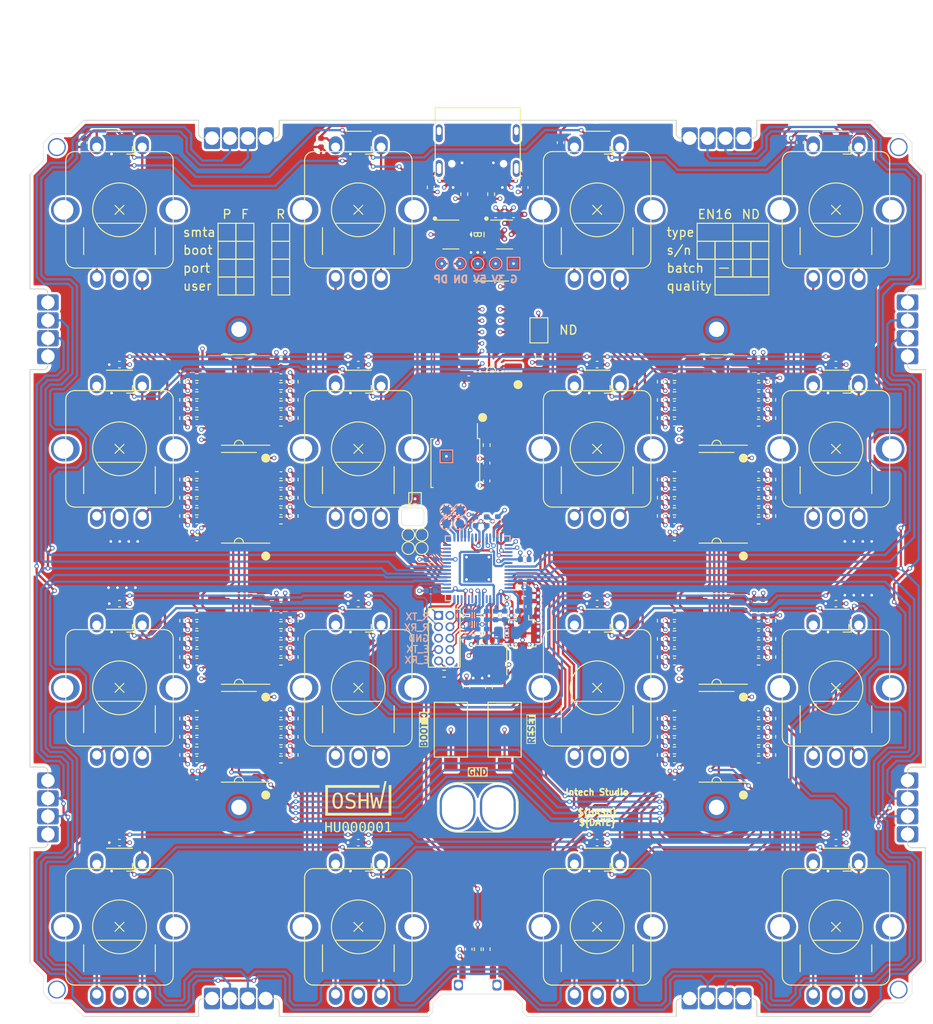
<source format=kicad_pcb>
(kicad_pcb (version 20240108) (generator "pcbnew") (generator_version "8.0")
  (layers (0 "F.Cu" signal) (1 "In1.Cu" signal) (2 "In2.Cu" signal) (31 "B.Cu" signal) (34 "B.Paste" user) (35 "F.Paste" user) (36 "B.SilkS" user "B.Silkscreen") (37 "F.SilkS" user "F.Silkscreen") (38 "B.Mask" user) (39 "F.Mask" user) (44 "Edge.Cuts" user))
  (net 0 "")
  (net 1 "GND")
  (net 2 "/MCU/MAP_MODE")
  (net 3 "Net-(J701-In)")
  (net 4 "Net-(U704-XTAL_P)")
  (net 5 "Net-(U704-XTAL_N)")
  (net 6 "Net-(U602-EN)")
  (net 7 "/MCU/USB_DN")
  (net 8 "/MCU/USB_DP")
  (net 9 "VDD_SPI")
  (net 10 "/MCU/TMS")
  (net 11 "/MCU/TCK")
  (net 12 "/MCU/TDO")
  (net 13 "/MCU/GRID_SYNC_1")
  (net 14 "/MCU/GRID_WEST_TX")
  (net 15 "+5V")
  (net 16 "/MCU/GRID_WEST_RX")
  (net 17 "/MCU/GRID_SYNC_2")
  (net 18 "/MCU/GRID_SOUTH_TX")
  (net 19 "/MCU/GRID_NORTH_RX")
  (net 20 "/MCU/GRID_SOUTH_RX")
  (net 21 "/MCU/GRID_NORTH_TX")
  (net 22 "/MCU/GRID_EAST_RX")
  (net 23 "/MCU/GRID_EAST_TX")
  (net 24 "/MCU/LED_DATA_OUT")
  (net 25 "/UI_LED/LED_DATA_OUT")
  (net 26 "/MCU/TDI")
  (net 27 "/MCU/U0RXD")
  (net 28 "/MCU/U0TXD")
  (net 29 "/MCU/SPICS0")
  (net 30 "ESP_GPIO_18")
  (net 31 "Net-(JP801-B)")
  (net 32 "Net-(C749-Pad1)")
  (net 33 "Net-(C603-Pad1)")
  (net 34 "/HWCFG/HWCFG_DATA")
  (net 35 "/MCU/RP_UART0_TX")
  (net 36 "/MCU/RP_UART0_RX")
  (net 37 "/MCU/RP_CLK")
  (net 38 "/MCU/RP_SWCLK")
  (net 39 "/MCU/RP_SWDIO")
  (net 40 "/MCU/RP_RUN")
  (net 41 "/MCU/RP_SPI0_RX")
  (net 42 "/MCU/RP_SPI0_CS")
  (net 43 "/MCU/RP_SPI0_SCK")
  (net 44 "/MCU/RP_SPI0_TX")
  (net 45 "Net-(J702-Pin_7)")
  (net 47 "Net-(J601-CC1)")
  (net 49 "Net-(J601-CC2)")
  (net 51 "Net-(J601-SHIELD-PadS2)")
  (net 57 "/MCU/RP_INTERRUPT")
  (net 58 "/MCU/SPIQ")
  (net 59 "/MCU/SPIWP")
  (net 60 "/MCU/SPID")
  (net 61 "/MCU/SPICLK")
  (net 62 "/MCU/SPIHD")
  (net 63 "/MCU/ESP_RESET")
  (net 64 "/MCU/ESP_BOOT0")
  (net 65 "/MCU/ESP_LNA")
  (net 66 "+1V1")
  (net 69 "+3V3")
  (net 73 "ESP_GPIO_3")
  (net 74 "ESP_GPIO_2")
  (net 75 "ESP_GPIO_1")
  (net 76 "ESP_GPIO_4")
  (net 77 "ESP_GPIO_5")
  (net 78 "ESP_GPIO_16")
  (net 79 "ESP_GPIO_48")
  (net 80 "ESP_GPIO_47")
  (net 81 "ESP_GPIO_33")
  (net 82 "ESP_GPIO_34")
  (net 83 "ESP_GPIO_35")
  (net 84 "ESP_GPIO_36")
  (net 85 "ESP_GPIO_37")
  (net 86 "ESP_GPIO_45")
  (net 87 "ESP_GPIO_46")
  (net 88 "Net-(SW701-A)")
  (net 89 "Net-(U703-GPIO12)")
  (net 90 "Net-(U703-GPIO13)")
  (net 91 "Net-(U703-GPIO14)")
  (net 92 "Net-(U703-GPIO15)")
  (net 114 "/UI_ENC/ENCODER_1/C")
  (net 115 "Net-(D901-DOUT)")
  (net 116 "Net-(D902-DOUT)")
  (net 117 "Net-(D902-DIN)")
  (net 118 "Net-(D903-DOUT)")
  (net 119 "Net-(D903-DIN)")
  (net 120 "Net-(D904-DOUT)")
  (net 121 "Net-(D904-DIN)")
  (net 122 "Net-(D905-DOUT)")
  (net 123 "Net-(D906-DOUT)")
  (net 124 "Net-(D907-DOUT)")
  (net 125 "Net-(D908-DOUT)")
  (net 126 "Net-(D909-DOUT)")
  (net 127 "Net-(D910-DOUT)")
  (net 128 "Net-(D911-DOUT)")
  (net 129 "Net-(D912-DOUT)")
  (net 130 "/UI_ENC/ENCODER_1/B")
  (net 131 "/UI_ENC/ENCODER_1/A")
  (net 132 "/UI_ENC/ENCODER_4/C")
  (net 133 "/UI_ENC/ENCODER_4/B")
  (net 134 "/UI_ENC/ENCODER_4/A")
  (net 135 "/UI_ENC/ENCODER_2/C")
  (net 136 "/UI_ENC/ENCODER_2/B")
  (net 137 "/UI_ENC/ENCODER_2/A")
  (net 138 "/UI_ENC/ENCODER_3/C")
  (net 139 "/UI_ENC/ENCODER_3/B")
  (net 140 "/UI_ENC/ENCODER_3/A")
  (net 141 "Net-(R1001-Pad1)")
  (net 142 "Net-(R1003-Pad2)")
  (net 143 "Net-(R1004-Pad2)")
  (net 144 "Net-(R1007-Pad1)")
  (net 145 "Net-(R1009-Pad2)")
  (net 146 "Net-(R1010-Pad2)")
  (net 147 "Net-(R1013-Pad1)")
  (net 148 "Net-(R1015-Pad2)")
  (net 149 "Net-(R1016-Pad2)")
  (net 150 "Net-(R1019-Pad1)")
  (net 151 "Net-(R1021-Pad2)")
  (net 152 "Net-(R1022-Pad2)")
  (net 153 "Net-(R1025-Pad1)")
  (net 154 "Net-(R1027-Pad2)")
  (net 155 "Net-(R1028-Pad2)")
  (net 156 "Net-(R1031-Pad1)")
  (net 157 "Net-(R1033-Pad2)")
  (net 158 "Net-(R1034-Pad2)")
  (net 159 "Net-(R1037-Pad1)")
  (net 160 "Net-(R1039-Pad2)")
  (net 161 "Net-(R1040-Pad2)")
  (net 162 "Net-(R1043-Pad1)")
  (net 163 "Net-(R1045-Pad2)")
  (net 164 "Net-(R1046-Pad2)")
  (net 165 "Net-(R1049-Pad1)")
  (net 166 "Net-(R1051-Pad2)")
  (net 167 "Net-(R1052-Pad2)")
  (net 168 "Net-(R1055-Pad1)")
  (net 169 "Net-(R1057-Pad2)")
  (net 170 "Net-(R1058-Pad2)")
  (net 171 "Net-(R1061-Pad1)")
  (net 172 "Net-(R1063-Pad2)")
  (net 173 "Net-(R1064-Pad2)")
  (net 174 "Net-(R1067-Pad1)")
  (net 175 "Net-(R1069-Pad2)")
  (net 176 "Net-(R1070-Pad2)")
  (net 177 "Net-(R1073-Pad1)")
  (net 178 "Net-(R1075-Pad2)")
  (net 179 "Net-(R1076-Pad2)")
  (net 180 "Net-(R1079-Pad1)")
  (net 181 "Net-(R1081-Pad2)")
  (net 182 "Net-(R1082-Pad2)")
  (net 183 "Net-(R1085-Pad1)")
  (net 184 "Net-(R1087-Pad2)")
  (net 185 "Net-(R1088-Pad2)")
  (net 186 "Net-(R1091-Pad1)")
  (net 187 "Net-(R1093-Pad2)")
  (net 188 "Net-(R1094-Pad2)")
  (net 190 "Net-(U1001-Q)")
  (net 192 "Net-(U1002-Q)")
  (net 194 "Net-(U1003-Q)")
  (net 196 "Net-(U1004-Q)")
  (net 198 "Net-(U1005-Q)")
  (net 200 "Net-(U1006-Q)")
  (net 202 "Net-(U1007-Q)")
  (net 236 "/UI_ENC/ENCODER_9/C")
  (net 237 "/UI_ENC/ENCODER_9/B")
  (net 238 "/UI_ENC/ENCODER_9/A")
  (net 239 "/UI_ENC/ENCODER_12/C")
  (net 240 "/UI_ENC/ENCODER_12/B")
  (net 241 "/UI_ENC/ENCODER_12/A")
  (net 242 "/UI_ENC/ENCODER_6/C")
  (net 243 "/UI_ENC/ENCODER_6/B")
  (net 244 "/UI_ENC/ENCODER_6/A")
  (net 245 "/UI_ENC/ENCODER_13/C")
  (net 246 "/UI_ENC/ENCODER_13/B")
  (net 247 "/UI_ENC/ENCODER_13/A")
  (net 248 "/UI_ENC/ENCODER_7/C")
  (net 249 "/UI_ENC/ENCODER_7/B")
  (net 250 "/UI_ENC/ENCODER_7/A")
  (net 251 "/UI_ENC/ENCODER_8/C")
  (net 252 "/UI_ENC/ENCODER_8/B")
  (net 253 "/UI_ENC/ENCODER_8/A")
  (net 254 "/UI_ENC/ENCODER_15/C")
  (net 255 "/UI_ENC/ENCODER_15/B")
  (net 256 "/UI_ENC/ENCODER_15/A")
  (net 257 "/UI_ENC/ENCODER_14/C")
  (net 258 "/UI_ENC/ENCODER_14/B")
  (net 259 "/UI_ENC/ENCODER_14/A")
  (net 260 "/UI_ENC/ENCODER_11/C")
  (net 261 "/UI_ENC/ENCODER_11/B")
  (net 262 "/UI_ENC/ENCODER_11/A")
  (net 263 "/UI_ENC/ENCODER_5/C")
  (net 264 "/UI_ENC/ENCODER_5/B")
  (net 265 "/UI_ENC/ENCODER_5/A")
  (net 266 "/UI_ENC/ENCODER_10/C")
  (net 267 "/UI_ENC/ENCODER_10/B")
  (net 268 "/UI_ENC/ENCODER_10/A")
  (net 269 "/UI_ENC/SHIFT")
  (net 270 "/UI_ENC/CLOCK")
  (net 271 "/UI_ENC/ENCODER_0/C")
  (net 272 "/UI_ENC/ENCODER_0/B")
  (net 273 "/UI_ENC/ENCODER_0/A")
  (net 274 "/UI_ENC/DATA")
  (footprint "suku_basics:UI_WS2812C-2020" (layer "F.Cu") (at 59.995 132.385 180)
    (property "Reference" "D904" (hide yes))
    (property "Value" "WS2812C-2020" (hide yes))
  )
  (footprint "suku_basics:UI_WS2812C-2020" (layer "F.Cu") (at 113.335 132.385 180)
    (property "Reference" "D912" (hide yes))
    (property "Value" "WS2812C-2020" (hide yes))
  )
  (footprint "suku_basics:UI_WS2812C-2020" (layer "F.Cu") (at 86.665 132.385 180)
    (property "Reference" "D908" (hide yes))
    (property "Value" "WS2812C-2020" (hide yes))
  )
  (footprint "suku_basics:UI_WS2812C-2020" (layer "F.Cu") (at 140.005 132.385 180)
    (property "Reference" "D916" (hide yes))
    (property "Value" "WS2812C-2020" (hide yes))
  )
  (footprint "suku_basics:UI_WS2812C-2020" (layer "F.Cu") (at 86.665 52.375 180)
    (property "Reference" "D905" (hide yes))
    (property "Value" "WS2812C-2020" (hide yes))
  )
  (footprint "suku_basics:UI_WS2812C-2020" (layer "F.Cu") (at 113.335 52.375 180)
    (property "Reference" "D909" (hide yes))
    (property "Value" "WS2812C-2020" (hide yes))
  )
  (footprint "suku_basics:UI_WS2812C-2020" (layer "F.Cu") (at 140.005 79.045 180)
    (property "Reference" "D914" (hide yes))
    (property "Value" "WS2812C-2020" (hide yes))
  )
  (footprint "suku_basics:CAP_0402" (layer "F.Cu") (at 99 142.5 -90)
    (property "Reference" "C757" (hide yes))
    (property "Value" "100n" (hide yes))
  )
  (footprint "suku_basics:CAP_0402" (layer "F.Cu") (at 82.5 52.5 -90)
    (property "Reference" "C905" (hide yes))
    (property "Value" "100n" (hide yes))
  )
  (footprint "suku_basics:CAP_0402" (layer "F.Cu") (at 109.25 52.5 -90)
    (property "Reference" "C909" (hide yes))
    (property "Value" "100n" (hide yes))
  )
  (footprint "suku_basics:CAP_0402" (layer "F.Cu") (at 113.335 130.607 180)
    (property "Reference" "C912" (hide yes))
    (property "Value" "100n" (hide yes))
  )
  (footprint "suku_basics:CAP_0402" (layer "F.Cu") (at 136 52.5 -90)
    (property "Reference" "C913" (hide yes))
    (property "Value" "100n" (hide yes))
  )
  (footprint "suku_basics:CAP_0402" (layer "F.Cu") (at 140.005 77.267 180)
    (property "Reference" "C914" (hide yes))
    (property "Value" "100n" (hide yes))
  )
  (footprint "suku_basics:UI_WS2812C-2020" (layer "F.Cu") (at 59.995 52.375 180)
    (property "Reference" "D901" (hide yes))
    (property "Value" "WS2812C-2020" (hide yes))
  )
  (footprint "suku_basics:UI_WS2812C-2020" (layer "F.Cu") (at 86.665 79.045 180)
    (property "Reference" "D906" (hide yes))
    (property "Value" "WS2812C-2020" (hide yes))
  )
  (footprint "suku_basics:UI_WS2812C-2020" (layer "F.Cu") (at 140.005 52.375 180)
    (property "Reference" "D913" (hide yes))
    (property "Value" "WS2812C-2020" (hide yes))
  )
  (footprint "suku_basics:J_INTERFACE_SPRINGPATTERN" (layer "F.Cu") (at 50 73.33 90)
    (property "Reference" "J504" (hide yes))
    (property "Value" "Conn_01x04")
  )
  (footprint "suku_basics:J_INTERFACE_SPRINGPATTERN" (layer "F.Cu") (at 50 126.67 90)
    (property "Reference" "J506" (hide yes))
    (property "Value" "Conn_01x04")
  )
  (footprint "suku_basics:J_INTERFACE_SPRINGPATTERN" (layer "F.Cu") (at 73.33 150 180)
    (property "Reference" "J507" (hide yes))
    (property "Value" "Conn_01x04")
  )
  (footprint "suku_basics:J_INTERFACE_SPRINGPATTERN" (layer "F.Cu") (at 73.33 50)
    (property "Reference" "J501" (hide yes))
    (property "Value" "Conn_01x04")
  )
  (footprint "suku_basics:J_INTERFACE_SPRINGPATTERN" (layer "F.Cu") (at 126.67 150 180)
    (property "Reference" "J508" (hide yes))
    (property "Value" "Conn_01x04")
  )
  (footprint "suku_basics:J_INTERFACE_SPRINGPATTERN" (layer "F.Cu") (at 126.67 50)
    (property "Reference" "J502" (hide yes))
    (property "Value" "Conn_01x04")
  )
  (footprint "suku_basics:J_INTERFACE_SPRINGPATTERN" (layer "F.Cu") (at 150 73.33 -90)
    (property "Reference" "J503" (hide yes))
    (property "Value" "Conn_01x04")
  )
  (footprint "suku_basics:RES_0402" (layer "F.Cu") (at 101 142.5 90)
    (property "Reference" "R736" (hide yes))
    (property "Value" "1k" (hide yes))
  )
  (footprint "suku_basics:CAP_0402" (layer "F.Cu") (at 59.995 130.607 180)
    (property "Reference" "C904" (hide yes))
    (property "Value" "100n" (hide yes))
  )
  (footprint "suku_basics:CAP_0402" (layer "F.Cu") (at 86.665 77.267 180)
    (property "Reference" "C906" (hide yes))
    (property "Value" "100n" (hide yes))
  )
  (footprint "suku_basics:CAP_0402" (layer "F.Cu") (at 86.665 130.607 180)
    (property "Reference" "C908" (hide yes))
    (property "Value" "100n" (hide yes))
  )
  (footprint "suku_basics:CAP_0402" (layer "F.Cu") (at 140.005 130.607 180)
    (property "Reference" "C916" (hide yes))
    (property "Value" "100n" (hide yes))
  )
  (footprint "suku_basics:J_INTERFACE_SPRINGPATTERN" (layer "F.Cu") (at 150 126.67 -90)
    (property "Reference" "J505" (hide yes))
    (property "Value" "Conn_01x04")
  )
  (footprint "suku_basics:CAP_0402" (layer "F.Cu") (at 56 52.5 -90)
    (property "Reference" "C901" (hide yes))
    (property "Value" "100n" (hide yes))
  )
  (footprint "suku_basics:CAP_0402" (layer "F.Cu") (at 99 78.8875 180)
    (property "Reference" "C801" (hide yes))
    (property "Value" "100n" (hide yes))
  )
  (footprint "suku_basics:SW_HYP_MAPMODE" (layer "F.Cu") (at 100 146.2 180)
    (property "Reference" "SW701" (hide yes))
    (property "Value" "C255807" (hide yes))
  )
  (footprint "suku_basics:SOIC-16_74HC165" (layer "F.Cu") (at 101.5 73 180)
    (property "Reference" "U801" (hide yes))
    (property "Value" "74HC165" (hide yes))
  )
  (footprint "suku_basics:UI_WS2812C-2020" (layer "F.Cu") (at 59.995 79.045 180)
    (property "Reference" "D902" (hide yes))
    (property "Value" "WS2812C-2020" (hide yes))
  )
  (footprint "suku_basics:CAP_0402" (layer "F.Cu") (at 59.995 77.267 180)
    (property "Reference" "C902" (hide yes))
    (property "Value" "100n" (hide yes))
  )
  (footprint "suku_basics:UI_WS2812C-2020" (layer "F.Cu") (at 113.335 79.045 180)
    (property "Reference" "D910" (hide yes))
    (property "Value" "WS2812C-2020" (hide yes))
  )
  (footprint "suku_basics:CAP_0402" (layer "F.Cu") (at 113.335 77.267 180)
    (property "Reference" "C910" (hide yes))
    (property "Value" "100n" (hide yes))
  )
  (footprint "suku_basics:USB_C_Korean_Hroparts_TYPE-C-31-M-12" (layer "F.Cu") (at 100 53.4 180)
    (property "Reference" "J601" (hide yes))
    (property "Value" "TYPE-C-32-M-12" (hide yes))
  )
  (footprint "suku_basics:SOT-23-6" (layer "F.Cu") (at 97 62.75 180)
    (property "Reference" "U601" (hide yes))
    (property "Value" "C5451661" (hide yes))
  )
  (footprint "suku_basics:CAP_0402" (layer "F.Cu") (at 86.665 103.937 180)
    (property "Reference" "C907" (hide yes))
    (property "Value" "100n")
  )
  (footprint "suku_basics:RES_0402" (layer "F.Cu") (at 78.029 94.666)
    (property "Reference" "R1018" (hide yes))
    (property "Value" "10k")
  )
  (footprint "suku_basics:UI_ENCODER_TT" (layer "F.Cu") (at 59.995 59.995)
    (property "Reference" "UI1005" (hide yes))
    (property "Value" "EN12-HS22AF20 (NF)")
  )
  (footprint "suku_basics:SOIC-16_74HC165" (layer "F.Cu") (at 73.33 92.126 180)
    (property "Reference" "U1002" (hide yes))
    (property "Value" "74HC165")
  )
  (footprint "suku_basics:RES_0402" (layer "F.Cu") (at 132.893 83.236 -90)
    (property "Reference" "R1040" (hide yes))
    (property "Value" "10k")
  )
  (footprint "suku_basics:FERRIT_0805" (layer "F.Cu") (at 100 62.75 -90)
    (property "Reference" "L601" (hide yes))
    (property "Value" "GZ2012D601TF" (hide yes))
  )
  (footprint "suku_basics:CAP_0402" (layer "F.Cu") (at 121.971 81.712 180)
    (property "Reference" "C1049" (hide yes))
    (property "Value" "100n")
  )
  (footprint "TestPoint:TestPoint_Pad_D1.0mm" (layer "F.Cu") (at 93.75 97.75)
    (property "Reference" "TP707" (hide yes))
    (property "Value" "TestPoint")
  )
  (footprint "suku_basics:RES_0402" (layer "F.Cu") (at 131.369 79.68 180)
    (property "Reference" "R1037" (hide yes))
    (property "Value" "10k")
  )
  (footprint "suku_basics:RES_0402" (layer "F.Cu") (at 68.631 82.728)
    (property "Reference" "R1025" (hide yes))
    (property "Value" "10k")
  )
  (footprint "suku_basics:RES_0402" (layer "F.Cu") (at 132.893 109.906 -90)
    (property "Reference" "R1010" (hide yes))
    (property "Value" "10k")
  )
  (footprint "suku_basics:RES_0402" (layer "F.Cu") (at 79.553 94.158 -90)
    (property "Reference" "R1016" (hide yes))
    (property "Value" "10k")
  )
  (footprint "suku_basics:RES_0402" (layer "F.Cu") (at 67.107 83.236 90)
    (property "Reference" "R1026" (hide yes))
    (property "Value" "10k")
  )
  (footprint "suku_basics:RES_0402" (layer "F.Cu") (at 68.631 91.618 180)
    (property "Reference" "R1089" (hide yes))
    (property "Value" "10k")
  )
  (footprint "suku_basics:RES_0402" (layer "F.Cu") (at 67.107 94.158 90)
    (property "Reference" "R1086" (hide yes))
    (property "Value" "10k")
  )
  (footprint "suku_basics:CAP_0402" (layer "F.Cu") (at 78.029 82.728)
    (property "Reference" "C1032" (hide yes))
    (property "Value" "100n")
  )
  (footprint "suku_basics:RES_0402" (layer "F.Cu") (at 131.369 119.304)
    (property "Reference" "R1077" (hide yes))
    (property "Value" "10k")
  )
  (footprint "suku_basics:SOIC-16_74HC165" (layer "F.Cu") (at 126.67 92.126 180)
    (property "Reference" "U1006" (hide yes))
    (property "Value" "74HC165")
  )
  (footprint "suku_basics:CAP_0402" (layer "F.Cu") (at 68.631 79.68 180)
    (property "Reference" "C1015" (hide yes))
    (property "Value" "100n")
  )
  (footprint "suku_basics:SOIC-16_74HC165" (layer "F.Cu") (at 73.33 107.8755 180)
    (property "Reference" "U1003" (hide yes))
    (property "Value" "74HC165")
  )
  (footprint "suku_basics:UI_ENCODER_TT" (layer "F.Cu") (at 113.335 140.005)
    (property "Reference" "UI1010" (hide yes))
    (property "Value" "EN12-HS22AF20 (NF)")
  )
  (footprint "suku_basics:CAP_0402" (layer "F.Cu") (at 102 105.25 -90)
    (property "Reference" "C753" (hide yes))
    (property "Value" "10n" (hide yes))
  )
  (footprint "suku_basics:UI_ENCODER_TT" (layer "F.Cu") (at 59.995 86.665)
    (property "Reference" "UI1015" (hide yes))
    (property "Value" "EN12-HS22AF20 (NF)")
  )
  (footprint "suku_basics:RES_0402" (layer "F.Cu") (at 79.553 109.906 -90)
    (property "Reference" "R1094" (hide yes))
    (property "Value" "10k")
  )
  (footprint "suku_basics:CAP_0402" (layer "F.Cu") (at 131.369 89.586)
    (property "Reference" "C1033" (hide yes))
    (property "Value" "100n")
  )
  (footprint "suku_basics:CAP_0402" (layer "F.Cu") (at 105.25 102.75)
    (property "Reference" "C742" (hide yes))
    (property "Value" "1p8" (hide yes))
  )
  (footprint "suku_basics:RES_0402" (layer "F.Cu") (at 78.029 79.68 180)
    (property "Reference" "R1043" (hide yes))
    (property "Value" "10k")
  )
  (footprint "TestPoint:TestPoint_Pad_D1.0mm" (layer "F.Cu") (at 93.75 96.25)
    (property "Reference" "TP706" (hide yes))
    (property "Value" "TestPoint")
  )
  (footprint "suku_basics:RES_0402" (layer "F.Cu") (at 67.107 105.842 90)
    (property "Reference" "R1004" (hide yes))
    (property "Value" "10k")
  )
  (footprint "suku_basics:RES_0402" (layer "F.Cu") (at 101.25 113.25 -90)
    (property "Reference" "R735" (hide yes))
    (property "Value" "5k1")
  )
  (footprint "suku_basics:CAP_0402" (layer "F.Cu") (at 121.971 123.241 180)
    (property "Reference" "C1026" (hide yes))
    (property "Value" "100n")
  )
  (footprint "suku_basics:SOIC-16_74HC165" (layer "F.Cu") (at 73.33 81.204 180)
    (property "Reference" "U1001" (hide yes))
    (property "Value" "74HC165")
  )
  (footprint "suku_basics:CAP_0402" (layer "F.Cu") (at 121.971 108.382 180)
    (property "Reference" "C1043" (hide yes))
    (property "Value" "100n")
  )
  (footprint "suku_basics:CAP_0402" (layer "F.Cu") (at 121.971 94.666 180)
    (property "Reference" "C1016" (hide yes))
    (property "Value" "100n")
  )
  (footprint "suku_basics:CAP_0402" (layer "F.Cu") (at 78.029 107.366)
    (property "Reference" "C1055" (hide yes))
    (property "Value" "100n")
  )
  (footprint "suku_basics:RES_0402" (layer "F.Cu") (at 121.971 78.664 180)
    (property "Reference" "R1084" (hide yes))
    (property "Value" "10k")
  )
  (footprint "suku_basics:CAP_0402" (layer "F.Cu") (at 131.369 116.256)
    (property "Reference" "C1045" (hide yes))
    (property "Value" "100n")
  )
  (footprint "suku_basics:CAP_0402" (layer "F.Cu") (at 101 90.25 -90)
    (property "Reference" "C756" (hide yes))
    (property "Value" "100n" (hide yes))
  )
  (footprint "suku_basics:CAP_0402" (layer "F.Cu") (at 68.631 110.414 180)
    (property "Reference" "C1001" (hide yes))
    (property "Value" "100n")
  )
  (footprint "suku_basics:RES_0402" (layer "F.Cu") (at 79.553 79.172 -90)
    (property "Reference" "R1044" (hide yes))
    (property "Value" "10k")
  )
  (footprint "suku_basics:RES_0402" (layer "F.Cu") (at 131.369 110.414)
    (property "Reference" "R1012" (hide yes))
    (property "Value" "10k")
  )
  (footprint "suku_basics:CAP_0402" (layer "F.Cu") (at 131.369 80.696)
    (property "Reference" "C1028" (hide yes))
    (property "Value" "100n")
  )
  (footprint "suku_basics:RES_0402" (layer "F.Cu") (at 120.447 83.236 90)
    (property "Reference" "R1080" (hide yes))
    (property "Value" "10k")
  )
  (footprint "suku_basics:CAP_0402" (layer "F.Cu") (at 140.005 103.937 180)
    (property "Reference" "C915" (hide yes))
    (property "Value" "100n")
  )
  (footprint "suku_basics:CAP_0402" (layer "F.Cu") (at 68.631 106.35 180)
    (property "Reference" "C1003" (hide yes))
    (property "Value" "100n")
  )
  (footprint "suku_basics:RES_0402" (layer "F.Cu") (at 120.447 94.158 90)
    (property "Reference" "R1032" (hide yes))
    (property "Value" "10k")
  )
  (footprint "suku_basics:UI_WS2812C-2020" (layer "F.Cu") (at 59.995 105.715 180)
    (property "Reference" "D903" (hide yes))
    (property "Value" "WS2812C-2020")
  )
  (footprint "suku_basics:RES_0402" (layer "F.Cu") (at 132.893 81.204 -90)
    (property "Reference" "R1039" (hide yes))
    (property "Value" "10k")
  )
  (footprint "suku_basics:CAP_0402" (layer "F.Cu") (at 68.631 81.712 180)
    (property "Reference" "C1014" (hide yes))
    (property "Value" "100n")
  )
  (footprint "suku_basics:UI_ENCODER_TT" (layer "F.Cu") (at 86.665 59.995)
    (property "Reference" "UI1008" (hide yes))
    (property "Value" "EN12-HS22AF20 (NF)")
  )
  (footprint "suku_basics:CAP_0402" (layer "F.Cu") (at 131.369 107.366)
    (property "Reference" "C1005" (hide yes))
    (property "Value" "100n")
  )
  (footprint "suku_basics:RES_0402" (layer "F.Cu") (at 79.553 107.874 -90)
    (property "Reference" "R1093" (hide yes))
    (property "Value" "10k")
  )
  (footprint "suku_basics:CAP_0402" (layer "F.Cu") (at 59.995 103.937 180)
    (property "Reference" "C903" (hide yes))
    (property "Value" "100n")
  )
  (footprint "suku_basics:RES_0402" (layer "F.Cu") (at 101 86.25 90)
    (property "Reference" "R734" (hide yes))
    (property "Value" "5k1" (hide yes))
  )
  (footprint "suku_basics:CAP_0402" (layer "F.Cu") (at 68.631 90.602 180)
    (property "Reference" "C1053" (hide yes))
    (property "Value" "100n")
  )
  (footprint "suku_basics:CAP_0402" (layer "F.Cu") (at 78.029 78.664)
    (property "Reference" "C1030" (hide yes))
    (property "Value" "100n")
  )
  (footprint "suku_basics:CAP_0402" (layer "F.Cu") (at 104 60.5)
    (property "Reference" "C602" (hide yes))
    (property "Value" "1u" (hide yes))
  )
  (footprint "suku_basics:CAP_0402" (layer "F.Cu") (at 121.971 110.414 180)
    (property "Reference" "C1042" (hide yes))
    (property "Value" "100n")
  )
  (footprint "suku_basics:SOIC-16_74HC165" (layer "F.Cu") (at 73.33 118.796 180)
    (property "Reference" "U1004" (hide yes))
    (property "Value" "74HC165")
  )
  (footprint "suku_basics:CAP_0402" (layer "F.Cu") (at 103 105.25 -90)
    (property "Reference" "C754" (hide yes))
    (property "Value" "1u" (hide yes))
  )
  (footprint "suku_basics:RES_0402" (layer "F.Cu") (at 121.971 120.32)
    (property "Reference" "R1055" (hide yes))
    (property "Value" "10k")
  )
  (footprint "suku_basics:RES_0402" (layer "F.Cu") (at 67.107 92.126 90)
    (property "Reference" "R1087" (hide yes))
    (property "Value" "10k")
  )
  (footprint "suku_basics:RES_0402" (layer "F.Cu") (at 78.029 119.304)
    (property "Reference" "R1065" (hide yes))
    (property "Value" "10k")
  )
  (footprint "suku_basics:RES_0402" (layer "F.Cu") (at 78.029 83.744)
    (property "Reference" "R1048" (hide yes))
    (property "Value" "10k")
  )
  (footprint "suku_basics:CAP_0402" (layer "F.Cu") (at 131.369 93.65)
    (property "Reference" "C1035" (hide yes))
    (property "Value" "100n")
  )
  (footprint "suku_basics:CAP_0402" (layer "F.Cu") (at 131.369 120.32)
    (property "Reference" "C1047" (hide yes))
    (property "Value" "100n")
  )
  (footprint "suku_basics:RES_0402" (layer "F.Cu") (at 78.029 117.272 180)
    (property "Reference" "R1061" (hide yes))
    (property "Value" "10k")
  )
  (footprint "suku_basics:RES_0402" (layer "F.Cu") (at 121.971 82.728)
    (property "Reference" "R1079" (hide yes))
    (property "Value" "10k")
  )
  (footprint "suku_basics:RES_0402" (layer "F.Cu") (at 121.971 116.256 180)
    (property "Reference" "R1060" (hide yes))
    (property "Value" "10k")
  )
  (footprint "suku_basics:UI_ENCODER_TT" (layer "F.Cu") (at 140.005 140.005)
    (property "Reference" "UI1013" (hide yes))
    (property "Value" "EN12-HS22AF20 (NF)")
  )
  (footprint "Jumper:SolderJumper-2_P1.3mm_Open_TrianglePad1.0x1.5mm" (layer "F.Cu") (at 106.834 73.441 -90)
    (property "Reference" "JP801" (hide yes))
    (property "Value" "(NF)")
  )
  (footprint "suku_basics:CAP_0402" (layer "F.Cu") (at 98.75 105.25 -90)
    (property "Reference" "C752" (hide yes))
    (property "Value" "100n" (hide yes))
  )
  (footprint "suku_basics:RES_0402" (layer "F.Cu") (at 79.553 90.094 -90)
    (property "Reference" "R1014" (hide yes))
    (property "Value" "10k")
  )
  (footprint "suku_basics:CAP_0402" (layer "F.Cu") (at 105.25 57.5 -90)
    (property "Reference" "C603" (hide yes))
    (property "Value" "4n7" (hide yes))
  )
  (footprint "suku_basics:CAP_0402" (layer "F.Cu") (at 78.029 89.586)
    (property "Reference" "C1007" (hide yes))
    (property "Value" "100n")
  )
  (footprint "suku_basics:CAP_0402" (layer "F.Cu") (at 131.369 82.728)
    (property "Reference" "C1029" (hide yes))
    (property "Value" "100n")
  )
  (footprint "suku_basics:RES_0402" (layer "F.Cu") (at 68.631 80.696 180)
    (property "Reference" "R1029" (hide yes))
    (property "Value" "10k")
  )
  (footprint "suku_basics:RES_0402" (layer "F.Cu") (at 78.029 90.602 180)
    (property "Reference" "R1013" (hide yes))
    (property "Value" "10k")
  )
  (footprint "suku_basics:RES_0402" (layer "F.Cu") (at 79.553 120.828 -90)
    (property "Reference" "R1064" (hide yes))
    (property "Value" "10k")
  )
  (footprint "suku_basics:CAP_0402" (layer "F.Cu") (at 78.029 91.618)
    (property "Reference" "C1008" (hide yes))
    (property "Value" "100n")
  )
  (footprint "suku_basics:CAP_0402" (layer "F.Cu") (at 121.971 117.272 180)
    (property "Reference" "C1038" (hide yes))
    (property "Value" "100n")
  )
  (footprint "suku_basics:CAP_0402" (layer "F.Cu") (at 68.631 121.336 180)
    (property "Reference" "C1010" (hide yes))
    (property "Value" "100n")
  )
  (footprint "suku_basics:CAP_0402" (layer "F.Cu") (at 78.029 109.398)
    (property "Reference" "C1056" (hide yes))
    (property "Value" "100n")
  )
  (footprint "suku_basics:RES_0402" (layer "F.Cu") (at 121.971 80.696 180)
    (property "Reference" "R1083" (hide yes))
    (property "Value" "10k")
  )
  (footprint "suku_basics:CAP_0402" (layer "F.Cu") (at 131.369 103.429 180)
    (property "Reference" "C1025" (hide yes))
    (property "Value" "100n")
  )
  (footprint "suku_basics:CAP_0402" (layer "F.Cu") (at 78.029 105.334)
    (property "Reference" "C1054" (hide yes))
    (property "Value" "100n")
  )
  (footprint "suku_basics:RES_0402" (layer "F.Cu") (at 120.447 109.906 90)
    (property "Reference" "R1068" (hide yes))
    (property "Value" "10k")
  )
  (footprint "Connector_PinHeader_1.27mm:PinHeader_2x05_P1.27mm_Vertical" (layer "F.Cu") (at 95.625 105.25)
    (property "Reference" "J702" (hide yes))
    (property "Value" "Conn_02x05_Odd_Even" (hide yes))
  )
  (footprint "suku_basics:RES_0402" (layer "F.Cu") (at 78.029 110.414)
    (property "Reference" "R1096" (hide yes))
    (property "Value" "10k")
  )
  (footprint "suku_basics:RES_0402" (layer "F.Cu") (at 131.369 121.336)
    (property "Reference" "R1078" (hide yes))
    (property "Value" "10k")
  )
  (footprint "suku_basics:RES_0402" (layer "F.Cu") (at 78.029 121.336)
    (property "Reference" "R1066" (hide yes))
    (property "Value" "10k")
  )
  (footprint "TestPoint:TestPoint_Pad_D1.0mm" (layer "F.Cu") (at 92.25 96.25)
    (property "Reference" "TP708" (hide yes))
    (property "Value" "TestPoint")
  )
  (footprint "suku_basics:UI_ENCODER_TT" (layer "F.Cu") (at 140.005 113.335)
    (property "Reference" "UI1002" (hide yes))
    (property "Value" "EN12-HS22AF20 (NF)")
  )
  (footprint "suku_basics:CAP_0402" (layer "F.Cu") (at 68.631 117.25 180)
    (property "Reference" "C1012" (hide yes))
    (property "Value" "100n")
  )
  (footprint "Button_Switch_SMD:SW_SPST_CK_RS282G05A3" (layer "F.Cu") (at 103 118 90)
    (property "Reference" "SW702" (hide yes))
    (property "Value" "C2905169" (hide yes))
  )
  (footprint "suku_basics:RES_0402" (layer "F.Cu") (at 132.893 90.094 -90)
    (property "Reference" "R1050" (hide yes))
    (property "Value" "10k")
  )
  (footprint "suku_basics:CAP_0402" (layer "F.Cu") (at 131.369 109.398)
    (property "Reference" "C1006" (hide yes))
    (property "Value" "100n")
  )
  (footprint "suku_basics:RES_0402" (layer "F.Cu") (at 132.893 92.126 -90)
    (property "Reference" "R1051" (hide yes))
    (property "Value" "10k")
  )
  (footprint "suku_basics:CAP_0402" (layer "F.Cu") (at 102 60.5)
    (property "Reference" "C601" (hide yes))
    (property "Value" "1u" (hide yes))
  )
  (footprint "suku_basics:UI_ENCODER_TT" (layer "F.Cu") (at 140.005 59.995)
    (property "Reference" "UI1007" (hide yes))
    (property "Value" "EN12-HS22AF20 (NF)")
  )
  (footprint "suku_basics:RES_0402" (layer "F.Cu") (at 121.971 109.398)
    (property "Reference" "R1067" (hide yes))
    (property "Value" "10k")
  )
  (footprint "suku_basics:RES_0402" (layer "F.Cu") (at 131.369 90.602 180)
    (property "Reference" "R1049" (hide yes))
    (property "Value" "10k")
  )
  (footprint "suku_basics:RES_0402" (layer "F.Cu") (at 67.107 90.094 90)
    (property "Reference" "R1088" (hide yes))
    (property "Value" "10k")
  )
  (footprint "suku_basics:RES_0402" (layer "F.Cu") (at 121.971 91.618 180)
    (property "Reference" "R1035" (hide yes))
    (property "Value" "10k")
  )
  (footprint "suku_basics:CAP_0402" (layer "F.Cu") (at 101 94.75 90)
    (property "Reference" "C751" (hide yes))
    (property "Value" "100n" (hide yes))
  )
  (footprint "suku_basics:RES_0402" (layer "F.Cu") (at 120.447 120.828 90)
    (property "Reference" "R1056" (hide yes))
    (property "Value" "10k")
  )
  (footprint "suku_basics:UI_ENCODER_TT" (layer "F.Cu") (at 113.335 86.665)
    (property "Reference" "UI1006" (hide yes))
    (property "Value" "EN12-HS22AF20 (NF)")
  )
  (footprint "suku_basics:CAP_0402" (layer "F.Cu") (at 102.1 108)
    (property "Reference" "C748" (hide yes))
    (property "Value" "10p" (hide yes))
  )
  (footprint "suku_basics:RES_0402" (layer "F.Cu") (at 101.5 58.25 -90)
    (property "Reference" "R601" (hide yes))
    (property "Value" "5k1" (hide yes))
  )
  (footprint "suku_basics:RES_0402" (layer "F.Cu") (at 106.834 76.489 -90)
    (property "Reference" "R801" (hide yes))
    (property "Value" "5k1")
  )
  (footprint "suku_basics:RES_0402" (layer "F.Cu") (at 67.107 79.172 90)
    (property "Reference" "R1028" (hide yes))
    (property "Value" "10k")
  )
  (footprint "suku_basics:RES_0402" (layer "F.Cu") (at 68.631 109.398)
    (property "Reference" "R1001" (hide yes))
    (property "Value" "10k")
  )
  (footprint "suku_basics:grid_outline" (layer "F.Cu") (at 100 100)
    (property "Reference" "M501" (hide yes))
    (property "Value" "Conn_01x08" (hide yes))
  )
  (footprint "suku_basics:RES_0402" (layer "F.Cu") (at 67.107 107.874 90)
    (property "Reference" "R1003" (hide yes))
    (property "Value" "10k")
  )
  (footprint "suku_basics:RES_0402" (layer "F.Cu") (at 98.5 58.25 -90)
    (property "Reference" "R602" (hide yes))
    (property "Value" "5k1" (hide yes))
  )
  (footprint "suku_basics:RES_0402" (layer "F.Cu") (at 100 142.5 90)
    (property "Reference" "R701" (hide yes))
    (property "Value" "5k1")
  )
  (footprint "suku_basics:RES_0402" (layer "F.Cu") (at 68.631 118.25 180)
    (property "Reference" "R1023" (hide yes))
    (property "Value" "10k")
  )
  (footprint "suku_basics:UI_ENCODER_TT" (layer "F.Cu") (at 113.335 59.995)
    (property "Reference" "UI1014" (hide yes))
    (property "Value" "EN12-HS22AF20 (NF)")
  )
  (footprint "suku_basics:CAP_0402" (layer "F.Cu") (at 131.369 91.618)
    (property "Reference" "C1034" (hide yes))
    (property "Value" "100n")
  )
  (footprint "suku_basics:CAP_0402" (layer "F.Cu") (at 68.631 119.25 180)
    (property "Reference" "C1011" (hide yes))
    (property "Value" "100n")
  )
  (footprint "suku_basics:CAP_0402" (layer "F.Cu") (at 131.369 105.334)
    (property "Reference" "C1004" (hide yes))
    (property "Value" "100n")
  )
  (footprint "suku_basics:RES_0402" (layer "F.Cu") (at 121.971 118.288 180)
    (property "Reference" "R1059" (hide yes))
    (property "Value" "10k")
  )
  (footprint "suku_basics:RES_0402" (layer "F.Cu") (at 96.25 111.75)
    (property "Reference" "R733" (hide yes))
    (property "Value" "1k" (hide yes))
  )
  (footprint "suku_basics:RES_0402" (layer "F.Cu") (at 68.631 120.32)
    (property "Reference" "R1019" (hide yes))
    (property "Value" "10k")
  )
  (footprint "suku_basics:RES_0402" (layer "F.Cu") (at 68.631 78.664 180)
    (property "Reference" "R1030" (hide yes))
    (property "Value" "10k")
  )
  (footprint "suku_basics:RES_0402" (layer "F.Cu") (at 131.369 117.272 180)
    (property "Reference" "R1073" (hide yes))
    (property "Value" "10k")
  )
  (footprint "suku_basics:CAP_0402" (layer "F.Cu") (at 78.029 116.256)
    (property "Reference" "C1039" (hide yes))
    (property "Value" "100n")
  )
  (footprint "suku_basics:CAP_0402" (layer "F.Cu") (at 68.631 92.634 180)
    (property "Reference" "C1052" (hide yes))
    (property "Value" "100n")
  )
  (footprint "suku_basics:RES_0402" (layer "F.Cu") (at 67.107 81.204 90)
    (property "Reference" "R1027" (hide yes))
    (property "Value" "10k")
  )
  (footprint "suku_basics:CAP_0402" (layer "F.Cu") (at 121.971 96.571 180)
    (property "Reference" "C1024" (hide yes))
    (property "Value" "100n")
  )
  (footprint "suku_basics:UI_ENCODER_TT" (layer "F.Cu") (at 140.005 86.665)
    (property "Reference" "UI1009" (hide yes))
    (property "Value" "EN12-HS22AF20 (NF)")
  )
  (footprint "suku_basics:IND_0402" (layer "F.Cu") (at 104.75 104.25 90)
    (property "Reference" "L701" (hide yes))
    (property "Value" "1n8" (hide yes))
  )
  (footprint "suku_basics:RES_0402" (layer "F.Cu") (at 120.447 107.874 90)
    (property "Reference" "R1069" (hide yes))
    (property "Value" "10k")
  )
  (footprint "suku_basics:RES_0402" (layer "F.Cu") (at 121.971 93.65)
    (property "Reference" "R1031" (hide yes))
    (property "Value" "10k")
  )
  (footprint "suku_basics:RES_0402" (layer "F.Cu") (at 132.893 120.828 -90)
    (property "Reference" "R1076" (hide yes))
    (property "Value" "10k")
  )
  (footprint "suku_basics:RES_0402" (layer "F.Cu") (at 132.893 105.842 -90)
    (property "Reference" "R1008" (hide yes))
    (property "Value" "10k")
  )
  (footprint "suku_basics:CAP_0402" (layer "F.Cu") (at 68.631 96.571 180)
    (property "Reference" "C1020" (hide yes))
    (property "Value" "100n")
  )
  (footprint "suku_basics:UI_ENCODER_TT" (layer "F.Cu") (at 59.995 113.335)
    (property "Reference" "UI1001" (hide yes))
    (property "Value" "EN12-HS22AF20 (NF)")
  )
  (footprint "suku_basics:CAP_0402" (layer "F.Cu") (at 121.971 83.744 180)
    (property "Reference" "C1048" (hide yes))
    (property "Value" "100n")
  )
  (footprint "suku_basics:RES_0402" (layer "F.Cu") (at 67.107 120.828 90)
    (property "Reference" "R1020" (hide yes))
    (property "Value" "10k")
  )
  (footprint "suku_basics:SOT-23-5" (layer "F.Cu") (at 103 62.75 180)
    (property "Reference" "U602" (hide yes))
    (property "Value" "LN1134A332MR-G" (hide yes))
  )
  (footprint "suku_basics:CAP_0402" (layer "F.Cu") (at 105.75 104.25 90)
    (property "Reference" "C739" (hide yes))
    (property "Value" "3p9" (hide yes))
  )
  (footprint "suku_basics:RES_0402" (layer "F.Cu") (at 120.447 116.764 90)
    (property "Reference" "R1058" (hide yes))
    (property "Value" "10k")
  )
  (footprint "suku_basics:CAP_0402" (layer "F.Cu") (at 105.25 101.5)
    (property "Reference" "C749" (hide yes))
    (property "Value" "100n" (hide yes))
  )
  (footprint "suku_basics:CAP_0402" (layer "F.Cu") (at 78.029 120.32)
    (property "Reference" "C1041" (hide yes))
    (property "Value" "100n")
  )
  (footprint "suku_basics:SOIC-16_74HC165" (layer "F.Cu") (at 126.67 107.874 180)
    (property "Reference" "U1007" (hide yes))
    (property "Value" "74HC165")
  )
  (footprint "suku_basics:RES_0402" (layer "F.Cu") (at 79.553 116.764 -90)
    (property "Reference" "R1062" (hide yes))
    (property "Value" "10k")
  )
  (footprint "suku_basics:RES_0402" (layer "F.Cu") (at 120.447 105.842 90)
    (property "Reference" "R1070" (hide yes))
    (property "Value" "10k")
  )
  (footprint "suku_basics:RES_0402" (layer "F.Cu") (at 79.553 92.126 -90)
    (property "Reference" "R1015" (hide yes))
    (property "Value" "10k")
  )
  (footprint "suku_basics:RES_0402" (layer "F.Cu") (at 68.631 105.334 180)
    (property "Reference" "R1006" (hide yes))
    (property "Value" "10k")
  )
  (footprint "suku_basics:CAP_0402" (layer "F.Cu") (at 131.369 78.664)
    (property "Reference" "C1027" (hide yes))
    (property "Value" "100n")
  )
  (footprint "suku_basics:CAP_0402" (layer "F.Cu") (at 78.029 103.429 180)
    (property "Reference" "C1021" (hide yes))
    (property "Value" "100n")
  )
  (footprint "suku_basics:CAP_0402" (layer "F.Cu") (at 78.029 118.288)
    (property "Reference" "C1040" (hide yes))
    (property "Value" "100n")
  )
  (footprint "Button_Switch_SMD:SW_SPST_CK_RS282G05A3" (layer "F.Cu") (at 97 118 90)
    (property "Reference" "SW703" (hide yes))
    (property "Value" "C2905169" (hide yes))
  )
  (footprint "suku_basics:RES_0402" (layer "F.Cu") (at 120.447 118.796 90)
    (property "Reference" "R1057" (hide yes))
    (property "Value" "10k")
  )
  (footprint "suku_basics:UI_WS2812C-2020" (layer "F.Cu") (at 140.005 105.715 180)
    (property "Reference" "D915" (hide yes))
    (property "Value" "WS2812C-2020")
  )
  (footprint "suku_basics:UI_ENCODER_TT" (layer "F.Cu") (at 113.335 113.335)
    (property "Reference" "UI1012" (hide yes))
    (property "Value" "EN12-HS22AF20 (NF)")
  )
  (footprint "suku_basics:CAP_0402" (layer "F.Cu") (at 78.029 76.759 180)
    (property "Reference" "C1019" (hide yes))
    (property "Value" "100n")
  )
  (footprint "suku_basics:UI_WS2812C-2020" (layer "F.Cu") (at 113.335 105.715 180)
    (property "Reference" "D911" (hide yes))
    (property "Value" "WS2812C-2020")
  )
  (footprint "suku_basics:SOIC-16_74HC165" (layer "F.Cu") (at 126.67 81.204 180)
    (property "Reference" "U1005" (hide yes))
    (property "Value" "74HC165")
  )
  (footprint "suku_basics:RES_0402" (layer "F.Cu") (at 78.029 108.382)
    (property "Reference" "R1095" (hide yes))
    (property "Value" "10k")
  )
  (footprint "suku_basics:RES_0402" (layer "F.Cu") (at 121.971 105.334 180)
    (property "Reference" "R1072" (hide yes))
    (property "Value" "10k")
  )
  (footprint "suku_basics:SOIC-16_74HC165" (layer "F.Cu") (at 126.67 118.796 180)
    (property "Reference" "U1008" (hide yes))
    (property "Value" "74HC165")
  )
  (footprint "suku_basics:RES_0402" (layer "F.Cu") (at 78.029 92.634)
    (property "Reference" "R1017" (hide yes))
    (property "Value" "10k")
  )
  (footprint "suku_basics:RES_0402" (layer "F.Cu") (at 120.447 81.204 90)
    (property "Reference" "R1081" (hide yes))
    (property "Value" "10k")
  )
  (footprint "suku_basics:RES_0402" (layer "F.Cu") (at 120.447 92.126 90)
    (property "Reference" "R1033" (hide yes))
    (property "Value" "10k")
  )
  (footprint "suku_basics:RES_0402" (layer "F.Cu") (at 131.369 106.35 180)
    (property "Reference" "R1007" (hide yes))
    (property "Value" "10k")
  )
  (footprint "suku_basics:CAP_0402" (layer "F.Cu") (at 131.369 76.759 180)
    (property "Reference" "C1023" (hide yes))
    (property "Value" "100n")
  )
  (footprint "suku_basics:RES_0402" (layer "F.Cu") (at 94.75 57.5 -90)
    (property "Reference" "R603" (hide yes))
    (property "Value" "1M" (hide yes))
  )
  (footprint "suku_basics:CAP_0402" (layer "F.Cu") (at 121.971 90.602 180)
    (property "Reference" "C1018" (hide yes))
    (property "Value" "100n")
  )
  (footprint "suku_basics:OscilloscopeGround" (layer "F.Cu") (at 100 126.67)
    (property "Reference" "J799" (hide yes))
    (property "Value" "Conn_01x02")
  )
  (footprint "suku_basics:CAP_0402" (layer "F.Cu") (at 131.369 118.288)
    (property "Reference" "C1046" (hide yes))
    (property "Value" "100n")
  )
  (footprint "suku_basics:RES_0402" (layer "F.Cu") (at 132.893 94.158 -90)
    (property "Reference" "R1052" (hide yes))
    (property "Value" "10k")
  )
  (footprint "suku_basics:RES_0402" (layer "F.Cu") (at 68.631 116.25 180)
    (property "Reference" "R1024" (hide yes))
    (property "Value" "10k")
  )
  (footprint "suku_basics:CAP_0402" (layer "F.Cu") (at 121.971 119.304 180)
    (property "Reference" "C1037" (hide yes))
    (property "Value" "100n")
  )
  (footprint "TestPoint:TestPoint_Pad_1.0x1.0mm" (layer "F.Cu") (at 93 92.25)
    (property "Reference" "TP710" (hide yes))
    (property "Value" "TestPoint")
  )
  (footprint "suku_basics:CAP_0402" (layer "F.Cu") (at 68.631 123.241 180)
    (property "Reference" "C1022" (hide yes))
    (property "Value" "100n")
  )
  (footprint "TestPoint:TestPoint_Pad_D1.0mm" (layer "F.Cu") (at 92.25 97.75)
    (property "Reference" "TP709" (hide yes))
    (property "Value" "TestPoint")
  )
  (footprint "suku_basics:RES_0402" (layer "F.Cu") (at 121.971 89.586 180)
    (property "Reference" "R1036" (hide yes))
    (property "Value" "10k")
  )
  (footprint "suku_basics:CAP_0402" (layer "F.Cu") (at 101 88.25 90)
    (property "Reference" "C755" (hide yes))
    (property "Value" "1u" (hide yes))
  )
  (footprint "suku_basics:RES_0402" (layer "F.Cu") (at 120.447 79.172 90)
    (property "Reference" "R1082" (hide yes))
    (property "Value" "10k")
  )
  (footprint "suku_basics:RES_0402" (layer "F.Cu") (at 67.107 109.906 90)
    (property "Reference" "R1002" (hide yes))
    (property "Value" "10k")
  )
  (footprint "suku_basics:CAP_0402" (layer "F.Cu") (at 121.971 121.336 180)
    (property "Reference" "C1036" (hide yes))
    (property "Value" "100n")
  )
  (footprint "suku_basics:RES_0402" (layer "F.Cu") (at 78.029 106.35 180)
    (property "Reference" "R1091" (hide yes))
    (property "Value" "10k")
  )
  (footprint "suku_basics:CAP_0402" (layer "F.Cu") (at 121.971 92.634 180)
    (property "Reference" "C1017" (hide yes))
    (property "Value" "100n")
  )
  (footprint "Connector_Coaxial:U.FL_Molex_MCRF_73412-0110_Vertical" (layer "F.Cu") (at 105 107.25 180)
    (property "Reference" "J701" (hide yes))
    (property "Value" "C5137195" (hide yes))
  )
  (footprint "suku_basics:RES_0402" (layer "F.Cu") (at 67.107 116.764 90)
    (property "Reference" "R1022" (hide yes))
    (property "Value" "10k")
  )
  (footprint "suku_basics:CAP_0402" (layer "F.Cu") (at 68.631 108.382 180)
    (property "Reference" "C1002" (hide yes))
    (property "Value" "100n")
  )
  (footprint "suku_basics:RES_0402" (layer "F.Cu") (at 132.893 107.874 -90)
    (property "Reference" "R1009" (hide yes))
    (property "Value" "10k")
  )
  (footprint "suku_basics:CAP_0402" (layer "F.Cu") (at 121.971 106.35 180)
    (property "Reference" "C1044" (hide yes))
    (property "Value" "100n")
  )
  (footprint "suku_basics:CAP_0402" (layer "F.Cu") (at 78.029 80.696)
    (property "Reference" "C1031" (hide yes))
    (property "Value" "100n")
  )
  (footprint "suku_basics:RES_0402" (layer "F.Cu") (at 132.893 116.764 -90)
    (property "Reference" "R1074" (hide yes))
    (property "Value" "10k")
  )
  (footprint "suku_basics:UI_WS2812C-2020" (layer "F.Cu") (at 86.665 105.715 180)
    (property "Reference" "D907" (hide yes))
    (property "Value" "WS2812C-2020")
  )
  (footprint "suku_basics:CAP_0402" (layer "F.Cu") (at 121.971 79.68 180)
    (property "Reference" "C1050" (hide yes))
    (property "Value" "100n")
  )
  (footprint "suku_basics:RES_0402" (layer "F.Cu") (at 68.631 93.65)
    (property "Reference" "R1085" (hide yes))
    (property "Value" "10k")
  )
  (footprint "suku_basics:UI_ENCODER_TT" (layer "F.Cu") (at 59.995 140.005)
    (property "Reference" "UI1004" (hide yes))
    (property "Value" "EN12-HS22AF20 (NF)")
  )
  (footprint "suku_basics:UI_ENCODER_TT" (layer "F.Cu") (at 86.665 86.665)
    (property "Reference" "UI1003" (hide yes))
    (property "Value" "EN12-HS22AF20 (NF)")
  )
  (footprint "suku_basics:CAP_0402" (layer "F.Cu") (at 113.335 103.937 180)
    (property "Reference" "C911" (hide yes))
    (property "Value" "100n")
  )
  (footprint "suku_basics:RES_0402" (layer "F.Cu") (at 132.893 79.172 -90)
    (property "Reference" "R1038" (hide yes))
    (property "Value" "10k")
  )
  (footprint "suku_basics:UI_ENCODER_TT" (layer "F.Cu") (at 86.665 140.005)
    (property "Reference" "UI1011" (hide yes))
    (property "Value" "EN12-HS22AF20 (NF)")
  )
  (footprint "suku_basics:RES_0402" (layer "F.Cu") (at 131.369 81.712)
    (property "Reference" "R1041" (hide yes))
    (property "Value" "10k")
  )
  (footprint "suku_basics:CAP_0402" (layer "F.Cu") (at 78.029 93.65)
    (property "Reference" "C1009" (hide yes))
    (property "Value" "100n")
  )
  (footprint "suku_basics:RES_0402" (layer "F.Cu") (at 68.631 89.586 180)
    (property "Reference" "R1090" (hide yes))
    (property "Value" "10k")
  )
  (footprint "suku_basics:RES_0402" (layer "F.Cu") (at 67.107 118.796 90)
    (property "Reference" "R1021" (hide yes))
    (property "Value" "10k")
  )
  (footprint "suku_basics:RES_0402" (layer "F.Cu") (at 121.971 107.366 180)
    (property "Reference" "R1071" (hide yes))
    (property "Value" "10k")
  )
  (footprint "suku_basics:CAP_0402" (layer "F.Cu") (at 68.631 83.744 180)
    (property "Reference" "C1013" (hide yes))
    (property "Value" "100n")
  )
  (footprint "suku_basics:SOIC-8W_FLASH" (layer "F.Cu") (at 97.5 88.25 -90)
    (property "Reference" "U705" (hide yes))
    (property "Value" "W25Q64JVSSIQ" (hide yes))
  )
  (footprint "suku_basics:CAP_0402" (layer "F.Cu") (at 100.35 108 180)
    (property "Reference" "C750" (hide yes))
    (property "Value" "10p" (hide yes))
  )
  (footprint "suku_basics:RES_0402" (layer "F.Cu") (at 131.369 108.382)
    (property "Reference" "R1011" (hide yes))
    (property "Value" "10k")
  )
  (footprint "suku_basics:RES_0402" (layer "F.Cu") (at 79.553 118.796 -90)
    (property "Reference" "R1063" (hide yes))
    (property "Value" "10k")
  )
  (footprint "suku_basics:RES_0402" (layer "F.Cu") (at 78.029 81.712)
    (property "Reference" "R1047" (hide yes))
    (property "Value" "10k")
  )
  (footprint "suku_basics:CAP_0402" (layer "F.Cu") (at 98.75 113.25 90)
    (property "Reference" "C758" (hide yes))
    (property "Value" "1u")
  )
  (footprint "Crystal:Crystal_SMD_Abracon_ABM8G-4Pin_3.2x2.5mm" (layer "F.Cu") (at 101.25 110.25 180)
    (property "Reference" "Y701" (hide yes))
    (property "Value" "40MHz" (hide yes))
  )
  (footprint "suku_basics:RES_0402" (layer "F.Cu") (at 132.893 118.796 -90)
    (property "Reference" "R1075" (hide yes))
    (property "Value" "10k")
  )
  (footprint "suku_basics:OSHWA" (layer "F.Cu") (at 86.665 126.67)
    (property "Reference" "LOGO701" (hide yes))
    (property "Value" "OSHWA" (hide yes))
  )
  (footprint "suku_basics:RES_0402" (layer "F.Cu") (at 79.553 83.236 -90)
    (property "Reference" "R1046" (hide yes))
    (property "Value" "10k")
  )
  (footprint "suku_basics:RES_0402" (layer "F.Cu") (at 120.447 90.094 90)
    (property "Reference" "R1034" (hide yes))
    (property "Value" "10k")
  )
  (footprint "suku_basics:RES_0402" (layer "F.Cu") (at 131.369 83.744)
    (property "Reference" "R1042" (hide yes))
    (property "Value" "10k")
  )
  (footprint "suku_basics:RES_0402" (layer "F.Cu") (at 131.369 94.666)
    (property "Reference" "R1054" (hide yes))
    (property "Value" "10k")
  )
  (footprint "suku_basics:CAP_0402" (layer "F.Cu") (at 68.631 94.666 180)
    (property "Reference" "C1051" (hide yes))
    (property "Value" "100n")
  )
  (footprint "suku_basics:RES_0402" (layer "F.Cu") (at 68.631 107.366 180)
    (property "Reference" "R1005" (hide yes))
    (property "Value" "10k")
  )
  (footprint "suku_basics:RES_0402" (layer "F.Cu") (at 131.369 92.634)
    (property "Reference" "R1053" (hide yes))
    (property "Value" "10k")
  )
  (footprint "suku_basics:RES_0402" (layer "F.Cu") (at 79.553 105.842 -90)
    (property "Reference" "R1092" (hide yes))
    (property "Value" "10k")
  )
  (footprint "suku_basics:RES_0402" (layer "F.Cu") (at 79.553 81.204 -90)
    (property "Reference" "R1045" (hide yes))
    (property "Value" "10k")
  )
  (footprint "suku_basics:QFN-56-1EP_7x7mm_P0.4mm_EP3.2x3.2mm" (layer "F.Cu") (at 100 100 180)
    (property "Reference" "U704" (hide yes))
    (property "Value" "ESP32-S3" (hide yes))
  )
  (footprint "suku_basics:UI_ENCODER_TT" (layer "F.Cu") (at 86.665 113.335)
    (property "Reference" "UI1016" (hide yes))
    (property "Value" "EN12-HS22AF20 (NF)")
  )
  (footprint "TestPoint:TestPoint_Pad_1.0x1.0mm" (layer "B.Cu") (at 104 66 180)
    (property "Reference" "TP601" (hide yes))
    (property "Value" "GND" (hide yes))
  )
  (footprint "TestPoint:TestPoint_Pad_D1.0mm" (layer "B.Cu") (at 100 66 180)
    (property "Reference" "TP602" (hide yes))
    (property "Value" "VB" (hide yes))
  )
  (footprint "TestPoint:TestPoint_Pad_D1.0mm" (layer "B.Cu") (at 98 66)
    (property "Reference" "TP603" (hide yes))
    (property "Value" "D-" (hide yes))
  )
  (footprint "TestPoint:TestPoint_Pad_D1.0mm" (layer "B.Cu") (at 96 66)
    (property "Reference" "TP604" (hide yes))
    (property "Value" "D+" (hide yes))
  )
  (footprint "TestPoint:TestPoint_Pad_1.0x1.0mm" (layer "B.Cu") (at 96.5 87.5 180)
    (property "Reference" "TP705" (hide yes))
    (property "Value" "TestPoint")
  )
  (footprint "suku_basics:FERRIT_0805" (layer "B.Cu") (at 103.25 107.2 180)
    (property "Reference" "L702" (hide yes))
    (property "Value" "GZ2012D601TF" (hide yes))
  )
  (footprint "suku_basics:CAP_0402" (layer "B.Cu") (at 99 107.25 90)
    (property "Reference" "C743" (hide yes))
    (property "Value" "10u" (hide yes))
  )
  (footprint "TestPoint:TestPoint_Pad_D1.0mm" (layer "B.Cu") (at 96.5 93.5 180)
    (property "Reference" "TP702" (hide yes))
    (property "Value" "TestPoint" (hide yes))
  )
  (footprint "suku_basics:CAP_0402" (layer "B.Cu") (at 101 105.25 -90)
    (property "Reference" "C733" (hide yes))
    (property "Value" "1u" (hide yes))
  )
  (footprint "TestPoint:TestPoint_Pad_D1.0mm" (layer "B.Cu") (at 96.5 95 180)
    (property "Reference" "TP701" (hide yes))
    (property "Value" "TestPoint" (hide yes))
  )
  (footprint "TestPoint:TestPoint_Pad_D1.0mm" (layer "B.Cu") (at 102 66)
    (property "Reference" "TP605" (hide yes))
    (property "Value" "UI" (hide yes))
  )
  (footprint "suku_basics:CAP_0402" (layer "B.Cu") (at 101 107.25 90)
    (property "Reference" "C747" (hide yes))
    (property "Value" "100n" (hide yes))
  )
  (footprint "suku_basics:CAP_0402" (layer "B.Cu") (at 103 105.25 -90)
    (property "Reference" "C741" (hide yes))
    (property "Value" "100n" (hide yes))
  )
  (footprint "suku_basics:CAP_0402" (layer "B.Cu") (at 98 105.25 -90)
    (property "Reference" "C732" (hide yes))
    (property "Value" "100n" (hide yes))
  )
  (footprint "suku_basics:RES_0402" (layer "B.Cu") (at 102.25 94.75 -90)
    (property "Reference" "R729" (hide yes))
    (property "Value" "5k1" (hide yes))
  )
  (footprint "suku_basics:CAP_0402" (layer "B.Cu") (at 100 105.25 -90)
    (property "Reference" "C745" (hide yes))
    (property "Value" "100n" (hide yes))
  )
  (footprint "suku_basics:CAP_0402" (layer "B.Cu") (at 101 94.75 90)
    (property "Reference" "C731" (hide yes))
    (property "Value" "100n" (hide yes))
  )
  (footprint "suku_basics:CAP_0402" (layer "B.Cu") (at 94.75 99 180)
    (property "Reference" "C736" (hide yes))
    (property "Value" "100n" (hide yes))
  )
  (footprint "suku_basics:RP2040_QFN-56-1EP_7x7mm_P0.4mm_EP3.2x3.2mm" (layer "B.Cu") (at 100 100 90)
    (property "Reference" "U703" (hide yes))
    (property "Value" "RP2040" (hide yes))
  )
  (footprint "suku_basics:CAP_0402" (layer "B.Cu") (at 102 105.25 -90)
    (property "Reference" "C734" (hide yes))
    (property "Value" "1u" (hide yes))
  )
  (footprint "suku_basics:CAP_0402" (layer "B.Cu") (at 99.75 94.75 90)
    (property "Reference" "C737" (hide yes))
    (property "Value" "100n" (hide yes))
  )
  (footprint "suku_basics:CAP_0402" (layer "B.Cu") (at 105.25 99)
    (property "Reference" "C738" (hide yes))
    (property "Value" "100n" (hide yes))
  )
  (footprint "TestPoint:TestPoint_Pad_D1.0mm" (layer "B.Cu") (at 98 95 180)
    (property "Reference" "TP703" (hide yes))
    (property "Value" "TestPoint" (hide yes))
  )
  (footprint "suku_basics:CAP_0402" (layer "B.Cu") (at 100 107.25 90)
    (property "Reference" "C746" (hide yes))
    (property "Value" "1u" (hide yes))
  )
  (footprint "suku_basics:CAP_0402" (layer "B.Cu") (at 94.75 102.5 180)
    (property "Reference" "C735" (hide yes))
    (property "Value" "100n" (hide yes))
  )
  (footprint "suku_basics:CAP_0402" (layer "B.Cu") (at 99 105.25 -90)
    (property "Reference" "C744" (hide yes))
    (property "Value" "100n" (hide yes))
  )
  (footprint "suku_basics:CAP_0402" (layer "B.Cu") (at 104.5 105.25 -90)
    (property "Reference" "C740" (hide yes))
    (property "Value" "100n" (hide yes))
  )
  (footprint "TestPoint:TestPoint_Pad_D1.0mm" (layer "B.Cu") (at 98 93.5 180)
    (property "Reference" "TP704" (hide yes))
    (property "Value" "TestPoint" (hide yes))
  )
  (gr_line (start 75 61.5) (end 73 61.5) (stroke (width 0.12)) (layer "F.SilkS"))
  (gr_line (start 73 63.5) (end 73 61.5) (stroke (width 0.12)) (layer "F.SilkS"))
  (gr_line (start 71 65.5) (end 73 65.5) (stroke (width 0.12)) (layer "F.SilkS"))
  (gr_line (start 71 61.5) (end 71 63.5) (stroke (width 0.12)) (layer "F.SilkS"))
  (gr_line (start 73 61.5) (end 71 61.5) (stroke (width 0.12)) (layer "F.SilkS"))
  (gr_line (start 73 61.5) (end 73 63.5) (stroke (width 0.12)) (layer "F.SilkS"))
  (gr_line (start 73 65.5) (end 75 65.5) (stroke (width 0.12)) (layer "F.SilkS"))
  (gr_line (start 75 63.5) (end 75 61.5) (stroke (width 0.12)) (layer "F.SilkS"))
  (gr_line (start 79 61.5) (end 77 61.5) (stroke (width 0.12)) (layer "F.SilkS"))
  (gr_line (start 77 61.5) (end 77 63.5) (stroke (width 0.12)) (layer "F.SilkS"))
  (gr_line (start 79 63.5) (end 79 61.5) (stroke (width 0.12)) (layer "F.SilkS"))
  (gr_line (start 75 65.5) (end 75 67.5) (stroke (width 0.12)) (layer "F.SilkS"))
  (gr_line (start 75 67.5) (end 75 65.5) (stroke (width 0.12)) (layer "F.SilkS"))
  (gr_line (start 73 65.5) (end 71 65.5) (stroke (width 0.12)) (layer "F.SilkS"))
  (gr_line (start 71 65.5) (end 71 67.5) (stroke (width 0.12)) (layer "F.SilkS"))
  (gr_line (start 71 67.5) (end 73 67.5) (stroke (width 0.12)) (layer "F.SilkS"))
  (gr_line (start 73 67.5) (end 73 65.5) (stroke (width 0.12)) (layer "F.SilkS"))
  (gr_line (start 75 65.5) (end 73 65.5) (stroke (width 0.12)) (layer "F.SilkS"))
  (gr_line (start 75 67.5) (end 75 69.5) (stroke (width 0.12)) (layer "F.SilkS"))
  (gr_line (start 75 69.5) (end 75 67.5) (stroke (width 0.12)) (layer "F.SilkS"))
  (gr_line (start 73 69.5) (end 75 69.5) (stroke (width 0.12)) (layer "F.SilkS"))
  (gr_line (start 73 67.5) (end 73 69.5) (stroke (width 0.12)) (layer "F.SilkS"))
  (gr_line (start 73 67.5) (end 71 67.5) (stroke (width 0.12)) (layer "F.SilkS"))
  (gr_line (start 71 67.5) (end 71 69.5) (stroke (width 0.12)) (layer "F.SilkS"))
  (gr_line (start 71 69.5) (end 73 69.5) (stroke (width 0.12)) (layer "F.SilkS"))
  (gr_line (start 75 67.5) (end 73 67.5) (stroke (width 0.12)) (layer "F.SilkS"))
  (gr_line (start 73 67.5) (end 75 67.5) (stroke (width 0.12)) (layer "F.SilkS"))
  (gr_line (start 73 65.5) (end 73 67.5) (stroke (width 0.12)) (layer "F.SilkS"))
  (gr_line (start 73 69.5) (end 73 67.5) (stroke (width 0.12)) (layer "F.SilkS"))
  (gr_line (start 73 69.5) (end 71 69.5) (stroke (width 0.12)) (layer "F.SilkS"))
  (gr_line (start 75 69.5) (end 73 69.5) (stroke (width 0.12)) (layer "F.SilkS"))
  (gr_line (start 124.5 63.5) (end 124.5 61.5) (stroke (width 0.12)) (layer "F.SilkS"))
  (gr_line (start 124.5 61.5) (end 128.5 61.5) (stroke (width 0.12)) (layer "F.SilkS"))
  (gr_line (start 128.5 61.5) (end 128.5 63.5) (stroke (width 0.12)) (layer "F.SilkS"))
  (gr_line (start 126.5 63.5) (end 124.5 63.5) (stroke (width 0.12)) (layer "F.SilkS"))
  (gr_line (start 128.5 63.5) (end 126.5 63.5) (stroke (width 0.12)) (layer "F.SilkS"))
  (gr_line (start 128.5 67.5) (end 130.5 67.5) (stroke (width 0.12)) (layer "F.SilkS"))
  (gr_line (start 128.5 65.5) (end 128.5 67.5) (stroke (width 0.12)) (layer "F.SilkS"))
  (gr_line (start 130.5 67.5) (end 130.5 65.5) (stroke (width 0.12)) (layer "F.SilkS"))
  (gr_line (start 127 66.5) (end 128 66.5) (stroke (width 0.12)) (layer "F.SilkS"))
  (gr_line (start 128.5 67.5) (end 126.5 67.5) (stroke (width 0.12)) (layer "F.SilkS"))
  (gr_line (start 128.5 65.5) (end 128.5 67.5) (stroke (width 0.12)) (layer "F.SilkS"))
  (gr_line (start 128.5 67.5) (end 128.5 65.5) (stroke (width 0.12)) (layer "F.SilkS"))
  (gr_line (start 130.5 67.5) (end 128.5 67.5) (stroke (width 0.12)) (layer "F.SilkS"))
  (gr_line (start 130.5 65.5) (end 130.5 67.5) (stroke (width 0.12)) (layer "F.SilkS"))
  (gr_line (start 126.5 67.5) (end 128.5 67.5) (stroke (width 0.12)) (layer "F.SilkS"))
  (gr_line (start 126.5 65.5) (end 126.5 67.5) (stroke (width 0.12)) (layer "F.SilkS"))
  (gr_line (start 130.5 65.5) (end 132.5 65.5) (stroke (width 0.12)) (layer "F.SilkS"))
  (gr_line (start 130.5 63.5) (end 132.5 63.5) (stroke (width 0.12)) (layer "F.SilkS"))
  (gr_line (start 130.5 63.5) (end 130.5 65.5) (stroke (width 0.12)) (layer "F.SilkS"))
  (gr_line (start 132.5 65.5) (end 132.5 63.5) (stroke (width 0.12)) (layer "F.SilkS"))
  (gr_line (start 132.5 65.5) (end 130.5 65.5) (stroke (width 0.12)) (layer "F.SilkS"))
  (gr_line (start 130.5 65.5) (end 130.5 63.5) (stroke (width 0.12)) (layer "F.SilkS"))
  (gr_line (start 132.5 65.5) (end 132.5 67.5) (stroke (width 0.12)) (layer "F.SilkS"))
  (gr_line (start 132.5 67.5) (end 130.5 67.5) (stroke (width 0.12)) (layer "F.SilkS"))
  (gr_line (start 128.5 65.5) (end 126.5 65.5) (stroke (width 0.12)) (layer "F.SilkS"))
  (gr_line (start 132.5 67.5) (end 132.5 65.5) (stroke (width 0.12)) (layer "F.SilkS"))
  (gr_line (start 130.5 67.5) (end 132.5 67.5) (stroke (width 0.12)) (layer "F.SilkS"))
  (gr_line (start 126.5 65.5) (end 124.5 65.5) (stroke (width 0.12)) (layer "F.SilkS"))
  (gr_line (start 130.5 65.5) (end 128.5 65.5) (stroke (width 0.12)) (layer "F.SilkS"))
  (gr_line (start 130.5 65.5) (end 130.5 63.5) (stroke (width 0.12)) (layer "F.SilkS"))
  (gr_line (start 128.5 65.5) (end 130.5 65.5) (stroke (width 0.12)) (layer "F.SilkS"))
  (gr_line (start 128.5 63.5) (end 128.5 65.5) (stroke (width 0.12)) (layer "F.SilkS"))
  (gr_line (start 130.5 63.5) (end 128.5 63.5) (stroke (width 0.12)) (layer "F.SilkS"))
  (gr_line (start 128.5 65.5) (end 128.5 63.5) (stroke (width 0.12)) (layer "F.SilkS"))
  (gr_line (start 126.5 65.5) (end 128.5 65.5) (stroke (width 0.12)) (layer "F.SilkS"))
  (gr_line (start 130.5 65.5) (end 130.5 67.5) (stroke (width 0.12)) (layer "F.SilkS"))
  (gr_line (start 126.5 63.5) (end 126.5 65.5) (stroke (width 0.12)) (layer "F.SilkS"))
  (gr_line (start 124.5 63.5) (end 124.5 65.5) (stroke (width 0.12)) (layer "F.SilkS"))
  (gr_line (start 124.5 65.5) (end 126.5 65.5) (stroke (width 0.12)) (layer "F.SilkS"))
  (gr_line (start 126.5 65.5) (end 126.5 63.5) (stroke (width 0.12)) (layer "F.SilkS"))
  (gr_line (start 128.5 63.5) (end 126.5 63.5) (stroke (width 0.12)) (layer "F.SilkS"))
  (gr_line (start 126.5 63.5) (end 124.5 63.5) (stroke (width 0.12)) (layer "F.SilkS"))
  (gr_line (start 73 63.5) (end 73 65.5) (stroke (width 0.12)) (layer "F.SilkS"))
  (gr_line (start 73 65.5) (end 75 65.5) (stroke (width 0.12)) (layer "F.SilkS"))
  (gr_line (start 75 65.5) (end 73 65.5) (stroke (width 0.12)) (layer "F.SilkS"))
  (gr_line (start 73 65.5) (end 71 65.5) (stroke (width 0.12)) (layer "F.SilkS"))
  (gr_line (start 75 63.5) (end 73 63.5) (stroke (width 0.12)) (layer "F.SilkS"))
  (gr_line (start 73 65.5) (end 73 63.5) (stroke (width 0.12)) (layer "F.SilkS"))
  (gr_line (start 71 65.5) (end 73 65.5) (stroke (width 0.12)) (layer "F.SilkS"))
  (gr_line (start 71 63.5) (end 71 65.5) (stroke (width 0.12)) (layer "F.SilkS"))
  (gr_line (start 73 63.5) (end 71 63.5) (stroke (width 0.12)) (layer "F.SilkS"))
  (gr_line (start 75 65.5) (end 75 63.5) (stroke (width 0.12)) (layer "F.SilkS"))
  (gr_line (start 75 63.5) (end 75 65.5) (stroke (width 0.12)) (layer "F.SilkS"))
  (gr_line (start 77 63.5) (end 79 63.5) (stroke (width 0.12)) (layer "F.SilkS"))
  (gr_line (start 73 63.5) (end 75 63.5) (stroke (width 0.12)) (layer "F.SilkS"))
  (gr_line (start 71 63.5) (end 73 63.5) (stroke (width 0.12)) (layer "F.SilkS"))
  (gr_line (start 128.5 69.5) (end 126.5 69.5) (stroke (width 0.12)) (layer "F.SilkS"))
  (gr_line (start 130.5 69.5) (end 128.5 69.5) (stroke (width 0.12)) (layer "F.SilkS"))
  (gr_line (start 132.5 69.5) (end 128.5 69.5) (stroke (width 0.12)) (layer "F.SilkS"))
  (gr_line (start 128.5 69.5) (end 126.5 69.5) (stroke (width 0.12)) (layer "F.SilkS"))
  (gr_line (start 132.5 67.5) (end 132.5 69.5) (stroke (width 0.12)) (layer "F.SilkS"))
  (gr_line (start 126.5 67.5) (end 130.5 67.5) (stroke (width 0.12)) (layer "F.SilkS"))
  (gr_line (start 126.5 69.5) (end 126.5 67.5) (stroke (width 0.12)) (layer "F.SilkS"))
  (gr_line (start 79 69.5) (end 79 67.5) (stroke (width 0.12)) (layer "F.SilkS"))
  (gr_line (start 77 67.5) (end 77 69.5) (stroke (width 0.12)) (layer "F.SilkS"))
  (gr_line (start 79 67.5) (end 77 67.5) (stroke (width 0.12)) (layer "F.SilkS"))
  (gr_line (start 77 69.5) (end 79 69.5) (stroke (width 0.12)) (layer "F.SilkS"))
  (gr_line (start 77 65.5) (end 79 65.5) (stroke (width 0.12)) (layer "F.SilkS"))
  (gr_line (start 132.5 61.5) (end 132.5 63.5) (stroke (width 0.12)) (layer "F.SilkS"))
  (gr_line (start 128.5 63.5) (end 128.5 61.5) (stroke (width 0.12)) (layer "F.SilkS"))
  (gr_line (start 77 67.5) (end 79 67.5) (stroke (width 0.12)) (layer "F.SilkS"))
  (gr_line (start 128.5 61.5) (end 132.5 61.5) (stroke (width 0.12)) (layer "F.SilkS"))
  (gr_line (start 79 67.5) (end 79 65.5) (stroke (width 0.12)) (layer "F.SilkS"))
  (gr_line (start 77 63.5) (end 77 65.5) (stroke (width 0.12)) (layer "F.SilkS"))
  (gr_line (start 132.5 63.5) (end 130.5 63.5) (stroke (width 0.12)) (layer "F.SilkS"))
  (gr_line (start 130.5 63.5) (end 128.5 63.5) (stroke (width 0.12)) (layer "F.SilkS"))
  (gr_line (start 79 63.5) (end 77 63.5) (stroke (width 0.12)) (layer "F.SilkS"))
  (gr_line (start 79 65.5) (end 77 65.5) (stroke (width 0.12)) (layer "F.SilkS"))
  (gr_line (start 79 65.5) (end 79 63.5) (stroke (width 0.12)) (layer "F.SilkS"))
  (gr_line (start 130.5 63.5) (end 128.5 63.5) (stroke (width 0.12)) (layer "F.SilkS"))
  (gr_line (start 77 65.5) (end 77 67.5) (stroke (width 0.12)) (layer "F.SilkS"))
  (gr_line (start 132.5 63.5) (end 130.5 63.5) (stroke (width 0.12)) (layer "F.SilkS"))
  (gr_line (start 130.5 63.5) (end 128.5 63.5) (stroke (width 0.12)) (layer "F.SilkS"))
  (gr_line (start 132.5 63.5) (end 130.5 63.5) (stroke (width 0.12)) (layer "F.SilkS"))
  (gr_line (start 132.5 63.5) (end 130.5 63.5) (stroke (width 0.12)) (layer "F.SilkS"))
  (gr_arc (start 91.5 93.75) (mid 91.646447 93.396447) (end 92 93.25) (stroke (width 0.05)) (layer "Edge.Cuts"))
  (gr_line (start 95 148.5) (end 95 149.5) (stroke (width 0.05)) (layer "Edge.Cuts"))
  (gr_line (start 52 130.67) (end 52 122.67) (stroke (width 0.1)) (layer "Edge.Cuts"))
  (gr_arc (start 52 77.33) (mid 51.853553 77.683553) (end 51.5 77.83) (stroke (width 0.1)) (layer "Edge.Cuts"))
  (gr_line (start 68.83 148.5) (end 68.83 150) (stroke (width 0.1)) (layer "Edge.Cuts"))
  (gr_line (start 77.83 50) (end 122.17 50) (stroke (width 0.1)) (layer "Edge.Cuts"))
  (gr_line (start 148.5 147.5) (end 147.5 148.5) (stroke (width 0.05)) (layer "Edge.Cuts"))
  (gr_line (start 148.5 54.5) (end 150 56) (stroke (width 0.05)) (layer "Edge.Cuts"))
  (gr_arc (start 77.33 148) (mid 77.683553 148.146447) (end 77.83 148.5) (stroke (width 0.1)) (layer "Edge.Cuts"))
  (gr_arc (start 148 69.33) (mid 148.146447 68.976447) (end 148.5 68.83) (stroke (width 0.1)) (layer "Edge.Cuts"))
  (gr_line (start 104 147.5) (end 105 148.5) (stroke (width 0.05)) (layer "Edge.Cuts"))
  (gr_line (start 50 77.83) (end 51.5 77.83) (stroke (width 0.1)) (layer "Edge.Cuts"))
  (gr_line (start 150 122.17) (end 148.5 122.17) (stroke (width 0.1)) (layer "Edge.Cuts"))
  (gr_line (start 144 50) (end 145.5 51.5) (stroke (width 0.05)) (layer "Edge.Cuts"))
  (gr_line (start 52.5 148.5) (end 51.5 147.5) (stroke (width 0.05)) (layer "Edge.Cuts"))
  (gr_line (start 150 144) (end 148.5 145.5) (stroke (width 0.05)) (layer "Edge.Cuts"))
  (gr_line (start 68.83 150) (end 56 150) (stroke (width 0.1)) (layer "Edge.Cuts"))
  (gr_arc (start 92 95.25) (mid 91.646447 95.103553) (end 91.5 94.75) (stroke (width 0.05)) (layer "Edge.Cuts"))
  (gr_arc (start 148.5 131.17) (mid 148.146447 131.023553) (end 148 130.67) (stroke (width 0.1)) (layer "Edge.Cuts"))
  (gr_line (start 94 94.75) (end 94 93.75) (stroke (width 0.05)) (layer "Edge.Cuts"))
  (gr_line (start 130.67 148) (end 122.67 148) (stroke (width 0.1)) (layer "Edge.Cuts"))
  (gr_line (start 95 148.5) (end 96 147.5) (stroke (width 0.05)) (layer "Edge.Cuts"))
  (gr_arc (start 77.83 51.5) (mid 77.683553 51.853553) (end 77.33 52) (stroke (width 0.1)) (layer "Edge.Cuts"))
  (gr_line (start 150 56) (end 150 68.83) (stroke (width 0.1)) (layer "Edge.Cuts"))
  (gr_line (start 51.5 122.17) (end 50 122.17) (stroke (width 0.1)) (layer "Edge.Cuts"))
  (gr_arc (start 94 94.75) (mid 93.853553 95.103553) (end 93.5 95.25) (stroke (width 0.05)) (layer "Edge.Cuts"))
  (gr_line (start 150 77.83) (end 150 122.17) (stroke (width 0.1)) (layer "Edge.Cuts"))
  (gr_line (start 148 122.67) (end 148 130.67) (stroke (width 0.1)) (layer "Edge.Cuts"))
  (gr_line (start 148.5 52.5) (end 148.5 54.5) (stroke (width 0.05)) (layer "Edge.Cuts"))
  (gr_line (start 51.5 52.5) (end 52.5 51.5) (stroke (width 0.05)) (layer "Edge.Cuts"))
  (gr_line (start 77.33 148) (end 69.33 148) (stroke (width 0.1)) (layer "Edge.Cuts"))
  (gr_line (start 148.5 145.5) (end 148.5 147.5) (stroke (width 0.05)) (layer "Edge.Cuts"))
  (gr_arc (start 130.67 148) (mid 131.023553 148.146447) (end 131.17 148.5) (stroke (width 0.1)) (layer "Edge.Cuts"))
  (gr_line (start 68.83 50) (end 68.83 51.5) (stroke (width 0.1)) (layer "Edge.Cuts"))
  (gr_line (start 122.17 50) (end 122.17 51.5) (stroke (width 0.1)) (layer "Edge.Cuts"))
  (gr_arc (start 131.17 51.5) (mid 131.023553 51.853553) (end 130.67 52) (stroke (width 0.1)) (layer "Edge.Cuts"))
  (gr_arc (start 148.5 77.83) (mid 148.146447 77.683553) (end 148 77.33) (stroke (width 0.1)) (layer "Edge.Cuts"))
  (gr_line (start 51.5 147.5) (end 51.5 145.5) (stroke (width 0.05)) (layer "Edge.Cuts"))
  (gr_line (start 131.17 50) (end 144 50) (stroke (width 0.1)) (layer "Edge.Cuts"))
  (gr_line (start 147.5 148.5) (end 145.5 148.5) (stroke (width 0.05)) (layer "Edge.Cuts"))
  (gr_arc (start 122.67 52) (mid 122.316447 51.853553) (end 122.17 51.5) (stroke (width 0.1)) (layer "Edge.Cuts"))
  (gr_line (start 92 95.25) (end 93.5 95.25) (stroke (width 0.05)) (layer "Edge.Cuts"))
  (gr_line (start 104 147.5) (end 96 147.5) (stroke (width 0.05)) (layer "Edge.Cuts"))
  (gr_arc (start 52 130.67) (mid 51.853553 131.023553) (end 51.5 131.17) (stroke (width 0.1)) (layer "Edge.Cuts"))
  (gr_line (start 50 56) (end 51.5 54.5) (stroke (width 0.05)) (layer "Edge.Cuts"))
  (gr_line (start 148.5 131.17) (end 150 131.17) (stroke (width 0.1)) (layer "Edge.Cuts"))
  (gr_arc (start 122.17 148.5) (mid 122.316447 148.146447) (end 122.67 148) (stroke (width 0.1)) (layer "Edge.Cuts"))
  (gr_line (start 122.17 148.5) (end 122.17 150) (stroke (width 0.1)) (layer "Edge.Cuts"))
  (gr_line (start 51.5 145.5) (end 50 144) (stroke (width 0.05)) (layer "Edge.Cuts"))
  (gr_arc (start 51.5 68.83) (mid 51.853553 68.976447) (end 52 69.33) (stroke (width 0.1)) (layer "Edge.Cuts"))
  (gr_line (start 91.5 93.75) (end 91.5 94.75) (stroke (width 0.05)) (layer "Edge.Cuts"))
  (gr_line (start 150 68.83) (end 148.5 68.83) (stroke (width 0.1)) (layer "Edge.Cuts"))
  (gr_line (start 95 149.5) (end 94.5 150) (stroke (width 0.05)) (layer "Edge.Cuts"))
  (gr_line (start 145.5 51.5) (end 147.5 51.5) (stroke (width 0.05)) (layer "Edge.Cuts"))
  (gr_line (start 145.5 148.5) (end 144 150) (stroke (width 0.05)) (layer "Edge.Cuts"))
  (gr_arc (start 51.5 122.17) (mid 51.853553 122.316447) (end 52 122.67) (stroke (width 0.1)) (layer "Edge.Cuts"))
  (gr_line (start 122.67 52) (end 130.67 52) (stroke (width 0.1)) (layer "Edge.Cuts"))
  (gr_line (start 69.33 52) (end 77.33 52) (stroke (width 0.1)) (layer "Edge.Cuts"))
  (gr_line (start 105 149.5) (end 105.5 150) (stroke (width 0.05)) (layer "Edge.Cuts"))
  (gr_line (start 54.5 51.5) (end 56 50) (stroke (width 0.05)) (layer "Edge.Cuts"))
  (gr_line (start 52.5 51.5) (end 54.5 51.5) (stroke (width 0.05)) (layer "Edge.Cuts"))
  (gr_line (start 54.5 148.5) (end 52.5 148.5) (stroke (width 0.05)) (layer "Edge.Cuts"))
  (gr_line (start 56 50) (end 68.83 50) (stroke (width 0.1)) (layer "Edge.Cuts"))
  (gr_line (start 150 131.17) (end 150 144) (stroke (width 0.1)) (layer "Edge.Cuts"))
  (gr_arc (start 93.5 93.25) (mid 93.853553 93.396447) (end 94 93.75) (stroke (width 0.05)) (layer "Edge.Cuts"))
  (gr_line (start 50 131.17) (end 51.5 131.17) (stroke (width 0.1)) (layer "Edge.Cuts"))
  (gr_line (start 105 149.5) (end 105 148.5) (stroke (width 0.05)) (layer "Edge.Cuts"))
  (gr_line (start 148.5 77.83) (end 150 77.83) (stroke (width 0.1)) (layer "Edge.Cuts"))
  (gr_line (start 144 150) (end 131.17 150) (stroke (width 0.1)) (layer "Edge.Cuts"))
  (gr_line (start 50 122.17) (end 50 77.83) (stroke (width 0.1)) (layer "Edge.Cuts"))
  (gr_line (start 147.5 51.5) (end 148.5 52.5) (stroke (width 0.05)) (layer "Edge.Cuts"))
  (gr_arc (start 68.83 148.5) (mid 68.976447 148.146447) (end 69.33 148) (stroke (width 0.1)) (layer "Edge.Cuts"))
  (gr_line (start 52 77.33) (end 52 69.33) (stroke (width 0.1)) (layer "Edge.Cuts"))
  (gr_line (start 122.17 150) (end 105.5 150) (stroke (width 0.05)) (layer "Edge.Cuts"))
  (gr_line (start 50 68.83) (end 50 56) (stroke (width 0.1)) (layer "Edge.Cuts"))
  (gr_line (start 131.17 150) (end 131.17 148.5) (stroke (width 0.1)) (layer "Edge.Cuts"))
  (gr_line (start 51.5 54.5) (end 51.5 52.5) (stroke (width 0.05)) (layer "Edge.Cuts"))
  (gr_line (start 77.83 51.5) (end 77.83 50) (stroke (width 0.1)) (layer "Edge.Cuts"))
  (gr_line (start 50 144) (end 50 131.17) (stroke (width 0.1)) (layer "Edge.Cuts"))
  (gr_line (start 148 69.33) (end 148 77.33) (stroke (width 0.1)) (layer "Edge.Cuts"))
  (gr_line (start 131.17 51.5) (end 131.17 50) (stroke (width 0.1)) (layer "Edge.Cuts"))
  (gr_line (start 77.83 150) (end 77.83 148.5) (stroke (width 0.1)) (layer "Edge.Cuts"))
  (gr_arc (start 69.33 52) (mid 68.976447 51.853553) (end 68.83 51.5) (stroke (width 0.1)) (layer "Edge.Cuts"))
  (gr_line (start 94.5 150) (end 77.83 150) (stroke (width 0.1)) (layer "Edge.Cuts"))
  (gr_arc (start 148 122.67) (mid 148.146447 122.316447) (end 148.5 122.17) (stroke (width 0.1)) (layer "Edge.Cuts"))
  (gr_line (start 51.5 68.83) (end 50 68.83) (stroke (width 0.1)) (layer "Edge.Cuts"))
  (gr_line (start 92 93.25) (end 93.5 93.25) (stroke (width 0.05)) (layer "Edge.Cuts"))
  (gr_line (start 56 150) (end 54.5 148.5) (stroke (width 0.05)) (layer "Edge.Cuts"))
  (gr_text "G 3V 5V DN DP" (at 99.75 67.75 0) (layer "B.SilkS") (effects (font (size 0.8 0.8) (thickness 0.2)) (justify mirror)))
  (gr_text "R_TX\nR_RX\nGND\nE_TX\nE_RX" (at 94.666 110.668 0) (layer "B.SilkS") (effects (font (size 0.75 0.75)) (justify left bottom mirror)))
  (gr_text "Intech Studio\n${PROJECTNAME}\n${HASH}\n${DATE}" (at 113.335 126.67 0) (layer "F.SilkS") (effects (font (size 0.7 0.7) (thickness 0.175))))
  (gr_text "port" (at 67 66.5 0) (layer "F.SilkS") (effects (font (size 1 1)) (justify left)))
  (gr_text "smta" (at 67 62.5 0) (layer "F.SilkS") (effects (font (size 1 1)) (justify left)))
  (gr_text "P" (at 72 60.5 0) (layer "F.SilkS") (effects (font (size 1 1))))
  (gr_text "F" (at 74 60.5 0) (layer "F.SilkS") (effects (font (size 1 1))))
  (gr_text "user" (at 67 68.5 0) (layer "F.SilkS") (effects (font (size 1 1)) (justify left)))
  (gr_text "R" (at 78 60.5 0) (layer "F.SilkS") (effects (font (size 1 1))))
  (gr_text "s/n" (at 121 64.5 0) (layer "F.SilkS") (effects (font (size 1 1)) (justify left)))
  (gr_text "type" (at 121 62.5 0) (layer "F.SilkS") (effects (font (size 1 1)) (justify left)))
  (gr_text "EN16" (at 126.5 60.5 0) (layer "F.SilkS") (effects (font (size 1 1))))
  (gr_text "batch" (at 121 66.5 0) (layer "F.SilkS") (effects (font (size 1 1)) (justify left)))
  (gr_text "quality" (at 121 68.5 0) (layer "F.SilkS") (effects (font (size 1 1)) (justify left)))
  (gr_text "GND" (at 100 122.75 0) (layer "F.SilkS" knockout) (effects (font (size 0.7 0.7) (thickness 0.175))))
  (gr_text "ND" (at 130.5 60.5 0) (layer "F.SilkS") (effects (font (size 1 1))))
  (gr_text "RESET" (at 106 118 90) (layer "F.SilkS" knockout) (effects (font (size 0.7 0.7) (thickness 0.175))))
  (gr_text "BOOT 0" (at 94 118 90) (layer "F.SilkS" knockout) (effects (font (size 0.7 0.7) (thickness 0.175))))
  (gr_text "ND" (at 109 74 0) (layer "F.SilkS") (effects (font (size 1 1)) (justify left bottom)))
  (gr_text "boot" (at 67 64.5 0) (layer "F.SilkS") (effects (font (size 1 1)) (justify left)))
  (segment (start 140.485 78.075) (end 140.905 78.495) (width 0.254) (layer "F.Cu") (net 1))
  (segment (start 68.123 95.936) (end 68.151 95.964) (width 0.254) (layer "F.Cu") (net 1))
  (segment (start 87.145 104.745) (end 87.565 105.165) (width 0.254) (layer "F.Cu") (net 1))
  (segment (start 131.877 105.334) (end 132.385 105.842) (width 0.254) (layer "F.Cu") (net 1))
  (segment (start 125.4 110.922) (end 125.273 111.049) (width 0.254) (layer "F.Cu") (net 1))
  (segment (start 128.194 90.221) (end 127.943 89.97) (width 0.254) (layer "F.Cu") (net 1))
  (segment (start 97 121.9) (end 97 118) (width 0.254) (layer "F.Cu") (net 1))
  (segment (start 124.195 83.109) (end 125.273 83.109) (width 0.254) (layer "F.Cu") (net 1))
  (segment (start 127.943 105.718) (end 127.943 103.68) (width 0.254) (layer "F.Cu") (net 1))
  (segment (start 128.194 76.759) (end 129.145 76.759) (width 0.254) (layer "F.Cu") (net 1))
  (segment (start 78.509 89.586) (end 78.537 89.586) (width 0.254) (layer "F.Cu") (net 1))
  (segment (start 60.475 78.075) (end 60.895 78.495) (width 0.254) (layer "F.Cu") (net 1))
  (segment (start 103.25 56.095) (end 103.25 57) (width 0.381) (layer "F.Cu") (net 1))
  (segment (start 124.195 94.031) (end 125.273 94.031) (width 0.254) (layer "F.Cu") (net 1))
  (segment (start 125.273 120.701) (end 125.4 120.828) (width 0.254) (layer "F.Cu") (net 1))
  (segment (start 98.75 112.77) (end 98.75 112) (width 0.254) (layer "F.Cu") (net 1))
  (segment (start 121.491 95.964) (end 121.463 95.936) (width 0.254) (layer "F.Cu") (net 1))
  (segment (start 78.509 93.65) (end 78.537 93.65) (width 0.254) (layer "F.Cu") (net 1))
  (segment (start 131.877 91.618) (end 132.385 92.126) (width 0.254) (layer "F.Cu") (net 1))
  (segment (start 131.849 107.366) (end 131.877 107.366) (width 0.254) (layer "F.Cu") (net 1))
  (segment (start 125.4 83.236) (end 125.4 84.252) (width 0.254) (layer "F.Cu") (net 1))
  (segment (start 67.615 120.828) (end 67.643 120.828) (width 0.254) (layer "F.Cu") (net 1))
  (segment (start 121.463 106.35) (end 120.955 105.842) (width 0.254) (layer "F.Cu") (net 1))
  (segment (start 68.123 81.712) (end 67.615 81.204) (width 0.254) (layer "F.Cu") (net 1))
  (segment (start 103.15 111.1) (end 102.35 111.1) (width 0.254) (layer "F.Cu") (net 1))
  (segment (start 98.52 78.8875) (end 98.52 79.509) (width 0.254) (layer "F.Cu") (net 1))
  (segment (start 75.805 90.221) (end 74.854 90.221) (width 0.254) (layer "F.Cu") (net 1))
  (segment (start 99.025 76.175) (end 100.052 76.175) (width 0.254) (layer "F.Cu") (net 1))
  (segment (start 120.983 109.906) (end 121.491 110.414) (width 0.254) (layer "F.Cu") (net 1))
  (segment (start 72.06 110.922) (end 72.06 109.906) (width 0.254) (layer "F.Cu") (net 1))
  (segment (start 131.849 118.288) (end 131.877 118.288) (width 0.254) (layer "F.Cu") (net 1))
  (segment (start 68.151 81.712) (end 68.123 81.712) (width 0.254) (layer "F.Cu") (net 1))
  (segment (start 68.151 108.382) (end 68.123 108.382) (width 0.254) (layer "F.Cu") (net 1))
  (segment (start 71.933 84.379) (end 70.855 84.379) (width 0.254) (layer "F.Cu") (net 1))
  (segment (start 131.877 120.32) (end 132.385 120.828) (width 0.254) (layer "F.Cu") (net 1))
  (segment (start 102.48 60.5) (end 102.48 60.27) (width 0.254) (layer "F.Cu") (net 1))
  (segment (start 129.145 90.221) (end 128.194 90.221) (width 0.254) (layer "F.Cu") (net 1))
  (segment (start 103.25 57) (end 103.75 57.5) (width 0.381) (layer "F.Cu") (net 1))
  (segment (start 74.854 79.299) (end 74.603 79.048) (width 0.254) (layer "F.Cu") (net 1))
  (segment (start 131.849 89.586) (end 131.877 89.586) (width 0.254) (layer "F.Cu") (net 1))
  (segment (start 60.475 130.607) (end 61.138 130.607) (width 0.254) (layer "F.Cu") (net 1))
  (segment (start 82.5 52.02) (end 83.15 52.02) (width 0.254) (layer "F.Cu") (net 1))
  (segment (start 75.805 103.429) (end 77.549 103.429) (width 0.254) (layer "F.Cu") (net 1))
  (segment (start 120.983 94.158) (end 121.491 94.666) (width 0.254) (layer "F.Cu") (net 1))
  (segment (start 102.58 108) (end 103.25 108) (width 0.254) (layer "F.Cu") (net 1))
  (segment (start 131.877 107.366) (end 132.385 107.874) (width 0.254) (layer "F.Cu") (net 1))
  (segment (start 98.52 79.509) (end 98.476 79.553) (width 0.254) (layer "F.Cu") (net 1))
  (segment (start 101.65 94.738744) (end 101.181256 94.27) (width 0.254) (layer "F.Cu") (net 1))
  (segment (start 120.955 109.906) (end 120.983 109.906) (width 0.254) (layer "F.Cu") (net 1))
  (segment (start 121.463 79.68) (end 120.955 79.172) (width 0.254) (layer "F.Cu") (net 1))
  (segment (start 129.145 114.351) (end 130.607 114.351) (width 0.254) (layer "F.Cu") (net 1))
  (segment (start 127.943 89.97) (end 127.943 87.932) (width 0.254) (layer "F.Cu") (net 1))
  (segment (start 78.537 93.65) (end 79.045 94.158) (width 0.254) (layer "F.Cu") (net 1))
  (segment (start 67.643 120.828) (end 68.151 121.336) (width 0.254) (layer "F.Cu") (net 1))
  (segment (start 101.9 62.75) (end 102.5 62.75) (width 0.6) (layer "F.Cu") (net 1))
  (segment (start 78.509 80.696) (end 78.537 80.696) (width 0.254) (layer "F.Cu") (net 1))
  (segment (start 101.181256 94.27) (end 101 94.27) (width 0.254) (layer "F.Cu") (net 1))
  (segment (start 125.4 120.828) (end 125.4 121.844) (width 0.254) (layer "F.Cu") (net 1))
  (segment (start 106.11 76.999) (end 106.834 76.999) (width 0.254) (layer "F.Cu") (net 1))
  (segment (start 72.06 120.828) (end 72.06 121.844) (width 0.254) (layer "F.Cu") (net 1))
  (segment (start 96.095 56.75) (end 95.75 56.75) (width 0.381) (layer "F.Cu") (net 1))
  (segment (start 67.615 83.236) (end 67.643 83.236) (width 0.254) (layer "F.Cu") (net 1))
  (segment (start 78.537 80.696) (end 79.045 81.204) (width 0.254) (layer "F.Cu") (net 1))
  (segment (start 68.151 92.634) (end 68.123 92.634) (width 0.254) (layer "F.Cu") (net 1))
  (segment (start 121.491 119.304) (end 121.463 119.304) (width 0.254) (layer "F.Cu") (net 1))
  (segment (start 131.849 80.696) (end 131.877 80.696) (width 0.254) (layer "F.Cu") (net 1))
  (segment (start 125.273 94.031) (end 125.4 94.158) (width 0.254) (layer "F.Cu") (net 1))
  (segment (start 78.537 120.32) (end 79.045 120.828) (width 0.254) (layer "F.Cu") (net 1))
  (segment (start 106.5 102) (end 106 101.5) (width 0.254) (layer "F.Cu") (net 1))
  (segment (start 102.5 62.75) (end 103 62.25) (width 0.6) (layer "F.Cu") (net 1))
  (segment (start 131.849 120.32) (end 131.877 120.32) (width 0.254) (layer "F.Cu") (net 1))
  (segment (start 70.855 83.109) (end 71.933 83.109) (width 0.254) (layer "F.Cu") (net 1))
  (segment (start 129.145 105.969) (end 128.194 105.969) (width 0.254) (layer "F.Cu") (net 1))
  (segment (start 102 59.75) (end 102.48 60.23) (width 0.254) (layer "F.Cu") (net 1))
  (segment (start 102.48 60.27) (end 103 59.75) (width 0.254) (layer "F.Cu") (net 1))
  (segment (start 69.139 111.25) (end 69.34 111.049) (width 0.254) (layer "F.Cu") (net 1))
  (segment (start 134.5 52.5) (end 135.52 52.5) (width 0.254) (layer "F.Cu") (net 1))
  (segment (start 60.475 77.267) (end 60.475 78.075) (width 0.254) (layer "F.Cu") (net 1))
  (segment (start 122.527508 122.227616) (end 122.784124 121.971) (width 0.254) (layer "F.Cu") (net 1))
  (segment (start 69.337937 95.301) (end 70.855 95.301) (width 0.254) (layer "F.Cu") (net 1))
  (segment (start 60.475 77.267) (end 61.138 77.267) (width 0.254) (layer "F.Cu") (net 1))
  (segment (start 78.509 107.366) (end 78.537 107.366) (width 0.254) (layer "F.Cu") (net 1))
  (segment (start 94.75 58.01) (end 95.49 58.01) (width 0.254) (layer "F.Cu") (net 1))
  (segment (start 74.854 90.221) (end 74.603 89.97) (width 0.254) (layer "F.Cu") (net 1))
  (segment (start 127.943 116.64) (end 127.943 114.602) (width 0.254) (layer "F.Cu") (net 1))
  (segment (start 121.491 123.241) (end 121.491 122.634) (width 0.254) (layer "F.Cu") (net 1))
  (segment (start 136.49 52.02) (end 137.465 52.995) (width 0.254) (layer "F.Cu") (net 1))
  (segment (start 74.854 116.891) (end 74.603 116.64) (width 0.254) (layer "F.Cu") (net 1))
  (segment (start 75.805 79.299) (end 74.854 79.299) (width 0.254) (layer "F.Cu") (net 1))
  (segment (start 131.849 78.664) (end 131.877 78.664) (width 0.254) (layer "F.Cu") (net 1))
  (segment (start 99.37 108.5) (end 99.87 108) (width 0.254) (layer "F.Cu") (net 1))
  (segment (start 127.943 103.68) (end 128.194 103.429) (width 0.254) (layer "F.Cu") (net 1))
  (segment (start 109.25 51.25) (end 109.973 50.527) (width 0.254) (layer "F.Cu") (net 1))
  (segment (start 68.151 95.964) (end 68.151 96.571) (width 0.254) (layer "F.Cu") (net 1))
  (segment (start 74.603 114.602) (end 74.854 114.351) (width 0.254) (layer "F.Cu") (net 1))
  (segment (start 122.479 95.5) (end 122.678 95.301) (width 0.254) (layer "F.Cu") (net 1))
  (segment (start 121.463 119.304) (end 120.955 118.796) (width 0.254) (layer "F.Cu") (net 1))
  (segment (start 100 100) (end 101.25 101.25) (width 0.254) (layer "F.Cu") (net 1))
  (segment (start 78.537 78.664) (end 79.045 79.172) (width 0.254) (layer "F.Cu") (net 1))
  (segment (start 71.933 94.031) (end 72.06 94.158) (width 0.254) (layer "F.Cu") (net 1))
  (segment (start 75.805 114.351) (end 77.267 114.351) (width 0.254) (layer "F.Cu") (net 1))
  (segment (start 57.102 51.148) (end 57.602 51.148) (width 0.254) (layer "F.Cu") (net 1))
  (segment (start 121.463 81.712) (end 120.955 81.204) (width 0.254) (layer "F.Cu") (net 1))
  (segment (start 113.815 77.267) (end 114.478 77.267) (width 0.254) (layer "F.Cu") (net 1))
  (segment (start 75.805 105.969) (end 74.854 105.969) (width 0.254) (layer "F.Cu") (net 1))
  (segment (start 78.537 116.256) (end 79.045 116.764) (width 0.254) (layer "F.Cu") (net 1))
  (segment (start 67.643 83.236) (end 68.151 83.744) (width 0.254) (layer "F.Cu") (net 1))
  (segment (start 131.849 91.618) (end 131.877 91.618) (width 0.254) (layer "F.Cu") (net 1))
  (segment (start 75.805 76.759) (end 77.549 76.759) (width 0.254) (layer "F.Cu") (net 1))
  (segment (start 136 52.02) (end 136.49 52.02) (width 0.254) (layer "F.Cu") (net 1))
  (segment (start 127.943 79.048) (end 127.943 77.01) (width 0.254) (layer "F.Cu") (net 1))
  (segment (start 78.509 82.728) (end 78.537 82.728) (width 0.254) (layer "F.Cu") (net 1))
  (segment (start 109.82 52.02) (end 110.795 52.995) (width 0.254) (layer "F.Cu") (net 1))
  (segment (start 113.815 103.937) (end 113.815 104.745) (width 0.254) (layer "F.Cu") (net 1))
  (segment (start 68.151 122.634) (end 68.123 122.606) (width 0.254) (layer "F.Cu") (net 1))
  (segment (start 128.194 103.429) (end 129.145 103.429) (width 0.254) (layer "F.Cu") (net 1))
  (segment (start 127.943 77.01) (end 128.194 76.759) (width 0.254) (layer "F.Cu") (net 1))
  (segment (start 78.509 105.334) (end 78.537 105.334) (width 0.254) (layer "F.Cu") (net 1))
  (segment (start 78.537 89.586) (end 79.045 90.094) (width 0.254) (layer "F.Cu") (net 1))
  (segment (start 131.849 93.65) (end 131.877 93.65) (width 0.254) (layer "F.Cu") (net 1))
  (segment (start 82.5 52.02) (end 82.5 51.75) (width 0.254) (layer "F.Cu") (net 1))
  (segment (start 113.815 131.415) (end 114.235 131.835) (width 0.254) (layer "F.Cu") (net 1))
  (segment (start 113.815 104.745) (end 114.235 105.165) (width 0.254) (layer "F.Cu") (net 1))
  (segment (start 134.25 52.25) (end 134.5 52.5) (width 0.254) (layer "F.Cu") (net 1))
  (segment (start 130.861 75.9015) (end 130.861 76.731) (width 0.254) (layer "F.Cu") (net 1))
  (segment (start 60.895 51.825) (end 60.34046 51.825) (width 0.254) (layer "F.Cu") (net 1))
  (segment (start 87.145 103.937) (end 87.145 104.745) (width 0.254) (layer "F.Cu") (net 1))
  (segment (start 96.75 56.095) (end 96.75 57) (width 0.381) (layer "F.Cu") (net 1))
  (segment (start 102 105.73) (end 103 105.73) (width 0.254) (layer "F.Cu") (net 1))
  (segment (start 121.491 106.35) (end 121.463 106.35) (width 0.254) (layer "F.Cu") (net 1))
  (segment (start 129.145 87.681) (end 130.607 87.681) (width 0.254) (layer "F.Cu") (net 1))
  (segment (start 135 50.75) (end 134.25 51.5) (width 0.254) (layer "F.Cu") (net 1))
  (segment (start 125.4 95.174) (end 125.273 95.301) (width 0.254) (layer "F.Cu") (net 1))
  (segment (start 100 100) (end 98.75 98.75) (width 0.254) (layer "F.Cu") (net 1))
  (segment (start 103.5 110.75) (end 103.15 111.1) (width 0.254) (layer "F.Cu") (net 1))
  (segment (start 74.603 87.932) (end 74.854 87.681) (width 0.254) (layer "F.Cu") (net 1))
  (segment (start 140.485 130.607) (end 141.148 130.607) (width 0.254) (layer "F.Cu") (net 1))
  (segment (start 56 52.02) (end 56.23 52.02) (width 0.254) (layer "F.Cu") (net 1))
  (segment (start 140.485 131.415) (end 140.905 131.835) (width 0.254) (layer "F.Cu") (net 1))
  (segment (start 78.537 107.366) (end 79.045 107.874) (width 0.254) (layer "F.Cu") (net 1))
  (segment (start 131.877 89.586) (end 132.385 90.094) (width 0.254) (layer "F.Cu") (net 1))
  (segment (start 70.855 94.031) (end 71.933 94.031) (width 0.254) (layer "F.Cu") (net 1))
  (segment (start 129.145 79.299) (end 128.194 79.299) (width 0.254) (layer "F.Cu") (net 1))
  (segment (start 98.5 58.76) (end 97.51 58.76) (width 0.254) (layer "F.Cu") (net 1))
  (segment (start 103.975 73.635) (end 102.516 73.635) (width 0.254) (layer "F.Cu") (net 1))
  (segment (start 140.485 103.937) (end 141.148 103.937) (width 0.254) (layer "F.Cu") (net 1))
  (segment (start 125.273 121.971) (end 124.195 121.971) (width 0.254) (layer "F.Cu") (net 1))
  (segment (start 121.491 96.571) (end 121.491 95.964) (width 0.254) (layer "F.Cu") (net 1))
  (segment (start 106.73 103.52) (end 105.75 103.52) (width 0.254) (layer "F.Cu") (net 1))
  (segment (start 131.849 109.398) (end 131.877 109.398) (width 0.254) (layer "F.Cu") (net 1))
  (segment (start 140.485 104.745) (end 140.905 105.165) (width 0.254) (layer "F.Cu") (net 1))
  (segment (start 77.521 103.401) (end 77.549 103.429) (width 0.254) (layer "F.Cu") (net 1))
  (segment (start 68.151 79.68) (end 68.123 79.68) (width 0.254) (layer "F.Cu") (net 1))
  (segment (start 121.491 92.634) (end 121.463 92.634) (width 0.254) (layer "F.Cu") (net 1))
  (segment (start 113.815 130.607) (end 114.478 130.607) (width 0.254) (layer "F.Cu") (net 1))
  (segment (start 68.123 106.35) (end 67.615 105.842) (width 0.254) (layer "F.Cu") (net 1))
  (segment (start 83.622 50.628) (end 86.368 50.628) (width 0.254) (layer "F.Cu") (net 1))
  (segment (start 87.145 130.607) (end 87.145 131.415) (width 0.254) (layer "F.Cu") (net 1))
  (segment (start 125.4 94.158) (end 125.4 95.174) (width 0.254) (layer "F.Cu") (net 1))
  (segment (start 112.937 50.527) (end 114.235 51.825) (width 0.254) (layer "F.Cu") (net 1))
  (segment (start 95.9 62.75) (end 94.75 62.75) (width 0.254) (layer "F.Cu") (net 1))
  (segment (start 121.491 79.68) (end 121.463 79.68) (width 0.254) (layer "F.Cu") (net 1))
  (segment (start 102.48 60.23) (end 102.48 60.5) (width 0.254) (layer "F.Cu") (net 1))
  (segment (start 121.491 108.382) (end 121.463 108.382) (width 0.254) (layer "F.Cu") (net 1))
  (segment (start 57.602 51.148) (end 57.455 51.148) (width 0.254) (layer "F.Cu") (net 1))
  (segment (start 99.260542 108.5) (end 99.37 108.5) (width 0.254) (layer "F.Cu") (net 1))
  (segment (start 121.463 92.634) (end 120.955 92.126) (width 0.254) (layer "F.Cu") (net 1))
  (segment (start 120.955 94.158) (end 120.983 94.158) (width 0.254) (layer "F.Cu") (net 1))
  (segment (start 78.509 78.664) (end 78.537 78.664) (width 0.254) (layer "F.Cu") (net 1))
  (segment (start 98.3 145.1) (end 98.3 143.55) (width 0.254) (layer "F.Cu") (net 1))
  (segment (start 67.615 109.906) (end 67.643 109.906) (width 0.254) (layer "F.Cu") (net 1))
  (segment (start 74.603 116.64) (end 74.603 114.602) (width 0.254) (layer "F.Cu") (net 1))
  (segment (start 71.933 109.779) (end 70.855 109.779) (width 0.254) (layer "F.Cu") (net 1))
  (segment (start 109.25 52.02) (end 109.25 51.25) (width 0.254) (layer "F.Cu") (net 1))
  (segment (start 69.34 111.049) (end 71.933 111.049) (width 0.254) (layer "F.Cu") (net 1))
  (segment (start 106.75 103.5) (end 106.73 103.52) (width 0.254) (layer "F.Cu") (net 1))
  (segment (start 120.955 83.236) (end 120.983 83.236) (width 0.254) (layer "F.Cu") (net 1))
  (segment (start 124.195 109.779) (end 125.273 109.779) (width 0.254) (layer "F.Cu") (net 1))
  (segment (start 134.25 51.5) (end 134.25 52.25) (width 0.254) (layer "F.Cu") (net 1))
  (segment (start 78.537 109.398) (end 79.045 109.906) (width 0.254) (layer "F.Cu") (net 1))
  (segment (start 68.123 79.68) (end 67.615 79.172) (width 0.254) (layer "F.Cu") (net 1))
  (segment (start 121.491 122.634) (end 121.463 122.606) (width 0.254) (layer "F.Cu") (net 1))
  (segment (start 60.475 103.937) (end 61.138 103.937) (width 0.254) (layer "F.Cu") (net 1))
  (segment (start 69.266 77.521) (end 69.266 75.489) (width 0.254) (layer "F.Cu") (net 1))
  (segment (start 60.475 131.415) (end 60.895 131.835) (width 0.254) (layer "F.Cu") (net 1))
  (segment (start 125.273 84.379) (end 124.195 84.379) (width 0.254) (layer "F.Cu") (net 1))
  (segment (start 140.485 77.267) (end 141.148 77.267) (width 0.254) (layer "F.Cu") (net 1))
  (segment (start 120.955 120.828) (end 120.983 120.828) (width 0.254) (layer "F.Cu") (net 1))
  (segment (start 103.975 68.555) (end 102.516 68.555) (width 0.254) (layer "F.Cu") (net 1))
  (segment (start 121.491 90.602) (end 121.463 90.602) (width 0.254) (layer "F.Cu") (net 1))
  (segment (start 122.479 111.25) (end 122.68 111.049) (width 0.254) (layer "F.Cu") (net 1))
  (segment (start 72.06 109.906) (end 71.933 109.779) (width 0.254) (layer "F.Cu") (net 1))
  (segment (start 131.877 80.696) (end 132.385 81.204) (width 0.254) (layer "F.Cu") (net 1))
  (segment (start 121.463 90.602) (end 120.955 90.094) (width 0.254) (layer "F.Cu") (net 1))
  (segment (start 78.509 118.288) (end 78.537 118.288) (width 0.254) (layer "F.Cu") (net 1))
  (segment (start 128.194 116.891) (end 127.943 116.64) (width 0.254) (layer "F.Cu") (net 1))
  (segment (start 96.75 56.095) (end 96.095 56.75) (width 0.381) (layer "F.Cu") (net 1))
  (segment (start 98.3293 106.481954) (end 98.3293 106.1507) (width 0.254) (layer "F.Cu") (net 1))
  (segment (start 60.475 130.607) (end 60.475 131.415) (width 0.254) (layer "F.Cu") (net 1))
  (segment (start 122.678 95.301) (end 124.195 95.301) (width 0.254) (layer "F.Cu") (net 1))
  (segment (start 103.52 60.27) (end 103 59.75) (width 0.254) (layer "F.Cu") (net 1))
  (segment (start 128.194 87.681) (end 129.145 87.681) (width 0.254) (layer "F.Cu") (net 1))
  (segment (start 101.5 58.76) (end 102.49 58.76) (width 0.254) (layer "F.Cu") (net 1))
  (segment (start 121.491 81.712) (end 121.463 81.712) (width 0.254) (layer "F.Cu") (net 1))
  (segment (start 120.983 120.828) (end 121.491 121.336) (width 0.254) (layer "F.Cu") (net 1))
  (segment (start 70.855 120.701) (end 71.933 120.701) (width 0.254) (layer "F.Cu") (net 1))
  (segment (start 131.849 116.256) (end 131.877 116.256) (width 0.254) (layer "F.Cu") (net 1))
  (segment (start 135.52 52.5) (end 136 52.02) (width 0.254) (layer "F.Cu") (net 1))
  (segment (start 71.933 111.049) (end 72.06 110.922) (width 0.254) (layer "F.Cu") (net 1))
  (segment (start 74.603 79.048) (end 74.603 77.01) (width 0.254) (layer "F.Cu") (net 1))
  (segment (start 68.123 90.602) (end 67.615 90.094) (width 0.254) (layer "F.Cu") (net 1))
  (segment (start 103.25 105.98) (end 103 105.73) (width 0.254) (layer "F.Cu") (net 1))
  (segment (start 95.49 58.01) (end 95.5 58) (width 0.254) (layer "F.Cu") (net 1))
  (segment (start 97.51 58.76) (end 97.5 58.75) (width 0.254) (layer "F.Cu") (net 1))
  (segment (start 60.475 103.937) (end 60.475 104.745) (width 0.254) (layer "F.Cu") (net 1))
  (segment (start 103.52 60.23) (end 104 59.75) (width 0.254) (layer "F.Cu") (net 1))
  (segment (start 101 90.73) (end 100.27 90.73) (width 0.254) (layer "F.Cu") (net 1))
  (segment (start 72.06 83.236) (end 72.06 84.252) (width 0.254) (layer "F.Cu") (net 1))
  (segment (start 74.854 114.351) (end 75.805 114.351) (width 0.254) (layer "F.Cu") (net 1))
  (segment (start 72.06 94.158) (end 72.06 95.174) (width 0.254) (layer "F.Cu") (net 1))
  (segment (start 131.877 78.664) (end 132.385 79.172) (width 0.254) (layer "F.Cu") (net 1))
  (segment (start 78.509 109.398) (end 78.537 109.398) (width 0.254) (layer "F.Cu") (net 1))
  (segment (start 86.368 50.628) (end 87.565 51.825) (width 0.254) (layer "F.Cu") (net 1))
  (segment (start 74.603 103.68) (end 74.854 103.429) (width 0.254) (layer "F.Cu") (net 1))
  (segment (start 69.139 84.5) (end 69.26 84.379) (width 0.254) (layer "F.Cu") (net 1))
  (segment (start 75.805 87.681) (end 77.267 87.681) (width 0.254) (layer "F.Cu") (net 1))
  (segment (start 105.25 57.98) (end 104.52 57.98) (width 0.254) (layer "F.Cu") (net 1))
  (segment (start 125.273 95.301) (end 124.195 95.301) (width 0.254) (layer "F.Cu") (net 1))
  (segment (start 100.052 76.175) (end 100.484 75.743) (width 0.254) (layer "F.Cu") (net 1))
  (segment (start 72.06 84.252) (end 71.933 84.379) (width 0.254) (layer "F.Cu") (net 1))
  (segment (start 78.537 82.728) (end 79.045 83.236) (width 0.254) (layer "F.Cu") (net 1))
  (segment (start 68.151 119.304) (end 68.123 119.304) (width 0.254) (layer "F.Cu") (net 1))
  (segment (start 139.83 50.75) (end 135 50.75) (width 0.254) (layer "F.Cu") (net 1))
  (segment (start 99.025 73.635) (end 100.484 73.635) (width 0.254) (layer "F.Cu") (net 1))
  (segment (start 87.145 103.937) (end 87.808 103.937) (width 0.254) (layer "F.Cu") (net 1))
  (segment (start 60.475 104.745) (end 60.895 105.165) (width 0.254) (layer "F.Cu") (net 1))
  (segment (start 127.943 114.602) (end 128.194 114.351) (width 0.254) (layer "F.Cu") (net 1))
  (segment (start 122.5 84.5) (end 122.621 84.379) (width 0.254) (layer "F.Cu") (net 1))
  (segment (start 56.23 52.02) (end 57.102 51.148) (width 0.254) (layer "F.Cu") (net 1))
  (segment (start 87.145 130.607) (end 87.808 130.607) (width 0.254) (layer "F.Cu") (net 1))
  (segment (start 99.025 74.905) (end 100.484 74.905) (width 0.254) (layer "F.Cu") (net 1))
  (segment (start 68.151 90.602) (end 68.123 90.602) (width 0.254) (layer "F.Cu") (net 1))
  (segment (start 103.25 56.095) (end 103.905 56.75) (width 0.381) (layer "F.Cu") (net 1))
  (segment (start 99.35 109.4) (end 100.15 109.4) (width 0.254) (layer "F.Cu") (net 1))
  (segment (start 67.615 94.158) (end 67.643 94.158) (width 0.254) (layer "F.Cu") (net 1))
  (segment (start 131.877 93.65) (end 132.385 94.158) (width 0.254) (layer "F.Cu") (net 1))
  (segment (start 109.973 50.527) (end 112.937 50.527) (width 0.254) (layer "F.Cu") (net 1))
  (segment (start 104.52 57.98) (end 104.5 58) (width 0.254) (layer "F.Cu") (net 1))
  (segment (start 113.815 77.267) (end 113.815 78.075) (width 0.254) (layer "F.Cu") (net 1))
  (segment (start 74.603 105.718) (end 74.603 103.68) (width 0.254) (layer "F.Cu") (net 1))
  (segment (start 72.06 95.174) (end 71.933 95.301) (width 0.254) (layer "F.Cu") (net 1))
  (segment (start 60.34046 51.825) (end 59.66346 51.148) (width 0.254) (layer "F.Cu") (net 1))
  (segment (start 68.151 123.241) (end 68.151 122.634) (width 0.254) (layer "F.Cu") (net 1))
  (segment (start 140.485 77.267) (end 140.485 78.075) (width 0.254) (layer "F.Cu") (net 1))
  (segment (start 71.933 95.301) (end 70.855 95.301) (width 0.254) (layer "F.Cu") (net 1))
  (segment (start 121.463 117.272) (end 120.955 116.764) (width 0.254) (layer "F.Cu") (net 1))
  (segment (start 69.142577 95.49636) (end 69.337937 95.301) (width 0.254) (layer "F.Cu") (net 1))
  (segment (start 87.145 131.415) (end 87.565 131.835) (width 0.254) (layer "F.Cu") (net 1))
  (segment (start 129.145 76.759) (end 130.889 76.759) (width 0.254) (layer "F.Cu") (net 1))
  (segment (start 69.26 84.379) (end 70.855 84.379) (width 0.254) (layer "F.Cu") (net 1))
  (segment (start 69.192256 122.201262) (end 69.422518 121.971) (width 0.254) (layer "F.Cu") (net 1))
  (segment (start 103.905 56.75) (end 104.25 56.75) (width 0.381) (layer "F.Cu") (net 1))
  (segment (start 127.943 87.932) (end 128.194 87.681) (width 0.254) (layer "F.Cu") (net 1))
  (segment (start 130.861 76.731) (end 130.889 76.759) (width 0.254) (layer "F.Cu") (net 1))
  (segment (start 100 100) (end 101.25 98.75) (width 0.254) (layer "F.Cu") (net 1))
  (segment (start 74.603 89.97) (end 74.603 87.932) (width 0.254) (layer "F.Cu") (net 1))
  (segment (start 131.877 118.288) (end 132.385 118.796) (width 0.254) (layer "F.Cu") (net 1))
  (segment (start 122.621 84.379) (end 124.195 84.379) (width 0.254) (layer "F.Cu") (net 1))
  (segment (start 69.422518 121.971) (end 70.855 121.971) (width 0.254) (layer "F.Cu") (net 1))
  (segment (start 87.145 77.267) (end 87.808 77.267) (width 0.254) (layer "F.Cu") (net 1))
  (segment (start 99 109.75) (end 99.35 109.4) (width 0.254) (layer "F.Cu") (net 1))
  (segment (start 140.905 51.825) (end 139.83 50.75) (width 0.254) (layer "F.Cu") (net 1))
  (segment (start 102.49 58.76) (end 102.5 58.75) (width 0.254) (layer "F.Cu") (net 1))
  (segment (start 100.27 87.77) (end 100.25 87.75) (width 0.254) (layer "F.Cu") (net 1))
  (segment (start 109.25 52.02) (end 109.82 52.02) (width 0.254) (layer "F.Cu") (net 1))
  (segment (start 95.595 85.905) (end 95.595 84.65) (width 0.254) (layer "F.Cu") (net 1))
  (segment (start 125.273 109.779) (end 125.4 109.906) (width 0.254) (layer "F.Cu") (net 1))
  (segment (start 100.27 90.73) (end 100.25 90.75) (width 0.254) (layer "F.Cu") (net 1))
  (segment (start 121.491 117.272) (end 121.463 117.272) (width 0.254) (layer "F.Cu") (net 1))
  (segment (start 102.5 62.75) (end 103 63.25) (width 0.6) (layer "F.Cu") (net 1))
  (segment (start 98.3293 106.1507) (end 98.75 105.73) (width 0.254) (layer "F.Cu") (net 1))
  (segment (start 67.643 94.158) (end 68.151 94.666) (width 0.254) (layer "F.Cu") (net 1))
  (segment (start 68.101 117.25) (end 67.615 116.764) (width 0.254) (layer "F.Cu") (net 1))
  (segment (start 131.877 116.256) (end 132.385 116.764) (width 0.254) (layer "F.Cu") (net 1))
  (segment (start 101 87.77) (end 100.27 87.77) (width 0.254) (layer "F.Cu") (net 1))
  (segment (start 71.933 120.701) (end 72.06 120.828) (width 0.254) (layer "F.Cu") (net 1))
  (segment (start 77.521 102.75) (end 77.521 103.401) (width 0.254) (layer "F.Cu") (net 1))
  (segment (start 103 121.9) (end 103 118) (width 0.254) (layer "F.Cu") (net 1))
  (segment (start 125.273 111.049) (end 124.195 111.049) (width 0.254) (layer "F.Cu") (net 1))
  (segment (start 140.485 130.607) (end 140.485 131.415) (width 0.254) (layer "F.Cu") (net 1))
  (segment (start 113.815 103.937) (end 114.478 103.937) (width 0.254) (layer "F.Cu") (net 1))
  (segment (start 77.521 76.731) (end 77.549 76.759) (width 0.254) (layer "F.Cu") (net 1))
  (segment (start 68.123 119.304) (end 67.615 118.796) (width 0.254) (layer "F.Cu") (net 1))
  (segment (start 128.194 105.969) (end 127.943 105.718) (width 0.254) (layer "F.Cu") (net 1))
  (segment (start 121.463 108.382) (end 120.955 107.874) (width 0.254) (layer "F.Cu") (net 1))
  (segment (start 103.75 105.25) (end 103.75 106) (width 0.254) (layer "F.Cu") (net 1))
  (segment (start 74.854 103.429) (end 75.805 103.429) (width 0.254) (layer "F.Cu") (net 1))
  (segment (start 59.66346 51.148) (end 57.602 51.148) (width 0.254) (layer "F.Cu") (net 1))
  (segment (start 57.455 51.148) (end 57.455 52.995) (width 0.254) (layer "F.Cu") (net 1))
  (segment (start 103.52 60.5) (end 103.52 60.27) (width 0.254) (layer "F.Cu") (net 1))
  (segment (start 71.933 121.971) (end 70.855 121.971) (width 0.254) (layer "F.Cu") (net 1))
  (segment (start 120.983 83.236) (end 121.491 83.744) (width 0.254) (layer "F.Cu") (net 1))
  (segment (start 74.854 76.759) (end 75.805 76.759) (width 0.254) (layer "F.Cu") (net 1))
  (segment (start 72.06 121.844) (end 71.933 121.971) (width 0.254) (layer "F.Cu") (net 1))
  (segment (start 129.145 116.891) (end 128.194 116.891) (width 0.254) (layer "F.Cu") (net 1))
  (segment (start 83.15 52.02) (end 84.125 52.995) (width 0.254) (layer "F.Cu") (net 1))
  (segment (start 78.509 120.32) (end 78.537 120.32) (width 0.254) (layer "F.Cu") (net 1))
  (segment (start 124.195 120.701) (end 125.273 120.701) (width 0.254) (layer "F.Cu") (net 1))
  (segment (start 87.145 78.075) (end 87.565 78.495) (width 0.254) (layer "F.Cu") (net 1))
  (segment (start 129.145 103.429) (end 130.889 103.429) (width 0.254) (layer "F.Cu") (net 1))
  (segment (start 140.485 103.937) (end 140.485 104.745) (width 0.254) (layer "F.Cu") (net 1))
  (segment (start 113.815 130.607) (end 113.815 131.415) (width 0.254) (layer "F.Cu") (net 1))
  (segment (start 78.509 116.256) (end 78.537 116.256) (width 0.254) (layer "F.Cu") (net 1))
  (segment (start 131.877 82.728) (end 132.385 83.236) (width 0.254) (layer "F.Cu") (net 1))
  (segment (start 128.194 79.299) (end 127.943 79.048) (width 0.254) (layer "F.Cu") (net 1))
  (segment (start 96.75 57) (end 96.25 57.5) (width 0.381) (layer "F.Cu") (net 1))
  (segment (start 130.861 103.401) (end 130.889 103.429) (width 0.254) (layer "F.Cu") (net 1))
  (segment (start 71.933 83.109) (end 72.06 83.236) (width 0.254) (layer "F.Cu") (net 1))
  (segment (start 130.861 102.75) (end 130.861 103.401) (width 0.254) (layer "F.Cu") (net 1))
  (segment (start 95.5 86) (end 95.595 85.905) (width 0.254) (layer "F.Cu") (net 1))
  (segment (start 74.603 77.01) (end 74.854 76.759) (width 0.254) (layer "F.Cu") (net 1))
  (segment (start 78.509 91.618) (end 78.537 91.618) (width 0.254) (layer "F.Cu") (net 1))
  (segment (start 68.123 92.634) (end 67.615 92.126) (width 0.254) (layer "F.Cu") (net 1))
  (segment (start 82.5 51.75) (end 83.622 50.628) (width 0.254) (layer "F.Cu") (net 1))
  (segment (start 128.194 114.351) (end 129.145 114.351) (width 0.254) (layer "F.Cu") (net 1))
  (segment (start 69.774 78.029) (end 69.393 77.648) (width 0.254) (layer "F.Cu") (net 1))
  (segment (start 77.521 75.9015) (end 77.521 76.731) (width 0.254) (layer "F.Cu") (net 1))
  (segment (start 125.4 109.906) (end 125.4 110.922) (width 0.254) (layer "F.Cu") (net 1))
  (segment (start 131.877 109.398) (end 132.385 109.906) (width 0.254) (layer "F.Cu") (net 1))
  (segment (start 106.096 77.013) (end 106.11 76.999) (width 0.254) (layer "F.Cu") (net 1))
  (segment (start 131.849 105.334) (end 131.877 105.334) (width 0.254) (layer "F.Cu") (net 1))
  (segment (start 87.145 77.267) (end 87.145 78.075) (width 0.254) (layer "F.Cu") (net 1))
  (segment (start 103.25 106.5) (end 103.25 105.98) (width 0.254) (layer "F.Cu") (net 1))
  (segment (start 68.151 117.25) (end 68.101 117.25) (width 0.254) (layer "F.Cu") (net 1))
  (segment (start 67.643 109.906) (end 68.151 110.414) (width 0.254) (layer "F.Cu") (net 1))
  (segment (start 78.537 105.334) (end 79.045 105.842) (width 0.254) (layer "F.Cu") (net 1))
  (segment (start 125.4 121.844) (end 125.273 121.971) (width 0.254) (layer "F.Cu") (net 1))
  (segment (start 69.393 77.648) (end 69.266 77.521) (width 0.254) (layer "F.Cu") (net 1))
  (segment (start 103.52 60.5) (end 103.52 60.23) (width 0.254) (layer "F.Cu") (net 1))
  (segment (start 106.75 102.75) (end 105.73 102.75) (width 0.254) (layer "F.Cu") (net 1))
  (segment (start 125.273 83.109) (end 125.4 83.236) (width 0.254) (layer "F.Cu") (net 1))
  (segment (start 98.3 143.55) (end 98 143.25) (width 0.254) (layer "F.Cu") (net 1))
  (segment (start 122.68 111.049) (end 124.195 111.049) (width 0.254) (layer "F.Cu") (net 1))
  (segment (start 74.854 87.681) (end 75.805 87.681) (width 0.254) (layer "F.Cu") (net 1))
  (segment (start 78.537 118.288) (end 79.045 118.796) (width 0.254) (layer "F.Cu") (net 1))
  (segment (start 113.815 78.075) (end 114.235 78.495) (width 0.254) (layer "F.Cu") (net 1))
  (segment (start 68.123 108.382) (end 67.615 107.874) (width 0.254) (layer "F.Cu") (net 1))
  (segment (start 74.854 105.969) (end 74.603 105.718) (width 0.254) (layer "F.Cu") (net 1))
  (segment (start 68.151 106.35) (end 68.123 106.35) (width 0.254) (layer "F.Cu") (net 1))
  (segment (start 131.849 82.728) (end 131.877 82.728) (width 0.254) (layer "F.Cu") (net 1))
  (segment (start 70.855 78.029) (end 69.774 78.029) (width 0.254) (layer "F.Cu") (net 1))
  (segment (start 125.4 84.252) (end 125.273 84.379) (width 0.254) (layer "F.Cu") (net 1))
  (segment (start 75.805 116.891) (end 74.854 116.891) (width 0.254) (layer "F.Cu") (net 1))
  (segment (start 78.537 91.618) (end 79.045 92.126) (width 0.254) (layer "F.Cu") (net 1))
  (segment (start 106 101.5) (end 105.73 101.5) (width 0.254) (layer "F.Cu") (net 1))
  (segment (start 122.784124 121.971) (end 124.195 121.971) (width 0.254) (layer "F.Cu") (net 1))
  (via (at 120.955 79.172) (size 0.5) (drill 0.3) (layers "F.Cu" "B.Cu") (net 1))
  (via (at 141.148 77.267) (size 0.5) (drill 0.3) (layers "F.Cu" "B.Cu") (net 1))
  (via (at 106.75 105) (size 0.5) (drill 0.3) (layers "F.Cu" "B.Cu") (net 1))
  (via (at 120.955 83.236) (size 0.5) (drill 0.3) (layers "F.Cu" "B.Cu") (net 1))
  (via (at 67.615 109.906) (size 0.5) (drill 0.3) (layers "F.Cu" "B.Cu") (net 1))
  (via (at 79.045 105.842) (size 0.5) (drill 0.3) (layers "F.Cu" "B.Cu") (net 1))
  (via (at 121.463 95.936) (size 0.5) (drill 0.3) (layers "F.Cu" "B.Cu") (net 1))
  (via (at 69.139 111.25) (size 0.5) (drill 0.3) (layers "F.Cu" "B.Cu") (net 1))
  (via (at 68.123 95.936) (size 0.5) (drill 0.3) (layers "F.Cu" "B.Cu") (net 1))
  (via (at 98.3293 106.481954) (size 0.5) (drill 0.3) (layers "F.Cu" "B.Cu") (net 1))
  (via (at 103.5 110.75) (size 0.5) (drill 0.3) (layers "F.Cu" "B.Cu") (net 1))
  (via (at 120.955 116.764) (size 0.5) (drill 0.3) (layers "F.Cu" "B.Cu") (net 1))
  (via (at 132.385 109.906) (size 0.5) (drill 0.3) (layers "F.Cu" "B.Cu") (net 1))
  (via (at 132.385 79.172) (size 0.5) (drill 0.3) (layers "F.Cu" "B.Cu") (net 1))
  (via (at 101.25 101.25) (size 0.5) (drill 0.3) (layers "F.Cu" "B.Cu") (net 1))
  (via (at 67.615 83.236) (size 0.5) (drill 0.3) (layers "F.Cu" "B.Cu") (net 1))
  (via (at 122.479 95.5) (size 0.5) (drill 0.3) (layers "F.Cu" "B.Cu") (net 1))
  (via (at 102.5 58.75) (size 0.5) (drill 0.3) (layers "F.Cu" "B.Cu") (net 1))
  (via (at 79.045 81.204) (size 0.5) (drill 0.3) (layers "F.Cu" "B.Cu") (net 1))
  (via (at 132.385 120.828) (size 0.5) (drill 0.3) (layers "F.Cu" "B.Cu") (net 1))
  (via (at 79.045 116.764) (size 0.5) (drill 0.3) (layers "F.Cu" "B.Cu") (net 1))
  (via (at 122.5 84.5) (size 0.5) (drill 0.3) (layers "F.Cu" "B.Cu") (net 1))
  (via (at 130.861 75.9015) (size 0.5) (drill 0.3) (layers "F.Cu" "B.Cu") (net 1))
  (via (at 104.5 58) (size 0.5) (drill 0.3) (layers "F.Cu" "B.Cu") (net 1))
  (via (at 67.615 120.828) (size 0.5) (drill 0.3) (layers "F.Cu" "B.Cu") (net 1))
  (via (at 106.096 77.013) (size 0.5) (drill 0.3) (layers "F.Cu" "B.Cu") (net 1))
  (via (at 61.138 103.937) (size 0.5) (drill 0.3) (layers "F.Cu" "B.Cu") (net 1))
  (via (at 69.192256 122.201262) (size 0.5) (drill 0.3) (layers "F.Cu" "B.Cu") (net 1))
  (via (at 100.484 75.743) (size 0.5) (drill 0.3) (layers "F.Cu" "B.Cu") (net 1))
  (via (at 105.75 98.25) (size 0.5) (drill 0.3) (layers "F.Cu" "B.Cu") (net 1))
  (via (at 130.607 87.681) (size 0.5) (drill 0.3) (layers "F.Cu" "B.Cu") (net 1))
  (via (at 104 66) (size 0.5) (drill 0.3) (layers "F.Cu" "B.Cu") (net 1))
  (via (at 132.385 94.158) (size 0.5) (drill 0.3) (layers "F.Cu" "B.Cu") (net 1))
  (via (at 120.955 105.842) (size 0.5) (drill 0.3) (layers "F.Cu" "B.Cu") (net 1))
  (via (at 67.615 105.842) (size 0.5) (drill 0.3) (layers "F.Cu" "B.Cu") (net 1))
  (via (at 114.478 77.267) (size 0.5) (drill 0.3) (layers "F.Cu" "B.Cu") (net 1))
  (via (at 96.5 87.5) (size 0.5) (drill 0.3) (layers "F.Cu" "B.Cu") (net 1))
  (via (at 79.68 126.035) (size 0.5) (drill 0.3) (layers "F.Cu" "B.Cu") (net 1))
  (via (at 103.25 108) (size 0.5) (drill 0.3) (layers "F.Cu" "B.Cu") (net 1))
  (via (at 61.138 77.267) (size 0.5) (drill 0.3) (layers "F.Cu" "B.Cu") (net 1))
  (via (at 102 59.75) (size 0.5) (drill 0.3) (layers "F.Cu" "B.Cu") (net 1))
  (via (at 97 118) (size 0.5) (drill 0.3) (layers "F.Cu" "B.Cu") (net 1))
  (via (at 132.385 118.796) (size 0.5) (drill 0.3) (layers "F.Cu" "B.Cu") (net 1))
  (via (at 141.148 130.607) (size 0.5) (drill 0.3) (layers "F.Cu" "B.Cu") (net 1))
  (via (at 103.75 106) (size 0.5) (drill 0.3) (layers "F.Cu" "B.Cu") (net 1))
  (via (at 103.75 104.5) (size 0.5) (drill 0.3) (layers "F.Cu" "B.Cu") (net 1))
  (via (at 87.808 77.267) (size 0.5) (drill 0.3) (layers "F.Cu" "B.Cu") (net 1))
  (via (at 100.484 74.905) (size 0.5) (drill 0.3) (layers "F.Cu" "B.Cu") (net 1))
  (via (at 96.25 57.5) (size 0.5) (drill 0.3) (layers "F.Cu" "B.Cu") (net 1))
  (via (at 104 59.75) (size 0.5) (drill 0.3) (layers "F.Cu" "B.Cu") (net 1))
  (via (at 103.25 107.25) (size 0.5) (drill 0.3) (layers "F.Cu" "B.Cu") (net 1))
  (via (at 79.045 109.906) (size 0.5) (drill 0.3) (layers "F.Cu" "B.Cu") (net 1))
  (via (at 99.004363 94.004363) (size 0.5) (drill 0.3) (layers "F.Cu" "B.Cu") (net 1))
  (via (at 120.955 94.158) (size 0.5) (drill 0.3) (layers "F.Cu" "B.Cu") (net 1))
  (via (at 99.260542 108.5) (size 0.5) (drill 0.3) (layers "F.Cu" "B.Cu") (net 1))
  (via (at 121.463 122.606) (size 0.5) (drill 0.3) (layers "F.Cu" "B.Cu") (net 1))
  (via (at 106.75 107.25) (size 0.5) (drill 0.3) (layers "F.Cu" "B.Cu") (net 1))
  (via (at 100.25 90.75) (size 0.5) (drill 0.3) (layers "F.Cu" "B.Cu") (net 1))
  (via (at 100.25 87.75) (size 0.5) (drill 0.3) (layers "F.Cu" "B.Cu") (net 1))
  (via (at 103.75 57.5) (size 0.5) (drill 0.3) (layers "F.Cu" "B.Cu") (net 1))
  (via (at 120.955 92.126) (size 0.5) (drill 0.3) (layers "F.Cu" "B.Cu") (net 1))
  (via (at 132.385 105.842) (size 0.5) (drill 0.3) (layers "F.Cu" "B.Cu") (net 1))
  (via (at 79.045 118.796) (size 0.5) (drill 0.3) (layers "F.Cu" "B.Cu") (net 1))
  (via (at 79.68 127.305) (size 0.5) (drill 0.3) (layers "F.Cu" "B.Cu") (net 1))
  (via (at 105.75 108.5) (size 0.5) (drill 0.3) (layers "F.Cu" "B.Cu") (net 1))
  (via (at 79.045 83.236) (size 0.5) (drill 0.3) (layers "F.Cu" "B.Cu") (net 1))
  (via (at 98.476 79.553) (size 0.5) (drill 0.3) (layers "F.Cu" "B.Cu") (net 1))
  (via (at 122.527508 122.227616) (size 0.5) (drill 0.3) (layers "F.Cu" "B.Cu") (net 1))
  (via (at 110.25 126.035) (size 0.5) (drill 0.3) (layers "F.Cu" "B.Cu") (net 1))
  (via (at 100.5 106.25) (size 0.5) (drill 0.3) (layers "F.Cu" "B.Cu") (net 1))
  (via (at 132.385 107.874) (size 0.5) (drill 0.3) (layers "F.Cu" "B.Cu") (net 1))
  (via (at 132.385 116.764) (size 0.5) (drill 0.3) (layers "F.Cu" "B.Cu") (net 1))
  (via (at 120.955 109.906) (size 0.5) (drill 0.3) (layers "F.Cu" "B.Cu") (net 1))
  (via (at 120.955 81.204) (size 0.5) (drill 0.3) (layers "F.Cu" "B.Cu") (net 1))
  (via (at 105 108) (size 0.5) (drill 0.3) (layers "F.Cu" "B.Cu") (net 1))
  (via (at 101.65 94.738744) (size 0.5) (drill 0.3) (layers "F.Cu" "B.Cu") (net 1))
  (via (at 98.75 112) (size 0.5) (drill 0.3) (layers "F.Cu" "B.Cu") (net 1))
  (via (at 114.478 103.937) (size 0.5) (drill 0.3) (layers "F.Cu" "B.Cu") (net 1))
  (via (at 93.5 102.5) (size 0.5) (drill 0.3) (layers "F.Cu" "B.Cu") (net 1))
  (via (at 94.75 62.75) (size 0.5) (drill 0.3) (layers "F.Cu" "B.Cu") (net 1))
  (via (at 79.045 94.158) (size 0.5) (drill 0.3) (layers "F.Cu" "B.Cu") (net 1))
  (via (at 87.808 130.607) (size 0.5) (drill 0.3) (layers "F.Cu" "B.Cu") (net 1))
  (via (at 98.75 101.25) (size 0.5) (drill 0.3) (layers "F.Cu" "B.Cu") (net 1))
  (via (at 100.484 73.635) (size 0.5) (drill 0.3) (layers "F.Cu" "B.Cu") (net 1))
  (via (at 67.615 92.126) (size 0.5) (drill 0.3) (layers "F.Cu" "B.Cu") (net 1))
  (via (at 132.385 92.126) (size 0.5) (drill 0.3) (layers "F.Cu" "B.Cu") (net 1))
  (via (at 106.75 103.5) (size 0.5) (drill 0.3) (layers "F.Cu" "B.Cu") (net 1))
  (via (at 67.615 118.796) (size 0.5) (drill 0.3) (layers "F.Cu" "B.Cu") (net 1))
  (via (at 106.5 102) (size 0.5) (drill 0.3) (layers "F.Cu" "B.Cu") (net 1))
  (via (at 106.75 104.25) (size 0.5) (drill 0.3) (layers "F.Cu" "B.Cu") (net 1))
  (via (at 120.32 127.305) (size 0.5) (drill 0.3) (layers "F.Cu" "B.Cu") (net 1))
  (via (at 106.75 105.75) (size 0.5) (drill 0.3) (layers "F.Cu" "B.Cu") (net 1))
  (via (at 120.955 90.094) (size 0.5) (drill 0.3) (layers "F.Cu" "B.Cu") (net 1))
  (via (at 99.163044 95.727908) (size 0.5) (drill 0.3) (layers "F.Cu" "B.Cu") (net 1))
  (via (at 102.516 68.555) (size 0.5) (drill 0.3) (layers "F.Cu" "B.Cu") (net 1))
  (via (at 67.615 79.172) (size 0.5) (drill 0.3) (layers "F.Cu" "B.Cu") (net 1))
  (via (at 102.516 73.635) (size 0.5) (drill 0.3) (layers "F.Cu" "B.Cu") (net 1))
  (via (at 120.955 120.828) (size 0.5) (drill 0.3) (layers "F.Cu" "B.Cu") (net 1))
  (via (at 79.045 79.172) (size 0.5) (drill 0.3) (layers "F.Cu" "B.Cu") (net 1))
  (via (at 103 59.75) (size 0.5) (drill 0.3) (layers "F.Cu" "B.Cu") (net 1))
  (via (at 132.385 81.204) (size 0.5) (drill 0.3) (layers "F.Cu" "B.Cu") (net 1))
  (via (at 106.75 102.75) (size 0.5) (drill 0.3) (layers "F.Cu" "B.Cu") (net 1))
  (via (at 122.479 111.25) (size 0.5) (drill 0.3) (layers "F.Cu" "B.Cu") (net 1))
  (via (at 77.267 114.351) (size 0.5) (drill 0.3) (layers "F.Cu" "B.Cu") (net 1))
  (via (at 101.25 98.75) (size 0.5) (drill 0.3) (layers "F.Cu" "B.Cu") (net 1))
  (via (at 141.148 103.937) (size 0.5) (drill 0.3) (layers "F.Cu" "B.Cu") (net 1))
  (via (at 69.266 75.489) (size 0.5) (drill 0.3) (layers "F.Cu" "B.Cu") (net 1))
  (via (at 77.267 87.681) (size 0.5) (drill 0.3) (layers "F.Cu" "B.Cu") (net 1))
  (via (at 103 62.25) (size 0.5) (drill 0.3) (layers "F.Cu" "B.Cu") (net 1))
  (via (at 130.607 114.351) (size 0.5) (drill 0.3) (layers "F.Cu" "B.Cu") (net 1))
  (via (at 87.808 103.937) (size 0.5) (drill 0.3) (layers "F.Cu" "B.Cu") (net 1))
  (via (at 77.521 75.9015) (size 0.5) (drill 0.3) (layers "F.Cu" "B.Cu") (net 1))
  (via (at 98.75 98.75) (size 0.5) (drill 0.3) (layers "F.Cu" "B.Cu") (net 1))
  (via (at 79.045 120.828) (size 0.5) (drill 0.3) (layers "F.Cu" "B.Cu") (net 1))
  (via (at 120.955 107.874) (size 0.5) (drill 0.3) (layers "F.Cu" "B.Cu") (net 1))
  (via (at 98 143.25) (size 0.5) (drill 0.3) (layers "F.Cu" "B.Cu") (net 1))
  (via (at 120.955 118.796) (size 0.5) (drill 0.3) (layers "F.Cu" "B.Cu") (net 1))
  (via (at 95.75 56.75) (size 0.5) (drill 0.3) (layers "F.Cu" "B.Cu") (net 1))
  (via (at 103.75 105.25) (size 0.5) (drill 0.3) (layers "F.Cu" "B.Cu") (net 1))
  (via (at 95.5 58) (size 0.5) (drill 0.3) (layers "F.Cu" "B.Cu") (net 1))
  (via (at 132.385 90.094) (size 0.5) (drill 0.3) (layers "F.Cu" "B.Cu") (net 1))
  (via (at 68.123 122.606) (size 0.5) (drill 0.3) (layers "F.Cu" "B.Cu") (net 1))
  (via (at 99 109.75) (size 0.5) (drill 0.3) (layers "F.Cu" "B.Cu") (net 1))
  (via (at 103 118) (size 0.5) (drill 0.3) (layers "F.Cu" "B.Cu") (net 1))
  (via (at 130.861 102.75) (size 0.5) (drill 0.3) (layers "F.Cu" "B.Cu") (net 1))
  (via (at 97.5 58.75) (size 0.5) (drill 0.3) (layers "F.Cu" "B.Cu") (net 1))
  (via (at 106.75 108) (size 0.5) (drill 0.3) (layers "F.Cu" "B.Cu") (net 1))
  (via (at 106.75 106.5) (size 0.5) (drill 0.3) (layers "F.Cu" "B.Cu") (net 1))
  (via (at 93.5 99) (size 0.5) (drill 0.3) (layers "F.Cu" "B.Cu") (net 1))
  (via (at 93 92.25) (size 0.5) (drill 0.3) (layers "F.Cu" "B.Cu") (net 1))
  (via (at 79.045 92.126) (size 0.5) (drill 0.3) (layers "F.Cu" "B.Cu") (net 1))
  (via (at 103 63.25) (size 0.5) (drill 0.3) (layers "F.Cu" "B.Cu") (net 1))
  (via (at 103.25 106.5) (size 0.5) (drill 0.3) (layers "F.Cu" "B.Cu") (net 1))
  (via (at 69.139 84.5) (size 0.5) (drill 0.3) (layers "F.Cu" "B.Cu") (net 1))
  (via (at 67.615 116.764) (size 0.5) (drill 0.3) (layers "F.Cu" "B.Cu") (net 1))
  (via (at 114.478 130.607) (size 0.5) (drill 0.3) (layers "F.Cu" "B.Cu") (net 1))
  (via (at 77.521 102.75) (size 0.5) (drill 0.3) (layers "F.Cu" "B.Cu") (net 1))
  (via (at 61.138 130.607) (size 0.5) (drill 0.3) (layers "F.Cu" "B.Cu") (net 1))
  (via (at 132.385 83.236) (size 0.5) (drill 0.3) (layers "F.Cu" "B.Cu") (net 1))
  (via (at 95.5 86) (size 0.5) (drill 0.3) (layers "F.Cu" "B.Cu") (net 1))
  (via (at 67.615 81.204) (size 0.5) (drill 0.3) (layers "F.Cu" "B.Cu") (net 1))
  (via (at 67.615 94.158) (size 0.5) (drill 0.3) (layers "F.Cu" "B.Cu") (net 1))
  (via (at 104.25 56.75) (size 0.5) (drill 0.3) (layers "F.Cu" "B.Cu") (net 1))
  (via (at 79.045 90.094) (size 0.5) (drill 0.3) (layers "F.Cu" "B.Cu") (net 1))
  (via (at 79.045 107.874) (size 0.5) (drill 0.3) (layers "F.Cu" "B.Cu") (net 1))
  (via (at 67.615 107.874) (size 0.5) (drill 0.3) (layers "F.Cu" "B.Cu") (net 1))
  (via (at 69.142577 95.49636) (size 0.5) (drill 0.3) (layers "F.Cu" "B.Cu") (net 1))
  (via (at 67.615 90.094) (size 0.5) (drill 0.3) (layers "F.Cu" "B.Cu") (net 1))
  (via (at 120.32 126.035) (size 0.5) (drill 0.3) (layers "F.Cu" "B.Cu") (net 1))
  (via (at 104.25 108.5) (size 0.5) (drill 0.3) (layers "F.Cu" "B.Cu") (net 1))
  (segment (start 110.25 126.035) (end 120.32 126.035) (width 0.254) (layer "B.Cu") (net 1))
  (segment (start 104.5 105.73) (end 104.02 105.73) (width 0.254) (layer "B.Cu") (net 1))
  (segment (start 98 105.73) (end 98 106.152654) (width 0.254) (layer "B.Cu") (net 1))
  (segment (start 101.65 94.738744) (end 101.181256 94.27) (width 0.254) (layer "B.Cu") (net 1))
  (segment (start 120.32 127.305) (end 120.701 127.305) (width 0.254) (layer "B.Cu") (net 1))
  (segment (start 99.004363 94.004363) (end 99.484363 94.004363) (width 0.254) (layer "B.Cu") (net 1))
  (segment (start 103.25 106.5) (end 103.25 107.25) (width 0.254) (layer "B.Cu") (net 1))
  (segment (start 98.3293 106.481954) (end 98.617346 106.77) (width 0.254) (layer "B.Cu") (net 1))
  (segment (start 103.75 122.5) (end 108.555 127.305) (width 0.254) (layer "B.Cu") (net 1))
  (segment (start 103 105.73) (end 103.48 105.73) (width 0.254) (layer "B.Cu") (net 1))
  (segment (start 103 105.73) (end 103 106.25) (width 0.254) (layer "B.Cu") (net 1))
  (segment (start 99 106.77) (end 100 106.77) (width 0.254) (layer "B.Cu") (net 1))
  (segment (start 99 96.5625) (end 99 95.890952) (width 0.254) (layer "B.Cu") (net 1))
  (segment (start 99 105.73) (end 98 105.73) (width 0.254) (layer "B.Cu") (net 1))
  (segment (start 94.27 99) (end 93.5 99) (width 0.254) (layer "B.Cu") (net 1))
  (segment (start 99.163044 95.727908) (end 99.163044 94.856956) (width 0.254) (layer "B.Cu") (net 1))
  (segment (start 98.617346 106.77) (end 99 106.77) (width 0.254) (layer "B.Cu") (net 1))
  (segment (start 100 106.25) (end 100 106.72) (width 0.254) (layer "B.Cu") (net 1))
  (segment (start 99.484363 94.004363) (end 99.75 94.27) (width 0.254) (layer "B.Cu") (net 1))
  (segment (start 100.5 106.25) (end 101 106.25) (width 0.254) (layer "B.Cu") (net 1))
  (segment (start 99 95.890952) (end 99.163044 95.727908) (width 0.254) (layer "B.Cu") (net 1))
  (segment (start 120.955 126.289) (end 120.701 126.035) (width 0.254) (layer "B.Cu") (net 1))
  (segment (start 109.285 126.035) (end 104.25 121) (width 0.254) (layer "B.Cu") (net 1))
  (segment (start 99 105.73) (end 100 105.73) (width 0.254) (layer "B.Cu") (net 1))
  (segment (start 105.75 98.25) (end 105.73 98.27) (width 0.254) (layer "B.Cu") (net 1))
  (segment (start 93.5 102.5) (end 94.27 102.5) (width 0.254) (layer "B.Cu") (net 1))
  (segment (start 90.715 126.035) (end 79.68 126.035) (width 0.254) (layer "B.Cu") (net 1))
  (segment (start 101 105.73) (end 101 106.25) (width 0.254) (layer "B.Cu") (net 1))
  (segment (start 120.701 127.305) (end 120.955 127.051) (width 0.254) (layer "B.Cu") (net 1))
  (segment (start 100 100) (end 98.75 98.75) (width 0.254) (layer "B.Cu") (net 1))
  (segment (start 105.73 98.27) (end 105.73 99) (width 0.254) (layer "B.Cu") (net 1))
  (segment (start 96.25 122.5) (end 103.75 122.5) (width 0.254) (layer "B.Cu") (net 1))
  (segment (start 95.75 121) (end 90.715 126.035) (width 0.254) (layer "B.Cu") (net 1))
  (segment (start 120.701 126.035) (end 120.32 126.035) (width 0.254) (layer "B.Cu") (net 1))
  (segment (start 103 106.25) (end 103.25 106.5) (width 0.254) (layer "B.Cu") (net 1))
  (segment (start 79.426 126.035) (end 79.045 126.416) (width 0.254) (layer "B.Cu") (net 1))
  (segment (start 99 105.73) (end 99 106.77) (width 0.254) (layer "B.Cu") (net 1))
  (segment (start 100 105.73) (end 100 106.25) (width 0.254) (layer "B.Cu") (net 1))
  (segment (start 79.045 127.051) (end 79.172 127.178) (width 0.254) (layer "B.Cu") (net 1))
  (segment (start 79.299 127.305) (end 79.68 127.305) (width 0.254) (layer "B.Cu") (net 1))
  (segment (start 103.48 105.73) (end 103.75 106) (width 0.254) (layer "B.Cu") (net 1))
  (segment (start 91.445 127.305) (end 96.25 122.5) (width 0.254) (layer "B.Cu") (net 1))
  (segment (start 79.68 127.305) (end 91.445 127.305) (width 0.254) (layer "B.Cu") (net 1))
  (segment (start 101 105.73) (end 102 105.73) (width 0.254) (layer "B.Cu") (net 1))
  (segment (start 102 105.73) (end 103 105.73) (width 0.254) (layer "B.Cu") (net 1))
  (segment (start 79.172 127.178) (end 79.299 127.305) (width 0.254) (layer "B.Cu") (net 1))
  (segment (start 104.02 105.73) (end 103.75 106) (width 0.254) (layer "B.Cu") (net 1))
  (segment (start 103.25 106.5) (end 103.25 106.48) (width 0.254) (layer "B.Cu") (net 1))
  (segment (start 101 106.25) (end 101 106.72) (width 0.254) (layer "B.Cu") (net 1))
  (segment (start 103.25 107.25) (end 103.25 108) (width 0.254) (layer "B.Cu") (net 1))
  (segment (start 120.955 127.051) (end 120.955 126.289) (width 0.254) (layer "B.Cu") (net 1))
  (segment (start 99.163044 94.856956) (end 99.75 94.27) (width 0.254) (layer "B.Cu") (net 1))
  (segment (start 100 106.25) (end 100.5 106.25) (width 0.254) (layer "B.Cu") (net 1))
  (segment (start 79.045 126.416) (end 79.045 127.051) (width 0.254) (layer "B.Cu") (net 1))
  (segment (start 110.25 126.035) (end 109.285 126.035) (width 0.254) (layer "B.Cu") (net 1))
  (segment (start 108.555 127.305) (end 120.32 127.305) (width 0.254) (layer "B.Cu") (net 1))
  (segment (start 98 106.152654) (end 98.3293 106.481954) (width 0.254) (layer "B.Cu") (net 1))
  (segment (start 104.25 121) (end 95.75 121) (width 0.254) (layer "B.Cu") (net 1))
  (segment (start 79.68 126.035) (end 79.426 126.035) (width 0.254) (layer "B.Cu") (net 1))
  (segment (start 99 142.02) (end 100 142.02) (width 0.254) (layer "F.Cu") (net 2))
  (segment (start 97 104.25) (end 97.4 103.85) (width 0.254) (layer "F.Cu") (net 2))
  (segment (start 94.25 130) (end 94.25 114.75) (width 0.254) (layer "F.Cu") (net 2))
  (segment (start 100 141.99) (end 100 139.75) (width 0.254) (layer "F.Cu") (net 2))
  (segment (start 100 135.75) (end 94.25 130) (width 0.254) (layer "F.Cu") (net 2))
  (segment (start 100 142.02) (end 100.97 142.02) (width 0.254) (layer "F.Cu") (net 2))
  (segment (start 94.875 112.625) (end 94.25 112) (width 0.254) (layer "F.Cu") (net 2))
  (segment (start 94.25 114.75) (end 94.875 114.125) (width 0.254) (layer "F.Cu") (net 2))
  (segment (start 94.25 104.75) (end 94.75 104.25) (width 0.254) (layer "F.Cu") (net 2))
  (segment (start 97.4 103.85) (end 97.4 103.4375) (width 0.254) (layer "F.Cu") (net 2))
  (segment (start 94.25 112) (end 94.25 104.75) (width 0.254) (layer "F.Cu") (net 2))
  (segment (start 94.875 114.125) (end 94.875 112.625) (width 0.254) (layer "F.Cu") (net 2))
  (segment (start 94.75 104.25) (end 97 104.25) (width 0.254) (layer "F.Cu") (net 2))
  (segment (start 100.97 142.02) (end 101 141.99) (width 0.254) (layer "F.Cu") (net 2))
  (via (at 100 139.75) (size 0.5) (drill 0.3) (layers "F.Cu" "B.Cu") (net 2))
  (via (at 100 135.75) (size 0.5) (drill 0.3) (layers "F.Cu" "B.Cu") (net 2))
  (segment (start 100 139.75) (end 100 135.75) (width 0.254) (layer "B.Cu") (net 2))
  (segment (start 104.75 104.735) (end 104.75 105.5) (width 0.254) (layer "F.Cu") (net 3))
  (segment (start 104.75 104.735) (end 105.745 104.735) (width 0.254) (layer "F.Cu") (net 3))
  (segment (start 104.75 105.5) (end 105 105.75) (width 0.254) (layer "F.Cu") (net 3))
  (segment (start 105.745 104.735) (end 105.75 104.73) (width 0.254) (layer "F.Cu") (net 3))
  (segment (start 101.463 104.304369) (end 101.8 103.967369) (width 0.254) (layer "F.Cu") (net 4))
  (segment (start 101.62 108.37) (end 102.35 109.1) (width 0.254) (layer "F.Cu") (net 4))
  (segment (start 102.35 109.1) (end 102.35 109.4) (width 0.254) (layer "F.Cu") (net 4))
  (segment (start 101.62 108) (end 101.463 107.843) (width 0.254) (layer "F.Cu") (net 4))
  (segment (start 101.8 103.967369) (end 101.8 103.4375) (width 0.254) (layer "F.Cu") (net 4))
  (segment (start 101.463 107.843) (end 101.463 104.304369) (width 0.254) (layer "F.Cu") (net 4))
  (segment (start 101.62 108) (end 101.62 108.37) (width 0.254) (layer "F.Cu") (net 4))
  (segment (start 101.016737 104.25) (end 101 104.25) (width 0.254) (layer "F.Cu") (net 5))
  (segment (start 100.65 111.1) (end 100 111.1) (width 0.254) (layer "F.Cu") (net 5))
  (segment (start 100.83 108.33) (end 101.25 108.75) (width 0.254) (layer "F.Cu") (net 5))
  (segment (start 100.83 108) (end 100.83 108.33) (width 0.254) (layer "F.Cu") (net 5))
  (segment (start 101.4 103.4375) (end 101.4 103.866737) (width 0.254) (layer "F.Cu") (net 5))
  (segment (start 101 104.25) (end 101 107.83) (width 0.254) (layer "F.Cu") (net 5))
  (segment (start 101.25 110.5) (end 100.65 111.1) (width 0.254) (layer "F.Cu") (net 5))
  (segment (start 101.4 103.866737) (end 101.016737 104.25) (width 0.254) (layer "F.Cu") (net 5))
  (segment (start 101.25 108.75) (end 101.25 110.5) (width 0.254) (layer "F.Cu") (net 5))
  (segment (start 101 107.83) (end 100.83 108) (width 0.254) (layer "F.Cu") (net 5))
  (segment (start 101.8875 61.8125) (end 101.9 61.8) (width 0.254) (layer "F.Cu") (net 6))
  (segment (start 101 61.875) (end 101.0625 61.8125) (width 0.254) (layer "F.Cu") (net 6))
  (segment (start 101.52 61.42) (end 101.9 61.8) (width 0.6) (layer "F.Cu") (net 6))
  (segment (start 101.2 63.7) (end 101 63.5) (width 0.254) (layer "F.Cu") (net 6))
  (segment (start 101.0625 61.8125) (end 101.8875 61.8125) (width 0.6) (layer "F.Cu") (net 6))
  (segment (start 101.52 60.5) (end 101.52 61.42) (width 0.6) (layer "F.Cu") (net 6))
  (segment (start 101.9 63.7) (end 101.2 63.7) (width 0.254) (layer "F.Cu") (net 6))
  (segment (start 100 61.8125) (end 101.0625 61.8125) (width 0.6) (layer "F.Cu") (net 6))
  (segment (start 101 63.5) (end 101 61.875) (width 0.254) (layer "F.Cu") (net 6))
  (segment (start 97.148608 66) (end 97.148608 66.148608) (width 0.191516) (layer "F.Cu") (net 7))
  (segment (start 98.1 61.8) (end 97.2 61.8) (width 0.191516) (layer "F.Cu") (net 7))
  (segment (start 97.152908 66.813338) (end 97.152908 66.152908) (width 0.191516) (layer "F.Cu") (net 7))
  (segment (start 97.2 63.7) (end 97.152908 63.652908) (width 0.191516) (layer "F.Cu") (net 7))
  (segment (start 99.75 56.295) (end 99.75 57.5) (width 0.191516) (layer "F.Cu") (net 7))
  (segment (start 103.152908 91.813338) (end 103.152908 83.436662) (width 0.191516) (layer "F.Cu") (net 7))
  (segment (start 98 66) (end 97.148608 66) (width 0.191516) (layer "F.Cu") (net 7))
  (segment (start 103.152908 83.436662) (end 100.563338 80.847092) (width 0.191516) (layer "F.Cu") (net 7))
  (segment (start 97.152908 61.847092) (end 97.152908 60.563338) (width 0.191516) (layer "F.Cu") (net 7))
  (segment (start 101.41473 93.551516) (end 103.152908 91.813338) (width 0.191516) (layer "F.Cu") (net 7))
  (segment (start 95.152908 79.186662) (end 95.152908 68.813338) (width 0.191516) (layer "F.Cu") (net 7))
  (segment (start 99.035448 60.25) (end 100.25 59.035448) (width 0.191516) (layer "F.Cu") (net 7))
  (segment (start 95.152908 68.813338) (end 97.152908 66.813338) (width 0.191516) (layer "F.Cu") (net 7))
  (segment (start 100.25 59.035448) (end 100.25 58) (width 0.191516) (layer "F.Cu") (net 7))
  (segment (start 98.552908 96.515408) (end 98.552908 95.6235) (width 0.191516) (layer "F.Cu") (net 7))
  (segment (start 100.75 57.5) (end 100.25 58) (width 0.191516) (layer "F.Cu") (net 7))
  (segment (start 100.624892 93.551516) (end 101.41473 93.551516) (width 0.191516) (layer "F.Cu") (net 7))
  (segment (start 98.1 63.7) (end 97.2 63.7) (width 0.191516) (layer "F.Cu") (net 7))
  (segment (start 97.148608 66.148608) (end 97.152908 66.152908) (width 0.191516) (layer "F.Cu") (net 7))
  (segment (start 97.152908 63.652908) (end 97.152908 61.847092) (width 0.191516) (layer "F.Cu") (net 7))
  (segment (start 98.552908 95.6235) (end 100.624892 93.551516) (width 0.191516) (layer "F.Cu") (net 7))
  (segment (start 100.75 56.295) (end 100.75 57.5) (width 0.191516) (layer "F.Cu") (net 7))
  (segment (start 99.75 57.5) (end 100.25 58) (width 0.191516) (layer "F.Cu") (net 7))
  (segment (start 97.2 61.8) (end 97.152908 61.847092) (width 0.191516) (layer "F.Cu") (net 7))
  (segment (start 97.152908 66.152908) (end 97.152908 63.652908) (width 0.191516) (layer "F.Cu") (net 7))
  (segment (start 100.563338 80.847092) (end 96.813338 80.847092) (width 0.191516) (layer "F.Cu") (net 7))
  (segment (start 97.152908 60.563338) (end 97.466246 60.25) (width 0.191516) (layer "F.Cu") (net 7))
  (segment (start 98.6 96.5625) (end 98.552908 96.515408) (width 0.191516) (layer "F.Cu") (net 7))
  (segment (start 96.813338 80.847092) (end 95.152908 79.186662) (width 0.191516) (layer "F.Cu") (net 7))
  (segment (start 97.466246 60.25) (end 99.035448 60.25) (width 0.191516) (layer "F.Cu") (net 7))
  (via (at 98 66) (size 0.5) (drill 0.3) (layers "F.Cu" "B.Cu") (net 7))
  (segment (start 96.847092 63.652908) (end 96.847092 61.847092) (width 0.191516) (layer "F.Cu") (net 8))
  (segment (start 95.9 63.7) (end 96.8 63.7) (width 0.191516) (layer "F.Cu") (net 8))
  (segment (start 94.847092 79.313338) (end 94.847092 68.686662) (width 0.191516) (layer "F.Cu") (net 8))
  (segment (start 96.847092 60.436662) (end 97.33527 59.948484) (width 0.191516) (layer "F.Cu") (net 8))
  (segment (start 99.25 57.75) (end 99.25 56.295) (width 0.191516) (layer "F.Cu") (net 8))
  (segment (start 99.904236 58.404236) (end 99.25 57.75) (width 0.191516) (layer "F.Cu") (net 8))
  (segment (start 98.247092 95.502908) (end 100.5 93.25) (width 0.191516) (layer "F.Cu") (net 8))
  (segment (start 96.8 61.8) (end 96.847092 61.847092) (width 0.191516) (layer "F.Cu") (net 8))
  (segment (start 100.436662 81.152908) (end 96.686662 81.152908) (width 0.191516) (layer "F.Cu") (net 8))
  (segment (start 99.5 55.25) (end 99.25 55.5) (width 0.191516) (layer "F.Cu") (net 8))
  (segment (start 97.33527 59.948484) (end 98.910556 59.948484) (width 0.191516) (layer "F.Cu") (net 8))
  (segment (start 96 66) (end 96.847092 66) (width 0.191516) (layer "F.Cu") (net 8))
  (segment (start 99.904236 58.954804) (end 99.904236 58.404236) (width 0.191516) (layer "F.Cu") (net 8))
  (segment (start 102.847092 91.686662) (end 102.847092 83.563338) (width 0.191516) (layer "F.Cu") (net 8))
  (segment (start 96.686662 81.152908) (end 94.847092 79.313338) (width 0.191516) (layer "F.Cu") (net 8))
  (segment (start 94.847092 68.686662) (end 96.847092 66.686662) (width 0.191516) (layer "F.Cu") (net 8))
  (segment (start 99.25 55.5) (end 99.25 56.295) (width 0.191516) (layer "F.Cu") (net 8))
  (segment (start 96.847092 66.686662) (end 96.847092 66.097092) (width 0.191516) (layer "F.Cu") (net 8))
  (segment (start 102.847092 83.563338) (end 100.436662 81.152908) (width 0.191516) (layer "F.Cu") (net 8))
  (segment (start 100.25 56.295) (end 100.25 55.5) (width 0.191516) (layer "F.Cu") (net 8))
  (segment (start 96.847092 66) (end 96.847092 66.097092) (width 0.191516) (layer "F.Cu") (net 8))
  (segment (start 100.5 93.25) (end 101.283754 93.25) (width 0.191516) (layer "F.Cu") (net 8))
  (segment (start 96.847092 61.847092) (end 96.847092 60.436662) (width 0.191516) (layer "F.Cu") (net 8))
  (segment (start 98.2 96.5625) (end 98.247092 96.515408) (width 0.191516) (layer "F.Cu") (net 8))
  (segment (start 96.847092 66.097092) (end 96.847092 63.652908) (width 0.191516) (layer "F.Cu") (net 8))
  (segment (start 98.910556 59.948484) (end 99.904236 58.954804) (width 0.191516) (layer "F.Cu") (net 8))
  (segment (start 95.9 61.8) (end 96.8 61.8) (width 0.191516) (layer "F.Cu") (net 8))
  (segment (start 101.283754 93.25) (end 102.847092 91.686662) (width 0.191516) (layer "F.Cu") (net 8))
  (segment (start 100 55.25) (end 99.5 55.25) (width 0.191516) (layer "F.Cu") (net 8))
  (segment (start 100.25 55.5) (end 100 55.25) (width 0.191516) (layer "F.Cu") (net 8))
  (segment (start 96.8 63.7) (end 96.847092 63.652908) (width 0.191516) (layer "F.Cu") (net 8))
  (segment (start 98.247092 96.515408) (end 98.247092 95.502908) (width 0.191516) (layer "F.Cu") (net 8))
  (via (at 96 66) (size 0.5) (drill 0.3) (layers "F.Cu" "B.Cu") (net 8))
  (segment (start 96.25 95.375) (end 99.405 92.22) (width 0.254) (layer "F.Cu") (net 9))
  (segment (start 101 89.77) (end 101 89.25) (width 0.254) (layer "F.Cu") (net 9))
  (segment (start 99.75 88.5) (end 99.75 89.25) (width 0.254) (layer "F.Cu") (net 9))
  (segment (start 101 89.25) (end 101 88.73) (width 0.254) (layer "F.Cu") (net 9))
  (segment (start 99.75 87.25) (end 99.75 88.5) (width 0.254) (layer "F.Cu") (net 9))
  (segment (start 100.24 86.76) (end 99.75 87.25) (width 0.254) (layer "F.Cu") (net 9))
  (segment (start 96.25 97.0875) (end 96.25 95.375) (width 0.254) (layer "F.Cu") (net 9))
  (segment (start 99.75 90.155) (end 99.405 90.5) (width 0.254) (layer "F.Cu") (net 9))
  (segment (start 99.405 92.22) (end 99.405 91.85) (width 0.254) (layer "F.Cu") (net 9))
  (segment (start 96.5625 97.4) (end 96.25 97.0875) (width 0.254) (layer "F.Cu") (net 9))
  (segment (start 101 86.76) (end 100.24 86.76) (width 0.254) (layer "F.Cu") (net 9))
  (segment (start 99.405 91.85) (end 99.405 90.5) (width 0.254) (layer "F.Cu") (net 9))
  (segment (start 99.75 89.25) (end 99.75 90.155) (width 0.254) (layer "F.Cu") (net 9))
  (segment (start 101 89.25) (end 99.75 89.25) (width 0.254) (layer "F.Cu") (net 9))
  (segment (start 99.4 102.65) (end 99.25 102.5) (width 0.1524) (layer "F.Cu") (net 10))
  (segment (start 99.4 103.4375) (end 99.4 102.65) (width 0.1524) (layer "F.Cu") (net 10))
  (via (at 99.25 102.5) (size 0.5) (drill 0.3) (layers "F.Cu" "B.Cu") (net 10))
  (segment (start 97.5812 105.8338) (end 97.5812 104.1688) (width 0.1524) (layer "F.Cu") (net 11))
  (segment (start 96.895 106.52) (end 97.5812 105.8338) (width 0.1524) (layer "F.Cu") (net 11))
  (segment (start 97.8 103.95) (end 97.8 103.4375) (width 0.1524) (layer "F.Cu") (net 11))
  (segment (start 97.5812 104.1688) (end 97.8 103.95) (width 0.1524) (layer "F.Cu") (net 11))
  (segment (start 96.895 107.79) (end 96.895 107.605) (width 0.1524) (layer "F.Cu") (net 12))
  (segment (start 97.8436 104.4064) (end 98.2 104.05) (width 0.1524) (layer "F.Cu") (net 12))
  (segment (start 98.2 104.05) (end 98.2 103.4375) (width 0.1524) (layer "F.Cu") (net 12))
  (segment (start 97.8436 106.6564) (end 97.8436 104.4064) (width 0.1524) (layer "F.Cu") (net 12))
  (segment (start 96.895 107.605) (end 97.8436 106.6564) (width 0.1524) (layer "F.Cu") (net 12))
  (segment (start 52.75 102.5) (end 50.743215 100.493215) (width 0.254) (layer "F.Cu") (net 13))
  (segment (start 50.743215 100.493215) (end 50.743215 99.764133) (width 0.254) (layer "F.Cu") (net 13))
  (segment (start 146 126.75) (end 144.75 128) (width 0.254) (layer "F.Cu") (net 13))
  (segment (start 144.75 128) (end 144.75 128.75) (width 0.254) (layer "F.Cu") (net 13))
  (segment (start 147.25 95.5) (end 147.25 100) (width 0.254) (layer "F.Cu") (net 13))
  (via (at 147.25 100) (size 0.5) (drill 0.3) (layers "F.Cu" "B.Cu") (net 13))
  (via (at 146 126.75) (size 0.5) (drill 0.3) (layers "F.Cu" "B.Cu") (net 13))
  (via (at 147.25 95.5) (size 0.5) (drill 0.3) (layers "F.Cu" "B.Cu") (net 13))
  (via (at 50.743215 99.764133) (size 0.5) (drill 0.3) (layers "F.Cu" "B.Cu") (net 13))
  (via (at 52.75 102.5) (size 0.5) (drill 0.3) (layers "F.Cu" "B.Cu") (net 13))
  (via (at 144.75 128.75) (size 0.5) (drill 0.3) (layers "F.Cu" "B.Cu") (net 13))
  (segment (start 147.75 80.25) (end 147.5 80) (width 0.254) (layer "B.Cu") (net 13))
  (segment (start 147.25 144.25) (end 145.75 144.25) (width 0.254) (layer "B.Cu") (net 13))
  (segment (start 90.25 146.25) (end 83 146.25) (width 0.254) (layer "B.Cu") (net 13))
  (segment (start 147.25 100) (end 149.25 102) (width 0.254) (layer "B.Cu") (net 13))
  (segment (start 147.25 88.75) (end 144.75 88.75) (width 0.254) (layer "B.Cu") (net 13))
  (segment (start 108.75 100) (end 108.15 100.6) (width 0.254) (layer "B.Cu") (net 13))
  (segment (start 148.5 121.5) (end 146.75 121.5) (width 0.254) (layer "B.Cu") (net 13))
  (segment (start 144.5 54.25) (end 144.5 52.25) (width 0.254) (layer "B.Cu") (net 13))
  (segment (start 132.25 53.25) (end 131.25 54.25) (width 0.254) (layer "B.Cu") (net 13))
  (segment (start 50.743215 99.764133) (end 50.75 99.757348) (width 0.254) (layer "B.Cu") (net 13))
  (segment (start 120.5 148.75) (end 118 148.75) (width 0.254) (layer "B.Cu") (net 13))
  (segment (start 145.75 80) (end 144.75 79) (width 0.254) (layer "B.Cu") (net 13))
  (segment (start 147.25 95.5) (end 147.75 95) (width 0.254) (layer "B.Cu") (net 13))
  (segment (start 143.5 51.25) (end 132.75 51.25) (width 0.254) (layer "B.Cu") (net 13))
  (segment (start 146.33 125.67) (end 146.42 125.67) (width 0.254) (layer "B.Cu") (net 13))
  (segment (start 132.75 146) (end 131.75 145) (width 0.254) (layer "B.Cu") (net 13))
  (segment (start 131.75 145) (end 121.75 145) (width 0.254) (layer "B.Cu") (net 13))
  (segment (start 52.75 102.5) (end 52.25 103) (width 0.254) (layer "B.Cu") (net 13))
  (segment (start 146 126) (end 146.33 125.67) (width 0.254) (layer "B.Cu") (net 13))
  (segment (start 146 126.75) (end 146 126) (width 0.254) (layer "B.Cu") (net 13))
  (segment (start 133 148.25) (end 132.75 148) (width 0.254) (layer "B.Cu") (net 13))
  (segment (start 51.75 133) (end 51.75 143.25) (width 0.254) (layer "B.Cu") (net 13))
  (segment (start 109.25 148.25) (end 108.75 148.75) (width 0.254) (layer "B.Cu") (net 13))
  (segment (start 118 148.75) (end 117.5 148.25) (width 0.254) (layer "B.Cu") (net 13))
  (segment (start 78.5 145) (end 75.16 145) (width 0.254) (layer "B.Cu") (net 13))
  (segment (start 147.25 100) (end 108.75 100) (width 0.254) (layer "B.Cu") (net 13))
  (segment (start 68.25 145) (end 73.5 145) (width 0.254) (layer "B.Cu") (net 13))
  (segment (start 143.75 87.75) (end 143.75 85.75) (width 0.254) (layer "B.Cu") (net 13))
  (segment (start 144.25 145.75) (end 136.5 145.75) (width 0.254) (layer "B.Cu") (net 13))
  (segment (start 148 132.75) (end 148.25 133) (width 0.254) (layer "B.Cu") (net 13))
  (segment (start 54 120) (end 55.25 121.25) (width 0.254) (layer "B.Cu") (net 13))
  (segment (start 64.5 147.5) (end 65.25 148.25) (width 0.254) (layer "B.Cu") (net 13))
  (segment (start 52.25 116.25) (end 52.25 119.75) (width 0.254) (layer "B.Cu") (net 13))
  (segment (start 107 148.75) (end 103 144.75) (width 0.254) (layer "B.Cu") (net 13))
  (segment (start 51.75 78.5) (end 53 78.5) (width 0.254) (layer "B.Cu") (net 13))
  (segment (start 55.25 121.25) (end 55.25 131.5) (width 0.254) (layer "B.Cu") (net 13))
  (segment (start 53 115.5) (end 52.25 116.25) (width 0.254) (layer "B.Cu") (net 13))
  (segment (start 148.25 67.75) (end 148.75 67.25) (width 0.254) (layer "B.Cu") (net 13))
  (segment (start 74.33 145.83) (end 74.33 148) (width 0.254) (layer "B.Cu") (net 13))
  (segment (start 75.16 145) (end 74.33 145.83) (width 0.254) (layer "B.Cu") (net 13))
  (segment (start 83 146.25) (end 82.5 146.75) (width 0.254) (layer "B.Cu") (net 13))
  (segment (start 121 148.25) (end 120.5 148.75) (width 0.254) (layer "B.Cu") (net 13))
  (segment (start 50.75 99.757348) (end 50.75 79.5) (width 0.254) (layer "B.Cu") (net 13))
  (segment (start 147.25 84.75) (end 147.75 84.25) (width 0.254) (layer "B.Cu") (net 13))
  (segment (start 53.75 74.75) (end 53.33 74.33) (width 0.254) (layer "B.Cu") (net 13))
  (segment (start 67.25 146) (end 68.25 145) (width 0.254) (layer "B.Cu") (net 13))
  (segment (start 52.75 111.25) (end 55.5 111.25) (width 0.254) (layer "B.Cu") (net 13))
  (segment (start 144.75 88.75) (end 143.75 87.75) (width 0.254) (layer "B.Cu") (net 13))
  (segment (start 135.5 147.5) (end 134.75 148.25) (width 0.254) (layer "B.Cu") (net 13))
  (segment (start 91.25 148.75) (end 90.75 148.25) (width 0.254) (layer "B.Cu") (net 13))
  (segment (start 109.75 146.25) (end 109.25 146.75) (width 0.254) (layer "B.Cu") (net 13))
  (segment (start 52.5 120) (end 54 120) (width 0.254) (layer "B.Cu") (net 13))
  (segment (start 132.75 51.25) (end 132.25 51.75) (width 0.254) (layer "B.Cu") (net 13))
  (segment (start 55.25 131.5) (end 54 132.75) (width 0.254) (layer "B.Cu") (net 13))
  (segment (start 135.5 146.75) (end 135.5 147.5) (width 0.254) (layer "B.Cu") (net 13))
  (segment (start 53.75 77.75) (end 53.75 74.75) (width 0.254) (layer "B.Cu") (net 13))
  (segment (start 117.5 148.25) (end 117.5 146.75) (width 0.254) (layer "B.Cu") (net 13))
  (segment (start 79.5 148.75) (end 79 148.25) (width 0.254) (layer "B.Cu") (net 13))
  (segment (start 90.75 146.75) (end 90.25 146.25) (width 0.254) (layer "B.Cu") (net 13))
  (segment (start 136.5 145.75) (end 135.5 146.75) (width 0.254) (layer "B.Cu") (net 13))
  (segment (start 121.75 145) (end 121 145.75) (width 0.254) (layer "B.Cu") (net 13))
  (segment (start 149.25 102) (end 149.25 120.75) (width 0.254) (layer "B.Cu") (net 13))
  (segment (start 67 148.25) (end 67.25 148) (width 0.254) (layer "B.Cu") (net 13))
  (segment (start 82.5 146.75) (end 82.5 148.25) (width 0.254) (layer "B.Cu") (net 13))
  (segment (start 79 145.5) (end 78.5 145) (width 0.254) (layer "B.Cu") (net 13))
  (segment (start 143.75 85.75) (end 144.75 84.75) (width 0.254) (layer "B.Cu") (net 13))
  (segment (start 145.75 144.25) (end 144.25 145.75) (width 0.254) (layer "B.Cu") (net 13))
  (segment (start 52.25 110.75) (end 52.75 111.25) (width 0.254) (layer "B.Cu") (net 13))
  (segment (start 93 148.75) (end 91.25 148.75) (width 0.254) (layer "B.Cu") (net 13))
  (segment (start 121 145.75) (end 121 148.25) (width 0.254) (layer "B.Cu") (net 13))
  (segment (start 148.75 56.5) (end 147.75 55.5) (width 0.254) (layer "B.Cu") (net 13))
  (segment (start 55.25 115.5) (end 53 115.5) (width 0.254) (layer "B.Cu") (net 13))
  (segment (start 145.75 125) (end 146.42 125.67) (width 0.254) (layer "B.Cu") (net 13))
  (segment (start 147.75 95) (end 147.75 89.25) (width 0.254) (layer "B.Cu") (net 13))
  (segment (start 64.5 146.5) (end 64.5 147.5) (width 0.254) (layer "B.Cu") (net 13))
  (segment (start 145.75 122.5) (end 145.75 125) (width 0.254) (layer "B.Cu") (net 13))
  (segment (start 52.75 144.25) (end 54.25 144.25) (width 0.254) (layer "B.Cu") (net 13))
  (segment (start 134.75 148.25) (end 133 148.25) (width 0.254) (layer "B.Cu") (net 13))
  (segment (start 52 132.75) (end 51.75 133) (width 0.254) (layer "B.Cu") (net 13))
  (segment (start 56.25 114.5) (end 55.25 115.5) (width 0.254) (layer "B.Cu") (net 13))
  (segment (start 90.75 148.25) (end 90.75 146.75) (width 0.254) (layer "B.Cu") (net 13))
  (segment (start 146.75 121.5) (end 145.75 122.5) (width 0.254) (layer "B.Cu") (net 13))
  (segment (start 148.25 133) (end 148.25 143.25) (width 0.254) (layer "B.Cu") (net 13))
  (segment (start 148.25 143.25) (end 147.25 144.25) (width 0.254) (layer "B.Cu") (net 13))
  (segment (start 125.67 53.92) (end 125.67 52) (width 0.254) (layer "B.Cu") (net 13))
  (segment (start 54.25 144.25) (end 55.75 145.75) (width 0.254) (layer "B.Cu") (net 13))
  (segment (start 52.25 119.75) (end 52.5 120) (width 0.254) (layer "B.Cu") (net 13))
  (segment (start 73.5 145) (end 74.33 145.83) (width 0.254) (layer "B.Cu") (net 13))
  (segment (start 97 144.75) (end 93 148.75) (width 0.254) (layer "B.Cu") (net 13))
  (segment (start 109.25 146.75) (end 109.25 148.25) (width 0.254) (layer "B.Cu") (net 13))
  (segment (start 147.5 80) (end 145.75 80) (width 0.254) (layer "B.Cu") (net 13))
  (segment (start 148.75 67.25) (end 148.75 56.5) (width 0.254) (layer "B.Cu") (net 13))
  (segment (start 145.75 132.75) (end 148 132.75) (width 0.254) (layer "B.Cu") (net 13))
  (segment (start 50.75 79.5) (end 51.75 78.5) (width 0.254) (layer "B.Cu") (net 13))
  (segment (start 55.75 145.75) (end 63.75 145.75) (width 0.254) (layer "B.Cu") (net 13))
  (segment (start 54 132.75) (end 52 132.75) (width 0.254) (layer "B.Cu") (net 13))
  (segment (start 147.75 89.25) (end 147.25 88.75) (width 0.254) (layer "B.Cu") (net 13))
  (segment (start 147.75 84.25) (end 147.75 80.25) (width 0.254) (layer "B.Cu") (net 13))
  (segment (start 55.5 111.25) (end 56.25 112) (width 0.254) (layer "B.Cu") (net 13))
  (segment (start 146 67.75) (end 148.25 67.75) (width 0.254) (layer "B.Cu") (net 13))
  (segment (start 126 54.25) (end 125.67 53.92) (width 0.254) (layer "B.Cu") (net 13))
  (segment (start 117.5 146.75) (end 117 146.25) (width 0.254) (layer "B.Cu") (net 13))
  (segment (start 131.25 54.25) (end 126 54.25) (width 0.254) (layer "B.Cu") (net 13))
  (segment (start 79 148.25) (end 79 145.5) (width 0.254) (layer "B.Cu") (net 13))
  (segment (start 51.75 143.25) (end 52.75 144.25) (width 0.254) (layer "B.Cu") (net 13))
  (segment (start 108.15 100.6) (end 103.4375 100.6) (width 0.254) (layer "B.Cu") (net 13))
  (segment (start 65.25 148.25) (end 67 148.25) (width 0.254) (layer "B.Cu") (net 13))
  (segment (start 144.75 79) (end 144.75 69) (width 0.254) (layer "B.Cu") (net 13))
  (segment (start 53 78.5) (end 53.75 77.75) (width 0.254) (layer "B.Cu") (net 13))
  (segment (start 147.75 55.5) (end 145.75 55.5) (width 0.254) (layer "B.Cu") (net 13))
  (segment (start 52.25 103) (end 52.25 110.75) (width 0.254) (layer "B.Cu") (net 13))
  (segment (start 82.5 148.25) (end 82 148.75) (width 0.254) (layer "B.Cu") (net 13))
  (segment (start 63.75 145.75) (end 64.5 146.5) (width 0.254) (layer "B.Cu") (net 13))
  (segment (start 103 144.75) (end 97 144.75) (width 0.254) (layer "B.Cu") (net 13))
  (segment (start 132.75 148) (end 132.75 146) (width 0.254) (layer "B.Cu") (net 13))
  (segment (start 108.75 148.75) (end 107 148.75) (width 0.254) (layer "B.Cu") (net 13))
  (segment (start 56.25 112) (end 56.25 114.5) (width 0.254) (layer "B.Cu") (net 13))
  (segment (start 144.75 128.75) (end 144.75 131.75) (width 0.254) (layer "B.Cu") (net 13))
  (segment (start 144.5 52.25) (end 143.5 51.25) (width 0.254) (layer "B.Cu") (net 13))
  (segment (start 132.25 51.75) (end 132.25 53.25) (width 0.254) (layer "B.Cu") (net 13))
  (segment (start 149.25 120.75) (end 148.5 121.5) (width 0.254) (layer "B.Cu") (net 13))
  (segment (start 67.25 148) (end 67.25 146) (width 0.254) (layer "B.Cu") (net 13))
  (segment (start 144.75 84.75) (end 147.25 84.75) (width 0.254) (layer "B.Cu") (net 13))
  (segment (start 144.75 131.75) (end 145.75 132.75) (width 0.254) (layer "B.Cu") (net 13))
  (segment (start 146.42 125.67) (end 148 125.67) (width 0.254) (layer "B.Cu") (net 13))
  (segment (start 145.75 55.5) (end 144.5 54.25) (width 0.254) (layer "B.Cu") (net 13))
  (segment (start 144.75 69) (end 146 67.75) (width 0.254) (layer "B.Cu") (net 13))
  (segment (start 53.33 74.33) (end 52 74.33) (width 0.254) (layer "B.Cu") (net 13))
  (segment (start 82 148.75) (end 79.5 148.75) (width 0.254) (layer "B.Cu") (net 13))
  (segment (start 117 146.25) (end 109.75 146.25) (width 0.254) (layer "B.Cu") (net 13))
  (segment (start 54.25 73.08) (end 53.5 72.33) (width 0.254) (layer "B.Cu") (net 14))
  (segment (start 53.25 79) (end 54.25 78) (width 0.254) (layer "B.Cu") (net 14))
  (segment (start 90 99.25) (end 51.5 99.25) (width 0.254) (layer "B.Cu") (net 14))
  (segment (start 52 79) (end 53.25 79) (width 0.254) (layer "B.Cu") (net 14))
  (segment (start 90.95 100.2) (end 90 99.25) (width 0.254) (layer "B.Cu") (net 14))
  (segment (start 51.5 99.25) (end 51.25 99) (width 0.254) (layer "B.Cu") (net 14))
  (segment (start 54.25 78) (end 54.25 73.08) (width 0.254) (layer "B.Cu") (net 14))
  (segment (start 96.5625 100.2) (end 90.95 100.2) (width 0.254) (layer "B.Cu") (net 14))
  (segment (start 51.25 79.75) (end 52 79) (width 0.254) (layer "B.Cu") (net 14))
  (segment (start 53.5 72.33) (end 52 72.33) (width 0.254) (layer "B.Cu") (net 14))
  (segment (start 51.25 99) (end 51.25 79.75) (width 0.254) (layer "B.Cu") (net 14))
  (segment (start 86.665 104.417) (end 86.185 103.937) (width 0.254) (layer "F.Cu") (net 15))
  (segment (start 59.095 106.265) (end 59.318 106.265) (width 0.254) (layer "F.Cu") (net 15))
  (segment (start 59.095 132.935) (end 59.318 132.935) (width 0.254) (layer "F.Cu") (net 15))
  (segment (start 139.328 79.595) (end 140.005 78.918) (width 0.254) (layer "F.Cu") (net 15))
  (segment (start 58.628 54.25) (end 59.095 53.783) (width 0.254) (layer "F.Cu") (net 15))
  (segment (start 97.55 56.095) (end 97.55 57.2) (width 0.381) (layer "F.Cu") (net 15))
  (segment (start 56 52.98) (end 57.27 54.25) (width 0.254) (layer "F.Cu") (net 15))
  (segment (start 100 64) (end 100.75 64.75) (width 0.6) (layer "F.Cu") (net 15))
  (segment (start 113.335 104.417) (end 112.855 103.937) (width 0.254) (layer "F.Cu") (net 15))
  (segment (start 139.116 80.442) (end 139.116 79.595) (width 0.254) (layer "F.Cu") (net 15))
  (segment (start 112.435 132.935) (end 112.658 132.935) (width 0.254) (layer "F.Cu") (net 15))
  (segment (start 59.117 80.442) (end 59.117 79.595) (width 0.254) (layer "F.Cu") (net 15))
  (segment (start 100 66) (end 100 64.75) (width 0.254) (layer "F.Cu") (net 15))
  (segment (start 59.515 103.937) (end 58.852 103.937) (width 0.254) (layer "F.Cu") (net 15))
  (segment (start 86.185 103.937) (end 85.522 103.937) (width 0.254) (layer "F.Cu") (net 15))
  (segment (start 112.435 54.065) (end 112.435 52.925) (width 0.254) (layer "F.Cu") (net 15))
  (segment (start 59.995 105.588) (end 59.995 104.417) (width 0.254) (layer "F.Cu") (net 15))
  (segment (start 59.995 104.417) (end 59.515 103.937) (width 0.254) (layer "F.Cu") (net 15))
  (segment (start 112.435 106.265) (end 112.658 106.265) (width 0.254) (layer "F.Cu") (net 15))
  (segment (start 86.665 132.258) (end 86.665 131.087) (width 0.254) (layer "F.Cu") (net 15))
  (segment (start 109.25 53.365) (end 110.135 54.25) (width 0.254) (layer "F.Cu") (net 15))
  (segment (start 98.1 62.75) (end 99.25 62.75) (width 0.254) (layer "F.Cu") (net 15))
  (segment (start 139.525 130.607) (end 138.862 130.607) (width 0.254) (layer "F.Cu") (net 15))
  (segment (start 59.095 79.595) (end 59.318 79.595) (width 0.254) (layer "F.Cu") (net 15))
  (segment (start 85.988 132.935) (end 86.665 132.258) (width 0.254) (layer "F.Cu") (net 15))
  (segment (start 136 54.25) (end 136.25 54.5) (width 0.254) (layer "F.Cu") (net 15))
  (segment (start 140.005 78.918) (end 140.005 77.747) (width 0.254) (layer "F.Cu") (net 15))
  (segment (start 113.335 77.747) (end 112.855 77.267) (width 0.254) (layer "F.Cu") (net 15))
  (segment (start 112.25 54.25) (end 112.435 54.065) (width 0.254) (layer "F.Cu") (net 15))
  (segment (start 59.106 53.772) (end 59.106 52.925) (width 0.254) (layer "F.Cu") (net 15))
  (segment (start 112.658 132.935) (end 113.335 132.258) (width 0.254) (layer "F.Cu") (net 15))
  (segment (start 85.988 79.595) (end 86.665 78.918) (width 0.254) (layer "F.Cu") (net 15))
  (segment (start 138.75 54.5) (end 139.105 54.145) (width 0.254) (layer "F.Cu") (net 15))
  (segment (start 85.526 54.022) (end 85.776 53.772) (width 0.254) (layer "F.Cu") (net 15))
  (segment (start 85.787 107.112) (end 85.787 106.265) (width 0.254) (layer "F.Cu") (net 15))
  (segment (start 139.525 103.937) (end 138.862 103.937) (width 0.254) (layer "F.Cu") (net 15))
  (segment (start 97.55 56.095) (end 97.55 55.45) (width 0.381) (layer "F.Cu") (net 15))
  (segment (start 59.995 131.087) (end 59.515 130.607) (width 0.254) (layer "F.Cu") (net 15))
  (segment (start 59.995 132.258) (end 59.995 131.087) (width 0.254) (layer "F.Cu") (net 15))
  (segment (start 139.116 107.112) (end 139.116 106.265) (width 0.254) (layer "F.Cu") (net 15))
  (segment (start 110.135 54.25) (end 112.25 54.25) (width 0.254) (layer "F.Cu") (net 15))
  (segment (start 86.665 78.918) (end 86.665 77.747) (width 0.254) (layer "F.Cu") (net 15))
  (segment (start 85.765 106.265) (end 85.988 106.265) (width 0.254) (layer "F.Cu") (net 15))
  (segment (start 136.25 54.5) (end 138.75 54.5) (width 0.254) (layer "F.Cu") (net 15))
  (segment (start 112.658 106.265) (end 113.335 105.588) (width 0.254) (layer "F.Cu") (net 15))
  (segment (start 85.776 53.772) (end 85.776 52.925) (width 0.254) (layer "F.Cu") (net 15))
  (segment (start 139.328 132.935) (end 140.005 132.258) (width 0.254) (layer "F.Cu") (net 15))
  (segment (start 139.105 79.595) (end 139.328 79.595) (width 0.254) (layer "F.Cu") (net 15))
  (segment (start 97.55 55.45) (end 98.25 54.75) (width 0.381) (layer "F.Cu") (net 15))
  (segment (start 139.105 54.145) (end 139.105 52.925) (width 0.254) (layer "F.Cu") (net 15))
  (segment (start 102.45 55.45) (end 101.75 54.75) (width 0.381) (layer "F.Cu") (net 15))
  (segment (start 86.185 77.267) (end 85.522 77.267) (width 0.254) (layer "F.Cu") (net 15))
  (segment (start 113.335 131.087) (end 112.855 130.607) (width 0.254) (layer "F.Cu") (net 15))
  (segment (start 59.318 132.935) (end 59.995 132.258) (width 0.254) (layer "F.Cu") (net 15))
  (segment (start 139.525 77.267) (end 138.862 77.267) (width 0.254) (layer "F.Cu") (net 15))
  (segment (start 140.005 132.258) (end 140.005 131.087) (width 0.254) (layer "F.Cu") (net 15))
  (segment (start 83.542 54.022) (end 85.526 54.022) (width 0.254) (layer "F.Cu") (net 15))
  (segment (start 139.105 132.935) (end 139.328 132.935) (width 0.254) (layer "F.Cu") (net 15))
  (segment (start 86.665 131.087) (end 86.185 130.607) (width 0.254) (layer "F.Cu") (net 15))
  (segment (start 112.855 130.607) (end 112.192 130.607) (width 0.254) (layer "F.Cu") (net 15))
  (segment (start 82.5 52.98) (end 83.542 54.022) (width 0.254) (layer "F.Cu") (net 15))
  (segment (start 109.25 52.98) (end 109.25 53.365) (width 0.254) (layer "F.Cu") (net 15))
  (segment (start 113.335 105.588) (end 113.335 104.417) (width 0.254) (layer "F.Cu") (net 15))
  (segment (start 139.328 106.265) (end 140.005 105.588) (width 0.254) (layer "F.Cu") (net 15))
  (segment (start 59.995 77.747) (end 59.515 77.267) (width 0.254) (layer "F.Cu") (net 15))
  (segment (start 112.457 107.112) (end 112.457 106.265) (width 0.254) (layer "F.Cu") (net 15))
  (segment (start 59.318 79.595) (end 59.995 78.918) (width 0.254) (layer "F.Cu") (net 15))
  (segment (start 85.765 79.595) (end 85.988 79.595) (width 0.254) (layer "F.Cu") (net 15))
  (segment (start 97.55 57.2) (end 97.25 57.5) (width 0.381) (layer "F.Cu") (net 15))
  (segment (start 100 63.6875) (end 100 64.75) (width 0.6) (layer "F.Cu") (net 15))
  (segment (start 86.185 130.607) (end 85.522 130.607) (width 0.254) (layer "F.Cu") (net 15))
  (segment (start 57.27 54.25) (end 58.628 54.25) (width 0.254) (layer "F.Cu") (net 15))
  (segment (start 86.665 77.747) (end 86.185 77.267) (width 0.254) (layer "F.Cu") (net 15))
  (segment (start 59.515 130.607) (end 58.852 130.607) (width 0.254) (layer "F.Cu") (net 15))
  (segment (start 140.005 77.747) (end 139.525 77.267) (width 0.254) (layer "F.Cu") (net 15))
  (segment (start 140.005 131.087) (end 139.525 130.607) (width 0.254) (layer "F.Cu") (net 15))
  (segment (start 85.765 132.935) (end 85.988 132.935) (width 0.254) (layer "F.Cu") (net 15))
  (segment (start 136 52.98) (end 136 54.25) (width 0.254) (layer "F.Cu") (net 15))
  (segment (start 112.855 103.937) (end 112.192 103.937) (width 0.254) (layer "F.Cu") (net 15))
  (segment (start 100 63.6875) (end 100 64) (width 0.6) (layer "F.Cu") (net 15))
  (segment (start 113.335 78.918) (end 113.335 77.747) (width 0.254) (layer "F.Cu") (net 15))
  (segment (start 113.335 132.258) (end 113.335 131.087) (width 0.254) (layer "F.Cu") (net 15))
  (segment (start 102.45 57.2) (end 102.75 57.5) (width 0.381) (layer "F.Cu") (net 15))
  (segment (start 59.995 78.918) (end 59.995 77.747) (width 0.254) (layer "F.Cu") (net 15))
  (segment (start 139.105 106.265) (end 139.328 106.265) (width 0.254) (layer "F.Cu") (net 15))
  (segment (start 112.435 79.595) (end 112.658 79.595) (width 0.254) (layer "F.Cu") (net 15))
  (segment (start 85.988 106.265) (end 86.665 105.588) (width 0.254) (layer "F.Cu") (net 15))
  (segment (start 59.095 53.783) (end 59.095 52.925) (width 0.254) (layer "F.Cu") (net 15))
  (segment (start 112.457 80.442) (end 112.457 79.595) (width 0.254) (layer "F.Cu") (net 15))
  (segment (start 102.45 56.095) (end 102.45 55.45) (width 0.381) (layer "F.Cu") (net 15))
  (segment (start 85.787 80.442) (end 85.787 79.595) (width 0.254) (layer "F.Cu") (net 15))
  (segment (start 59.117 133.782) (end 59.117 132.935) (width 0.254) (layer "F.Cu") (net 15))
  (segment (start 139.116 133.782) (end 139.116 132.935) (width 0.254) (layer "F.Cu") (net 15))
  (segment (start 112.855 77.267) (end 112.192 77.267) (width 0.254) (layer "F.Cu") (net 15))
  (segment (start 112.457 133.782) (end 112.457 132.935) (width 0.254) (layer "F.Cu") (net 15))
  (segment (start 85.787 133.782) (end 85.787 132.935) (width 0.254) (layer "F.Cu") (net 15))
  (segment (start 86.665 105.588) (end 86.665 104.417) (width 0.254) (layer "F.Cu") (net 15))
  (segment (start 100 64) (end 99.25 64.75) (width 0.6) (layer "F.Cu") (net 15))
  (segment (start 112.658 79.595) (end 113.335 78.918) (width 0.254) (layer "F.Cu") (net 15))
  (segment (start 59.515 77.267) (end 58.852 77.267) (width 0.254) (layer "F.Cu") (net 15))
  (segment (start 102.45 56.095) (end 102.45 57.2) (width 0.381) (layer "F.Cu") (net 15))
  (segment (start 140.005 105.588) (end 140.005 104.417) (width 0.254) (layer "F.Cu") (net 15))
  (segment (start 59.117 107.112) (end 59.117 106.265) (width 0.254) (layer "F.Cu") (net 15))
  (segment (start 140.005 104.417) (end 139.525 103.937) (width 0.254) (layer "F.Cu") (net 15))
  (segment (start 59.318 106.265) (end 59.995 105.588) (width 0.254) (layer "F.Cu") (net 15))
  (via (at 59.117 107.112) (size 0.5) (drill 0.3) (layers "F.Cu" "B.Cu") (net 15))
  (via (at 138.862 103.937) (size 0.5) (drill 0.3) (layers "F.Cu" "B.Cu") (net 15))
  (via (at 85.522 77.267) (size 0.5) (drill 0.3) (layers "F.Cu" "B.Cu") (net 15))
  (via (at 101.75 54.75) (size 0.5) (drill 0.3) (layers "F.Cu" "B.Cu") (net 15))
  (via (at 112.457 80.442) (size 0.5) (drill 0.3) (layers "F.Cu" "B.Cu") (net 15))
  (via (at 85.522 130.607) (size 0.5) (drill 0.3) (layers "F.Cu" "B.Cu") (net 15))
  (via (at 59.117 80.442) (size 0.5) (drill 0.3) (layers "F.Cu" "B.Cu") (net 15))
  (via (at 141 97) (size 0.5) (drill 0.3) (layers "F.Cu" "B.Cu") (net 15))
  (via (at 58.773 102.159) (size 0.5) (drill 0.3) (layers "F.Cu" "B.Cu") (net 15))
  (via (at 85.787 80.442) (size 0.5) (drill 0.3) (layers "F.Cu" "B.Cu") (net 15))
  (via (at 99.25 64.75) (size 0.5) (drill 0.3) (layers "F.Cu" "B.Cu") (net 15))
  (via (at 112.457 133.782) (size 0.5) (drill 0.3) (layers "F.Cu" "B.Cu") (net 15))
  (via (at 85.787 107.112) (size 0.5) (drill 0.3) (layers "F.Cu" "B.Cu") (net 15))
  (via (at 112.192 77.267) (size 0.5) (drill 0.3) (layers "F.Cu" "B.Cu") (net 15))
  (via (at 100.75 64.75) (size 0.5) (drill 0.3) (layers "F.Cu" "B.Cu") (net 15))
  (via (at 60.027 97) (size 0.5) (drill 0.3) (layers "F.Cu" "B.Cu") (net 15))
  (via (at 142 97) (size 0.5) (drill 0.3) (layers "F.Cu" "B.Cu") (net 15))
  (via (at 141 103) (size 0.5) (drill 0.3) (layers "F.Cu" "B.Cu") (net 15))
  (via (at 100 66) (size 0.5) (drill 0.3) (layers "F.Cu" "B.Cu") (net 15))
  (via (at 144 97) (size 0.5) (drill 0.3) (layers "F.Cu" "B.Cu") (net 15))
  (via (at 112.192 130.607) (size 0.5) (drill 0.3) (layers "F.Cu" "B.Cu") (net 15))
  (via (at 61.773 102.159) (size 0.5) (drill 0.3) (layers "F.Cu" "B.Cu") (net 15))
  (via (at 59.773 102.159) (size 0.5) (drill 0.3) (layers "F.Cu" "B.Cu") (net 15))
  (via (at 60.773 102.159) (size 0.5) (drill 0.3) (layers "F.Cu" "B.Cu") (net 15))
  (via (at 143 97) (size 0.5) (drill 0.3) (layers "F.Cu" "B.Cu") (net 15))
  (via (at 99.25 62.75) (size 0.5) (drill 0.3) (layers "F.Cu" "B.Cu") (net 15))
  (via (at 59.027 97) (size 0.5) (drill 0.3) (layers "F.Cu" "B.Cu") (net 15))
  (via (at 61.027 97) (size 0.5) (drill 0.3) (layers "F.Cu" "B.Cu") (net 15))
  (via (at 58.852 103.937) (size 0.5) (drill 0.3) (layers "F.Cu" "B.Cu") (net 15))
  (via (at 138.862 130.607) (size 0.5) (drill 0.3) (layers "F.Cu" "B.Cu") (net 15))
  (via (at 112.192 103.937) (size 0.5) (drill 0.3) (layers "F.Cu" "B.Cu") (net 15))
  (via (at 59.106 53.772) (size 0.5) (drill 0.3) (layers "F.Cu" "B.Cu") (net 15))
  (via (at 85.522 103.937) (size 0.5) (drill 0.3) (layers "F.Cu" "B.Cu") (net 15))
  (via (at 59.117 133.782) (size 0.5) (drill 0.3) (layers "F.Cu" "B.Cu") (net 15))
  (via (at 139.116 133.782) (size 0.5) (drill 0.3) (layers "F.Cu" "B.Cu") (net 15))
  (via (at 58.852 77.267) (size 0.5) (drill 0.3) (layers "F.Cu" "B.Cu") (net 15))
  (via (at 100 64.75) (size 0.5) (drill 0.3) (layers "F.Cu" "B.Cu") (net 15))
  (via (at 85.776 53.772) (size 0.5) (drill 0.3) (layers "F.Cu" "B.Cu") (net 15))
  (via (at 85.787 133.782) (size 0.5) (drill 0.3) (layers "F.Cu" "B.Cu") (net 15))
  (via (at 139.116 80.442) (size 0.5) (drill 0.3) (layers "F.Cu" "B.Cu") (net 15))
  (via (at 102.75 57.5) (size 0.5) (drill 0.3) (layers "F.Cu" "B.Cu") (net 15))
  (via (at 98.25 54.75) (size 0.5) (drill 0.3) (layers "F.Cu" "B.Cu") (net 15))
  (via (at 58.852 130.607) (size 0.5) (drill 0.3) (layers "F.Cu" "B.Cu") (net 15))
  (via (at 142 103) (size 0.5) (drill 0.3) (layers "F.Cu" "B.Cu") (net 15))
  (via (at 143 103) (size 0.5) (drill 0.3) (layers "F.Cu" "B.Cu") (net 15))
  (via (at 97.25 57.5) (size 0.5) (drill 0.3) (layers "F.Cu" "B.Cu") (net 15))
  (via (at 139.116 107.112) (size 0.5) (drill 0.3) (layers "F.Cu" "B.Cu") (net 15))
  (via (at 62.027 97) (size 0.5) (drill 0.3) (layers "F.Cu" "B.Cu") (net 15))
  (via (at 112.457 107.112) (size 0.5) (drill 0.3) (layers "F.Cu" "B.Cu") (net 15))
  (via (at 144 103) (size 0.5) (drill 0.3) (layers "F.Cu" "B.Cu") (net 15))
  (via (at 138.862 77.267) (size 0.5) (drill 0.3) (layers "F.Cu" "B.Cu") (net 15))
  (segment (start 76.33 52) (end 76.33 52.55) (width 0.254) (layer "B.Cu") (net 15))
  (segment (start 89.485226 100.75) (end 52.75 100.75) (width 0.254) (layer "B.Cu") (net 16))
  (segment (start 54.25 127) (end 53.58 127.67) (width 0.254) (layer "B.Cu") (net 16))
  (segment (start 52.75 100.75) (end 51.25 102.25) (width 0.254) (layer "B.Cu") (net 16))
  (segment (start 53.5 121) (end 54.25 121.75) (width 0.254) (layer "B.Cu") (net 16))
  (segment (start 89.735226 101) (end 89.485226 100.75) (width 0.254) (layer "B.Cu") (net 16))
  (segment (start 51.25 102.25) (end 51.25 120.25) (width 0.254) (layer "B.Cu") (net 16))
  (segment (start 96.5625 101) (end 89.735226 101) (width 0.254) (layer "B.Cu") (net 16))
  (segment (start 51.25 120.25) (end 52 121) (width 0.254) (layer "B.Cu") (net 16))
  (segment (start 53.58 127.67) (end 52 127.67) (width 0.254) (layer "B.Cu") (net 16))
  (segment (start 54.25 121.75) (end 54.25 127) (width 0.254) (layer "B.Cu") (net 16))
  (segment (start 52 121) (end 53.5 121) (width 0.254) (layer "B.Cu") (net 16))
  (segment (start 52 98.25) (end 52 100) (width 0.254) (layer "F.Cu") (net 17))
  (segment (start 52.5 97.75) (end 52 98.25) (width 0.254) (layer "F.Cu") (net 17))
  (segment (start 75 146) (end 71 146) (width 0.254) (layer "F.Cu") (net 17))
  (segment (start 54.25 127.75) (end 53.75 127.25) (width 0.254) (layer "F.Cu") (net 17))
  (segment (start 146.5 101.75) (end 146.5 103.75) (width 0.254) (layer "F.Cu") (net 17))
  (segment (start 148.25 100) (end 146.5 101.75) (width 0.254) (layer "F.Cu") (net 17))
  (segment (start 53.75 127.25) (end 53.75 126.25) (width 0.254) (layer "F.Cu") (net 17))
  (via (at 52 100) (size 0.5) (drill 0.3) (layers "F.Cu" "B.Cu") (net 17))
  (via (at 146.5 103.75) (size 0.5) (drill 0.3) (layers "F.Cu" "B.Cu") (net 17))
  (via (at 54.25 127.75) (size 0.5) (drill 0.3) (layers "F.Cu" "B.Cu") (net 17))
  (via (at 75 146) (size 0.5) (drill 0.3) (layers "F.Cu" "B.Cu") (net 17))
  (via (at 53.75 126.25) (size 0.5) (drill 0.3) (layers "F.Cu" "B.Cu") (net 17))
  (via (at 148.25 100) (size 0.5) (drill 0.3) (layers "F.Cu" "B.Cu") (net 17))
  (via (at 52.5 97.75) (size 0.5) (drill 0.3) (layers "F.Cu" "B.Cu") (net 17))
  (via (at 71 146) (size 0.5) (drill 0.3) (layers "F.Cu" "B.Cu") (net 17))
  (segment (start 51.75 67.75) (end 51.25 67.25) (width 0.254) (layer "B.Cu") (net 17))
  (segment (start 50.75 100.75) (end 50.75 120.5) (width 0.254) (layer "B.Cu") (net 17))
  (segment (start 147.25 111.25) (end 147.75 110.75) (width 0.254) (layer "B.Cu") (net 17))
  (segment (start 66.75 51.25) (end 67.5 52) (width 0.254) (layer "B.Cu") (net 17))
  (segment (start 79.25 149.25) (end 93.25 149.25) (width 0.254) (layer "B.Cu") (net 17))
  (segment (start 121.5 146) (end 122 145.5) (width 0.254) (layer "B.Cu") (net 17))
  (segment (start 144.25 127.5) (end 144.25 121.5) (width 0.254) (layer "B.Cu") (net 17))
  (segment (start 52.249684 145.25) (end 50.75 143.750316) (width 0.254) (layer "B.Cu") (net 17))
  (segment (start 52.25 97.5) (end 52.25 89.5) (width 0.254) (layer "B.Cu") (net 17))
  (segment (start 53 88.75) (end 55.25 88.75) (width 0.254) (layer "B.Cu") (net 17))
  (segment (start 53.25 121.5) (end 53.75 122) (width 0.254) (layer "B.Cu") (net 17))
  (segment (start 136 147) (end 136.75 146.25) (width 0.254) (layer "B.Cu") (net 17))
  (segment (start 50.75 132.5) (end 51.5 131.75) (width 0.254) (layer "B.Cu") (net 17))
  (segment (start 145.25 131.5) (end 145.25 128.5) (width 0.254) (layer "B.Cu") (net 17))
  (segment (start 51.5 131.75) (end 53.5 131.75) (width 0.254) (layer "B.Cu") (net 17))
  (segment (start 51.25 67.25) (end 51.25 56.5) (width 0.254) (layer "B.Cu") (net 17))
  (segment (start 136 147.75) (end 136 147) (width 0.254) (layer "B.Cu") (net 17))
  (segment (start 53.5 131.75) (end 54.25 131) (width 0.254) (layer "B.Cu") (net 17))
  (segment (start 147.75 120) (end 147.75 116) (width 0.254) (layer "B.Cu") (net 17))
  (segment (start 53.75 125.292) (end 53.372 125.67) (width 0.254) (layer "B.Cu") (net 17))
  (segment (start 125.67 146.33) (end 126.5 145.5) (width 0.254) (layer "B.Cu") (net 17))
  (segment (start 56.5 51.25) (end 66.75 51.25) (width 0.254) (layer "B.Cu") (net 17))
  (segment (start 51.75 121.5) (end 53.25 121.5) (width 0.254) (layer "B.Cu") (net 17))
  (segment (start 146.92 74.33) (end 148 74.33) (width 0.254) (layer "B.Cu") (net 17))
  (segment (start 131.5 145.5) (end 132.25 146.25) (width 0.254) (layer "B.Cu") (net 17))
  (segment (start 136.75 146.25) (end 144.5 146.25) (width 0.254) (layer "B.Cu") (net 17))
  (segment (start 52 100) (end 89.25 100) (width 0.254) (layer "B.Cu") (net 17))
  (segment (start 143.75 114.75) (end 143.75 112.25) (width 0.254) (layer "B.Cu") (net 17))
  (segment (start 89.25 100) (end 89.85 100.6) (width 0.254) (layer "B.Cu") (net 17))
  (segment (start 55.25 68.5) (end 54.5 67.75) (width 0.254) (layer "B.Cu") (net 17))
  (segment (start 52.25 80.25) (end 52.5 80) (width 0.254) (layer "B.Cu") (net 17))
  (segment (start 54.75 146.25) (end 53.75 145.25) (width 0.254) (layer "B.Cu") (net 17))
  (segment (start 73.5 55) (end 74.33 54.17) (width 0.254) (layer "B.Cu") (net 17))
  (segment (start 125.67 146.17) (end 125.67 148) (width 0.254) (layer "B.Cu") (net 17))
  (segment (start 56.25 87.75) (end 56.25 85.5) (width 0.254) (layer "B.Cu") (net 17))
  (segment (start 54.5 67.75) (end 51.75 67.75) (width 0.254) (layer "B.Cu") (net 17))
  (segment (start 132.75 148.75) (end 135 148.75) (width 0.254) (layer "B.Cu") (net 17))
  (segment (start 68.75 146) (end 68.25 146.5) (width 0.254) (layer "B.Cu") (net 17))
  (segment (start 51.5 100) (end 50.75 100.75) (width 0.254) (layer "B.Cu") (net 17))
  (segment (start 69 55) (end 73.5 55) (width 0.254) (layer "B.Cu") (net 17))
  (segment (start 68.25 146.5) (end 68.25 148.5) (width 0.254) (layer "B.Cu") (net 17))
  (segment (start 53.75 122) (end 53.75 125.292) (width 0.254) (layer "B.Cu") (net 17))
  (segment (start 147.25 115.5) (end 144.5 115.5) (width 0.254) (layer "B.Cu") (net 17))
  (segment (start 53.75 145.25) (end 52.249684 145.25) (width 0.254) (layer "B.Cu") (net 17))
  (segment (start 148.75 143.5) (end 148.75 132.75) (width 0.254) (layer "B.Cu") (net 17))
  (segment (start 52 100) (end 51.5 100) (width 0.254) (layer "B.Cu") (net 17))
  (segment (start 146 132.25) (end 145.25 131.5) (width 0.254) (layer "B.Cu") (net 17))
  (segment (start 97.25 145.25) (end 102.75 145.25) (width 0.254) (layer "B.Cu") (net 17))
  (segment (start 52.25 84) (end 52.25 80.25) (width 0.254) (layer "B.Cu") (net 17))
  (segment (start 148.25 100) (end 149.25 99) (width 0.254) (layer "B.Cu") (net 17))
  (segment (start 67.5 149.25) (end 56.25 149.25) (width 0.254) (layer "B.Cu") (net 17))
  (segment (start 93.25 149.25) (end 97.25 145.25) (width 0.254) (layer "B.Cu") (net 17))
  (segment (start 149.25 79.25) (end 148.5 78.5) (width 0.254) (layer "B.Cu") (net 17))
  (segment (start 125.67 148) (end 125.67 146.33) (width 0.254) (layer "B.Cu") (net 17))
  (segment (start 145.25 128.5) (end 144.25 127.5) (width 0.254) (layer "B.Cu") (net 17))
  (segment (start 144.5 115.5) (end 143.75 114.75) (width 0.254) (layer "B.Cu") (net 17))
  (segment (start 132.25 146.25) (end 132.25 148.25) (width 0.254) (layer "B.Cu") (net 17))
  (segment (start 78.5 145.75) (end 78.5 148.5) (width 0.254) (layer "B.Cu") (net 17))
  (segment (start 148.25 132.25) (end 146 132.25) (width 0.254) (layer "B.Cu") (net 17))
  (segment (start 75.5 145.5) (end 78.25 145.5) (width 0.254) (layer "B.Cu") (net 17))
  (segment (start 55.25 88.75) (end 56.25 87.75) (width 0.254) (layer "B.Cu") (net 17))
  (segment (start 52.5 80) (end 53.75 80) (width 0.254) (layer "B.Cu") (net 17))
  (segment (start 125 145.5) (end 125.67 146.17) (width 0.254) (layer "B.Cu") (net 17))
  (segment (start 52.25 89.5) (end 53 88.75) (width 0.254) (layer "B.Cu") (net 17))
  (segment (start 68.25 148.5) (end 67.5 149.25) (width 0.254) (layer "B.Cu") (net 17))
  (segment (start 147.5 144.75) (end 148.75 143.5) (width 0.254) (layer "B.Cu") (net 17))
  (segment (start 146 144.75) (end 147.5 144.75) (width 0.254) (layer "B.Cu") (net 17))
  (segment (start 74.33 54.17) (end 74.33 52) (width 0.254) (layer "B.Cu") (net 17))
  (segment (start 144.5 146.25) (end 146 144.75) (width 0.254) (layer "B.Cu") (net 17))
  (segment (start 121.5 148.5) (end 121.5 146) (width 0.254) (layer "B.Cu") (net 17))
  (segment (start 78.5 148.5) (end 79.25 149.25) (width 0.254) (layer "B.Cu") (net 17))
  (segment (start 132.25 148.25) (end 132.75 148.75) (width 0.254) (layer "B.Cu") (net 17))
  (segment (start 54.75 147.75) (end 54.75 146.25) (width 0.254) (layer "B.Cu") (net 17))
  (segment (start 89.85 100.6) (end 96.5625 100.6) (width 0.254) (layer "B.Cu") (net 17))
  (segment (start 106.75 149.25) (end 120.75 149.25) (width 0.254) (layer "B.Cu") (net 17))
  (segment (start 144.75 111.25) (end 147.25 111.25) (width 0.254) (layer "B.Cu") (net 17))
  (segment (start 52.5 55.25) (end 54.25 55.25) (width 0.254) (layer "B.Cu") (net 17))
  (segment (start 122 145.5) (end 125 145.5) (width 0.254) (layer "B.Cu") (net 17))
  (segment (start 55.25 52.5) (end 56.5 51.25) (width 0.254) (layer "B.Cu") (net 17))
  (segment (start 120.75 149.25) (end 121.5 148.5) (width 0.254) (layer "B.Cu") (net 17))
  (segment (start 50.75 143.750316) (end 50.75 132.5) (width 0.254) (layer "B.Cu") (net 17))
  (segment (start 56.25 149.25) (end 54.75 147.75) (width 0.254) (layer "B.Cu") (net 17))
  (segment (start 126.5 145.5) (end 131.5 145.5) (width 0.254) (layer "B.Cu") (net 17))
  (segment (start 53.75 126.048) (end 53.372 125.67) (width 0.254) (layer "B.Cu") (net 17))
  (segment (start 78.25 145.5) (end 78.5 145.75) (width 0.254) (layer "B.Cu") (net 17))
  (segment (start 67.5 52) (end 67.5 53.5) (width 0.254) (layer "B.Cu") (net 17))
  (segment (start 146.5 78.5) (end 146.25 78.25) (width 0.254) (layer "B.Cu") (net 17))
  (segment (start 51.25 56.5) (end 52.5 55.25) (width 0.254) (layer "B.Cu") (net 17))
  (segment (start 143.75 112.25) (end 144.75 111.25) (width 0.254) (layer "B.Cu") (net 17))
  (segment (start 53.75 80) (end 55.25 78.5) (width 0.254) (layer "B.Cu") (net 17))
  (segment (start 71 146) (end 68.75 146) (width 0.254) (layer "B.Cu") (net 17))
  (segment (start 52.75 84.5) (end 52.25 84) (width 0.254) (layer "B.Cu") (net 17))
  (segment (start 147.75 116) (end 147.25 115.5) (width 0.254) (layer "B.Cu") (net 17))
  (segment (start 147.75 110.75) (end 147.75 105) (width 0.254) (layer "B.Cu") (net 17))
  (segment (start 135 148.75) (end 136 147.75) (width 0.254) (layer "B.Cu") (net 17))
  (segment (start 55.25 54.25) (end 55.25 52.5) (width 0.254) (layer "B.Cu") (net 17))
  (segment (start 54.25 131) (end 54.25 127.75) (width 0.254) (layer "B.Cu") (net 17))
  (segment (start 67.5 53.5) (end 69 55) (width 0.254) (layer "B.Cu") (net 17))
  (segment (start 146.25 78.25) (end 146.25 75) (width 0.254) (layer "B.Cu") (net 17))
  (segment (start 147.75 105) (end 146.5 103.75) (width 0.254) (layer "B.Cu") (net 17))
  (segment (start 146.25 75) (end 146.92 74.33) (width 0.254) (layer "B.Cu") (net 17))
  (segment (start 55.25 78.5) (end 55.25 68.5) (width 0.254) (layer "B.Cu") (net 17))
  (segment (start 52.5 97.75) (end 52.25 97.5) (width 0.254) (layer "B.Cu") (net 17))
  (segment (start 149.25 99) (end 149.25 79.25) (width 0.254) (layer "B.Cu") (net 17))
  (segment (start 145.75 120) (end 147.75 120) (width 0.254) (layer "B.Cu") (net 17))
  (segment (start 55.25 84.5) (end 52.75 84.5) (width 0.254) (layer "B.Cu") (net 17))
  (segment (start 102.75 145.25) (end 106.75 149.25) (width 0.254) (layer "B.Cu") (net 17))
  (segment (start 56.25 85.5) (end 55.25 84.5) (width 0.254) (layer "B.Cu") (net 17))
  (segment (start 53.75 126.25) (end 53.75 126.048) (width 0.254) (layer "B.Cu") (net 17))
  (segment (start 50.75 120.5) (end 51.75 121.5) (width 0.254) (layer "B.Cu") (net 17))
  (segment (start 75 146) (end 75.5 145.5) (width 0.254) (layer "B.Cu") (net 17))
  (segment (start 54.25 55.25) (end 55.25 54.25) (width 0.254) (layer "B.Cu") (net 17))
  (segment (start 148.5 78.5) (end 146.5 78.5) (width 0.254) (layer "B.Cu") (net 17))
  (segment (start 148.75 132.75) (end 148.25 132.25) (width 0.254) (layer "B.Cu") (net 17))
  (segment (start 53.372 125.67) (end 52 125.67) (width 0.254) (layer "B.Cu") (net 17))
  (segment (start 144.25 121.5) (end 145.75 120) (width 0.254) (layer "B.Cu") (net 17))
  (segment (start 51.25 132.75) (end 51.25 143.5) (width 0.254) (layer "B.Cu") (net 18))
  (segment (start 92.75 101.5) (end 52.75 101.5) (width 0.254) (layer "B.Cu") (net 18))
  (segment (start 96.5625 101.4) (end 92.85 101.4) (width 0.254) (layer "B.Cu") (net 18))
  (segment (start 54 144.75) (end 55.5 146.25) (width 0.254) (layer "B.Cu") (net 18))
  (segment (start 51.25 143.5) (end 52.5 144.75) (width 0.254) (layer "B.Cu") (net 18))
  (segment (start 51.75 102.5) (end 51.75 120) (width 0.254) (layer "B.Cu") (net 18))
  (segment (start 72.33 146.42) (end 72.33 148) (width 0.254) (layer "B.Cu") (net 18))
  (segment (start 54.75 121.5) (end 54.75 131.25) (width 0.254) (layer "B.Cu") (net 18))
  (segment (start 51.75 120) (end 52.25 120.5) (width 0.254) (layer "B.Cu") (net 18))
  (segment (start 52.75 101.5) (end 51.75 102.5) (width 0.254) (layer "B.Cu") (net 18))
  (segment (start 55.5 146.25) (end 63.5 146.25) (width 0.254) (layer "B.Cu") (net 18))
  (segment (start 64 146.75) (end 64 147.75) (width 0.254) (layer "B.Cu") (net 18))
  (segment (start 53.75 132.25) (end 51.75 132.25) (width 0.254) (layer "B.Cu") (net 18))
  (segment (start 64 147.75) (end 65 148.75) (width 0.254) (layer "B.Cu") (net 18))
  (segment (start 67.25 148.75) (end 67.75 148.25) (width 0.254) (layer "B.Cu") (net 18))
  (segment (start 52.25 120.5) (end 53.75 120.5) (width 0.254) (layer "B.Cu") (net 18))
  (segment (start 63.5 146.25) (end 64 146.75) (width 0.254) (layer "B.Cu") (net 18))
  (segment (start 96.5625 101.4) (end 92.85 101.4) (width 0.254) (layer "B.Cu") (net 18))
  (segment (start 53.75 120.5) (end 54.75 121.5) (width 0.254) (layer "B.Cu") (net 18))
  (segment (start 67.75 148.25) (end 67.75 146.25) (width 0.254) (layer "B.Cu") (net 18))
  (segment (start 52.5 144.75) (end 54 144.75) (width 0.254) (layer "B.Cu") (net 18))
  (segment (start 71.41 145.5) (end 72.33 146.42) (width 0.254) (layer "B.Cu") (net 18))
  (segment (start 65 148.75) (end 67.25 148.75) (width 0.254) (layer "B.Cu") (net 18))
  (segment (start 54.75 131.25) (end 53.75 132.25) (width 0.254) (layer "B.Cu") (net 18))
  (segment (start 67.75 146.25) (end 68.5 145.5) (width 0.254) (layer "B.Cu") (net 18))
  (segment (start 68.5 145.5) (end 71.41 145.5) (width 0.254) (layer "B.Cu") (net 18))
  (segment (start 51.75 132.25) (end 51.25 132.75) (width 0.254) (layer "B.Cu") (net 18))
  (segment (start 92.85 101.4) (end 92.75 101.5) (width 0.254) (layer "B.Cu") (net 18))
  (segment (start 68 53.25) (end 69.25 54.5) (width 0.254) (layer "B.Cu") (net 19))
  (segment (start 51.75 98) (end 51.75 80) (width 0.254) (layer "B.Cu") (net 19))
  (segment (start 52.25 54.75) (end 54 54.75) (width 0.254) (layer "B.Cu") (net 19))
  (segment (start 52.25 98.5) (end 51.75 98) (width 0.254) (layer "B.Cu") (net 19))
  (segment (start 52.25 79.5) (end 53.5 79.5) (width 0.254) (layer "B.Cu") (net 19))
  (segment (start 90.75 98.5) (end 52.25 98.5) (width 0.254) (layer "B.Cu") (net 19))
  (segment (start 72.33 53.58) (end 72.33 52) (width 0.254) (layer "B.Cu") (net 19))
  (segment (start 54.75 78.25) (end 54.75 68.75) (width 0.254) (layer "B.Cu") (net 19))
  (segment (start 50.75 56.25) (end 52.25 54.75) (width 0.254) (layer "B.Cu") (net 19))
  (segment (start 69.25 54.5) (end 71.41 54.5) (width 0.254) (layer "B.Cu") (net 19))
  (segment (start 51.5 68.25) (end 50.75 67.5) (width 0.254) (layer "B.Cu") (net 19))
  (segment (start 54 54.75) (end 54.75 54) (width 0.254) (layer "B.Cu") (net 19))
  (segment (start 71.41 54.5) (end 72.33 53.58) (width 0.254) (layer "B.Cu") (net 19))
  (segment (start 54.25 68.25) (end 51.5 68.25) (width 0.254) (layer "B.Cu") (net 19))
  (segment (start 56.25 50.75) (end 67.25 50.75) (width 0.254) (layer "B.Cu") (net 19))
  (segment (start 50.75 67.5) (end 50.75 56.25) (width 0.254) (layer "B.Cu") (net 19))
  (segment (start 96.5625 99.8) (end 92.05 99.8) (width 0.254) (layer "B.Cu") (net 19))
  (segment (start 54.75 52.25) (end 56.25 50.75) (width 0.254) (layer "B.Cu") (net 19))
  (segment (start 54.75 54) (end 54.75 52.25) (width 0.254) (layer "B.Cu") (net 19))
  (segment (start 67.25 50.75) (end 68 51.5) (width 0.254) (layer "B.Cu") (net 19))
  (segment (start 92.05 99.8) (end 90.75 98.5) (width 0.254) (layer "B.Cu") (net 19))
  (segment (start 53.5 79.5) (end 54.75 78.25) (width 0.254) (layer "B.Cu") (net 19))
  (segment (start 54.75 68.75) (end 54.25 68.25) (width 0.254) (layer "B.Cu") (net 19))
  (segment (start 68 51.5) (end 68 53.25) (width 0.254) (layer "B.Cu") (net 19))
  (segment (start 51.75 80) (end 52.25 79.5) (width 0.254) (layer "B.Cu") (net 19))
  (segment (start 145 146.5) (end 145 148) (width 0.254) (layer "B.Cu") (net 20))
  (segment (start 146.25 145.25) (end 145 146.5) (width 0.254) (layer "B.Cu") (net 20))
  (segment (start 108.15 101.4) (end 108.25 101.5) (width 0.254) (layer "B.Cu") (net 20))
  (segment (start 131.75 146.5) (end 131.25 146) (width 0.254) (layer "B.Cu") (net 20))
  (segment (start 144.75 127.25) (end 145.75 128.25) (width 0.254) (layer "B.Cu") (net 20))
  (segment (start 145.75 128.25) (end 145.75 131.25) (width 0.254) (layer "B.Cu") (net 20))
  (segment (start 144.75 121.75) (end 144.75 127.25) (width 0.254) (layer "B.Cu") (net 20))
  (segment (start 148.5 131.75) (end 149.25 132.5) (width 0.254) (layer "B.Cu") (net 20))
  (segment (start 148 120.5) (end 146 120.5) (width 0.254) (layer "B.Cu") (net 20))
  (segment (start 148.25 104.25) (end 148.25 120.25) (width 0.254) (layer "B.Cu") (net 20))
  (segment (start 146 120.5) (end 144.75 121.75) (width 0.254) (layer "B.Cu") (net 20))
  (segment (start 145.5 101.5) (end 148.25 104.25) (width 0.254) (layer "B.Cu") (net 20))
  (segment (start 146.25 131.75) (end 148.5 131.75) (width 0.254) (layer "B.Cu") (net 20))
  (segment (start 145 148) (end 143.75 149.25) (width 0.254) (layer "B.Cu") (net 20))
  (segment (start 131.25 146) (end 128 146) (width 0.254) (layer "B.Cu") (net 20))
  (segment (start 128 146) (end 127.67 146.33) (width 0.254) (layer "B.Cu") (net 20))
  (segment (start 145.75 131.25) (end 146.25 131.75) (width 0.254) (layer "B.Cu") (net 20))
  (segment (start 131.75 148.5) (end 131.75 146.5) (width 0.254) (layer "B.Cu") (net 20))
  (segment (start 143.75 149.25) (end 132.5 149.25) (width 0.254) (layer "B.Cu") (net 20))
  (segment (start 149.25 132.5) (end 149.25 143.75) (width 0.254) (layer "B.Cu") (net 20))
  (segment (start 132.5 149.25) (end 131.75 148.5) (width 0.254) (layer "B.Cu") (net 20))
  (segment (start 108.25 101.5) (end 145.5 101.5) (width 0.254) (layer "B.Cu") (net 20))
  (segment (start 103.4375 101.4) (end 108.15 101.4) (width 0.254) (layer "B.Cu") (net 20))
  (segment (start 149.25 143.75) (end 147.75 145.25) (width 0.254) (layer "B.Cu") (net 20))
  (segment (start 127.67 146.33) (end 127.67 148) (width 0.254) (layer "B.Cu") (net 20))
  (segment (start 148.25 120.25) (end 148 120.5) (width 0.254) (layer "B.Cu") (net 20))
  (segment (start 147.75 145.25) (end 146.25 145.25) (width 0.254) (layer "B.Cu") (net 20))
  (segment (start 146 79.5) (end 145.25 78.75) (width 0.254) (layer "B.Cu") (net 21))
  (segment (start 131.75 53) (end 131 53.75) (width 0.254) (layer "B.Cu") (net 21))
  (segment (start 145.875 54.875) (end 145 54) (width 0.254) (layer "B.Cu") (net 21))
  (segment (start 128 53.75) (end 127.67 53.42) (width 0.254) (layer "B.Cu") (net 21))
  (segment (start 146.5 68.25) (end 148.5 68.25) (width 0.254) (layer "B.Cu") (net 21))
  (segment (start 149.25 56.264609) (end 147.860391 54.875) (width 0.254) (layer "B.Cu") (net 21))
  (segment (start 148.5 68.25) (end 149.25 67.5) (width 0.254) (layer "B.Cu") (net 21))
  (segment (start 131.75 51.5) (end 131.75 53) (width 0.254) (layer "B.Cu") (net 21))
  (segment (start 148.25 95.75) (end 148.25 79.75) (width 0.254) (layer "B.Cu") (net 21))
  (segment (start 148.25 79.75) (end 148 79.5) (width 0.254) (layer "B.Cu") (net 21))
  (segment (start 145.25 69.5) (end 146.5 68.25) (width 0.254) (layer "B.Cu") (net 21))
  (segment (start 127.67 53.42) (end 127.67 52) (width 0.254) (layer "B.Cu") (net 21))
  (segment (start 145.5 98.5) (end 148.25 95.75) (width 0.254) (layer "B.Cu") (net 21))
  (segment (start 107.75 98.5) (end 145.5 98.5) (width 0.254) (layer "B.Cu") (net 21))
  (segment (start 131 53.75) (end 128 53.75) (width 0.254) (layer "B.Cu") (net 21))
  (segment (start 106.45 99.8) (end 107.75 98.5) (width 0.254) (layer "B.Cu") (net 21))
  (segment (start 145 52) (end 143.75 50.75) (width 0.254) (layer "B.Cu") (net 21))
  (segment (start 145.25 78.75) (end 145.25 69.5) (width 0.254) (layer "B.Cu") (net 21))
  (segment (start 132.5 50.75) (end 131.75 51.5) (width 0.254) (layer "B.Cu") (net 21))
  (segment (start 145 54) (end 145 52) (width 0.254) (layer "B.Cu") (net 21))
  (segment (start 103.4375 99.8) (end 106.45 99.8) (width 0.254) (layer "B.Cu") (net 21))
  (segment (start 148 79.5) (end 146 79.5) (width 0.254) (layer "B.Cu") (net 21))
  (segment (start 149.25 67.5) (end 149.25 56.264609) (width 0.254) (layer "B.Cu") (net 21))
  (segment (start 143.75 50.75) (end 132.5 50.75) (width 0.254) (layer "B.Cu") (net 21))
  (segment (start 147.860391 54.875) (end 145.875 54.875) (width 0.254) (layer "B.Cu") (net 21))
  (segment (start 146.17 72.33) (end 148 72.33) (width 0.254) (layer "B.Cu") (net 22))
  (segment (start 107.3 100.2) (end 108.25 99.25) (width 0.254) (layer "B.Cu") (net 22))
  (segment (start 146.25 79) (end 145.75 78.5) (width 0.254) (layer "B.Cu") (net 22))
  (segment (start 108.25 99.25) (end 146 99.25) (width 0.254) (layer "B.Cu") (net 22))
  (segment (start 145.75 72.75) (end 146.17 72.33) (width 0.254) (layer "B.Cu") (net 22))
  (segment (start 146 99.25) (end 148.75 96.5) (width 0.254) (layer "B.Cu") (net 22))
  (segment (start 103.4375 100.2) (end 107.3 100.2) (width 0.254) (layer "B.Cu") (net 22))
  (segment (start 148.25 79) (end 146.25 79) (width 0.254) (layer "B.Cu") (net 22))
  (segment (start 148.75 79.5) (end 148.25 79) (width 0.254) (layer "B.Cu") (net 22))
  (segment (start 145.75 78.5) (end 145.75 72.75) (width 0.254) (layer "B.Cu") (net 22))
  (segment (start 148.75 96.5) (end 148.75 79.5) (width 0.254) (layer "B.Cu") (net 22))
  (segment (start 146 100.75) (end 148.75 103.5) (width 0.254) (layer "B.Cu") (net 23))
  (segment (start 146.25 121) (end 145.25 122) (width 0.254) (layer "B.Cu") (net 23))
  (segment (start 145.25 127) (end 145.92 127.67) (width 0.254) (layer "B.Cu") (net 23))
  (segment (start 109.25 100.75) (end 146 100.75) (width 0.254) (layer "B.Cu") (net 23))
  (segment (start 148.75 103.5) (end 148.75 120.5) (width 0.254) (layer "B.Cu") (net 23))
  (segment (start 145.25 122) (end 145.25 127) (width 0.254) (layer "B.Cu") (net 23))
  (segment (start 103.4375 101) (end 109 101) (width 0.254) (layer "B.Cu") (net 23))
  (segment (start 148.75 120.5) (end 148.25 121) (width 0.254) (layer "B.Cu") (net 23))
  (segment (start 109 101) (end 109.25 100.75) (width 0.254) (layer "B.Cu") (net 23))
  (segment (start 145.92 127.67) (end 148 127.67) (width 0.254) (layer "B.Cu") (net 23))
  (segment (start 148.25 121) (end 146.25 121) (width 0.254) (layer "B.Cu") (net 23))
  (segment (start 91.237 55.169) (end 92.126 56.058) (width 0.254) (layer "F.Cu") (net 24))
  (segment (start 97.8 94.45) (end 97.8 96.5625) (width 0.254) (layer "F.Cu") (net 24))
  (segment (start 100 93) (end 99.25 93) (width 0.254) (layer "F.Cu") (net 24))
  (segment (start 59.995 52.375) (end 59.995 54.153) (width 0.254) (layer "F.Cu") (net 24))
  (segment (start 99.25 93) (end 97.8 94.45) (width 0.254) (layer "F.Cu") (net 24))
  (segment (start 90.602 58.344) (end 90.602 64.313) (width 0.254) (layer "F.Cu") (net 24))
  (segment (start 99.25 82.25) (end 101.75 84.75) (width 0.254) (layer "F.Cu") (net 24))
  (segment (start 87.681 54.534) (end 88.316 55.169) (width 0.254) (layer "F.Cu") (net 24))
  (segment (start 60.884 55.042) (end 61.646 55.042) (width 0.254) (layer "F.Cu") (net 24))
  (segment (start 59.095 51.825) (end 59.445 51.825) (width 0.254) (layer "F.Cu") (net 24))
  (segment (start 96.11 82.25) (end 99.25 82.25) (width 0.254) (layer "F.Cu") (net 24))
  (segment (start 101.75 84.75) (end 101.75 91.25) (width 0.254) (layer "F.Cu") (net 24))
  (segment (start 92.126 56.82) (end 90.602 58.344) (width 0.254) (layer "F.Cu") (net 24))
  (segment (start 84.887 54.534) (end 87.681 54.534) (width 0.254) (layer "F.Cu") (net 24))
  (segment (start 93.269 79.409) (end 96.11 82.25) (width 0.254) (layer "F.Cu") (net 24))
  (segment (start 92.126 56.058) (end 92.126 56.82) (width 0.254) (layer "F.Cu") (net 24))
  (segment (start 59.445 51.825) (end 59.995 52.375) (width 0.254) (layer "F.Cu") (net 24))
  (segment (start 101.75 91.25) (end 100 93) (width 0.254) (layer "F.Cu") (net 24))
  (segment (start 93.269 66.98) (end 93.269 79.409) (width 0.254) (layer "F.Cu") (net 24))
  (segment (start 90.602 64.313) (end 93.269 66.98) (width 0.254) (layer "F.Cu") (net 24))
  (segment (start 59.995 54.153) (end 60.884 55.042) (width 0.254) (layer "F.Cu") (net 24))
  (via (at 84.887 54.534) (size 0.5) (drill 0.3) (layers "F.Cu" "B.Cu") (net 24))
  (via (at 91.237 55.169) (size 0.5) (drill 0.3) (layers "F.Cu" "B.Cu") (net 24))
  (via (at 61.646 55.042) (size 0.5) (drill 0.3) (layers "F.Cu" "B.Cu") (net 24))
  (via (at 88.316 55.169) (size 0.5) (drill 0.3) (layers "F.Cu" "B.Cu") (net 24))
  (segment (start 77.394 57.328) (end 80.188 54.534) (width 0.254) (layer "B.Cu") (net 24))
  (segment (start 68.123 57.328) (end 77.394 57.328) (width 0.254) (layer "B.Cu") (net 24))
  (segment (start 80.188 54.534) (end 84.887 54.534) (width 0.254) (layer "B.Cu") (net 24))
  (segment (start 61.646 55.042) (end 65.837 55.042) (width 0.254) (layer "B.Cu") (net 24))
  (segment (start 65.837 55.042) (end 68.123 57.328) (width 0.254) (layer "B.Cu") (net 24))
  (segment (start 88.316 55.169) (end 91.237 55.169) (width 0.254) (layer "B.Cu") (net 24))
  (segment (start 98.0138 106.9862) (end 98.701391 106.9862) (width 0.1524) (layer "F.Cu") (net 26))
  (segment (start 97.5812 107.4188) (end 98.0138 106.9862) (width 0.1524) (layer "F.Cu") (net 26))
  (segment (start 99 104) (end 99 103.4375) (width 0.1524) (layer "F.Cu") (net 26))
  (segment (start 99.25 106.437591) (end 99.25 104.25) (width 0.1524) (layer "F.Cu") (net 26))
  (segment (start 96.895 109.06) (end 97.5812 108.3738) (width 0.1524) (layer "F.Cu") (net 26))
  (segment (start 97.5812 108.3738) (end 97.5812 107.4188) (width 0.1524) (layer "F.Cu") (net 26))
  (segment (start 98.701391 106.9862) (end 99.25 106.437591) (width 0.1524) (layer "F.Cu") (net 26))
  (segment (start 99.25 104.25) (end 99 104) (width 0.1524) (layer "F.Cu") (net 26))
  (segment (start 97.25 112.5) (end 96.5 112.5) (width 0.1524) (layer "F.Cu") (net 27))
  (segment (start 100.2 104.3) (end 99.7548 104.7452) (width 0.1524) (layer "F.Cu") (net 27))
  (segment (start 98.5 108) (end 98.5 111.25) (width 0.1524) (layer "F.Cu") (net 27))
  (segment (start 98.5 111.25) (end 97.25 112.5) (width 0.1524) (layer "F.Cu") (net 27))
  (segment (start 98.94718 107.75) (end 98.75 107.75) (width 0.1524) (layer "F.Cu") (net 27))
  (segment (start 99.7548 106.94238) (end 98.94718 107.75) (width 0.1524) (layer "F.Cu") (net 27))
  (segment (start 96.25 110.955) (end 95.625 110.33) (width 0.1524) (layer "F.Cu") (net 27))
  (segment (start 99.7548 104.7452) (end 99.7548 106.94238) (width 0.1524) (layer "F.Cu") (net 27))
  (segment (start 96.5 112.5) (end 96.25 112.25) (width 0.1524) (layer "F.Cu") (net 27))
  (segment (start 98.75 107.75) (end 98.5 108) (width 0.1524) (layer "F.Cu") (net 27))
  (segment (start 100.2 103.4375) (end 100.2 104.3) (width 0.1524) (layer "F.Cu") (net 27))
  (segment (start 96.25 112.25) (end 96.25 110.955) (width 0.1524) (layer "F.Cu") (net 27))
  (segment (start 99.5024 104.4976) (end 99.8 104.2) (width 0.1524) (layer "F.Cu") (net 28))
  (segment (start 98.41151 107.33849) (end 98.91151 107.33849) (width 0.1524) (layer "F.Cu") (net 28))
  (segment (start 97.25 111.75) (end 98 111) (width 0.1524) (layer "F.Cu") (net 28))
  (segment (start 98 107.75) (end 98.41151 107.33849) (width 0.1524) (layer "F.Cu") (net 28))
  (segment (start 99.5024 106.7476) (end 99.5024 104.4976) (width 0.1524) (layer "F.Cu") (net 28))
  (segment (start 96.76 111.75) (end 97.25 111.75) (width 0.1524) (layer "F.Cu") (net 28))
  (segment (start 98 111) (end 98 107.75) (width 0.1524) (layer "F.Cu") (net 28))
  (segment (start 98.91151 107.33849) (end 99.5024 106.7476) (width 0.1524) (layer "F.Cu") (net 28))
  (segment (start 99.8 104.2) (end 99.8 103.4375) (width 0.1524) (layer "F.Cu") (net 28))
  (segment (start 96.25 85.515239) (end 96.25 83.75) (width 0.11) (layer "F.Cu") (net 29))
  (segment (start 99.405 85.75) (end 99.405 84.65) (width 0.11) (layer "F.Cu") (net 29))
  (segment (start 96.484761 85.75) (end 96.25 85.515239) (width 0.11) (layer "F.Cu") (net 29))
  (segment (start 96.5625 98.6) (end 95.990281 98.6) (width 0.11) (layer "F.Cu") (net 29))
  (segment (start 97.33 89.67) (end 98.6 88.4) (width 0.11) (layer "F.Cu") (net 29))
  (segment (start 99.405 83.405) (end 99.405 84.65) (width 0.11) (layer "F.Cu") (net 29))
  (segment (start 95.25 95) (end 97.33 92.92) (width 0.11) (layer "F.Cu") (net 29))
  (segment (start 97.75 83.5) (end 97.5 83.75) (width 0.11) (layer "F.Cu") (net 29))
  (segment (start 101 85.74) (end 100.49 86.25) (width 0.11) (layer "F.Cu") (net 29))
  (segment (start 97.33 92.92) (end 97.33 89.67) (width 0.11) (layer "F.Cu") (net 29))
  (segment (start 96.25 83.75) (end 97 83) (width 0.11) (layer "F.Cu") (net 29))
  (segment (start 98.5 83.5) (end 97.75 83.5) (width 0.11) (layer "F.Cu") (net 29))
  (segment (start 95.990281 98.6) (end 95.25 97.859719) (width 0.11) (layer "F.Cu") (net 29))
  (segment (start 99.905 86.25) (end 99.405 85.75) (width 0.11) (layer "F.Cu") (net 29))
  (segment (start 98.6 88.4) (end 98.6 83.6) (width 0.11) (layer "F.Cu") (net 29))
  (segment (start 97.5 85.5) (end 97.25 85.75) (width 0.11) (layer "F.Cu") (net 29))
  (segment (start 98.6 83.6) (end 98.5 83.5) (width 0.11) (layer "F.Cu") (net 29))
  (segment (start 95.25 97.859719) (end 95.25 95) (width 0.11) (layer "F.Cu") (net 29))
  (segment (start 99 83) (end 99.405 83.405) (width 0.11) (layer "F.Cu") (net 29))
  (segment (start 97.25 85.75) (end 96.484761 85.75) (width 0.11) (layer "F.Cu") (net 29))
  (segment (start 97.5 83.75) (end 97.5 85.5) (width 0.11) (layer "F.Cu") (net 29))
  (segment (start 97 83) (end 99 83) (width 0.11) (layer "F.Cu") (net 29))
  (segment (start 100.49 86.25) (end 99.905 86.25) (width 0.11) (layer "F.Cu") (net 29))
  (segment (start 107 74) (end 106.834 74.166) (width 0.254) (layer "F.Cu") (net 31))
  (segment (start 106.834 75) (end 106.834 74.166) (width 0.254) (layer "F.Cu") (net 31))
  (segment (start 106.739 74.905) (end 106.834 75) (width 0.254) (layer "F.Cu") (net 31))
  (segment (start 103.975 74.905) (end 106.739 74.905) (width 0.254) (layer "F.Cu") (net 31))
  (segment (start 106.834 75.979) (end 106.834 75.223) (width 0.254) (layer "F.Cu") (net 31))
  (segment (start 106.834 75.223) (end 106.834 74.166) (width 0.254) (layer "F.Cu") (net 31))
  (segment (start 104.068001 101.8) (end 104.368001 101.5) (width 0.254) (layer "F.Cu") (net 32))
  (segment (start 103.4375 101.8) (end 104.068001 101.8) (width 0.254) (layer "F.Cu") (net 32))
  (segment (start 103.4375 102.2) (end 104.068001 102.2) (width 0.254) (layer "F.Cu") (net 32))
  (segment (start 104.368001 101.5) (end 104.77 101.5) (width 0.254) (layer "F.Cu") (net 32))
  (segment (start 104.068001 102.2) (end 104.068001 101.8) (width 0.254) (layer "F.Cu") (net 32))
  (segment (start 104.77 101.52) (end 105.25 102) (width 0.254) (layer "F.Cu") (net 32))
  (segment (start 104.77 101.5) (end 104.77 101.52) (width 0.254) (layer "F.Cu") (net 32))
  (via (at 105.25 102.1) (size 0.5) (drill 0.3) (layers "F.Cu" "B.Cu") (net 32))
  (segment (start 105.25 102.1) (end 105.6 102.45) (width 0.8) (layer "B.Cu") (net 32))
  (segment (start 105.6 106.1) (end 104.5 107.2) (width 1) (layer "B.Cu") (net 32))
  (segment (start 104.5 107.2) (end 104.1875 107.2) (width 1) (layer "B.Cu") (net 32))
  (segment (start 105.6 102.45) (end 105.6 106.1) (width 1) (layer "B.Cu") (net 32))
  (segment (start 105.25 57.02) (end 105.25 56.31) (width 0.254) (layer "F.Cu") (net 33))
  (segment (start 105.25 56.31) (end 104.32 55.38) (width 0.254) (layer "F.Cu") (net 33))
  (segment (start 101.27 69.02) (end 100.805 68.555) (width 0.254) (layer "F.Cu") (net 34))
  (segment (start 101.27 78.77) (end 101.27 69.02) (width 0.254) (layer "F.Cu") (net 34))
  (segment (start 101.8 96.5625) (end 101.8 95.45) (width 0.254) (layer "F.Cu") (net 34))
  (segment (start 104 81.5) (end 101.27 78.77) (width 0.254) (layer "F.Cu") (net 34))
  (segment (start 101.8 95.45) (end 102.5 94.75) (width 0.254) (layer "F.Cu") (net 34))
  (segment (start 102.5 94.75) (end 102.60387 94.75) (width 0.254) (layer "F.Cu") (net 34))
  (segment (start 104 93.35387) (end 104 81.5) (width 0.254) (layer "F.Cu") (net 34))
  (segment (start 102.60387 94.75) (end 104 93.35387) (width 0.254) (layer "F.Cu") (net 34))
  (segment (start 100.805 68.555) (end 99.025 68.555) (width 0.254) (layer "F.Cu") (net 34))
  (segment (start 95.701316 102.2) (end 95.505116 102.0038) (width 0.1524) (layer "B.Cu") (net 35))
  (segment (start 94.75 104.375) (end 95.625 105.25) (width 0.1524) (layer "B.Cu") (net 35))
  (segment (start 95.505116 102.0038) (end 94.954884 102.0038) (width 0.1524) (layer "B.Cu") (net 35))
  (segment (start 96.5625 102.2) (end 95.701316 102.2) (width 0.1524) (layer "B.Cu") (net 35))
  (segment (start 94.954884 102.0038) (end 94.75 102.208684) (width 0.1524) (layer "B.Cu") (net 35))
  (segment (start 94.75 102.208684) (end 94.75 104.375) (width 0.1524) (layer "B.Cu") (net 35))
  (segment (start 94.3025 105.1975) (end 95.625 106.52) (width 0.1524) (layer "B.Cu") (net 36))
  (segment (start 96.5625 101.8) (end 96.190963 101.8) (width 0.1524) (layer "B.Cu") (net 36))
  (segment (start 93 102.312409) (end 93 103) (width 0.1524) (layer "B.Cu") (net 36))
  (segment (start 93 103) (end 93.25 103.25) (width 0.1524) (layer "B.Cu") (net 36))
  (segment (start 93.571009 101.7414) (end 93 102.312409) (width 0.1524) (layer "B.Cu") (net 36))
  (segment (start 96.132363 101.7414) (end 93.571009 101.7414) (width 0.1524) (layer "B.Cu") (net 36))
  (segment (start 94 103.25) (end 94.3025 103.5525) (width 0.1524) (layer "B.Cu") (net 36))
  (segment (start 96.190963 101.8) (end 96.132363 101.7414) (width 0.1524) (layer "B.Cu") (net 36))
  (segment (start 94.3025 103.5525) (end 94.3025 105.1975) (width 0.1524) (layer "B.Cu") (net 36))
  (segment (start 93.25 103.25) (end 94 103.25) (width 0.1524) (layer "B.Cu") (net 36))
  (segment (start 100.2 97.05) (end 100.2 96.5625) (width 0.254) (layer "F.Cu") (net 37))
  (segment (start 100.063 97.187) (end 100.2 97.05) (width 0.254) (layer "F.Cu") (net 37))
  (segment (start 100.063 97.461239) (end 100.063 97.187) (width 0.254) (layer "F.Cu") (net 37))
  (via (at 100.063 97.461239) (size 0.5) (drill 0.3) (layers "F.Cu" "B.Cu") (net 37))
  (segment (start 99.4 97.167019) (end 99.4 96.5625) (width 0.1524) (layer "B.Cu") (net 37))
  (segment (start 99.69422 97.461239) (end 99.4 97.167019) (width 0.1524) (layer "B.Cu") (net 37))
  (segment (start 100.063 97.461239) (end 99.69422 97.461239) (width 0.1524) (layer "B.Cu") (net 37))
  (segment (start 101 96.5625) (end 101 97.327) (width 0.254) (layer "F.Cu") (net 38))
  (segment (start 101 97.327) (end 101.1365 97.4635) (width 0.254) (layer "F.Cu") (net 38))
  (via (at 101.1365 97.4635) (size 0.5) (drill 0.3) (layers "F.Cu" "B.Cu") (net 38))
  (segment (start 101 96.5625) (end 101 97.327) (width 0.254) (layer "B.Cu") (net 38))
  (segment (start 101 97.327) (end 101.1365 97.4635) (width 0.254) (layer "B.Cu") (net 38))
  (segment (start 101.768106 97.463789) (end 101.4 97.095683) (width 0.1524) (layer "F.Cu") (net 39))
  (segment (start 101.4 97.095683) (end 101.4 96.934037) (width 0.1524) (layer "F.Cu") (net 39))
  (via (at 101.768106 97.463789) (size 0.5) (drill 0.3) (layers "F.Cu" "B.Cu") (net 39))
  (segment (start 101.4 97.095683) (end 101.4 96.5625) (width 0.1524) (layer "B.Cu") (net 39))
  (segment (start 101.768106 97.463789) (end 101.4 97.095683) (width 0.1524) (layer "B.Cu") (net 39))
  (segment (start 101.8 96.5625) (end 101.8 95.71) (width 0.254) (layer "B.Cu") (net 40))
  (segment (start 101.8 95.71) (end 102.25 95.26) (width 0.254) (layer "B.Cu") (net 40))
  (segment (start 102.367935 98.542166) (end 102.425769 98.6) (width 0.1524) (layer "F.Cu") (net 41))
  (segment (start 102.425769 98.6) (end 103.4375 98.6) (width 0.1524) (layer "F.Cu") (net 41))
  (via (at 102.367935 98.542166) (size 0.5) (drill 0.3) (layers "F.Cu" "B.Cu") (net 41))
  (segment (start 102.115167 96.647333) (end 102.2 96.5625) (width 0.1524) (layer "B.Cu") (net 41))
  (segment (start 102.194306 97.287251) (end 102.115167 97.208111) (width 0.1524) (layer "B.Cu") (net 41))
  (segment (start 102.367935 98.542166) (end 102.194306 98.368537) (width 0.1524) (layer "B.Cu") (net 41))
  (segment (start 102.115167 97.208111) (end 102.115167 96.647333) (width 0.1524) (layer "B.Cu") (net 41))
  (segment (start 102.194306 98.368537) (end 102.194306 97.287251) (width 0.1524) (layer "B.Cu") (net 41))
  (segment (start 102.835204 98.2) (end 103.4375 98.2) (width 0.1524) (layer "F.Cu") (net 42))
  (segment (start 102.646536 98.011332) (end 102.835204 98.2) (width 0.1524) (layer "F.Cu") (net 42))
  (via (at 102.646536 98.011332) (size 0.5) (drill 0.3) (layers "F.Cu" "B.Cu") (net 42))
  (segment (start 102.646536 98.011332) (end 102.6 97.964796) (width 0.1524) (layer "B.Cu") (net 42))
  (segment (start 102.6 97.964796) (end 102.6 96.5625) (width 0.1524) (layer "B.Cu") (net 42))
  (segment (start 104.25 97) (end 103.85 97.4) (width 0.1524) (layer "F.Cu") (net 43))
  (segment (start 103.85 97.4) (end 103.4375 97.4) (width 0.1524) (layer "F.Cu") (net 43))
  (via (at 104.25 97) (size 0.5) (drill 0.3) (layers "F.Cu" "B.Cu") (net 43))
  (segment (start 103.85 97.4) (end 103.4375 97.4) (width 0.1524) (layer "B.Cu") (net 43))
  (segment (start 104.25 97) (end 103.85 97.4) (width 0.1524) (layer "B.Cu") (net 43))
  (segment (start 104.294195 97.8) (end 103.4375 97.8) (width 0.1524) (layer "F.Cu") (net 44))
  (segment (start 104.400932 97.693263) (end 104.294195 97.8) (width 0.1524) (layer "F.Cu") (net 44))
  (via (at 104.400932 97.693263) (size 0.5) (drill 0.3) (layers "F.Cu" "B.Cu") (net 44))
  (segment (start 104.400932 97.693263) (end 104.294195 97.8) (width 0.1524) (layer "B.Cu") (net 44))
  (segment (start 104.294195 97.8) (end 103.4375 97.8) (width 0.1524) (layer "B.Cu") (net 44))
  (segment (start 94.75 109.5) (end 95.19 109.06) (width 0.1524) (layer "F.Cu") (net 45))
  (segment (start 94.75 111.25) (end 94.75 109.5) (width 0.1524) (layer "F.Cu") (net 45))
  (segment (start 95.25 111.75) (end 94.75 111.25) (width 0.1524) (layer "F.Cu") (net 45))
  (segment (start 95.74 111.75) (end 95.25 111.75) (width 0.1524) (layer "F.Cu") (net 45))
  (segment (start 95.19 109.06) (end 95.625 109.06) (width 0.1524) (layer "F.Cu") (net 45))
  (segment (start 101.25 57.49) (end 101.5 57.74) (width 0.254) (layer "F.Cu") (net 47))
  (segment (start 101.25 56.295) (end 101.25 57.49) (width 0.254) (layer "F.Cu") (net 47))
  (segment (start 98.25 56.295) (end 98.25 57.49) (width 0.254) (layer "F.Cu") (net 49))
  (segment (start 98.25 57.49) (end 98.5 57.74) (width 0.254) (layer "F.Cu") (net 49))
  (segment (start 94.75 56.99) (end 94.75 56.31) (width 0.254) (layer "F.Cu") (net 51))
  (segment (start 94.75 56.31) (end 95.68 55.38) (width 0.254) (layer "F.Cu") (net 51))
  (segment (start 99.4 96.5625) (end 99.4 97.65) (width 0.254) (layer "F.Cu") (net 57))
  (segment (start 99.75 98) (end 101.5 98) (width 0.254) (layer "F.Cu") (net 57))
  (segment (start 99.4 97.65) (end 99.75 98) (width 0.254) (layer "F.Cu") (net 57))
  (via (at 101.5 98) (size 0.5) (drill 0.3) (layers "F.Cu" "B.Cu") (net 57))
  (segment (start 103 99.4) (end 103.4375 99.4) (width 0.254) (layer "B.Cu") (net 57))
  (segment (start 101.827 98.173) (end 101.827 99.577) (width 0.254) (layer "B.Cu") (net 57))
  (segment (start 102 99.75) (end 102.65 99.75) (width 0.254) (layer "B.Cu") (net 57))
  (segment (start 102.65 99.75) (end 103 99.4) (width 0.254) (layer "B.Cu") (net 57))
  (segment (start 101.5 98) (end 101.654 98) (width 0.254) (layer "B.Cu") (net 57))
  (segment (start 101.654 98) (end 101.827 98.173) (width 0.254) (layer "B.Cu") (net 57))
  (segment (start 101.827 99.577) (end 102 99.75) (width 0.254) (layer "B.Cu") (net 57))
  (segment (start 98.135 88.365) (end 98.135 84.734) (width 0.11) (layer "F.Cu") (net 58))
  (segment (start 98.135 84.734) (end 98.219 84.65) (width 0.11) (layer "F.Cu") (net 58))
  (segment (start 96.15 99.4) (end 94.75 98) (width 0.11) (layer "F.Cu") (net 58))
  (segment (start 96.5625 99.4) (end 96.15 99.4) (width 0.11) (layer "F.Cu") (net 58))
  (segment (start 96.25 90.25) (end 98.135 88.365) (width 0.11) (layer "F.Cu") (net 58))
  (segment (start 94.75 98) (end 94.75 94.625) (width 0.11) (layer "F.Cu") (net 58))
  (segment (start 96.25 93.125) (end 96.25 90.25) (width 0.11) (layer "F.Cu") (net 58))
  (segment (start 94.75 94.625) (end 96.25 93.125) (width 0.11) (layer "F.Cu") (net 58))
  (segment (start 95.5 95.172218) (end 95.5 97.75) (width 0.11) (layer "F.Cu") (net 59))
  (segment (start 98.94 88.56) (end 97.67 89.83) (width 0.11) (layer "F.Cu") (net 59))
  (segment (start 98.75 83.25) (end 98.94 83.44) (width 0.11) (layer "F.Cu") (net 59))
  (segment (start 98.94 83.44) (end 98.94 88.56) (width 0.11) (layer "F.Cu") (net 59))
  (segment (start 97.67 93.002218) (end 95.5 95.172218) (width 0.11) (layer "F.Cu") (net 59))
  (segment (start 95.95 98.2) (end 96.5625 98.2) (width 0.11) (layer "F.Cu") (net 59))
  (segment (start 97.25 83.25) (end 98.75 83.25) (width 0.11) (layer "F.Cu") (net 59))
  (segment (start 95.5 97.75) (end 95.95 98.2) (width 0.11) (layer "F.Cu") (net 59))
  (segment (start 97.67 89.83) (end 97.67 93.002218) (width 0.11) (layer "F.Cu") (net 59))
  (segment (start 96.865 84.65) (end 96.865 83.635) (width 0.11) (layer "F.Cu") (net 59))
  (segment (start 96.865 83.635) (end 97.25 83.25) (width 0.11) (layer "F.Cu") (net 59))
  (segment (start 96.220944 99.8) (end 96.5625 99.8) (width 0.11) (layer "F.Cu") (net 60))
  (segment (start 95.595 93.405) (end 94.5 94.5) (width 0.11) (layer "F.Cu") (net 60))
  (segment (start 95.595 91.85) (end 95.595 93.405) (width 0.11) (layer "F.Cu") (net 60))
  (segment (start 94.5 94.5) (end 94.5 98.061126) (width 0.11) (layer "F.Cu") (net 60))
  (segment (start 95.96 99.539056) (end 96.220944 99.8) (width 0.11) (layer "F.Cu") (net 60))
  (segment (start 94.5 98.061126) (end 95.96 99.521126) (width 0.11) (layer "F.Cu") (net 60))
  (segment (start 95.96 99.521126) (end 95.96 99.539056) (width 0.11) (layer "F.Cu") (net 60))
  (segment (start 96.865 92.885) (end 95 94.75) (width 0.11) (layer "F.Cu") (net 61))
  (segment (start 96.079155 99) (end 96.5625 99) (width 0.11) (layer "F.Cu") (net 61))
  (segment (start 95 94.75) (end 95 97.920845) (width 0.11) (layer "F.Cu") (net 61))
  (segment (start 95 97.920845) (end 96.079155 99) (width 0.11) (layer "F.Cu") (net 61))
  (segment (start 96.865 91.85) (end 96.865 92.885) (width 0.11) (layer "F.Cu") (net 61))
  (segment (start 95.75 95.327782) (end 95.75 97.688874) (width 0.11) (layer "F.Cu") (net 62))
  (segment (start 95.75 97.688874) (end 95.861126 97.8) (width 0.11) (layer "F.Cu") (net 62))
  (segment (start 98.135 91.85) (end 98.135 92.942782) (width 0.11) (layer "F.Cu") (net 62))
  (segment (start 95.861126 97.8) (end 96.5625 97.8) (width 0.11) (layer "F.Cu") (net 62))
  (segment (start 98.135 92.942782) (end 95.75 95.327782) (width 0.11) (layer "F.Cu") (net 62))
  (segment (start 103 112.75) (end 103 112.25) (width 0.254) (layer "F.Cu") (net 63))
  (segment (start 103 114.1) (end 103 112.75) (width 0.254) (layer "F.Cu") (net 63))
  (segment (start 98.75 113.73) (end 98.77 113.75) (width 0.254) (layer "F.Cu") (net 63))
  (segment (start 107.0625 108.9375) (end 107.334 108.666) (width 0.254) (layer "F.Cu") (net 63))
  (segment (start 101.59 114.1) (end 103 114.1) (width 0.254) (layer "F.Cu") (net 63))
  (segment (start 98.77 113.75) (end 101.24 113.75) (width 0.254) (layer "F.Cu") (net 63))
  (segment (start 107.334 108.666) (end 107.334 102.084) (width 0.254) (layer "F.Cu") (net 63))
  (segment (start 101.24 113.75) (end 101.25 113.76) (width 0.254) (layer "F.Cu") (net 63))
  (segment (start 106.3125 108.9375) (end 107.0625 108.9375) (width 0.254) (layer "F.Cu") (net 63))
  (segment (start 103 112.25) (end 106.3125 108.9375) (width 0.254) (layer "F.Cu") (net 63))
  (segment (start 104.459369 100.908) (end 103.967369 101.4) (width 0.254) (layer "F.Cu") (net 63))
  (segment (start 103.967369 101.4) (end 103.4375 101.4) (width 0.254) (layer "F.Cu") (net 63))
  (segment (start 106.158 100.908) (end 104.459369 100.908) (width 0.254) (layer "F.Cu") (net 63))
  (segment (start 107.334 102.084) (end 106.158 100.908) (width 0.254) (layer "F.Cu") (net 63))
  (segment (start 101.25 113.76) (end 101.59 114.1) (width 0.254) (layer "F.Cu") (net 63))
  (segment (start 103.4375 101) (end 103.866737 101) (width 0.254) (layer "F.Cu") (net 64))
  (segment (start 103.866737 101) (end 104.312737 100.554) (width 0.254) (layer "F.Cu") (net 64))
  (segment (start 104.25 115) (end 104.25 111.75) (width 0.254) (layer "F.Cu") (net 64))
  (segment (start 98.4 115.5) (end 97 114.1) (width 0.254) (layer "F.Cu") (net 64))
  (segment (start 104.312737 100.554) (end 106.554 100.554) (width 0.254) (layer "F.Cu") (net 64))
  (segment (start 106.5 109.5) (end 107.25 109.5) (width 0.254) (layer "F.Cu") (net 64))
  (segment (start 103.75 115.5) (end 98.4 115.5) (width 0.254) (layer "F.Cu") (net 64))
  (segment (start 103.75 115.5) (end 104.25 115) (width 0.254) (layer "F.Cu") (net 64))
  (segment (start 104.25 111.75) (end 106.5 109.5) (width 0.254) (layer "F.Cu") (net 64))
  (segment (start 108 102) (end 108 108.75) (width 0.254) (layer "F.Cu") (net 64))
  (segment (start 106.554 100.554) (end 108 102) (width 0.254) (layer "F.Cu") (net 64))
  (segment (start 107.25 109.5) (end 108 108.75) (width 0.254) (layer "F.Cu") (net 64))
  (segment (start 103.4375 102.6) (end 104.35 102.6) (width 0.254) (layer "F.Cu") (net 65))
  (segment (start 104.75 103) (end 104.75 103.5) (width 0.254) (layer "F.Cu") (net 65))
  (segment (start 104.35 102.6) (end 104.75 103) (width 0.254) (layer "F.Cu") (net 65))
  (segment (start 100.5995 97.241067) (end 100.5995 97.685933) (width 0.254) (layer "B.Cu") (net 66))
  (segment (start 100.122433 98.163) (end 98.163 98.163) (width 0.254) (layer "B.Cu") (net 66))
  (segment (start 98.163 98.163) (end 98 98.326) (width 0.254) (layer "B.Cu") (net 66))
  (segment (start 101.8 103.866737) (end 101.8 103.4375) (width 0.254) (layer "B.Cu") (net 66))
  (segment (start 101 104.77) (end 101 104.25) (width 0.254) (layer "B.Cu") (net 66))
  (segment (start 98.48 105.25) (end 98 104.77) (width 0.1524) (layer "B.Cu") (net 66))
  (segment (start 101.8 101.95) (end 101.8 103.4375) (width 0.254) (layer "B.Cu") (net 66))
  (segment (start 101 95.5) (end 101 95.23) (width 0.254) (layer "B.Cu") (net 66))
  (segment (start 98 104.77) (end 98.668 104.102) (width 0.254) (layer "B.Cu") (net 66))
  (segment (start 100.6 95.9) (end 101 95.5) (width 0.254) (layer "B.Cu") (net 66))
  (segment (start 98 101.674) (end 98.163 101.837) (width 0.254) (layer "B.Cu") (net 66))
  (segment (start 98.668 104.102) (end 99.564737 104.102) (width 0.254) (layer "B.Cu") (net 66))
  (segment (start 101 104.25) (end 101.148 104.102) (width 0.254) (layer "B.Cu") (net 66))
  (segment (start 101 104.77) (end 100.52 105.25) (width 0.1524) (layer "B.Cu") (net 66))
  (segment (start 98.163 101.837) (end 101.687 101.837) (width 0.254) (layer "B.Cu") (net 66))
  (segment (start 100.6 97.240567) (end 100.5995 97.241067) (width 0.254) (layer "B.Cu") (net 66))
  (segment (start 98 98.326) (end 98 101.674) (width 0.254) (layer "B.Cu") (net 66))
  (segment (start 101.148 104.102) (end 101.564737 104.102) (width 0.254) (layer "B.Cu") (net 66))
  (segment (start 100.52 105.25) (end 98.48 105.25) (width 0.1524) (layer "B.Cu") (net 66))
  (segment (start 99.564737 104.102) (end 99.8 103.866737) (width 0.254) (layer "B.Cu") (net 66))
  (segment (start 101.687 101.837) (end 101.8 101.95) (width 0.254) (layer "B.Cu") (net 66))
  (segment (start 101.564737 104.102) (end 101.8 103.866737) (width 0.254) (layer "B.Cu") (net 66))
  (segment (start 100.6 96.5625) (end 100.6 95.9) (width 0.254) (layer "B.Cu") (net 66))
  (segment (start 100.6 96.5625) (end 100.6 97.240567) (width 0.254) (layer "B.Cu") (net 66))
  (segment (start 100.5995 97.685933) (end 100.122433 98.163) (width 0.254) (layer "B.Cu") (net 66))
  (segment (start 99.8 103.866737) (end 99.8 103.4375) (width 0.254) (layer "B.Cu") (net 66))
  (segment (start 120.447 94.668) (end 120.449 94.668) (width 0.254) (layer "F.Cu") (net 69))
  (segment (start 67.109 83.746) (end 67.615 84.252) (width 0.254) (layer "F.Cu") (net 69))
  (segment (start 104.1 61.8) (end 104.1 62.4) (width 0.6) (layer "F.Cu") (net 69))
  (segment (start 131.877 103.401) (end 131.849 103.429) (width 0.254) (layer "F.Cu") (net 69))
  (segment (start 120.449 106.352) (end 120.955 106.858) (width 0.254) (layer "F.Cu") (net 69))
  (segment (start 67.107 81.714) (end 67.109 81.714) (width 0.254) (layer "F.Cu") (net 69))
  (segment (start 100 78.3875) (end 99.5 78.8875) (width 0.254) (layer "F.Cu") (net 69))
  (segment (start 67.109 119.306) (end 67.615 119.812) (width 0.254) (layer "F.Cu") (net 69))
  (segment (start 120.447 79.682) (end 120.449 79.682) (width 0.254) (layer "F.Cu") (net 69))
  (segment (start 120.447 81.714) (end 120.449 81.714) (width 0.254) (layer "F.Cu") (net 69))
  (segment (start 101.25 112.74) (end 101.25 112) (width 0.254) (layer "F.Cu") (net 69))
  (segment (start 131.877 75.9015) (end 131.877 76.731) (width 0.254) (layer "F.Cu") (net 69))
  (segment (start 70.855 96.571) (end 69.111 96.571) (width 0.254) (layer "F.Cu") (net 69))
  (segment (start 132.891 116.254) (end 132.385 115.748) (width 0.254) (layer "F.Cu") (net 69))
  (segment (start 98.6 103.4375) (end 98.6 104.1) (width 0.254) (layer "F.Cu") (net 69))
  (segment (start 133.75 78.75) (end 132.981 78.75) (width 0.254) (layer "F.Cu") (net 69))
  (segment (start 103.8 61.5) (end 103 61.5) (width 0.6) (layer "F.Cu") (net 69))
  (segment (start 79.551 107.364) (end 79.045 106.858) (width 0.254) (layer "F.Cu") (net 69))
  (segment (start 122.479 85.649) (end 124.195 85.649) (width 0.254) (layer "F.Cu") (net 69))
  (segment (start 120.449 94.668) (end 120.955 95.174) (width 0.254) (layer "F.Cu") (net 69))
  (segment (start 122.479 112.319) (end 124.195 112.319) (width 0.254) (layer "F.Cu") (net 69))
  (segment (start 120.449 110.416) (end 120.955 110.922) (width 0.254) (layer "F.Cu") (net 69))
  (segment (start 67.109 121.338) (end 67.615 121.844) (width 0.254) (layer "F.Cu") (net 69))
  (segment (start 120.447 90.604) (end 120.449 90.604) (width 0.254) (layer "F.Cu") (net 69))
  (segment (start 67.107 79.682) (end 67.109 79.682) (width 0.254) (layer "F.Cu") (net 69))
  (segment (start 79.553 93.648) (end 79.551 93.648) (width 0.254) (layer "F.Cu") (net 69))
  (segment (start 67.109 108.384) (end 67.615 108.89) (width 0.254) (layer "F.Cu") (net 69))
  (segment (start 69.139 112.319) (end 70.855 112.319) (width 0.254) (layer "F.Cu") (net 69))
  (segment (start 98.6 102.550497) (end 98.6 103.4375) (width 0.254) (layer "F.Cu") (net 69))
  (segment (start 67.107 83.746) (end 67.109 83.746) (width 0.254) (layer "F.Cu") (net 69))
  (segment (start 104.1 62.4) (end 103.75 62.75) (width 0.6) (layer "F.Cu") (net 69))
  (segment (start 67.109 90.604) (end 67.615 91.11) (width 0.254) (layer "F.Cu") (net 69))
  (segment (start 120.449 90.604) (end 120.955 91.11) (width 0.254) (layer "F.Cu") (net 69))
  (segment (start 132.891 109.396) (end 132.385 108.89) (width 0.254) (layer "F.Cu") (net 69))
  (segment (start 100.6 95.9) (end 100.6 96.5625) (width 0.254) (layer "F.Cu") (net 69))
  (segment (start 106.834 71.571) (end 106.763 71.5) (width 0.254) (layer "F.Cu") (net 69))
  (segment (start 120.447 119.306) (end 120.449 119.306) (width 0.254) (layer "F.Cu") (net 69))
  (segment (start 120.449 79.682) (end 120.955 80.188) (width 0.254) (layer "F.Cu") (net 69))
  (segment (start 132.893 82.726) (end 132.891 82.726) (width 0.254) (layer "F.Cu") (net 69))
  (segment (start 120.449 83.746) (end 120.955 84.252) (width 0.254) (layer "F.Cu") (net 69))
  (segment (start 67.109 79.682) (end 67.615 80.188) (width 0.254) (layer "F.Cu") (net 69))
  (segment (start 131.877 76.731) (end 131.849 76.759) (width 0.254) (layer "F.Cu") (net 69))
  (segment (start 67.107 121.338) (end 67.109 121.338) (width 0.254) (layer "F.Cu") (net 69))
  (segment (start 120.449 119.306) (end 120.955 119.812) (width 0.254) (layer "F.Cu") (net 69))
  (segment (start 98.6 104.1) (end 98.75 104.25) (width 0.254) (layer "F.Cu") (net 69))
  (segment (start 79.553 120.318) (end 79.551 120.318) (width 0.254) (layer "F.Cu") (net 69))
  (segment (start 79.635 105.25) (end 79.553 105.332) (width 0.254) (layer "F.Cu") (net 69))
  (segment (start 120.449 121.338) (end 120.955 121.844) (width 0.254) (layer "F.Cu") (net 69))
  (segment (start 102.6 102.6) (end 102.6 103.4375) (width 0.254) (layer "F.Cu") (net 69))
  (segment (start 132.891 82.726) (end 132.385 82.22) (width 0.254) (layer "F.Cu") (net 69))
  (segment (start 80.25 105.25) (end 79.635 105.25) (width 0.254) (layer "F.Cu") (net 69))
  (segment (start 79.551 91.616) (end 79.045 91.11) (width 0.254) (layer "F.Cu") (net 69))
  (segment (start 79.551 78.662) (end 79.045 78.156) (width 0.254) (layer "F.Cu") (net 69))
  (segment (start 132.891 120.318) (end 132.385 119.812) (width 0.254) (layer "F.Cu") (net 69))
  (segment (start 132.893 80.694) (end 132.891 80.694) (width 0.254) (layer "F.Cu") (net 69))
  (segment (start 98.75 104.25) (end 98.75 104.77) (width 0.254) (layer "F.Cu") (net 69))
  (segment (start 120.447 110.416) (end 120.449 110.416) (width 0.254) (layer "F.Cu") (net 69))
  (segment (start 104.1 61.8) (end 103.8 61.5) (width 0.6) (layer "F.Cu") (net 69))
  (segment (start 79.553 118.286) (end 79.551 118.286) (width 0.254) (layer "F.Cu") (net 69))
  (segment (start 102.2 103.4375) (end 102.2 104.57) (width 0.254) (layer "F.Cu") (net 69))
  (segment (start 103.25 103.25) (end 102.6 102.6) (width 0.254) (layer "F.Cu") (net 69))
  (segment (start 122.451 96.324497) (end 122.451 96.571) (width 0.254) (layer "F.Cu") (net 69))
  (segment (start 79.551 116.254) (end 79.045 115.748) (width 0.254) (layer "F.Cu") (net 69))
  (segment (start 132.893 89.584) (end 132.891 89.584) (width 0.254) (layer "F.Cu") (net 69))
  (segment (start 67.107 119.306) (end 67.109 119.306) (width 0.254) (layer "F.Cu") (net 69))
  (segment (start 67.601781 117.768781) (end 67.107 117.274) (width 0.254) (layer "F.Cu") (net 69))
  (segment (start 120.449 81.714) (end 120.955 82.22) (width 0.254) (layer "F.Cu") (net 69))
  (segment (start 67.107 106.352) (end 67.109 106.352) (width 0.254) (layer "F.Cu") (net 69))
  (segment (start 67.107 108.384) (end 67.109 108.384) (width 0.254) (layer "F.Cu") (net 69))
  (segment (start 132.891 107.364) (end 132.385 106.858) (width 0.254) (layer "F.Cu") (net 69))
  (segment (start 132.981 78.75) (end 132.893 78.662) (width 0.254) (layer "F.Cu") (net 69))
  (segment (start 102.6 103.85) (end 103 104.25) (width 0.254) (layer "F.Cu") (net 69))
  (segment (start 79.553 89.584) (end 79.551 89.584) (width 0.254) (layer "F.Cu") (net 69))
  (segment (start 79.551 118.286) (end 79.045 117.78) (width 0.254) (layer "F.Cu") (net 69))
  (segment (start 100.203 77.445) (end 100.508 77.14) (width 0.254) (layer "F.Cu") (net 69))
  (segment (start 132.893 116.254) (end 132.891 116.254) (width 0.254) (layer "F.Cu") (net 69))
  (segment (start 106.834 72.716) (end 106.834 71.571) (width 0.254) (layer "F.Cu") (net 69))
  (segment (start 67.107 92.636) (end 67.109 92.636) (width 0.254) (layer "F.Cu") (net 69))
  (segment (start 79.553 82.726) (end 79.551 82.726) (width 0.254) (layer "F.Cu") (net 69))
  (segment (start 132.893 118.286) (end 132.891 118.286) (width 0.254) (layer "F.Cu") (net 69))
  (segment (start 104.48 61.42) (end 104.1 61.8) (width 0.6) (layer "F.Cu") (net 69))
  (segment (start 69.139 85.649) (end 70.855 85.649) (width 0.254) (layer "F.Cu") (net 69))
  (segment (start 120.447 108.384) (end 120.449 108.384) (width 0.254) (layer "F.Cu") (net 69))
  (segment (start 67.109 106.352) (end 67.615 106.858) (width 0.254) (layer "F.Cu") (net 69))
  (segment (start 78.5 102.75) (end 78.5 103.42) (width 0.254) (layer "F.Cu") (net 69))
  (segment (start 79.551 82.726) (end 79.045 82.22) (width 0.254) (layer "F.Cu") (net 69))
  (segment (start 132.893 109.396) (end 132.891 109.396) (width 0.254) (layer "F.Cu") (net 69))
  (segment (start 122.062503 95.936) (end 122.451 96.324497) (width 0.254) (layer "F.Cu") (net 69))
  (segment (start 100.531256 94.761256) (end 101 95.23) (width 0.254) (layer "F.Cu") (net 69))
  (segment (start 99.025 72.365) (end 100.484 72.365) (width 0.254) (layer "F.Cu") (net 69))
  (segment (start 120.447 117.274) (end 120.449 117.274) (width 0.254) (layer "F.Cu") (net 69))
  (segment (start 67.109 110.416) (end 67.615 110.922) (width 0.254) (layer "F.Cu") (net 69))
  (segment (start 67.109 81.714) (end 67.615 82.22) (width 0.254) (layer "F.Cu") (net 69))
  (segment (start 120.449 108.384) (end 120.955 108.89) (width 0.254) (layer "F.Cu") (net 69))
  (segment (start 124.195 96.571) (end 122.451 96.571) (width 0.254) (layer "F.Cu") (net 69))
  (segment (start 79.551 80.694) (end 79.045 80.188) (width 0.254) (layer "F.Cu") (net 69))
  (segment (start 103.25 104) (end 103 104.25) (width 0.254) (layer "F.Cu") (net 69))
  (segment (start 132.975 105.25) (end 132.893 105.332) (width 0.254) (layer "F.Cu") (net 69))
  (segment (start 67.107 90.604) (end 67.109 90.604) (width 0.254) (layer "F.Cu") (net 69))
  (segment (start 79.551 120.318) (end 79.045 119.812) (width 0.254) (layer "F.Cu") (net 69))
  (segment (start 78.5 103.42) (end 78.509 103.429) (width 0.254) (layer "F.Cu") (net 69))
  (segment (start 120.447 121.338) (end 120.449 121.338) (width 0.254) (layer "F.Cu") (net 69))
  (segment (start 79.553 107.364) (end 79.551 107.364) (width 0.254) (layer "F.Cu") (net 69))
  (segment (start 69.111 122.967) (end 69.111 123.241) (width 0.254) (layer "F.Cu") (net 69))
  (segment (start 104.48 60.5) (end 105.25 60.5) (width 0.6) (layer "F.Cu") (net 69))
  (segment (start 79.553 109.396) (end 79.551 109.396) (width 0.254) (layer "F.Cu") (net 69))
  (segment (start 122.451 122.994497) (end 122.451 123.241) (width 0.254) (layer "F.Cu") (net 69))
  (segment (start 102.6 103.4375) (end 102.6 103.85) (width 0.254) (layer "F.Cu") (net 69))
  (segment (start 120.449 92.636) (end 120.955 93.142) (width 0.254) (layer "F.Cu") (net 69))
  (segment (start 79.553 91.616) (end 79.551 91.616) (width 0.254) (layer "F.Cu") (net 69))
  (segment (start 68.722382 95.923956) (end 69.111 96.312574) (width 0.254) (layer "F.Cu") (net 69))
  (segment (start 103.975 72.365) (end 102.516 72.365) (width 0.254) (layer "F.Cu") (net 69))
  (segment (start 79.551 93.648) (end 79.045 93.142) (width 0.254) (layer "F.Cu") (net 69))
  (segment (start 98 142.5) (end 98.48 142.98) (width 0.254) (layer "F.Cu") (net 69))
  (segment (start 122.062503 122.606) (end 122.451 122.994497) (width 0.254) (layer "F.Cu") (net 69))
  (segment (start 70.855 123.241) (end 69.111 123.241) (width 0.254) (layer "F.Cu") (net 69))
  (segment (start 120.447 92.636) (end 120.449 92.636) (width 0.254) (layer "F.Cu") (net 69))
  (segment (start 133.75 105.25) (end 132.975 105.25) (width 0.254) (layer "F.Cu") (net 69))
  (segment (start 102.2 103) (end 102.2 103.4375) (width 0.254) (layer "F.Cu") (net 69))
  (segment (start 69.111 96.312574) (end 69.111 96.571) (width 0.254) (layer "F.Cu") (net 69))
  (segment (start 98.48 142.98) (end 99 142.98) (width 0.254) (layer "F.Cu") (net 69))
  (segment (start 103.25 104) (end 103.25 103.25) (width 0.254) (layer "F.Cu") (net 69))
  (segment (start 100 77.6375) (end 100 78.3875) (width 0.254) (layer "F.Cu") (net 69))
  (segment (start 67.107 110.416) (end 67.109 110.416) (width 0.254) (layer "F.Cu") (net 69))
  (segment (start 132.893 91.616) (end 132.891 91.616) (width 0.254) (layer "F.Cu") (net 69))
  (segment (start 103 104.77) (end 102 104.77) (width 0.254) (layer "F.Cu") (net 69))
  (segment (start 102.6 102.6) (end 102.2 103) (width 0.254) (layer "F.Cu") (net 69))
  (segment (start 132.891 89.584) (end 132.385 89.078) (width 0.254) (layer "F.Cu") (net 69))
  (segment (start 132.891 93.648) (end 132.385 93.142) (width 0.254) (layer "F.Cu") (net 69))
  (segment (start 98.650497 102.5) (end 98.6 102.550497) (width 0.254) (layer "F.Cu") (net 69))
  (segment (start 100 143.01) (end 99.03 143.01) (width 0.254) (layer "F.Cu") (net 69))
  (segment (start 79.551 109.396) (end 79.045 108.89) (width 0.254) (layer "F.Cu") (net 69))
  (segment (start 106.848 72.73) (end 106.834 72.716) (width 0.254) (layer "F.Cu") (net 69))
  (segment (start 79.553 116.254) (end 79.551 116.254) (width 0.254) (layer "F.Cu") (net 69))
  (segment (start 67.601781 117.769845) (end 67.601781 117.768781) (width 0.254) (layer "F.Cu") (net 69))
  (segment (start 132.893 93.648) (end 132.891 93.648) (width 0.254) (layer "F.Cu") (net 69))
  (segment (start 99.03 143.01) (end 99 142.98) (width 0.254) (layer "F.Cu") (net 69))
  (segment (start 132.891 91.616) (end 132.385 91.11) (width 0.254) (layer "F.Cu") (net 69))
  (segment (start 104.48 60.5) (end 104.48 61.42) (width 0.6) (layer "F.Cu") (net 69))
  (segment (start 120.447 83.746) (end 120.449 83.746) (width 0.254) (layer "F.Cu") (net 69))
  (segment (start 100.508 71.095) (end 99.025 71.095) (width 0.254) (layer "F.Cu") (net 69))
  (segment (start 67.107 94.668) (end 67.109 94.668) (width 0.254) (layer "F.Cu") (net 69))
  (segment (start 131.877 102.75) (end 131.877 103.401) (width 0.254) (layer "F.Cu") (net 69))
  (segment (start 132.891 80.694) (end 132.385 80.188) (width 0.254) (layer "F.Cu") (net 69))
  (segment (start 100.260925 94.761256) (end 100.531256 94.761256) (width 0.254) (layer "F.Cu") (net 69))
  (segment (start 79.553 80.694) (end 79.551 80.694) (width 0.254) (layer "F.Cu") (net 69))
  (segment (start 78.5 76.75) (end 78.509 76.759) (width 0.254) (layer "F.Cu") (net 69))
  (segment (start 79.553 78.662) (end 79.551 78.662) (width 0.254) (layer "F.Cu") (net 69))
  (segment (start 103 104.25) (end 103 104.77) (width 0.254) (layer "F.Cu") (net 69))
  (segment (start 101 95.5) (end 100.6 95.9) (width 0.254) (layer "F.Cu") (net 69))
  (segment (start 67.109 94.668) (end 67.615 95.174) (width 0.254) (layer "F.Cu") (net 69))
  (segment (start 79.551 89.584) (end 79.045 89.078) (width 0.254) (layer "F.Cu") (net 69))
  (segment (start 99.025 77.445) (end 100.203 77.445) (width 0.254) (layer "F.Cu") (net 69))
  (segment (start 120.449 117.274) (end 120.955 117.78) (width 0.254) (layer "F.Cu") (net 69))
  (segment (start 102.516 71.095) (end 103.975 71.095) (width 0.254) (layer "F.Cu") (net 69))
  (segment (start 132.893 120.318) (end 132.891 120.318) (width 0.254) (layer "F.Cu") (net 69))
  (segment (start 67.109 92.636) (end 67.615 93.142) (width 0.254) (layer "F.Cu") (net 69))
  (segment (start 78.5 75.9015) (end 78.5 76.75) (width 0.254) (layer "F.Cu") (net 69))
  (segment (start 101 95.23) (end 101 95.5) (width 0.254) (layer "F.Cu") (net 69))
  (segment (start 102.2 104.57) (end 102 104.77) (width 0.254) (layer "F.Cu") (net 69))
  (segment (start 132.893 107.364) (end 132.891 107.364) (width 0.254) (layer "F.Cu") (net 69))
  (segment (start 124.195 123.241) (end 122.451 123.241) (width 0.254) (layer "F.Cu") (net 69))
  (segment (start 120.447 106.352) (end 120.449 106.352) (width 0.254) (layer "F.Cu") (net 69))
  (segment (start 132.891 118.286) (end 132.385 117.78) (width 0.254) (layer "F.Cu") (net 69))
  (segment (start 68.75 122.606) (end 69.111 122.967) (width 0.254) (layer "F.Cu") (net 69))
  (segment (start 99.5 78.8875) (end 99.48 78.8875) (width 0.254) (layer "F.Cu") (net 69))
  (via (at 100.484 72.365) (size 0.5) (drill 0.3) (layers "F.Cu" "B.Cu") (net 69))
  (via (at 79.045 80.188) (size 0.5) (drill 0.3) (layers "F.Cu" "B.Cu") (net 69))
  (via (at 106.763 71.5) (size 0.5) (drill 0.3) (layers "F.Cu" "B.Cu") (net 69))
  (via (at 101.25 112) (size 0.5) (drill 0.3) (layers "F.Cu" "B.Cu") (net 69))
  (via (at 120.955 121.844) (size 0.5) (drill 0.3) (layers "F.Cu" "B.Cu") (net 69))
  (via (at 132.385 119.812) (size 0.5) (drill 0.3) (layers "F.Cu" "B.Cu") (net 69))
  (via (at 132.385 108.89) (size 0.5) (drill 0.3) (layers "F.Cu" "B.Cu") (net 69))
  (via (at 100.5 112.25) (size 0.5) (drill 0.3) (layers "F.Cu" "B.Cu") (net 69))
  (via (at 132.385 117.78) (size 0.5) (drill 0.3) (layers "F.Cu" "B.Cu") (net 69))
  (via (at 97.5 99) (size 0.5) (drill 0.3) (layers "F.Cu" "B.Cu") (net 69))
  (via (at 132.385 115.748) (size 0.5) (drill 0.3) (layers "F.Cu" "B.Cu") (net 69))
  (via (at 104.75 98.25) (size 0.5) (drill 0.3) (layers "F.Cu" "B.Cu") (net 69))
  (via (at 133.75 105.25) (size 0.5) (drill 0.3) (layers "F.Cu" "B.Cu") (net 69))
  (via (at 120.955 117.78) (size 0.5) (drill 0.3) (layers "F.Cu" "B.Cu") (net 69))
  (via (at 122.062503 122.606) (size 0.5) (drill 0.3) (layers "F.Cu" "B.Cu") (net 69))
  (via (at 98.650497 102.5) (size 0.5) (drill 0.3) (layers "F.Cu" "B.Cu") (net 69))
  (via (at 120.955 106.858) (size 0.5) (drill 0.3) (layers "F.Cu" "B.Cu") (net 69))
  (via (at 100.75 102.5) (size 0.5) (drill 0.3) (layers "F.Cu" "B.Cu") (net 69))
  (via (at 98 142.5) (size 0.5) (drill 0.3) (layers "F.Cu" "B.Cu") (net 69))
  (via (at 120.955 95.174) (size 0.5) (drill 0.3) (layers "F.Cu" "B.Cu") (net 69))
  (via (at 122.479 85.649) (size 0.5) (drill 0.3) (layers "F.Cu" "B.Cu") (net 69))
  (via (at 67.615 95.174) (size 0.5) (drill 0.3) (layers "F.Cu" "B.Cu") (net 69))
  (via (at 102.516 72.365) (size 0.5) (drill 0.3) (layers "F.Cu" "B.Cu") (net 69))
  (via (at 79.045 78.156) (size 0.5) (drill 0.3) (layers "F.Cu" "B.Cu") (net 69))
  (via (at 67.615 91.11) (size 0.5) (drill 0.3) (layers "F.Cu" "B.Cu") (net 69))
  (via (at 132.385 89.078) (size 0.5) (drill 0.3) (layers "F.Cu" "B.Cu") (net 69))
  (via (at 99.5 112.25) (size 0.5) (drill 0.3) (layers "F.Cu" "B.Cu") (net 69))
  (via (at 78.5 102.75) (size 0.5) (drill 0.3) (layers "F.Cu" "B.Cu") (net 69))
  (via (at 79.045 89.078) (size 0.5) (drill 0.3) (layers "F.Cu" "B.Cu") (net 69))
  (via (at 131.877 102.75) (size 0.5) (drill 0.3) (layers "F.Cu" "B.Cu") (net 69))
  (via (at 103.25 104) (size 0.5) (drill 0.3) (layers "F.Cu" "B.Cu") (net 69))
  (via (at 132.385 106.858) (size 0.5) (drill 0.3) (layers "F.Cu" "B.Cu") (net 69))
  (via (at 102.319259 99.180741) (size 0.5) (drill 0.3) (layers "F.Cu" "B.Cu") (net 69))
  (via (at 120.955 80.188) (size 0.5) (drill 0.3) (layers "F.Cu" "B.Cu") (net 69))
  (via (at 68.722382 95.923956) (size 0.5) (drill 0.3) (layers "F.Cu" "B.Cu") (net 69))
  (via (at 67.615 93.142) (size 0.5) (drill 0.3) (layers "F.Cu" "B.Cu") (net 69))
  (via (at 67.601781 117.769845) (size 0.5) (drill 0.3) (layers "F.Cu" "B.Cu") (net 69))
  (via (at 79.045 91.11) (size 0.5) (drill 0.3) (layers "F.Cu" "B.Cu") (net 69))
  (via (at 67.615 82.22) (size 0.5) (drill 0.3) (layers "F.Cu" "B.Cu") (net 69))
  (via (at 132.385 82.22) (size 0.5) (drill 0.3) (layers "F.Cu" "B.Cu") (net 69))
  (via (at 100.508 77.14) (size 0.5) (drill 0.3) (layers "F.Cu" "B.Cu") (net 69))
  (via (at 103.25 103.25) (size 0.5) (drill 0.3) (layers "F.Cu" "B.Cu") (net 69))
  (via (at 79.045 108.89) (size 0.5) (drill 0.3) (layers "F.Cu" "B.Cu") (net 69))
  (via (at 102.516 71.095) (size 0.5) (drill 0.3) (layers "F.Cu" "B.Cu") (net 69))
  (via (at 79.045 82.22) (size 0.5) (drill 0.3) (layers "F.Cu" "B.Cu") (net 69))
  (via (at 69.139 85.649) (size 0.5) (drill 0.3) (layers "F.Cu" "B.Cu") (net 69))
  (via (at 67.615 106.858) (size 0.5) (drill 0.3) (layers "F.Cu" "B.Cu") (net 69))
  (via (at 97.5 102.25) (size 0.5) (drill 0.3) (layers "F.Cu" "B.Cu") (net 69))
  (via (at 100 102.5) (size 0.5) (drill 0.3) (layers "F.Cu" "B.Cu") (net 69))
  (via (at 122.479 112.319) (size 0.5) (drill 0.3) (layers "F.Cu" "B.Cu") (net 69))
  (via (at 67.615 121.844) (size 0.5) (drill 0.3) (layers "F.Cu" "B.Cu") (net 69))
  (via (at 100.35 94.761256) (size 0.5) (drill 0.3) (layers "F.Cu" "B.Cu") (net 69))
  (via (at 120.955 119.812) (size 0.5) (drill 0.3) (layers "F.Cu" "B.Cu") (net 69))
  (via (at 69.139 112.319) (size 0.5) (drill 0.3) (layers "F.Cu" "B.Cu") (net 69))
  (via (at 120.955 110.922) (size 0.5) (drill 0.3) (layers "F.Cu" "B.Cu") (net 69))
  (via (at 67.615 119.812) (size 0.5) (drill 0.3) (layers "F.Cu" "B.Cu") (net 69))
  (via (at 67.615 108.89) (size 0.5) (drill 0.3) (layers "F.Cu" "B.Cu") (net 69))
  (via (at 100.508 71.095) (size 0.5) (drill 0.3) (layers "F.Cu" "B.Cu") (net 69))
  (via (at 120.955 82.22) (size 0.5) (drill 0.3) (layers "F.Cu" "B.Cu") (net 69))
  (via (at 68.75 122.606) (size 0.5) (drill 0.3) (layers "F.Cu" "B.Cu") (net 69))
  (via (at 78.5 75.9015) (size 0.5) (drill 0.3) (layers "F.Cu" "B.Cu") (net 69))
  (via (at 102 66) (size 0.5) (drill 0.3) (layers "F.Cu" "B.Cu") (net 69))
  (via (at 102.6 102.6) (size 0.5) (drill 0.3) (layers "F.Cu" "B.Cu") (net 69))
  (via (at 67.615 110.922) (size 0.5) (drill 0.3) (layers "F.Cu" "B.Cu") (net 69))
  (via (at 103.75 62.75) (size 0.5) (drill 0.3) (layers "F.Cu" "B.Cu") (net 69))
  (via (at 80.25 105.25) (size 0.5) (drill 0.3) (layers "F.Cu" "B.Cu") (net 69))
  (via (at 103 93.5) (size 0.5) (drill 0.3) (layers "F.Cu" "B.Cu") (net 69))
  (via (at 132.385 93.142) (size 0.5) (drill 0.3) (layers "F.Cu" "B.Cu") (net 69))
  (via (at 120.955 84.252) (size 0.5) (drill 0.3) (layers "F.Cu" "B.Cu") (net 69))
  (via (at 79.045 119.812) (size 0.5) (drill 0.3) (layers "F.Cu" "B.Cu") (net 69))
  (via (at 131.877 75.9015) (size 0.5) (drill 0.3) (layers "F.Cu" "B.Cu") (net 69))
  (via (at 133.75 78.75) (size 0.5) (drill 0.3) (layers "F.Cu" "B.Cu") (net 69))
  (via (at 79.045 93.142) (size 0.5) (drill 0.3) (layers "F.Cu" "B.Cu") (net 69))
  (via (at 132.385 91.11) (size 0.5) (drill 0.3) (layers "F.Cu" "B.Cu") (net 69))
  (via (at 79.045 115.748) (size 0.5) (drill 0.3) (layers "F.Cu" "B.Cu") (net 69))
  (via (at 120.955 93.142) (size 0.5) (drill 0.3) (layers "F.Cu" "B.Cu") (net 69))
  (via (at 120.955 108.89) (size 0.5) (drill 0.3) (layers "F.Cu" "B.Cu") (net 69))
  (via (at 120.955 91.11) (size 0.5) (drill 0.3) (layers "F.Cu" "B.Cu") (net 69))
  (via (at 79.045 106.858) (size 0.5) (drill 0.3) (layers "F.Cu" "B.Cu") (net 69))
  (via (at 67.615 84.252) (size 0.5) (drill 0.3) (layers "F.Cu" "B.Cu") (net 69))
  (via (at 132.385 80.188) (size 0.5) (drill 0.3) (layers "F.Cu" "B.Cu") (net 69))
  (via (at 105.25 60.5) (size 0.5) (drill 0.3) (layers "F.Cu" "B.Cu") (net 69))
  (via (at 79.045 117.78) (size 0.5) (drill 0.3) (layers "F.Cu" "B.Cu") (net 69))
  (via (at 122.062503 95.936) (size 0.5) (drill 0.3) (layers "F.Cu" "B.Cu") (net 69))
  (via (at 67.615 80.188) (size 0.5) (drill 0.3) (layers "F.Cu" "B.Cu") (net 69))
  (via (at 103 61.5) (size 0.5) (drill 0.3) (layers "F.Cu" "B.Cu") (net 69))
  (segment (start 101.02 107.73) (end 101.55 107.2) (width 0.254) (layer "B.Cu") (net 69))
  (segment (start 100.6 103.4375) (end 100.6 102.65) (width 0.254) (layer "B.Cu") (net 69))
  (segment (start 102.899368 99) (end 103.4375 99) (width 0.254) (layer "B.Cu") (net 69))
  (segment (start 99.792181 95.23) (end 99.75 95.23) (width 0.254) (layer "B.Cu") (net 69))
  (segment (start 100.2 95.94) (end 99.75 95.49) (width 0.254) (layer "B.Cu") (net 69))
  (segment (start 100.2 102.7) (end 100.2 103.4375) (width 0.254) (layer "B.Cu") (net 69))
  (segment (start 103 104.25) (end 103 104.77) (width 0.254) (layer "B.Cu") (net 69))
  (segment (start 102 104.77) (end 102 104.25) (width 0.254) (layer "B.Cu") (net 69))
  (segment (start 100.6 103.4375) (end 100.6 104.17) (width 0.254) (layer "B.Cu") (net 69))
  (segment (start 100 104.77) (end 100 104.284774) (width 0.254) (layer "B.Cu") (net 69))
  (segment (start 103 104.77) (end 102 104.77) (width 0.254) (layer "B.Cu") (net 69))
  (segment (start 103.4375 102.6) (end 103.9 102.6) (width 0.254) (layer "B.Cu") (net 69))
  (segment (start 102.26 94.24) (end 102.25 94.24) (width 0.254) (layer "B.Cu") (net 69))
  (segment (start 103 93.5) (end 102.26 94.24) (width 0.254) (layer "B.Cu") (net 69))
  (segment (start 103.25 104) (end 103.25 103.25) (width 0.254) (layer "B.Cu") (net 69))
  (segment (start 102.6 102.6) (end 103.4375 102.6) (width 0.254) (layer "B.Cu") (net 69))
  (segment (start 103.25 104) (end 103 104.25) (width 0.254) (layer "B.Cu") (net 69))
  (segment (start 99 104.77) (end 100 104.77) (width 0.254) (layer "B.Cu") (net 69))
  (segment (start 96.5625 99) (end 97.5 99) (width 0.254) (layer "B.Cu") (net 69))
  (segment (start 100.260925 94.761256) (end 99.792181 95.23) (width 0.254) (layer "B.Cu") (net 69))
  (segment (start 102.6 102.6) (end 103.9 102.6) (width 0.254) (layer "B.Cu") (net 69))
  (segment (start 103.4375 99) (end 104.77 99) (width 0.254) (layer "B.Cu") (net 69))
  (segment (start 99.75 95.49) (end 99.75 95.23) (width 0.254) (layer "B.Cu") (net 69))
  (segment (start 96.5625 102.6) (end 97.15 102.6) (width 0.254) (layer "B.Cu") (net 69))
  (segment (start 96.5625 102.6) (end 95.33 102.6) (width 0.25) (layer "B.Cu") (net 69))
  (segment (start 102.6 103.4375) (end 102.6 102.6) (width 0.254) (layer "B.Cu") (net 69))
  (segment (start 100 102.5) (end 100.2 102.7) (width 0.254) (layer "B.Cu") (net 69))
  (segment (start 100.2 104.084774) (end 100.2 103.4375) (width 0.254) (layer "B.Cu") (net 69))
  (segment (start 104.77 98.27) (end 104.75 98.25) (width 0.254) (layer "B.Cu") (net 69))
  (segment (start 97.15 102.6) (end 97.5 102.25) (width 0.254) (layer "B.Cu") (net 69))
  (segment (start 100.6 102.65) (end 100.75 102.5) (width 0.254) (layer "B.Cu") (net 69))
  (segment (start 101.55 107.2) (end 102.3125 107.2) (width 0.254) (layer "B.Cu") (net 69))
  (segment (start 102.319259 99.180741) (end 102.388518 99.25) (width 0.254) (layer "B.Cu") (net 69))
  (segment (start 97.75 102.5) (end 97.5 102.25) (width 0.254) (layer "B.Cu") (net 69))
  (segment (start 100 104.284774) (end 100.2 104.084774) (width 0.254) (layer "B.Cu") (net 69))
  (segment (start 104.77 99) (end 104.77 98.27) (width 0.254) (layer "B.Cu") (net 69))
  (segment (start 102.388518 99.25) (end 102.649368 99.25) (width 0.254) (layer "B.Cu") (net 69))
  (segment (start 102.2 103) (end 102.6 102.6) (width 0.254) (layer "B.Cu") (net 69))
  (segment (start 96.5625 99) (end 95.23 99) (width 0.254) (layer "B.Cu") (net 69))
  (segment (start 98.650497 102.5) (end 97.75 102.5) (width 0.254) (layer "B.Cu") (net 69))
  (segment (start 100.2 96.5625) (end 100.2 95.94) (width 0.254) (layer "B.Cu") (net 69))
  (segment (start 102.649368 99.25) (end 102.899368 99) (width 0.254) (layer "B.Cu") (net 69))
  (segment (start 100.6 104.17) (end 100 104.77) (width 0.254) (layer "B.Cu") (net 69))
  (segment (start 102 104.25) (end 102.2 104.05) (width 0.254) (layer "B.Cu") (net 69))
  (segment (start 104.5 104.77) (end 104.5 103.2) (width 0.254) (layer "B.Cu") (net 69))
  (segment (start 102.2 103.4375) (end 102.2 103) (width 0.254) (layer "B.Cu") (net 69))
  (segment (start 101 107.73) (end 101.02 107.73) (width 0.254) (layer "B.Cu") (net 69))
  (segment (start 95.33 102.6) (end 95.23 102.5) (width 0.25) (layer "B.Cu") (net 69))
  (segment (start 104.5 103.2) (end 103.9 102.6) (width 0.254) (layer "B.Cu") (net 69))
  (segment (start 102.2 104.05) (end 102.2 103.4375) (width 0.254) (layer "B.Cu") (net 69))
  (segment (start 96.133263 100.2) (end 93.75 97.816737) (width 0.254) (layer "F.Cu") (net 79))
  (segment (start 93.75 97.816737) (end 93.75 97.75) (width 0.254) (layer "F.Cu") (net 79))
  (segment (start 96.5625 100.2) (end 96.133263 100.2) (width 0.254) (layer "F.Cu") (net 79))
  (segment (start 93.023 96.977) (end 93.75 96.25) (width 0.254) (layer "F.Cu") (net 80))
  (segment (start 96.5625 100.6) (end 95.938468 100.6) (width 0.254) (layer "F.Cu") (net 80))
  (segment (start 93.471866 98.5) (end 93.023 98.051134) (width 0.254) (layer "F.Cu") (net 80))
  (segment (start 93.023 98.051134) (end 93.023 96.977) (width 0.254) (layer "F.Cu") (net 80))
  (segment (start 93.838468 98.5) (end 93.471866 98.5) (width 0.254) (layer "F.Cu") (net 80))
  (segment (start 95.938468 100.6) (end 93.838468 98.5) (width 0.254) (layer "F.Cu") (net 80))
  (segment (start 94.25 99.5) (end 95.75 101) (width 0.254) (layer "F.Cu") (net 81))
  (segment (start 93.292894 99.5) (end 94.25 99.5) (width 0.254) (layer "F.Cu") (net 81))
  (segment (start 92.25 98.457106) (end 93.292894 99.5) (width 0.254) (layer "F.Cu") (net 81))
  (segment (start 95.75 101) (end 96.5625 101) (width 0.254) (layer "F.Cu") (net 81))
  (segment (start 92.25 97.75) (end 92.25 98.457106) (width 0.254) (layer "F.Cu") (net 81))
  (segment (start 93 100) (end 91.25 98.25) (width 0.254) (layer "F.Cu") (net 82))
  (segment (start 95.525 101.4) (end 94.125 100) (width 0.254) (layer "F.Cu") (net 82))
  (segment (start 91.25 97.25) (end 92.25 96.25) (width 0.254) (layer "F.Cu") (net 82))
  (segment (start 91.25 98.25) (end 91.25 97.25) (width 0.254) (layer "F.Cu") (net 82))
  (segment (start 96.5625 101.4) (end 95.525 101.4) (width 0.254) (layer "F.Cu") (net 82))
  (segment (start 94.125 100) (end 93 100) (width 0.254) (layer "F.Cu") (net 82))
  (segment (start 101.7 143.71) (end 101 143.01) (width 0.254) (layer "F.Cu") (net 88))
  (segment (start 101.7 145.1) (end 101.7 143.71) (width 0.254) (layer "F.Cu") (net 88))
  (segment (start 97.4 96.5625) (end 97.4 96.164774) (width 0.254) (layer "B.Cu") (net 89))
  (segment (start 97.4 96.164774) (end 96.5 95.264774) (width 0.254) (layer "B.Cu") (net 89))
  (segment (start 96.5 95.264774) (end 96.5 95) (width 0.254) (layer "B.Cu") (net 89))
  (segment (start 97.25 94.25) (end 96.5 93.5) (width 0.254) (layer "B.Cu") (net 90))
  (segment (start 97.25 95.5) (end 97.25 94.25) (width 0.254) (layer "B.Cu") (net 90))
  (segment (start 97.8 96.05) (end 97.25 95.5) (width 0.254) (layer "B.Cu") (net 90))
  (segment (start 97.8 96.5625) (end 97.8 96.05) (width 0.254) (layer "B.Cu") (net 90))
  (segment (start 98.2 96.5625) (end 98.2 95.2) (width 0.254) (layer "B.Cu") (net 91))
  (segment (start 98.2 95.2) (end 98 95) (width 0.254) (layer "B.Cu") (net 91))
  (segment (start 98 93.759433) (end 98 93.5) (width 0.254) (layer "B.Cu") (net 92))
  (segment (start 98.6 95.531519) (end 98.75 95.381519) (width 0.254) (layer "B.Cu") (net 92))
  (segment (start 98.75 95.381519) (end 98.75 94.509433) (width 0.254) (layer "B.Cu") (net 92))
  (segment (start 98.75 94.509433) (end 98 93.759433) (width 0.254) (layer "B.Cu") (net 92))
  (segment (start 98.6 96.5625) (end 98.6 95.531519) (width 0.254) (layer "B.Cu") (net 92))
  (segment (start 76.63 80.569) (end 77.519 79.68) (width 0.254) (layer "F.Cu") (net 114))
  (segment (start 77.519 79.68) (end 77.519 78.694) (width 0.254) (layer "F.Cu") (net 114))
  (segment (start 77.519 78.694) (end 77.549 78.664) (width 0.254) (layer "F.Cu") (net 114))
  (segment (start 75.805 80.569) (end 76.63 80.569) (width 0.254) (layer "F.Cu") (net 114))
  (segment (start 60.895 52.925) (end 60.895 53.402) (width 0.254) (layer "F.Cu") (net 115))
  (segment (start 85.607 51.825) (end 84.887 51.105) (width 0.254) (layer "F.Cu") (net 115))
  (segment (start 60.895 53.402) (end 61.646 54.153) (width 0.254) (layer "F.Cu") (net 115))
  (segment (start 85.765 51.825) (end 85.607 51.825) (width 0.254) (layer "F.Cu") (net 115))
  (via (at 84.887 51.105) (size 0.5) (drill 0.3) (layers "F.Cu" "B.Cu") (net 115))
  (via (at 61.646 54.153) (size 0.5) (drill 0.3) (layers "F.Cu" "B.Cu") (net 115))
  (segment (start 81.966 51.105) (end 84.887 51.105) (width 0.254) (layer "B.Cu") (net 115))
  (segment (start 66.345 54.153) (end 68.504 56.312) (width 0.254) (layer "B.Cu") (net 115))
  (segment (start 68.504 56.312) (end 76.759 56.312) (width 0.254) (layer "B.Cu") (net 115))
  (segment (start 61.646 54.153) (end 66.345 54.153) (width 0.254) (layer "B.Cu") (net 115))
  (segment (start 76.759 56.312) (end 81.966 51.105) (width 0.254) (layer "B.Cu") (net 115))
  (segment (start 85.607 78.495) (end 84.887 77.775) (width 0.254) (layer "F.Cu") (net 116))
  (segment (start 85.765 78.495) (end 85.607 78.495) (width 0.254) (layer "F.Cu") (net 116))
  (segment (start 60.895 80.072) (end 61.646 80.823) (width 0.254) (layer "F.Cu") (net 116))
  (segment (start 60.895 79.595) (end 60.895 80.072) (width 0.254) (layer "F.Cu") (net 116))
  (via (at 84.887 77.775) (size 0.5) (drill 0.3) (layers "F.Cu" "B.Cu") (net 116))
  (via (at 61.646 80.823) (size 0.5) (drill 0.3) (layers "F.Cu" "B.Cu") (net 116))
  (segment (start 78 77.5) (end 80 77.5) (width 0.254) (layer "B.Cu") (net 116))
  (segment (start 67.361 77.775) (end 77.725 77.775) (width 0.254) (layer "B.Cu") (net 116))
  (segment (start 80.275 77.775) (end 84.887 77.775) (width 0.254) (layer "B.Cu") (net 116))
  (segment (start 80 77.5) (end 80.275 77.775) (width 0.254) (layer "B.Cu") (net 116))
  (segment (start 61.646 80.823) (end 64.313 80.823) (width 0.254) (layer "B.Cu") (net 116))
  (segment (start 77.725 77.775) (end 78 77.5) (width 0.254) (layer "B.Cu") (net 116))
  (segment (start 64.313 80.823) (end 67.361 77.775) (width 0.254) (layer "B.Cu") (net 116))
  (segment (start 141.64 52.518) (end 141.233 52.925) (width 0.11) (layer "F.Cu") (net 117))
  (segment (start 143.942 52.121) (end 143.942 62.154) (width 0.254) (layer "F.Cu") (net 117))
  (segment (start 143.942 62.154) (end 144.45 62.662) (width 0.254) (layer "F.Cu") (net 117))
  (segment (start 142.307569 51.502569) (end 143.323569 51.502569) (width 0.254) (layer "F.Cu") (net 117))
  (segment (start 112.192 76.378) (end 114.478 76.378) (width 0.254) (layer "F.Cu") (net 117))
  (segment (start 141.64 52.170137) (end 141.64 52.518) (width 0.11) (layer "F.Cu") (net 117))
  (segment (start 58.556 78.495) (end 59.095 78.495) (width 0.254) (layer "F.Cu") (net 117))
  (segment (start 144.45 74.727) (end 142.799 76.378) (width 0.254) (layer "F.Cu") (net 117))
  (segment (start 141.233 52.925) (end 140.905 52.925) (width 0.11) (layer "F.Cu") (net 117))
  (segment (start 57.963 76.886) (end 57.963 77.902) (width 0.254) (layer "F.Cu") (net 117))
  (segment (start 58.471 76.378) (end 57.963 76.886) (width 0.254) (layer "F.Cu") (net 117))
  (segment (start 61.138 76.378) (end 58.471 76.378) (width 0.254) (layer "F.Cu") (net 117))
  (segment (start 144.45 62.662) (end 144.45 74.727) (width 0.254) (layer "F.Cu") (net 117))
  (segment (start 142.799 76.378) (end 138.862 76.378) (width 0.254) (layer "F.Cu") (net 117))
  (segment (start 57.963 77.902) (end 58.556 78.495) (width 0.254) (layer "F.Cu") (net 117))
  (segment (start 85.522 76.378) (end 87.808 76.378) (width 0.254) (layer "F.Cu") (net 117))
  (segment (start 143.323569 51.502569) (end 143.942 52.121) (width 0.254) (layer "F.Cu") (net 117))
  (segment (start 142.307569 51.502569) (end 141.64 52.170137) (width 0.11) (layer "F.Cu") (net 117))
  (via (at 87.808 76.378) (size 0.5) (drill 0.3) (layers "F.Cu" "B.Cu") (net 117))
  (via (at 85.522 76.378) (size 0.5) (drill 0.3) (layers "F.Cu" "B.Cu") (net 117))
  (via (at 112.192 76.378) (size 0.5) (drill 0.3) (layers "F.Cu" "B.Cu") (net 117))
  (via (at 114.478 76.378) (size 0.5) (drill 0.3) (layers "F.Cu" "B.Cu") (net 117))
  (via (at 61.138 76.378) (size 0.5) (drill 0.3) (layers "F.Cu" "B.Cu") (net 117))
  (via (at 138.862 76.378) (size 0.5) (drill 0.3) (layers "F.Cu" "B.Cu") (net 117))
  (segment (start 114.478 76.378) (end 138.862 76.378) (width 0.254) (layer "B.Cu") (net 117))
  (segment (start 85.522 76.378) (end 61.138 76.378) (width 0.254) (layer "B.Cu") (net 117))
  (segment (start 87.808 76.378) (end 112.192 76.378) (width 0.254) (layer "B.Cu") (net 117))
  (segment (start 60.895 106.742) (end 61.646 107.493) (width 0.254) (layer "F.Cu") (net 118))
  (segment (start 85.607 105.165) (end 84.887 104.445) (width 0.254) (layer "F.Cu") (net 118))
  (segment (start 85.765 105.165) (end 85.607 105.165) (width 0.254) (layer "F.Cu") (net 118))
  (segment (start 60.895 106.265) (end 60.895 106.742) (width 0.254) (layer "F.Cu") (net 118))
  (via (at 61.646 107.493) (size 0.5) (drill 0.3) (layers "F.Cu" "B.Cu") (net 118))
  (via (at 84.887 104.445) (size 0.5) (drill 0.3) (layers "F.Cu" "B.Cu") (net 118))
  (segment (start 63.297 107.493) (end 66.345 104.445) (width 0.254) (layer "B.Cu") (net 118))
  (segment (start 61.646 107.493) (end 63.297 107.493) (width 0.254) (layer "B.Cu") (net 118))
  (segment (start 66.345 104.445) (end 84.887 104.445) (width 0.254) (layer "B.Cu") (net 118))
  (segment (start 58.09 104.445) (end 58.09 103.683) (width 0.254) (layer "F.Cu") (net 119))
  (segment (start 143.815 78.156) (end 144.831 79.172) (width 0.254) (layer "F.Cu") (net 119))
  (segment (start 112.192 103.048) (end 114.478 103.048) (width 0.254) (layer "F.Cu") (net 119))
  (segment (start 58.81 105.165) (end 58.09 104.445) (width 0.254) (layer "F.Cu") (net 119))
  (segment (start 145.593 96.317) (end 138.862 103.048) (width 0.254) (layer "F.Cu") (net 119))
  (segment (start 144.831 80.569) (end 143.815 81.585) (width 0.254) (layer "F.Cu") (net 119))
  (segment (start 141.66 78.533) (end 141.66 78.877401) (width 0.11) (layer "F.Cu") (net 119))
  (segment (start 142.037 78.156) (end 141.66 78.533) (width 0.11) (layer "F.Cu") (net 119))
  (segment (start 140.942401 79.595) (end 140.905 79.595) (width 0.11) (layer "F.Cu") (net 119))
  (segment (start 59.095 105.165) (end 58.81 105.165) (width 0.254) (layer "F.Cu") (net 119))
  (segment (start 142.037 78.156) (end 143.815 78.156) (width 0.254) (layer "F.Cu") (net 119))
  (segment (start 143.815 88.443) (end 145.593 90.221) (width 0.254) (layer "F.Cu") (net 119))
  (segment (start 141.66 78.877401) (end 140.942401 79.595) (width 0.11) (layer "F.Cu") (net 119))
  (segment (start 58.471 103.302) (end 58.725 103.048) (width 0.254) (layer "F.Cu") (net 119))
  (segment (start 58.725 103.048) (end 61.138 103.048) (width 0.254) (layer "F.Cu") (net 119))
  (segment (start 145.593 90.221) (end 145.593 96.317) (width 0.254) (layer "F.Cu") (net 119))
  (segment (start 144.831 79.172) (end 144.831 80.569) (width 0.254) (layer "F.Cu") (net 119))
  (segment (start 143.815 81.585) (end 143.815 88.443) (width 0.254) (layer "F.Cu") (net 119))
  (segment (start 58.09 103.683) (end 58.471 103.302) (width 0.254) (layer "F.Cu") (net 119))
  (segment (start 85.522 103.048) (end 87.808 103.048) (width 0.254) (layer "F.Cu") (net 119))
  (via (at 85.522 103.048) (size 0.5) (drill 0.3) (layers "F.Cu" "B.Cu") (net 119))
  (via (at 112.192 103.048) (size 0.5) (drill 0.3) (layers "F.Cu" "B.Cu") (net 119))
  (via (at 61.138 103.048) (size 0.5) (drill 0.3) (layers "F.Cu" "B.Cu") (net 119))
  (via (at 87.808 103.048) (size 0.5) (drill 0.3) (layers "F.Cu" "B.Cu") (net 119))
  (via (at 138.862 103.048) (size 0.5) (drill 0.3) (layers "F.Cu" "B.Cu") (net 119))
  (via (at 114.478 103.048) (size 0.5) (drill 0.3) (layers "F.Cu" "B.Cu") (net 119))
  (segment (start 89.967 114.097) (end 91.364 115.494) (width 0.254) (layer "B.Cu") (net 119))
  (segment (start 109.398 110.16) (end 107.874 108.636) (width 0.254) (layer "B.Cu") (net 119))
  (segment (start 91.364 115.494) (end 108.128 115.494) (width 0.254) (layer "B.Cu") (net 119))
  (segment (start 80.298 103.25) (end 80.5 103.048) (width 0.254) (layer "B.Cu") (net 119))
  (segment (start 87.808 103.048) (end 89.332 103.048) (width 0.254) (layer "B.Cu") (net 119))
  (segment (start 108.128 115.494) (end 109.398 114.224) (width 0.254) (layer "B.Cu") (net 119))
  (segment (start 129.798 103.048) (end 130.75 104) (width 0.254) (layer "B.Cu") (net 119))
  (segment (start 109.398 103.048) (end 112.192 103.048) (width 0.254) (layer "B.Cu") (net 119))
  (segment (start 133.452 103.048) (end 138.862 103.048) (width 0.254) (layer "B.Cu") (net 119))
  (segment (start 114.478 103.048) (end 129.798 103.048) (width 0.254) (layer "B.Cu") (net 119))
  (segment (start 90.856 111.049) (end 89.967 111.938) (width 0.254) (layer "B.Cu") (net 119))
  (segment (start 89.332 103.048) (end 90.856 104.572) (width 0.254) (layer "B.Cu") (net 119))
  (segment (start 132.5 104) (end 133.452 103.048) (width 0.254) (layer "B.Cu") (net 119))
  (segment (start 89.967 111.938) (end 89.967 114.097) (width 0.254) (layer "B.Cu") (net 119))
  (segment (start 76.048 103.048) (end 76.25 103.25) (width 0.254) (layer "B.Cu") (net 119))
  (segment (start 80.5 103.048) (end 85.522 103.048) (width 0.254) (layer "B.Cu") (net 119))
  (segment (start 130.75 104) (end 132.5 104) (width 0.254) (layer "B.Cu") (net 119))
  (segment (start 90.856 104.572) (end 90.856 111.049) (width 0.254) (layer "B.Cu") (net 119))
  (segment (start 109.398 114.224) (end 109.398 110.16) (width 0.254) (layer "B.Cu") (net 119))
  (segment (start 107.874 108.636) (end 107.874 104.572) (width 0.254) (layer "B.Cu") (net 119))
  (segment (start 76.25 103.25) (end 80.298 103.25) (width 0.254) (layer "B.Cu") (net 119))
  (segment (start 61.138 103.048) (end 76.048 103.048) (width 0.254) (layer "B.Cu") (net 119))
  (segment (start 107.874 104.572) (end 109.398 103.048) (width 0.254) (layer "B.Cu") (net 119))
  (segment (start 85.765 131.835) (end 85.607 131.835) (width 0.254) (layer "F.Cu") (net 120))
  (segment (start 60.895 133.412) (end 61.646 134.163) (width 0.254) (layer "F.Cu") (net 120))
  (segment (start 60.895 132.935) (end 60.895 133.412) (width 0.254) (layer "F.Cu") (net 120))
  (segment (start 85.607 131.835) (end 84.887 131.115) (width 0.254) (layer "F.Cu") (net 120))
  (via (at 61.646 134.163) (size 0.5) (drill 0.3) (layers "F.Cu" "B.Cu") (net 120))
  (via (at 84.887 131.115) (size 0.5) (drill 0.3) (layers "F.Cu" "B.Cu") (net 120))
  (segment (start 66.345 131.115) (end 84.887 131.115) (width 0.254) (layer "B.Cu") (net 120))
  (segment (start 63.297 134.163) (end 66.345 131.115) (width 0.254) (layer "B.Cu") (net 120))
  (segment (start 61.646 134.163) (end 63.297 134.163) (width 0.254) (layer "B.Cu") (net 120))
  (segment (start 58.852 129.718) (end 58.217 130.353) (width 0.254) (layer "F.Cu") (net 121))
  (segment (start 58.217 131.496) (end 58.556 131.835) (width 0.254) (layer "F.Cu") (net 121))
  (segment (start 141.91 104.318) (end 142.037 104.191) (width 0.254) (layer "F.Cu") (net 121))
  (segment (start 140.905 106.265) (end 140.942401 106.265) (width 0.11) (layer "F.Cu") (net 121))
  (segment (start 140.942401 106.265) (end 141.66 105.547401) (width 0.11) (layer "F.Cu") (net 121))
  (segment (start 141.66 105.203) (end 141.91 104.953) (width 0.11) (layer "F.Cu") (net 121))
  (segment (start 58.556 131.835) (end 59.095 131.835) (width 0.254) (layer "F.Cu") (net 121))
  (segment (start 141.66 105.547401) (end 141.66 105.203) (width 0.11) (layer "F.Cu") (net 121))
  (segment (start 61.138 129.718) (end 58.852 129.718) (width 0.254) (layer "F.Cu") (net 121))
  (segment (start 141.91 104.953) (end 141.91 104.318) (width 0.254) (layer "F.Cu") (net 121))
  (segment (start 87.808 129.718) (end 85.522 129.718) (width 0.254) (layer "F.Cu") (net 121))
  (segment (start 58.217 130.353) (end 58.217 131.496) (width 0.254) (layer "F.Cu") (net 121))
  (segment (start 112.446 129.718) (end 114.478 129.718) (width 0.254) (layer "F.Cu") (net 121))
  (segment (start 138.862 129.718) (end 141.148 129.718) (width 0.254) (layer "F.Cu") (net 121))
  (via (at 85.522 129.718) (size 0.5) (drill 0.3) (layers "F.Cu" "B.Cu") (net 121))
  (via (at 141.148 129.718) (size 0.5) (drill 0.3) (layers "F.Cu" "B.Cu") (net 121))
  (via (at 114.478 129.718) (size 0.5) (drill 0.3) (layers "F.Cu" "B.Cu") (net 121))
  (via (at 112.446 129.718) (size 0.5) (drill 0.3) (layers "F.Cu" "B.Cu") (net 121))
  (via (at 142.037 104.191) (size 0.5) (drill 0.3) (layers "F.Cu" "B.Cu") (net 121))
  (via (at 138.862 129.718) (size 0.5) (drill 0.3) (layers "F.Cu" "B.Cu") (net 121))
  (via (at 87.808 129.718) (size 0.5) (drill 0.3) (layers "F.Cu" "B.Cu") (net 121))
  (via (at 61.138 129.718) (size 0.5) (drill 0.3) (layers "F.Cu" "B.Cu") (net 121))
  (segment (start 135.052 123.241) (end 135.052 117.653) (width 0.254) (layer "B.Cu") (net 121))
  (segment (start 139.751 125.4) (end 137.211 125.4) (width 0.254) (layer "B.Cu") (net 121))
  (segment (start 137.211 115.494) (end 138.862 115.494) (width 0.254) (layer "B.Cu") (net 121))
  (segment (start 144.45 107.239) (end 144.45 105.588) (width 0.254) (layer "B.Cu") (net 121))
  (segment (start 87.808 129.718) (end 92.468 129.718) (width 0.254) (layer "B.Cu") (net 121))
  (segment (start 144.45 109.906) (end 144.45 107.239) (width 0.254) (layer "B.Cu") (net 121))
  (segment (start 111.75 129.718) (end 112.446 129.718) (width 0.254) (layer "B.Cu") (net 121))
  (segment (start 114.478 129.718) (end 138.862 129.718) (width 0.254) (layer "B.Cu") (net 121))
  (segment (start 141.148 126.797) (end 139.751 125.4) (width 0.254) (layer "B.Cu") (net 121))
  (segment (start 61.138 129.718) (end 85.522 129.718) (width 0.254) (layer "B.Cu") (net 121))
  (segment (start 110.968 130.5) (end 111.75 129.718) (width 0.254) (layer "B.Cu") (net 121))
  (segment (start 93.25 130.5) (end 110.968 130.5) (width 0.254) (layer "B.Cu") (net 121))
  (segment (start 138.862 115.494) (end 144.45 109.906) (width 0.254) (layer "B.Cu") (net 121))
  (segment (start 141.148 129.718) (end 141.148 126.797) (width 0.254) (layer "B.Cu") (net 121))
  (segment (start 92.468 129.718) (end 93.25 130.5) (width 0.254) (layer "B.Cu") (net 121))
  (segment (start 144.45 105.588) (end 143.053 104.191) (width 0.254) (layer "B.Cu") (net 121))
  (segment (start 135.433 123.622) (end 135.052 123.241) (width 0.254) (layer "B.Cu") (net 121))
  (segment (start 135.052 117.653) (end 137.211 115.494) (width 0.254) (layer "B.Cu") (net 121))
  (segment (start 137.211 125.4) (end 135.433 123.622) (width 0.254) (layer "B.Cu") (net 121))
  (segment (start 143.053 104.191) (end 142.037 104.191) (width 0.254) (layer "B.Cu") (net 121))
  (segment (start 112.435 51.825) (end 112.277 51.825) (width 0.254) (layer "F.Cu") (net 122))
  (segment (start 87.565 53.402) (end 88.316 54.153) (width 0.254) (layer "F.Cu") (net 122))
  (segment (start 87.565 52.925) (end 87.565 53.402) (width 0.254) (layer "F.Cu") (net 122))
  (segment (start 112.277 51.825) (end 111.557 51.105) (width 0.254) (layer "F.Cu") (net 122))
  (via (at 88.316 54.153) (size 0.5) (drill 0.3) (layers "F.Cu" "B.Cu") (net 122))
  (via (at 111.557 51.105) (size 0.5) (drill 0.3) (layers "F.Cu" "B.Cu") (net 122))
  (segment (start 88.316 54.153) (end 94.031 54.153) (width 0.254) (layer "B.Cu") (net 122))
  (segment (start 107.493 51.105) (end 111.557 51.105) (width 0.254) (layer "B.Cu") (net 122))
  (segment (start 94.031 54.153) (end 94.92 53.264) (width 0.254) (layer "B.Cu") (net 122))
  (segment (start 105.334 53.264) (end 107.493 51.105) (width 0.254) (layer "B.Cu") (net 122))
  (segment (start 94.92 53.264) (end 105.334 53.264) (width 0.254) (layer "B.Cu") (net 122))
  (segment (start 112.435 78.495) (end 112.277 78.495) (width 0.254) (layer "F.Cu") (net 123))
  (segment (start 112.277 78.495) (end 111.557 77.775) (width 0.254) (layer "F.Cu") (net 123))
  (segment (start 87.565 80.072) (end 88.316 80.823) (width 0.254) (layer "F.Cu") (net 123))
  (segment (start 87.565 79.595) (end 87.565 80.072) (width 0.254) (layer "F.Cu") (net 123))
  (via (at 88.316 80.823) (size 0.5) (drill 0.3) (layers "F.Cu" "B.Cu") (net 123))
  (via (at 111.557 77.775) (size 0.5) (drill 0.3) (layers "F.Cu" "B.Cu") (net 123))
  (segment (start 88.316 80.823) (end 89.967 80.823) (width 0.254) (layer "B.Cu") (net 123))
  (segment (start 89.967 80.823) (end 93.015 77.775) (width 0.254) (layer "B.Cu") (net 123))
  (segment (start 93.015 77.775) (end 111.557 77.775) (width 0.254) (layer "B.Cu") (net 123))
  (segment (start 87.565 106.742) (end 88.316 107.493) (width 0.254) (layer "F.Cu") (net 124))
  (segment (start 112.277 105.165) (end 111.557 104.445) (width 0.254) (layer "F.Cu") (net 124))
  (segment (start 87.565 106.265) (end 87.565 106.742) (width 0.254) (layer "F.Cu") (net 124))
  (segment (start 112.435 105.165) (end 112.277 105.165) (width 0.254) (layer "F.Cu") (net 124))
  (via (at 111.557 104.445) (size 0.5) (drill 0.3) (layers "F.Cu" "B.Cu") (net 124))
  (via (at 88.316 107.493) (size 0.5) (drill 0.3) (layers "F.Cu" "B.Cu") (net 124))
  (segment (start 108.636 105.461) (end 109.652 104.445) (width 0.254) (layer "B.Cu") (net 124))
  (segment (start 109.525 116.256) (end 111.303 114.478) (width 0.254) (layer "B.Cu") (net 124))
  (segment (start 111.303 110.795) (end 108.636 108.128) (width 0.254) (layer "B.Cu") (net 124))
  (segment (start 88.316 114.478) (end 90.094 116.256) (width 0.254) (layer "B.Cu") (net 124))
  (segment (start 88.316 107.493) (end 88.316 114.478) (width 0.254) (layer "B.Cu") (net 124))
  (segment (start 90.094 116.256) (end 109.525 116.256) (width 0.254) (layer "B.Cu") (net 124))
  (segment (start 109.652 104.445) (end 111.557 104.445) (width 0.254) (layer "B.Cu") (net 124))
  (segment (start 111.303 114.478) (end 111.303 110.795) (width 0.254) (layer "B.Cu") (net 124))
  (segment (start 108.636 108.128) (end 108.636 105.461) (width 0.254) (layer "B.Cu") (net 124))
  (segment (start 87.565 132.935) (end 87.565 133.412) (width 0.254) (layer "F.Cu") (net 125))
  (segment (start 112.435 131.835) (end 112.277 131.835) (width 0.254) (layer "F.Cu") (net 125))
  (segment (start 112.277 131.835) (end 111.557 131.115) (width 0.254) (layer "F.Cu") (net 125))
  (segment (start 87.565 133.412) (end 88.316 134.163) (width 0.254) (layer "F.Cu") (net 125))
  (via (at 111.557 131.115) (size 0.5) (drill 0.3) (layers "F.Cu" "B.Cu") (net 125))
  (via (at 88.316 134.163) (size 0.5) (drill 0.3) (layers "F.Cu" "B.Cu") (net 125))
  (segment (start 89.967 134.163) (end 93.015 131.115) (width 0.254) (layer "B.Cu") (net 125))
  (segment (start 93.015 131.115) (end 111.557 131.115) (width 0.254) (layer "B.Cu") (net 125))
  (segment (start 88.316 134.163) (end 89.967 134.163) (width 0.254) (layer "B.Cu") (net 125))
  (segment (start 114.235 53.402) (end 114.986 54.153) (width 0.254) (layer "F.Cu") (net 126))
  (segment (start 138.1 51.232) (end 138.693 51.825) (width 0.254) (layer "F.Cu") (net 126))
  (segment (start 135.762 51.232) (end 138.1 51.232) (width 0.254) (layer "F.Cu") (net 126))
  (segment (start 135 51.994) (end 135.762 51.232) (width 0.254) (layer "F.Cu") (net 126))
  (segment (start 138.693 51.825) (end 139.105 51.825) (width 0.254) (layer "F.Cu") (net 126))
  (segment (start 114.235 52.925) (end 114.235 53.402) (width 0.254) (layer "F.Cu") (net 126))
  (via (at 114.986 54.153) (size 0.5) (drill 0.3) (layers "F.Cu" "B.Cu") (net 126))
  (via (at 135 51.994) (size 0.5) (drill 0.3) (layers "F.Cu" "B.Cu") (net 126))
  (segment (start 135 52.808) (end 132.258 55.55) (width 0.254) (layer "B.Cu") (net 126))
  (segment (start 135 51.994) (end 135 52.808) (width 0.254) (layer "B.Cu") (net 126))
  (segment (start 120.955 54.153) (end 114.986 54.153) (width 0.254) (layer "B.Cu") (net 126))
  (segment (start 122.352 55.55) (end 120.955 54.153) (width 0.254) (layer "B.Cu") (net 126))
  (segment (start 132.258 55.55) (end 122.352 55.55) (width 0.254) (layer "B.Cu") (net 126))
  (segment (start 139.105 78.495) (end 138.947 78.495) (width 0.254) (layer "F.Cu") (net 127))
  (segment (start 114.235 80.072) (end 114.986 80.823) (width 0.254) (layer "F.Cu") (net 127))
  (segment (start 138.947 78.495) (end 138.227 77.775) (width 0.254) (layer "F.Cu") (net 127))
  (segment (start 114.235 79.595) (end 114.235 80.072) (width 0.254) (layer "F.Cu") (net 127))
  (via (at 114.986 80.823) (size 0.5) (drill 0.3) (layers "F.Cu" "B.Cu") (net 127))
  (via (at 138.227 77.775) (size 0.5) (drill 0.3) (layers "F.Cu" "B.Cu") (net 127))
  (segment (start 119.685 77.775) (end 138.227 77.775) (width 0.254) (layer "B.Cu") (net 127))
  (segment (start 114.986 80.823) (end 116.637 80.823) (width 0.254) (layer "B.Cu") (net 127))
  (segment (start 116.637 80.823) (end 119.685 77.775) (width 0.254) (layer "B.Cu") (net 127))
  (segment (start 139.105 105.165) (end 138.947 105.165) (width 0.254) (layer "F.Cu") (net 128))
  (segment (start 114.235 106.742) (end 114.986 107.493) (width 0.254) (layer "F.Cu") (net 128))
  (segment (start 138.947 105.165) (end 138.227 104.445) (width 0.254) (layer "F.Cu") (net 128))
  (segment (start 114.235 106.265) (end 114.235 106.742) (width 0.254) (layer "F.Cu") (net 128))
  (via (at 138.227 104.445) (size 0.5) (drill 0.3) (layers "F.Cu" "B.Cu") (net 128))
  (via (at 114.986 107.493) (size 0.5) (drill 0.3) (layers "F.Cu" "B.Cu") (net 128))
  (segment (start 114.986 107.493) (end 116.637 107.493) (width 0.254) (layer "B.Cu") (net 128))
  (segment (start 116.637 107.493) (end 119.685 104.445) (width 0.254) (layer "B.Cu") (net 128))
  (segment (start 133 105.25) (end 133.805 104.445) (width 0.254) (layer "B.Cu") (net 128))
  (segment (start 119.685 104.445) (end 129.695 104.445) (width 0.254) (layer "B.Cu") (net 128))
  (segment (start 129.695 104.445) (end 130.5 105.25) (width 0.254) (layer "B.Cu") (net 128))
  (segment (start 130.5 105.25) (end 133 105.25) (width 0.254) (layer "B.Cu") (net 128))
  (segment (start 133.805 104.445) (end 138.227 104.445) (width 0.254) (layer "B.Cu") (net 128))
  (segment (start 114.235 133.412) (end 114.986 134.163) (width 0.254) (layer "F.Cu") (net 129))
  (segment (start 139.105 131.835) (end 138.947 131.835) (width 0.254) (layer "F.Cu") (net 129))
  (segment (start 138.947 131.835) (end 138.227 131.115) (width 0.254) (layer "F.Cu") (net 129))
  (segment (start 114.235 132.935) (end 114.235 133.412) (width 0.254) (layer "F.Cu") (net 129))
  (via (at 138.227 131.115) (size 0.5) (drill 0.3) (layers "F.Cu" "B.Cu") (net 129))
  (via (at 114.986 134.163) (size 0.5) (drill 0.3) (layers "F.Cu" "B.Cu") (net 129))
  (segment (start 119.685 131.115) (end 138.227 131.115) (width 0.254) (layer "B.Cu") (net 129))
  (segment (start 114.986 134.163) (end 116.637 134.163) (width 0.254) (layer "B.Cu") (net 129))
  (segment (start 116.637 134.163) (end 119.685 131.115) (width 0.254) (layer "B.Cu") (net 129))
  (segment (start 77.013 81.712) (end 77.519 81.712) (width 0.254) (layer "F.Cu") (net 130))
  (segment (start 77.519 81.712) (end 77.519 80.726) (width 0.254) (layer "F.Cu") (net 130))
  (segment (start 77.519 80.726) (end 77.549 80.696) (width 0.254) (layer "F.Cu") (net 130))
  (segment (start 76.886 81.839) (end 77.013 81.712) (width 0.254) (layer "F.Cu") (net 130))
  (segment (start 75.805 81.839) (end 76.886 81.839) (width 0.254) (layer "F.Cu") (net 130))
  (segment (start 77.267 82.728) (end 76.886 83.109) (width 0.254) (layer "F.Cu") (net 131))
  (segment (start 77.519 82.758) (end 77.549 82.728) (width 0.254) (layer "F.Cu") (net 131))
  (segment (start 77.549 82.728) (end 77.267 82.728) (width 0.254) (layer "F.Cu") (net 131))
  (segment (start 77.519 83.744) (end 77.519 82.758) (width 0.254) (layer "F.Cu") (net 131))
  (segment (start 76.886 83.109) (end 75.805 83.109) (width 0.254) (layer "F.Cu") (net 131))
  (segment (start 69.141 93.65) (end 70.03 92.761) (width 0.254) (layer "F.Cu") (net 132))
  (segment (start 69.111 94.666) (end 69.111 93.68) (width 0.254) (layer "F.Cu") (net 132))
  (segment (start 70.03 92.761) (end 70.855 92.761) (width 0.254) (layer "F.Cu") (net 132))
  (segment (start 69.111 93.68) (end 69.141 93.65) (width 0.254) (layer "F.Cu") (net 132))
  (segment (start 69.111 91.648) (end 69.141 91.618) (width 0.254) (layer "F.Cu") (net 133))
  (segment (start 69.141 91.618) (end 69.52 91.618) (width 0.254) (layer "F.Cu") (net 133))
  (segment (start 69.52 91.618) (end 69.647 91.491) (width 0.254) (layer "F.Cu") (net 133))
  (segment (start 69.647 91.491) (end 70.855 91.491) (width 0.254) (layer "F.Cu") (net 133))
  (segment (start 69.111 92.634) (end 69.111 91.648) (width 0.254) (layer "F.Cu") (net 133))
  (segment (start 69.111 89.616) (end 69.141 89.586) (width 0.254) (layer "F.Cu") (net 134))
  (segment (start 69.647 90.602) (end 69.111 90.602) (width 0.254) (layer "F.Cu") (net 134))
  (segment (start 70.855 90.221) (end 70.028 90.221) (width 0.254) (layer "F.Cu") (net 134))
  (segment (start 69.111 90.602) (end 69.111 89.616) (width 0.254) (layer "F.Cu") (net 134))
  (segment (start 70.028 90.221) (end 69.647 90.602) (width 0.254) (layer "F.Cu") (net 134))
  (segment (start 122.451 82.758) (end 122.481 82.728) (width 0.254) (layer "F.Cu") (net 135))
  (segment (start 122.451 83.744) (end 122.451 82.758) (width 0.254) (layer "F.Cu") (net 135))
  (segment (start 123.37 81.839) (end 124.195 81.839) (width 0.254) (layer "F.Cu") (net 135))
  (segment (start 122.481 82.728) (end 123.37 81.839) (width 0.254) (layer "F.Cu") (net 135))
  (segment (start 122.451 80.726) (end 122.481 80.696) (width 0.254) (layer "F.Cu") (net 136))
  (segment (start 122.987 80.569) (end 124.195 80.569) (width 0.254) (layer "F.Cu") (net 136))
  (segment (start 122.86 80.696) (end 122.987 80.569) (width 0.254) (layer "F.Cu") (net 136))
  (segment (start 122.481 80.696) (end 122.86 80.696) (width 0.254) (layer "F.Cu") (net 136))
  (segment (start 122.451 81.712) (end 122.451 80.726) (width 0.254) (layer "F.Cu") (net 136))
  (segment (start 124.195 79.299) (end 123.368 79.299) (width 0.254) (layer "F.Cu") (net 137))
  (segment (start 122.451 79.68) (end 122.451 78.694) (width 0.254) (layer "F.Cu") (net 137))
  (segment (start 123.368 79.299) (end 122.987 79.68) (width 0.254) (layer "F.Cu") (net 137))
  (segment (start 122.451 78.694) (end 122.481 78.664) (width 0.254) (layer "F.Cu") (net 137))
  (segment (start 122.987 79.68) (end 122.451 79.68) (width 0.254) (layer "F.Cu") (net 137))
  (segment (start 130.859 79.68) (end 130.859 78.694) (width 0.254) (layer "F.Cu") (net 138))
  (segment (start 129.97 80.569) (end 130.859 79.68) (width 0.254) (layer "F.Cu") (net 138))
  (segment (start 130.859 78.694) (end 130.889 78.664) (width 0.254) (layer "F.Cu") (net 138))
  (segment (start 129.145 80.569) (end 129.97 80.569) (width 0.254) (layer "F.Cu") (net 138))
  (segment (start 130.859 80.726) (end 130.889 80.696) (width 0.254) (layer "F.Cu") (net 139))
  (segment (start 130.226 81.839) (end 130.353 81.712) (width 0.254) (layer "F.Cu") (net 139))
  (segment (start 130.859 81.712) (end 130.859 80.726) (width 0.254) (layer "F.Cu") (net 139))
  (segment (start 130.353 81.712) (end 130.859 81.712) (width 0.254) (layer "F.Cu") (net 139))
  (segment (start 129.145 81.839) (end 130.226 81.839) (width 0.254) (layer "F.Cu") (net 139))
  (segment (start 130.859 82.758) (end 130.889 82.728) (width 0.254) (layer "F.Cu") (net 140))
  (segment (start 130.889 82.728) (end 130.607 82.728) (width 0.254) (layer "F.Cu") (net 140))
  (segment (start 130.607 82.728) (end 130.226 83.109) (width 0.254) (layer "F.Cu") (net 140))
  (segment (start 130.859 83.744) (end 130.859 82.758) (width 0.254) (layer "F.Cu") (net 140))
  (segment (start 130.226 83.109) (end 129.145 83.109) (width 0.254) (layer "F.Cu") (net 140))
  (segment (start 62.535 106.335) (end 62.535 107.239) (width 0.254) (layer "F.Cu") (net 141))
  (segment (start 65.075 104.953) (end 66.091 103.937) (width 0.254) (layer "F.Cu") (net 141))
  (segment (start 65.075 106.604) (end 65.075 104.953) (width 0.254) (layer "F.Cu") (net 141))
  (segment (start 63.805 107.874) (end 65.075 106.604) (width 0.254) (layer "F.Cu") (net 141))
  (segment (start 68.123 103.937) (end 68.631 104.445) (width 0.254) (layer "F.Cu") (net 141))
  (segment (start 66.091 103.937) (end 68.123 103.937) (width 0.254) (layer "F.Cu") (net 141))
  (segment (start 68.631 109.271) (end 68.631 108.89) (width 0.254) (layer "F.Cu") (net 141))
  (segment (start 62.535 107.239) (end 63.17 107.874) (width 0.254) (layer "F.Cu") (net 141))
  (segment (start 67.107 109.396) (end 68.119 109.396) (width 0.254) (layer "F.Cu") (net 141))
  (segment (start 68.121 109.398) (end 68.504 109.398) (width 0.254) (layer "F.Cu") (net 141))
  (segment (start 68.631 108.89) (end 68.631 104.826) (width 0.11) (layer "F.Cu") (net 141))
  (segment (start 68.631 104.445) (end 68.631 104.826) (width 0.254) (layer "F.Cu") (net 141))
  (segment (start 63.17 107.874) (end 63.805 107.874) (width 0.254) (layer "F.Cu") (net 141))
  (segment (start 68.119 109.396) (end 68.121 109.398) (width 0.254) (layer "F.Cu") (net 141))
  (segment (start 68.504 109.398) (end 68.631 109.271) (width 0.254) (layer "F.Cu") (net 141))
  (segment (start 62.535 111.43) (end 62.535 120.835) (width 0.254) (layer "F.Cu") (net 142))
  (segment (start 68.121 107.366) (end 67.109 107.366) (width 0.254) (layer "F.Cu") (net 142))
  (segment (start 67.109 107.366) (end 67.107 107.364) (width 0.254) (layer "F.Cu") (net 142))
  (segment (start 66.601 107.364) (end 62.535 111.43) (width 0.254) (layer "F.Cu") (net 142))
  (segment (start 67.107 107.364) (end 66.601 107.364) (width 0.254) (layer "F.Cu") (net 142))
  (segment (start 59.995 118.295) (end 59.995 112.827) (width 0.254) (layer "F.Cu") (net 143))
  (segment (start 57.455 120.835) (end 59.995 118.295) (width 0.254) (layer "F.Cu") (net 143))
  (segment (start 66.728 105.332) (end 67.107 105.332) (width 0.254) (layer "F.Cu") (net 143))
  (segment (start 68.121 105.334) (end 67.109 105.334) (width 0.254) (layer "F.Cu") (net 143))
  (segment (start 65.964 106.096) (end 66.728 105.332) (width 0.254) (layer "F.Cu") (net 143))
  (segment (start 67.109 105.334) (end 67.107 105.332) (width 0.254) (layer "F.Cu") (net 143))
  (segment (start 59.995 112.827) (end 65.964 106.858) (width 0.254) (layer "F.Cu") (net 143))
  (segment (start 65.964 106.858) (end 65.964 106.096) (width 0.254) (layer "F.Cu") (net 143))
  (segment (start 142.545 108.001) (end 142.545 106.335) (width 0.254) (layer "F.Cu") (net 144))
  (segment (start 132.893 106.352) (end 134.165 106.352) (width 0.254) (layer "F.Cu") (net 144))
  (segment (start 140.132 110.414) (end 142.545 108.001) (width 0.254) (layer "F.Cu") (net 144))
  (segment (start 132.891 106.35) (end 132.893 106.352) (width 0.254) (layer "F.Cu") (net 144))
  (segment (start 131.879 106.35) (end 132.891 106.35) (width 0.254) (layer "F.Cu") (net 144))
  (segment (start 138.227 110.414) (end 140.132 110.414) (width 0.254) (layer "F.Cu") (net 144))
  (segment (start 134.165 106.352) (end 138.227 110.414) (width 0.254) (layer "F.Cu") (net 144))
  (segment (start 131.879 108.382) (end 132.891 108.382) (width 0.254) (layer "F.Cu") (net 145))
  (segment (start 142.545 120.835) (end 140.005 118.295) (width 0.254) (layer "F.Cu") (net 145))
  (segment (start 140.005 118.295) (end 140.005 113.589) (width 0.254) (layer "F.Cu") (net 145))
  (segment (start 132.893 108.384) (end 134.8 108.384) (width 0.254) (layer "F.Cu") (net 145))
  (segment (start 132.891 108.382) (end 132.893 108.384) (width 0.254) (layer "F.Cu") (net 145))
  (segment (start 134.8 108.384) (end 140.005 113.589) (width 0.254) (layer "F.Cu") (net 145))
  (segment (start 135.562 110.416) (end 137.465 112.319) (width 0.254) (layer "F.Cu") (net 146))
  (segment (start 131.879 110.414) (end 132.891 110.414) (width 0.254) (layer "F.Cu") (net 146))
  (segment (start 137.465 112.319) (end 137.465 120.835) (width 0.254) (layer "F.Cu") (net 146))
  (segment (start 132.891 110.414) (end 132.893 110.416) (width 0.254) (layer "F.Cu") (net 146))
  (segment (start 132.893 110.416) (end 135.562 110.416) (width 0.254) (layer "F.Cu") (net 146))
  (segment (start 78.539 90.602) (end 79.551 90.602) (width 0.254) (layer "F.Cu") (net 147))
  (segment (start 89.205 87.427) (end 86.028 90.604) (width 0.254) (layer "F.Cu") (net 147))
  (segment (start 79.551 90.602) (end 79.553 90.604) (width 0.254) (layer "F.Cu") (net 147))
  (segment (start 89.205 79.665) (end 89.205 87.427) (width 0.254) (layer "F.Cu") (net 147))
  (segment (start 86.028 90.604) (end 79.553 90.604) (width 0.254) (layer "F.Cu") (net 147))
  (segment (start 88.062 91.491) (end 81.712 91.491) (width 0.254) (layer "F.Cu") (net 148))
  (segment (start 81.712 91.491) (end 80.567 92.636) (width 0.254) (layer "F.Cu") (net 148))
  (segment (start 80.567 92.636) (end 79.553 92.636) (width 0.254) (layer "F.Cu") (net 148))
  (segment (start 89.205 92.634) (end 88.062 91.491) (width 0.254) (layer "F.Cu") (net 148))
  (segment (start 89.205 94.165) (end 89.205 92.634) (width 0.254) (layer "F.Cu") (net 148))
  (segment (start 78.539 92.634) (end 79.551 92.634) (width 0.254) (layer "F.Cu") (net 148))
  (segment (start 79.551 92.634) (end 79.553 92.636) (width 0.254) (layer "F.Cu") (net 148))
  (segment (start 84.125 92.761) (end 84.125 94.165) (width 0.254) (layer "F.Cu") (net 149))
  (segment (start 79.551 94.666) (end 79.553 94.668) (width 0.254) (layer "F.Cu") (net 149))
  (segment (start 79.553 94.668) (end 80.186 94.668) (width 0.254) (layer "F.Cu") (net 149))
  (segment (start 83.744 92.38) (end 84.125 92.761) (width 0.254) (layer "F.Cu") (net 149))
  (segment (start 80.186 94.668) (end 82.474 92.38) (width 0.254) (layer "F.Cu") (net 149))
  (segment (start 78.539 94.666) (end 79.551 94.666) (width 0.254) (layer "F.Cu") (net 149))
  (segment (start 82.474 92.38) (end 83.744 92.38) (width 0.254) (layer "F.Cu") (net 149))
  (segment (start 66.091 124.384) (end 66.091 120.828) (width 0.254) (layer "F.Cu") (net 150))
  (segment (start 68.119 120.318) (end 68.121 120.32) (width 0.254) (layer "F.Cu") (net 150))
  (segment (start 66.091 120.828) (end 66.601 120.318) (width 0.254) (layer "F.Cu") (net 150))
  (segment (start 66.601 120.318) (end 67.107 120.318) (width 0.254) (layer "F.Cu") (net 150))
  (segment (start 67.107 120.318) (end 68.119 120.318) (width 0.254) (layer "F.Cu") (net 150))
  (segment (start 62.535 127.94) (end 66.091 124.384) (width 0.254) (layer "F.Cu") (net 150))
  (segment (start 62.535 133.005) (end 62.535 127.94) (width 0.254) (layer "F.Cu") (net 150))
  (segment (start 67.107 118.286) (end 66.093 118.286) (width 0.254) (layer "F.Cu") (net 151))
  (segment (start 67.107 118.286) (end 68.119 118.286) (width 0.254) (layer "F.Cu") (net 151))
  (segment (start 61.519 127.305) (end 60.249 127.305) (width 0.254) (layer "F.Cu") (net 151))
  (segment (start 55.931 134.163) (end 62.535 140.767) (width 0.254) (layer "F.Cu") (net 151))
  (segment (start 65.456 123.368) (end 61.519 127.305) (width 0.254) (layer "F.Cu") (net 151))
  (segment (start 60.249 127.305) (end 55.931 131.623) (width 0.254) (layer "F.Cu") (net 151))
  (segment (start 62.535 140.767) (end 62.535 147.505) (width 0.254) (layer "F.Cu") (net 151))
  (segment (start 66.093 118.286) (end 65.456 118.923) (width 0.254) (layer "F.Cu") (net 151))
  (segment (start 65.456 118.923) (end 65.456 123.368) (width 0.254) (layer "F.Cu") (net 151))
  (segment (start 55.931 131.623) (end 55.931 134.163) (width 0.254) (layer "F.Cu") (net 151))
  (segment (start 68.119 118.286) (end 68.121 118.288) (width 0.254) (layer "F.Cu") (net 151))
  (segment (start 64.821 117.145) (end 64.821 122.733) (width 0.254) (layer "F.Cu") (net 152))
  (segment (start 64.821 122.733) (end 61.138 126.416) (width 0.254) (layer "F.Cu") (net 152))
  (segment (start 68.117 116.254) (end 68.121 116.25) (width 0.254) (layer "F.Cu") (net 152))
  (segment (start 65.712 116.254) (end 64.821 117.145) (width 0.254) (layer "F.Cu") (net 152))
  (segment (start 59.741 126.416) (end 55.296 130.861) (width 0.254) (layer "F.Cu") (net 152))
  (segment (start 61.138 126.416) (end 59.741 126.416) (width 0.254) (layer "F.Cu") (net 152))
  (segment (start 55.296 130.861) (end 55.296 135.814) (width 0.254) (layer "F.Cu") (net 152))
  (segment (start 67.107 116.254) (end 65.712 116.254) (width 0.254) (layer "F.Cu") (net 152))
  (segment (start 57.455 137.973) (end 57.455 147.505) (width 0.254) (layer "F.Cu") (net 152))
  (segment (start 67.107 116.254) (end 68.117 116.254) (width 0.254) (layer "F.Cu") (net 152))
  (segment (start 55.296 135.814) (end 57.455 137.973) (width 0.254) (layer "F.Cu") (net 152))
  (segment (start 61.138 70.155) (end 60.503 69.52) (width 0.254) (layer "F.Cu") (net 153))
  (segment (start 60.503 69.52) (end 56.82 69.52) (width 0.254) (layer "F.Cu") (net 153))
  (segment (start 56.058 65.71) (end 62.535 59.233) (width 0.254) (layer "F.Cu") (net 153))
  (segment (start 56.82 69.52) (end 56.058 68.758) (width 0.254) (layer "F.Cu") (net 153))
  (segment (start 67.107 82.726) (end 65.708 82.726) (width 0.254) (layer "F.Cu") (net 153))
  (segment (start 65.708 82.726) (end 64.44 81.458) (width 0.254) (layer "F.Cu") (net 153))
  (segment (start 61.138 75.362) (end 61.138 70.155) (width 0.254) (layer "F.Cu") (net 153))
  (segment (start 56.058 68.758) (end 56.058 65.71) (width 0.254) (layer "F.Cu") (net 153))
  (segment (start 68.119 82.726) (end 68.121 82.728) (width 0.254) (layer "F.Cu") (net 153))
  (segment (start 62.535 59.233) (end 62.535 52.995) (width 0.254) (layer "F.Cu") (net 153))
  (segment (start 64.44 81.458) (end 64.44 78.664) (width 0.254) (layer "F.Cu") (net 153))
  (segment (start 64.44 78.664) (end 61.138 75.362) (width 0.254) (layer "F.Cu") (net 153))
  (segment (start 67.107 82.726) (end 68.119 82.726) (width 0.254) (layer "F.Cu") (net 153))
  (segment (start 67.109 80.696) (end 67.107 80.694) (width 0.254) (layer "F.Cu") (net 154))
  (segment (start 65.329 78.156) (end 65.329 80.188) (width 0.254) (layer "F.Cu") (net 154))
  (segment (start 62.535 75.362) (end 65.329 78.156) (width 0.254) (layer "F.Cu") (net 154))
  (segment (start 62.535 67.495) (end 62.535 75.362) (width 0.254) (layer "F.Cu") (net 154))
  (segment (start 68.121 80.696) (end 67.109 80.696) (width 0.254) (layer "F.Cu") (net 154))
  (segment (start 65.329 80.188) (end 65.835 80.694) (width 0.254) (layer "F.Cu") (net 154))
  (segment (start 65.835 80.694) (end 67.107 80.694) (width 0.254) (layer "F.Cu") (net 154))
  (segment (start 57.455 66.091) (end 58.217 65.329) (width 0.254) (layer "F.Cu") (net 155))
  (segment (start 63.678 65.329) (end 64.44 66.091) (width 0.254) (layer "F.Cu") (net 155))
  (segment (start 64.44 75.995) (end 67.107 78.662) (width 0.254) (layer "F.Cu") (net 155))
  (segment (start 67.109 78.664) (end 67.107 78.662) (width 0.254) (layer "F.Cu") (net 155))
  (segment (start 68.121 78.664) (end 67.109 78.664) (width 0.254) (layer "F.Cu") (net 155))
  (segment (start 58.217 65.329) (end 63.678 65.329) (width 0.254) (layer "F.Cu") (net 155))
  (segment (start 64.44 66.091) (end 64.44 75.995) (width 0.254) (layer "F.Cu") (net 155))
  (segment (start 57.455 67.495) (end 57.455 66.091) (width 0.254) (layer "F.Cu") (net 155))
  (segment (start 115.875 79.665) (end 115.875 87.554) (width 0.254) (layer "F.Cu") (net 156))
  (segment (start 121.844 88.57) (end 121.971 88.697) (width 0.254) (layer "F.Cu") (net 156))
  (segment (start 115.875 87.554) (end 116.891 88.57) (width 0.254) (layer "F.Cu") (net 156))
  (segment (start 120.447 93.648) (end 121.459 93.648) (width 0.254) (layer "F.Cu") (net 156))
  (segment (start 116.891 88.57) (end 121.844 88.57) (width 0.254) (layer "F.Cu") (net 156))
  (segment (start 121.971 93.396) (end 121.971 93.142) (width 0.254) (layer "F.Cu") (net 156))
  (segment (start 121.717 93.65) (end 121.971 93.396) (width 0.254) (layer "F.Cu") (net 156))
  (segment (start 121.461 93.65) (end 121.717 93.65) (width 0.254) (layer "F.Cu") (net 156))
  (segment (start 121.971 89.078) (end 121.971 93.142) (width 0.11) (layer "F.Cu") (net 156))
  (segment (start 121.971 88.697) (end 121.971 89.078) (width 0.254) (layer "F.Cu") (net 156))
  (segment (start 121.459 93.648) (end 121.461 93.65) (width 0.254) (layer "F.Cu") (net 156))
  (segment (start 120.447 91.616) (end 118.424 91.616) (width 0.254) (layer "F.Cu") (net 157))
  (segment (start 120.447 91.616) (end 121.459 91.616) (width 0.254) (layer "F.Cu") (net 157))
  (segment (start 118.424 91.616) (end 115.875 94.165) (width 0.254) (layer "F.Cu") (net 157))
  (segment (start 121.459 91.616) (end 121.461 91.618) (width 0.254) (layer "F.Cu") (net 157))
  (segment (start 120.447 89.584) (end 115.376 89.584) (width 0.254) (layer "F.Cu") (net 158))
  (segment (start 121.459 89.584) (end 121.461 89.586) (width 0.254) (layer "F.Cu") (net 158))
  (segment (start 120.447 89.584) (end 121.459 89.584) (width 0.254) (layer "F.Cu") (net 158))
  (segment (start 115.376 89.584) (end 110.795 94.165) (width 0.254) (layer "F.Cu") (net 158))
  (segment (start 134.034 79.682) (end 134.671 79.045) (width 0.254) (layer "F.Cu") (net 159))
  (segment (start 131.879 79.68) (end 132.891 79.68) (width 0.254) (layer "F.Cu") (net 159))
  (segment (start 142.545 58.852) (end 142.545 52.995) (width 0.254) (layer "F.Cu") (net 159))
  (segment (start 134.671 79.045) (end 134.671 66.726) (width 0.254) (layer "F.Cu") (net 159))
  (segment (start 132.891 79.68) (end 132.893 79.682) (width 0.254) (layer "F.Cu") (net 159))
  (segment (start 132.893 79.682) (end 134.034 79.682) (width 0.254) (layer "F.Cu") (net 159))
  (segment (start 134.671 66.726) (end 142.545 58.852) (width 0.254) (layer "F.Cu") (net 159))
  (segment (start 137.084 65.583) (end 141.91 65.583) (width 0.254) (layer "F.Cu") (net 160))
  (segment (start 132.893 81.714) (end 133.907 81.714) (width 0.254) (layer "F.Cu") (net 160))
  (segment (start 132.891 81.712) (end 132.893 81.714) (width 0.254) (layer "F.Cu") (net 160))
  (segment (start 135.306 67.361) (end 137.084 65.583) (width 0.254) (layer "F.Cu") (net 160))
  (segment (start 131.879 81.712) (end 132.891 81.712) (width 0.254) (layer "F.Cu") (net 160))
  (segment (start 133.907 81.714) (end 135.306 80.315) (width 0.254) (layer "F.Cu") (net 160))
  (segment (start 142.545 66.218) (end 142.545 67.495) (width 0.254) (layer "F.Cu") (net 160))
  (segment (start 141.91 65.583) (end 142.545 66.218) (width 0.254) (layer "F.Cu") (net 160))
  (segment (start 135.306 80.315) (end 135.306 67.361) (width 0.254) (layer "F.Cu") (net 160))
  (segment (start 131.879 83.744) (end 132.891 83.744) (width 0.254) (layer "F.Cu") (net 161))
  (segment (start 137.465 69.266) (end 137.465 67.495) (width 0.254) (layer "F.Cu") (net 161))
  (segment (start 132.893 83.746) (end 134.288 83.746) (width 0.254) (layer "F.Cu") (net 161))
  (segment (start 136.068 81.966) (end 136.068 70.663) (width 0.254) (layer "F.Cu") (net 161))
  (segment (start 132.891 83.744) (end 132.893 83.746) (width 0.254) (layer "F.Cu") (net 161))
  (segment (start 136.068 70.663) (end 137.465 69.266) (width 0.254) (layer "F.Cu") (net 161))
  (segment (start 134.288 83.746) (end 136.068 81.966) (width 0.254) (layer "F.Cu") (net 161))
  (segment (start 81.331 66.726) (end 89.205 58.852) (width 0.254) (layer "F.Cu") (net 162))
  (segment (start 80.694 79.682) (end 81.331 79.045) (width 0.254) (layer "F.Cu") (net 162))
  (segment (start 78.539 79.68) (end 79.551 79.68) (width 0.254) (layer "F.Cu") (net 162))
  (segment (start 81.331 79.045) (end 81.331 66.726) (width 0.254) (layer "F.Cu") (net 162))
  (segment (start 79.553 79.682) (end 80.694 79.682) (width 0.254) (layer "F.Cu") (net 162))
  (segment (start 79.551 79.68) (end 79.553 79.682) (width 0.254) (layer "F.Cu") (net 162))
  (segment (start 89.205 58.852) (end 89.205 52.995) (width 0.254) (layer "F.Cu") (net 162))
  (segment (start 78.539 81.712) (end 79.551 81.712) (width 0.254) (layer "F.Cu") (net 163))
  (segment (start 81.966 67.361) (end 83.744 65.583) (width 0.254) (layer "F.Cu") (net 163))
  (segment (start 83.744 65.583) (end 88.57 65.583) (width 0.254) (layer "F.Cu") (net 163))
  (segment (start 89.205 66.218) (end 89.205 67.495) (width 0.254) (layer "F.Cu") (net 163))
  (segment (start 79.553 81.714) (end 80.567 81.714) (width 0.254) (layer "F.Cu") (net 163))
  (segment (start 80.567 81.714) (end 81.966 80.315) (width 0.254) (layer "F.Cu") (net 163))
  (segment (start 88.57 65.583) (end 89.205 66.218) (width 0.254) (layer "F.Cu") (net 163))
  (segment (start 81.966 80.315) (end 81.966 67.361) (width 0.254) (layer "F.Cu") (net 163))
  (segment (start 79.551 81.712) (end 79.553 81.714) (width 0.254) (layer "F.Cu") (net 163))
  (segment (start 79.553 83.746) (end 80.948 83.746) (width 0.254) (layer "F.Cu") (net 164))
  (segment (start 79.551 83.744) (end 79.553 83.746) (width 0.254) (layer "F.Cu") (net 164))
  (segment (start 84.125 69.266) (end 84.125 67.495) (width 0.254) (layer "F.Cu") (net 164))
  (segment (start 80.948 83.746) (end 82.728 81.966) (width 0.254) (layer "F.Cu") (net 164))
  (segment (start 78.539 83.744) (end 79.551 83.744) (width 0.254) (layer "F.Cu") (net 164))
  (segment (start 82.728 70.663) (end 84.125 69.266) (width 0.254) (layer "F.Cu") (net 164))
  (segment (start 82.728 81.966) (end 82.728 70.663) (width 0.254) (layer "F.Cu") (net 164))
  (segment (start 142.545 87.427) (end 139.368 90.604) (width 0.254) (layer "F.Cu") (net 165))
  (segment (start 142.545 79.665) (end 142.545 87.427) (width 0.254) (layer "F.Cu") (net 165))
  (segment (start 132.891 90.602) (end 132.893 90.604) (width 0.254) (layer "F.Cu") (net 165))
  (segment (start 131.879 90.602) (end 132.891 90.602) (width 0.254) (layer "F.Cu") (net 165))
  (segment (start 139.368 90.604) (end 132.893 90.604) (width 0.254) (layer "F.Cu") (net 165))
  (segment (start 142.545 92.634) (end 141.402 91.491) (width 0.254) (layer "F.Cu") (net 166))
  (segment (start 133.907 92.636) (end 132.893 92.636) (width 0.254) (layer "F.Cu") (net 166))
  (segment (start 141.402 91.491) (end 135.052 91.491) (width 0.254) (layer "F.Cu") (net 166))
  (segment (start 132.891 92.634) (end 132.893 92.636) (width 0.254) (layer "F.Cu") (net 166))
  (segment (start 135.052 91.491) (end 133.907 92.636) (width 0.254) (layer "F.Cu") (net 166))
  (segment (start 131.879 92.634) (end 132.891 92.634) (width 0.254) (layer "F.Cu") (net 166))
  (segment (start 142.545 94.165) (end 142.545 92.634) (width 0.254) (layer "F.Cu") (net 166))
  (segment (start 137.465 92.761) (end 137.465 94.165) (width 0.254) (layer "F.Cu") (net 167))
  (segment (start 133.526 94.668) (end 135.814 92.38) (width 0.254) (layer "F.Cu") (net 167))
  (segment (start 132.891 94.666) (end 132.893 94.668) (width 0.254) (layer "F.Cu") (net 167))
  (segment (start 132.893 94.668) (end 133.526 94.668) (width 0.254) (layer "F.Cu") (net 167))
  (segment (start 137.084 92.38) (end 137.465 92.761) (width 0.254) (layer "F.Cu") (net 167))
  (segment (start 131.879 94.666) (end 132.891 94.666) (width 0.254) (layer "F.Cu") (net 167))
  (segment (start 135.814 92.38) (end 137.084 92.38) (width 0.254) (layer "F.Cu") (net 167))
  (segment (start 120.447 120.318) (end 121.459 120.318) (width 0.254) (layer "F.Cu") (net 168))
  (segment (start 119.941 120.318) (end 120.447 120.318) (width 0.254) (layer "F.Cu") (net 168))
  (segment (start 115.875 133.005) (end 115.875 127.94) (width 0.254) (layer "F.Cu") (net 168))
  (segment (start 115.875 127.94) (end 119.431 124.384) (width 0.254) (layer "F.Cu") (net 168))
  (segment (start 119.431 120.828) (end 119.941 120.318) (width 0.254) (layer "F.Cu") (net 168))
  (segment (start 119.431 124.384) (end 119.431 120.828) (width 0.254) (layer "F.Cu") (net 168))
  (segment (start 121.459 120.318) (end 121.461 120.32) (width 0.254) (layer "F.Cu") (net 168))
  (segment (start 118.796 118.923) (end 118.796 123.368) (width 0.254) (layer "F.Cu") (net 169))
  (segment (start 119.433 118.286) (end 118.796 118.923) (width 0.254) (layer "F.Cu") (net 169))
  (segment (start 120.447 118.286) (end 121.459 118.286) (width 0.254) (layer "F.Cu") (net 169))
  (segment (start 120.447 118.286) (end 119.433 118.286) (width 0.254) (layer "F.Cu") (net 169))
  (segment (start 115.875 140.767) (end 115.875 147.505) (width 0.254) (layer "F.Cu") (net 169))
  (segment (start 109.271 131.623) (end 109.271 134.163) (width 0.254) (layer "F.Cu") (net 169))
  (segment (start 121.459 118.286) (end 121.461 118.288) (width 0.254) (layer "F.Cu") (net 169))
  (segment (start 114.859 127.305) (end 113.589 127.305) (width 0.254) (layer "F.Cu") (net 169))
  (segment (start 113.589 127.305) (end 109.271 131.623) (width 0.254) (layer "F.Cu") (net 169))
  (segment (start 118.796 123.368) (end 114.859 127.305) (width 0.254) (layer "F.Cu") (net 169))
  (segment (start 109.271 134.163) (end 115.875 140.767) (width 0.254) (layer "F.Cu") (net 169))
  (segment (start 118.161 117.145) (end 118.161 122.733) (width 0.254) (layer "F.Cu") (net 170))
  (segment (start 110.795 137.973) (end 110.795 147.505) (width 0.254) (layer "F.Cu") (net 170))
  (segment (start 119.052 116.254) (end 118.161 117.145) (width 0.254) (layer "F.Cu") (net 170))
  (segment (start 121.459 116.254) (end 121.461 116.256) (width 0.254) (layer "F.Cu") (net 170))
  (segment (start 108.636 130.861) (end 108.636 135.814) (width 0.254) (layer "F.Cu") (net 170))
  (segment (start 120.447 116.254) (end 119.052 116.254) (width 0.254) (layer "F.Cu") (net 170))
  (segment (start 120.447 116.254) (end 121.459 116.254) (width 0.254) (layer "F.Cu") (net 170))
  (segment (start 113.081 126.416) (end 108.636 130.861) (width 0.254) (layer "F.Cu") (net 170))
  (segment (start 114.478 126.416) (end 113.081 126.416) (width 0.254) (layer "F.Cu") (net 170))
  (segment (start 118.161 122.733) (end 114.478 126.416) (width 0.254) (layer "F.Cu") (net 170))
  (segment (start 108.636 135.814) (end 110.795 137.973) (width 0.254) (layer "F.Cu") (net 170))
  (segment (start 78.539 117.272) (end 79.551 117.272) (width 0.254) (layer "F.Cu") (net 171))
  (segment (start 79.551 117.272) (end 79.553 117.274) (width 0.254) (layer "F.Cu") (net 171))
  (segment (start 80.698 117.274) (end 82.22 118.796) (width 0.254) (layer "F.Cu") (net 171))
  (segment (start 88.57 135.814) (end 89.205 135.179) (width 0.254) (layer "F.Cu") (net 171))
  (segment (start 89.205 135.179) (end 89.205 133.005) (width 0.254) (layer "F.Cu") (net 171))
  (segment (start 84.379 135.814) (end 88.57 135.814) (width 0.254) (layer "F.Cu") (net 171))
  (segment (start 79.553 117.274) (end 80.698 117.274) (width 0.254) (layer "F.Cu") (net 171))
  (segment (start 82.22 118.796) (end 82.22 133.655) (width 0.254) (layer "F.Cu") (net 171))
  (segment (start 82.22 133.655) (end 84.379 135.814) (width 0.254) (layer "F.Cu") (net 171))
  (segment (start 79.551 119.304) (end 79.553 119.306) (width 0.254) (layer "F.Cu") (net 172))
  (segment (start 81.585 119.939) (end 81.585 134.671) (width 0.254) (layer "F.Cu") (net 172))
  (segment (start 89.205 142.291) (end 89.205 147.505) (width 0.254) (layer "F.Cu") (net 172))
  (segment (start 81.585 134.671) (end 89.205 142.291) (width 0.254) (layer "F.Cu") (net 172))
  (segment (start 80.952 119.306) (end 81.585 119.939) (width 0.254) (layer "F.Cu") (net 172))
  (segment (start 78.539 119.304) (end 79.551 119.304) (width 0.254) (layer "F.Cu") (net 172))
  (segment (start 79.553 119.306) (end 80.952 119.306) (width 0.254) (layer "F.Cu") (net 172))
  (segment (start 79.551 121.336) (end 79.553 121.338) (width 0.254) (layer "F.Cu") (net 173))
  (segment (start 78.539 121.336) (end 79.551 121.336) (width 0.254) (layer "F.Cu") (net 173))
  (segment (start 80.95 121.717) (end 80.95 136.1315) (width 0.254) (layer "F.Cu") (net 173))
  (segment (start 79.553 121.338) (end 80.571 121.338) (width 0.254) (layer "F.Cu") (net 173))
  (segment (start 84.125 139.3065) (end 84.125 147.505) (width 0.254) (layer "F.Cu") (net 173))
  (segment (start 80.95 136.1315) (end 84.125 139.3065) (width 0.254) (layer "F.Cu") (net 173))
  (segment (start 80.571 121.338) (end 80.95 121.717) (width 0.254) (layer "F.Cu") (net 173))
  (segment (start 121.463 103.937) (end 121.971 104.445) (width 0.254) (layer "F.Cu") (net 174))
  (segment (start 118.415 106.604) (end 118.415 104.953) (width 0.254) (layer "F.Cu") (net 174))
  (segment (start 118.415 104.953) (end 119.431 103.937) (width 0.254) (layer "F.Cu") (net 174))
  (segment (start 115.875 106.335) (end 115.875 107.239) (width 0.254) (layer "F.Cu") (net 174))
  (segment (start 116.51 107.874) (end 117.145 107.874) (width 0.254) (layer "F.Cu") (net 174))
  (segment (start 121.461 109.398) (end 121.844 109.398) (width 0.254) (layer "F.Cu") (net 174))
  (segment (start 119.431 103.937) (end 121.463 103.937) (width 0.254) (layer "F.Cu") (net 174))
  (segment (start 121.971 104.445) (end 121.971 104.826) (width 0.254) (layer "F.Cu") (net 174))
  (segment (start 121.971 108.89) (end 121.971 104.826) (width 0.11) (layer "F.Cu") (net 174))
  (segment (start 120.447 109.396) (end 121.459 109.396) (width 0.254) (layer "F.Cu") (net 174))
  (segment (start 121.459 109.396) (end 121.461 109.398) (width 0.254) (layer "F.Cu") (net 174))
  (segment (start 115.875 107.239) (end 116.51 107.874) (width 0.254) (layer "F.Cu") (net 174))
  (segment (start 121.844 109.398) (end 121.971 109.271) (width 0.254) (layer "F.Cu") (net 174))
  (segment (start 117.145 107.874) (end 118.415 106.604) (width 0.254) (layer "F.Cu") (net 174))
  (segment (start 121.971 109.271) (end 121.971 108.89) (width 0.254) (layer "F.Cu") (net 174))
  (segment (start 121.461 107.366) (end 120.449 107.366) (width 0.254) (layer "F.Cu") (net 175))
  (segment (start 119.941 107.364) (end 115.875 111.43) (width 0.254) (layer "F.Cu") (net 175))
  (segment (start 120.449 107.366) (end 120.447 107.364) (width 0.254) (layer "F.Cu") (net 175))
  (segment (start 115.875 111.43) (end 115.875 120.835) (width 0.254) (layer "F.Cu") (net 175))
  (segment (start 120.447 107.364) (end 119.941 107.364) (width 0.254) (layer "F.Cu") (net 175))
  (segment (start 113.335 118.295) (end 113.335 112.827) (width 0.254) (layer "F.Cu") (net 176))
  (segment (start 110.795 120.835) (end 113.335 118.295) (width 0.254) (layer "F.Cu") (net 176))
  (segment (start 121.461 105.334) (end 120.449 105.334) (width 0.254) (layer "F.Cu") (net 176))
  (segment (start 113.335 112.827) (end 119.304 106.858) (width 0.254) (layer "F.Cu") (net 176))
  (segment (start 119.304 106.096) (end 120.068 105.332) (width 0.254) (layer "F.Cu") (net 176))
  (segment (start 120.068 105.332) (end 120.447 105.332) (width 0.254) (layer "F.Cu") (net 176))
  (segment (start 120.449 105.334) (end 120.447 105.332) (width 0.254) (layer "F.Cu") (net 176))
  (segment (start 119.304 106.858) (end 119.304 106.096) (width 0.254) (layer "F.Cu") (net 176))
  (segment (start 132.891 117.272) (end 132.893 117.274) (width 0.254) (layer "F.Cu") (net 177))
  (segment (start 135.56 118.796) (end 135.56 133.655) (width 0.254) (layer "F.Cu") (net 177))
  (segment (start 131.879 117.272) (end 132.891 117.272) (width 0.254) (layer "F.Cu") (net 177))
  (segment (start 134.038 117.274) (end 135.56 118.796) (width 0.254) (layer "F.Cu") (net 177))
  (segment (start 132.893 117.274) (end 134.038 117.274) (width 0.254) (layer "F.Cu") (net 177))
  (segment (start 142.545 135.179) (end 142.545 133.005) (width 0.254) (layer "F.Cu") (net 177))
  (segment (start 137.719 135.814) (end 141.91 135.814) (width 0.254) (layer "F.Cu") (net 177))
  (segment (start 135.56 133.655) (end 137.719 135.814) (width 0.254) (layer "F.Cu") (net 177))
  (segment (start 141.91 135.814) (end 142.545 135.179) (width 0.254) (layer "F.Cu") (net 177))
  (segment (start 132.891 119.304) (end 132.893 119.306) (width 0.254) (layer "F.Cu") (net 178))
  (segment (start 134.292 119.306) (end 134.925 119.939) (width 0.254) (layer "F.Cu") (net 178))
  (segment (start 132.893 119.306) (end 134.292 119.306) (width 0.254) (layer "F.Cu") (net 178))
  (segment (start 134.925 134.671) (end 142.545 142.291) (width 0.254) (layer "F.Cu") (net 178))
  (segment (start 131.879 119.304) (end 132.891 119.304) (width 0.254) (layer "F.Cu") (net 178))
  (segment (start 134.925 119.939) (end 134.925 134.671) (width 0.254) (layer "F.Cu") (net 178))
  (segment (start 142.545 142.291) (end 142.545 147.505) (width 0.254) (layer "F.Cu") (net 178))
  (segment (start 132.893 121.338) (end 133.911 121.338) (width 0.254) (layer "F.Cu") (net 179))
  (segment (start 134.29 136.1315) (end 137.465 139.3065) (width 0.254) (layer "F.Cu") (net 179))
  (segment (start 131.879 121.336) (end 132.891 121.336) (width 0.254) (layer "F.Cu") (net 179))
  (segment (start 132.891 121.336) (end 132.893 121.338) (width 0.254) (layer "F.Cu") (net 179))
  (segment (start 137.465 147.505) (end 137.465 139.3065) (width 0.254) (layer "F.Cu") (net 179))
  (segment (start 133.911 121.338) (end 134.29 121.717) (width 0.254) (layer "F.Cu") (net 179))
  (segment (start 134.29 121.717) (end 134.29 136.1315) (width 0.254) (layer "F.Cu") (net 179))
  (segment (start 114.478 70.155) (end 113.843 69.52) (width 0.254) (layer "F.Cu") (net 180))
  (segment (start 120.447 82.726) (end 119.048 82.726) (width 0.254) (layer "F.Cu") (net 180))
  (segment (start 110.16 69.52) (end 109.398 68.758) (width 0.254) (layer "F.Cu") (net 180))
  (segment (start 117.78 78.664) (end 114.478 75.362) (width 0.254) (layer "F.Cu") (net 180))
  (segment (start 117.78 81.458) (end 117.78 78.664) (width 0.254) (layer "F.Cu") (net 180))
  (segment (start 114.478 75.362) (end 114.478 70.155) (width 0.254) (layer "F.Cu") (net 180))
  (segment (start 115.875 59.233) (end 115.875 52.995) (width 0.254) (layer "F.Cu") (net 180))
  (segment (start 113.843 69.52) (end 110.16 69.52) (width 0.254) (layer "F.Cu") (net 180))
  (segment (start 119.048 82.726) (end 117.78 81.458) (width 0.254) (layer "F.Cu") (net 180))
  (segment (start 109.398 68.758) (end 109.398 65.71) (width 0.254) (layer "F.Cu") (net 180))
  (segment (start 120.447 82.726) (end 121.459 82.726) (width 0.254) (layer "F.Cu") (net 180))
  (segment (start 121.459 82.726) (end 121.461 82.728) (width 0.254) (layer "F.Cu") (net 180))
  (segment (start 109.398 65.71) (end 115.875 59.233) (width 0.254) (layer "F.Cu") (net 180))
  (segment (start 119.175 80.694) (end 120.447 80.694) (width 0.254) (layer "F.Cu") (net 181))
  (segment (start 118.669 80.188) (end 119.175 80.694) (width 0.254) (layer "F.Cu") (net 181))
  (segment (start 118.669 78.156) (end 118.669 80.188) (width 0.254) (layer "F.Cu") (net 181))
  (segment (start 121.461 80.696) (end 120.449 80.696) (width 0.254) (layer "F.Cu") (net 181))
  (segment (start 115.875 75.362) (end 118.669 78.156) (width 0.254) (layer "F.Cu") (net 181))
  (segment (start 120.449 80.696) (end 120.447 80.694) (width 0.254) (layer "F.Cu") (net 181))
  (segment (start 115.875 67.495) (end 115.875 75.362) (width 0.254) (layer "F.Cu") (net 181))
  (segment (start 117.018 65.329) (end 117.78 66.091) (width 0.254) (layer "F.Cu") (net 182))
  (segment (start 110.795 67.495) (end 110.795 66.091) (width 0.254) (layer "F.Cu") (net 182))
  (segment (start 117.78 66.091) (end 117.78 75.995) (width 0.254) (layer "F.Cu") (net 182))
  (segment (start 111.557 65.329) (end 117.018 65.329) (width 0.254) (layer "F.Cu") (net 182))
  (segment (start 120.449 78.664) (end 120.447 78.662) (width 0.254) (layer "F.Cu") (net 182))
  (segment (start 110.795 66.091) (end 111.557 65.329) (width 0.254) (layer "F.Cu") (net 182))
  (segment (start 117.78 75.995) (end 120.447 78.662) (width 0.254) (layer "F.Cu") (net 182))
  (segment (start 121.461 78.664) (end 120.449 78.664) (width 0.254) (layer "F.Cu") (net 182))
  (segment (start 62.535 87.554) (end 63.551 88.57) (width 0.254) (layer "F.Cu") (net 183))
  (segment (start 68.631 89.078) (end 68.631 93.142) (width 0.11) (layer "F.Cu") (net 183))
  (segment (start 62.535 79.665) (end 62.535 87.554) (width 0.254) (layer "F.Cu") (net 183))
  (segment (start 68.631 88.697) (end 68.631 89.078) (width 0.254) (layer "F.Cu") (net 183))
  (segment (start 68.631 93.396) (end 68.631 93.142) (width 0.254) (layer "F.Cu") (net 183))
  (segment (start 68.377 93.65) (end 68.631 93.396) (width 0.254) (layer "F.Cu") (net 183))
  (segment (start 67.107 93.648) (end 68.119 93.648) (width 0.254) (layer "F.Cu") (net 183))
  (segment (start 68.119 93.648) (end 68.121 93.65) (width 0.254) (layer "F.Cu") (net 183))
  (segment (start 63.551 88.57) (end 68.504 88.57) (width 0.254) (layer "F.Cu") (net 183))
  (segment (start 68.121 93.65) (end 68.377 93.65) (width 0.254) (layer "F.Cu") (net 183))
  (segment (start 68.504 88.57) (end 68.631 88.697) (width 0.254) (layer "F.Cu") (net 183))
  (segment (start 68.119 91.616) (end 68.121 91.618) (width 0.254) (layer "F.Cu") (net 184))
  (segment (start 65.084 91.616) (end 62.535 94.165) (width 0.254) (layer "F.Cu") (net 184))
  (segment (start 67.107 91.616) (end 65.084 91.616) (width 0.254) (layer "F.Cu") (net 184))
  (segment (start 67.107 91.616) (end 68.119 91.616) (width 0.254) (layer "F.Cu") (net 184))
  (segment (start 68.119 89.584) (end 68.121 89.586) (width 0.254) (layer "F.Cu") (net 185))
  (segment (start 67.107 89.584) (end 62.036 89.584) (width 0.254) (layer "F.Cu") (net 185))
  (segment (start 67.107 89.584) (end 68.119 89.584) (width 0.254) (layer "F.Cu") (net 185))
  (segment (start 62.036 89.584) (end 57.455 94.165) (width 0.254) (layer "F.Cu") (net 185))
  (segment (start 78.539 106.35) (end 79.551 106.35) (width 0.254) (layer "F.Cu") (net 186))
  (segment (start 86.792 110.414) (end 89.205 108.001) (width 0.254) (layer "F.Cu") (net 186))
  (segment (start 89.205 108.001) (end 89.205 106.335) (width 0.254) (layer "F.Cu") (net 186))
  (segment (start 79.553 106.352) (end 80.825 106.352) (width 0.254) (layer "F.Cu") (net 186))
  (segment (start 80.825 106.352) (end 84.887 110.414) (width 0.254) (layer "F.Cu") (net 186))
  (segment (start 84.887 110.414) (end 86.792 110.414) (width 0.254) (layer "F.Cu") (net 186))
  (segment (start 79.551 106.35) (end 79.553 106.352) (width 0.254) (layer "F.Cu") (net 186))
  (segment (start 78.539 108.382) (end 79.551 108.382) (width 0.254) (layer "F.Cu") (net 187))
  (segment (start 86.665 118.295) (end 86.665 113.589) (width 0.254) (layer "F.Cu") (net 187))
  (segment (start 89.205 120.835) (end 86.665 118.295) (width 0.254) (layer "F.Cu") (net 187))
  (segment (start 81.46 108.384) (end 86.665 113.589) (width 0.254) (layer "F.Cu") (net 187))
  (segment (start 79.551 108.382) (end 79.553 108.384) (width 0.254) (layer "F.Cu") (net 187))
  (segment (start 79.553 108.384) (end 81.46 108.384) (width 0.254) (layer "F.Cu") (net 187))
  (segment (start 78.539 110.414) (end 79.551 110.414) (width 0.254) (layer "F.Cu") (net 188))
  (segment (start 79.553 110.416) (end 82.222 110.416) (width 0.254) (layer "F.Cu") (net 188))
  (segment (start 82.222 110.416) (end 84.125 112.319) (width 0.254) (layer "F.Cu") (net 188))
  (segment (start 79.551 110.414) (end 79.553 110.416) (width 0.254) (layer "F.Cu") (net 188))
  (segment (start 84.125 112.319) (end 84.125 120.835) (width 0.254) (layer "F.Cu") (net 188))
  (segment (start 72.695 77.394) (end 72.06 76.759) (width 0.254) (layer "F.Cu") (net 190))
  (segment (start 69.393 88.316) (end 69.393 87.173) (width 0.254) (layer "F.Cu") (net 190))
  (segment (start 72.695 86.157) (end 72.695 77.394) (width 0.254) (layer "F.Cu") (net 190))
  (segment (start 69.393 87.173) (end 69.901 86.665) (width 0.254) (layer "F.Cu") (net 190))
  (segment (start 72.06 76.759) (end 70.855 76.759) (width 0.254) (layer "F.Cu") (net 190))
  (segment (start 70.855 88.951) (end 70.028 88.951) (width 0.254) (layer "F.Cu") (net 190))
  (segment (start 72.187 86.665) (end 72.695 86.157) (width 0.254) (layer "F.Cu") (net 190))
  (segment (start 69.901 86.665) (end 72.187 86.665) (width 0.254) (layer "F.Cu") (net 190))
  (segment (start 70.028 88.951) (end 69.393 88.316) (width 0.254) (layer "F.Cu") (net 190))
  (segment (start 70.855 87.681) (end 72.314 87.681) (width 0.254) (layer "F.Cu") (net 192))
  (segment (start 69.7755 104.7005) (end 70.855 104.7005) (width 0.254) (layer "F.Cu") (net 192))
  (segment (start 69.266 102.921) (end 69.266 104.191) (width 0.254) (layer "F.Cu") (net 192))
  (segment (start 72.695 101.651) (end 72.06 102.286) (width 0.254) (layer "F.Cu") (net 192))
  (segment (start 72.695 88.062) (end 72.695 101.651) (width 0.254) (layer "F.Cu") (net 192))
  (segment (start 72.314 87.681) (end 72.695 88.062) (width 0.254) (layer "F.Cu") (net 192))
  (segment (start 72.06 102.286) (end 69.901 102.286) (width 0.254) (layer "F.Cu") (net 192))
  (segment (start 69.266 104.191) (end 69.7755 104.7005) (width 0.254) (layer "F.Cu") (net 192))
  (segment (start 69.901 102.286) (end 69.266 102.921) (width 0.254) (layer "F.Cu") (net 192))
  (segment (start 70.855 115.621) (end 72.187 115.621) (width 0.254) (layer "F.Cu") (net 194))
  (segment (start 72.695 115.113) (end 72.695 103.937) (width 0.254) (layer "F.Cu") (net 194))
  (segment (start 72.1885 103.4305) (end 70.855 103.4305) (width 0.254) (layer "F.Cu") (net 194))
  (segment (start 72.695 103.937) (end 72.1885 103.4305) (width 0.254) (layer "F.Cu") (net 194))
  (segment (start 72.187 115.621) (end 72.695 115.113) (width 0.254) (layer "F.Cu") (net 194))
  (segment (start 126.416 121.75) (end 126.416 122.084) (width 0.254) (layer "F.Cu") (net 196))
  (segment (start 72.314 116.256) (end 69.981841 116.256) (width 0.254) (layer "F.Cu") (net 196))
  (segment (start 130.861 124.892) (end 130.861 129.337) (width 0.254) (layer "F.Cu") (net 196))
  (segment (start 120.32 129.21) (end 120.32 127.94) (width 0.254) (layer "F.Cu") (net 196))
  (segment (start 126.416 121.75) (end 126.416 88.189) (width 0.254) (layer "F.Cu") (net 196))
  (segment (start 72.568 116.51) (end 72.314 116.256) (width 0.254) (layer "F.Cu") (net 196))
  (segment (start 126.029 78.029) (end 124.195 78.029) (width 0.254) (layer "F.Cu") (net 196))
  (segment (start 126.416 78.416) (end 126.029 78.029) (width 0.254) (layer "F.Cu") (net 196))
  (segment (start 69.393 114.732) (end 69.774 114.351) (width 0.254) (layer "F.Cu") (net 196))
  (segment (start 77.775 125.019) (end 77.775 126.525) (width 0.254) (layer "F.Cu") (net 196))
  (segment (start 126.416 122.084) (end 126 122.5) (width 0.254) (layer "F.Cu") (net 196))
  (segment (start 121.209 130.48) (end 120.32 129.591) (width 0.254) (layer "F.Cu") (net 196))
  (segment (start 129.718 130.48) (end 121.209 130.48) (width 0.254) (layer "F.Cu") (net 196))
  (segment (start 76.886 124.13) (end 77.775 125.019) (width 0.254) (layer "F.Cu") (net 196))
  (segment (start 130.25 124.25) (end 130.25 124.281) (width 0.254) (layer "F.Cu") (net 196))
  (segment (start 79.19 127.94) (end 79.68 127.94) (width 0.254) (layer "F.Cu") (net 196))
  (segment (start 77.775 126.525) (end 79.19 127.94) (width 0.254) (layer "F.Cu") (net 196))
  (segment (start 69.774 114.351) (end 70.855 114.351) (width 0.254) (layer "F.Cu") (net 196))
  (segment (start 72.568 122.682) (end 72.568 116.51) (width 0.254) (layer "F.Cu") (net 196))
  (segment (start 130.25 124.281) (end 130.861 124.892) (width 0.254) (layer "F.Cu") (net 196))
  (segment (start 72.5 122.75) (end 72.568 122.682) (width 0.254) (layer "F.Cu") (net 196))
  (segment (start 120.32 129.591) (end 120.32 129.21) (width 0.254) (layer "F.Cu") (net 196))
  (segment (start 69.393 115.667159) (end 69.393 114.732) (width 0.254) (layer "F.Cu") (net 196))
  (segment (start 69.981841 116.256) (end 69.393 115.667159) (width 0.254) (layer "F.Cu") (net 196))
  (segment (start 130.861 129.337) (end 129.718 130.48) (width 0.254) (layer "F.Cu") (net 196))
  (segment (start 126.416 88.189) (end 126.416 78.416) (width 0.254) (layer "F.Cu") (net 196))
  (via (at 79.68 127.94) (size 0.5) (drill 0.3) (layers "F.Cu" "B.Cu") (net 196))
  (via (at 76.886 124.13) (size 0.5) (drill 0.3) (layers "F.Cu" "B.Cu") (net 196))
  (via (at 126 122.5) (size 0.5) (drill 0.3) (layers "F.Cu" "B.Cu") (net 196))
  (via (at 72.5 122.75) (size 0.5) (drill 0.3) (layers "F.Cu" "B.Cu") (net 196))
  (via (at 130.25 124.25) (size 0.5) (drill 0.3) (layers "F.Cu" "B.Cu") (net 196))
  (via (at 120.32 127.94) (size 0.5) (drill 0.3) (layers "F.Cu" "B.Cu") (net 196))
  (segment (start 96.5 123.25) (end 103.557364 123.25) (width 0.254) (layer "B.Cu") (net 196))
  (segment (start 72.5 122.75) (end 75.506 122.75) (width 0.254) (layer "B.Cu") (net 196))
  (segment (start 103.557364 123.25) (end 108.247364 127.94) (width 0.254) (layer "B.Cu") (net 196))
  (segment (start 91.81 127.94) (end 96.5 123.25) (width 0.254) (layer "B.Cu") (net 196))
  (segment (start 75.506 122.75) (end 76.886 124.13) (width 0.254) (layer "B.Cu") (net 196))
  (segment (start 108.247364 127.94) (end 120.32 127.94) (width 0.254) (layer "B.Cu") (net 196))
  (segment (start 128.5 122.5) (end 130.25 124.25) (width 0.254) (layer "B.Cu") (net 196))
  (segment (start 126 122.5) (end 128.5 122.5) (width 0.254) (layer "B.Cu") (net 196))
  (segment (start 79.68 127.94) (end 91.81 127.94) (width 0.254) (layer "B.Cu") (net 196))
  (segment (start 122.733 87.173) (end 122.733 88.316) (width 0.254) (layer "F.Cu") (net 198))
  (segment (start 125.908 86.284) (end 125.527 86.665) (width 0.254) (layer "F.Cu") (net 198))
  (segment (start 125.425 78.675) (end 125.908 79.158) (width 0.254) (layer "F.Cu") (net 198))
  (segment (start 122.765945 78.117) (end 123.323945 78.675) (width 0.254) (layer "F.Cu") (net 198))
  (segment (start 125.527 86.665) (end 123.241 86.665) (width 0.254) (layer "F.Cu") (net 198))
  (segment (start 122.765945 77.234055) (end 122.765945 78.117) (width 0.254) (layer "F.Cu") (net 198))
  (segment (start 125.908 79.158) (end 125.908 86.284) (width 0.254) (layer "F.Cu") (net 198))
  (segment (start 124.195 76.759) (end 123.241 76.759) (width 0.254) (layer "F.Cu") (net 198))
  (segment (start 123.323945 78.675) (end 125.425 78.675) (width 0.254) (layer "F.Cu") (net 198))
  (segment (start 123.241 86.665) (end 122.733 87.173) (width 0.254) (layer "F.Cu") (net 198))
  (segment (start 123.241 76.759) (end 122.765945 77.234055) (width 0.254) (layer "F.Cu") (net 198))
  (segment (start 122.733 88.316) (end 123.368 88.951) (width 0.254) (layer "F.Cu") (net 198))
  (segment (start 123.368 88.951) (end 124.195 88.951) (width 0.254) (layer "F.Cu") (net 198))
  (segment (start 125.4 102.286) (end 123.241 102.286) (width 0.254) (layer "F.Cu") (net 200))
  (segment (start 124.195 87.681) (end 125.654 87.681) (width 0.254) (layer "F.Cu") (net 200))
  (segment (start 122.606 102.921) (end 122.606 104.191) (width 0.254) (layer "F.Cu") (net 200))
  (segment (start 123.241 102.286) (end 122.606 102.921) (width 0.254) (layer "F.Cu") (net 200))
  (segment (start 125.908 101.778) (end 125.4 102.286) (width 0.254) (layer "F.Cu") (net 200))
  (segment (start 122.606 104.191) (end 123.1155 104.7005) (width 0.254) (layer "F.Cu") (net 200))
  (segment (start 125.654 87.681) (end 125.908 87.935) (width 0.254) (layer "F.Cu") (net 200))
  (segment (start 125.908 87.935) (end 125.908 101.778) (width 0.254) (layer "F.Cu") (net 200))
  (segment (start 123.1155 104.7005) (end 124.195 104.7005) (width 0.254) (layer "F.Cu") (net 200))
  (segment (start 124.195 115.621) (end 125.527 115.621) (width 0.254) (layer "F.Cu") (net 202))
  (segment (start 125.527 115.621) (end 125.908 115.24) (width 0.254) (layer "F.Cu") (net 202))
  (segment (start 125.5285 103.4305) (end 124.195 103.4305) (width 0.254) (layer "F.Cu") (net 202))
  (segment (start 125.908 115.24) (end 125.908 103.81) (width 0.254) (layer "F.Cu") (net 202))
  (segment (start 125.908 103.81) (end 125.5285 103.4305) (width 0.254) (layer "F.Cu") (net 202))
  (segment (start 75.805 107.239) (end 76.63 107.239) (width 0.254) (layer "F.Cu") (net 236))
  (segment (start 77.519 106.35) (end 77.519 105.364) (width 0.254) (layer "F.Cu") (net 236))
  (segment (start 76.63 107.239) (end 77.519 106.35) (width 0.254) (layer "F.Cu") (net 236))
  (segment (start 77.519 105.364) (end 77.549 105.334) (width 0.254) (layer "F.Cu") (net 236))
  (segment (start 76.886 108.509) (end 77.013 108.382) (width 0.254) (layer "F.Cu") (net 237))
  (segment (start 77.013 108.382) (end 77.519 108.382) (width 0.254) (layer "F.Cu") (net 237))
  (segment (start 77.519 107.396) (end 77.549 107.366) (width 0.254) (layer "F.Cu") (net 237))
  (segment (start 75.805 108.509) (end 76.886 108.509) (width 0.254) (layer "F.Cu") (net 237))
  (segment (start 77.519 108.382) (end 77.519 107.396) (width 0.254) (layer "F.Cu") (net 237))
  (segment (start 77.519 109.428) (end 77.549 109.398) (width 0.254) (layer "F.Cu") (net 238))
  (segment (start 77.549 109.398) (end 77.267 109.398) (width 0.254) (layer "F.Cu") (net 238))
  (segment (start 77.267 109.398) (end 76.886 109.779) (width 0.254) (layer "F.Cu") (net 238))
  (segment (start 77.519 110.414) (end 77.519 109.428) (width 0.254) (layer "F.Cu") (net 238))
  (segment (start 76.886 109.779) (end 75.805 109.779) (width 0.254) (layer "F.Cu") (net 238))
  (segment (start 69.141 120.32) (end 70.03 119.431) (width 0.254) (layer "F.Cu") (net 239))
  (segment (start 69.111 120.35) (end 69.141 120.32) (width 0.254) (layer "F.Cu") (net 239))
  (segment (start 69.111 121.336) (end 69.111 120.35) (width 0.254) (layer "F.Cu") (net 239))
  (segment (start 70.03 119.431) (end 70.855 119.431) (width 0.254) (layer "F.Cu") (net 239))
  (segment (start 69.141 118.288) (end 69.52 118.288) (width 0.254) (layer "F.Cu") (net 240))
  (segment (start 69.52 118.288) (end 69.647 118.161) (width 0.254) (layer "F.Cu") (net 240))
  (segment (start 69.111 119.304) (end 69.111 118.318) (width 0.254) (layer "F.Cu") (net 240))
  (segment (start 69.647 118.161) (end 70.855 118.161) (width 0.254) (layer "F.Cu") (net 240))
  (segment (start 69.111 118.318) (end 69.141 118.288) (width 0.254) (layer "F.Cu") (net 240))
  (segment (start 69.669 117.25) (end 69.111 117.25) (width 0.254) (layer "F.Cu") (net 241))
  (segment (start 69.111 116.28) (end 69.141 116.25) (width 0.254) (layer "F.Cu") (net 241))
  (segment (start 70.028 116.891) (end 69.669 117.25) (width 0.254) (layer "F.Cu") (net 241))
  (segment (start 70.855 116.891) (end 70.028 116.891) (width 0.254) (layer "F.Cu") (net 241))
  (segment (start 69.111 117.25) (end 69.111 116.28) (width 0.254) (layer "F.Cu") (net 241))
  (segment (start 122.451 94.666) (end 122.451 93.68) (width 0.254) (layer "F.Cu") (net 242))
  (segment (start 122.481 93.65) (end 123.37 92.761) (width 0.254) (layer "F.Cu") (net 242))
  (segment (start 122.451 93.68) (end 122.481 93.65) (width 0.254) (layer "F.Cu") (net 242))
  (segment (start 123.37 92.761) (end 124.195 92.761) (width 0.254) (layer "F.Cu") (net 242))
  (segment (start 122.451 92.634) (end 122.451 91.648) (width 0.254) (layer "F.Cu") (net 243))
  (segment (start 122.451 91.648) (end 122.481 91.618) (width 0.254) (layer "F.Cu") (net 243))
  (segment (start 122.481 91.618) (end 122.86 91.618) (width 0.254) (layer "F.Cu") (net 243))
  (segment (start 122.987 91.491) (end 124.195 91.491) (width 0.254) (layer "F.Cu") (net 243))
  (segment (start 122.86 91.618) (end 122.987 91.491) (width 0.254) (layer "F.Cu") (net 243))
  (segment (start 124.195 90.221) (end 123.368 90.221) (width 0.254) (layer "F.Cu") (net 244))
  (segment (start 122.451 89.616) (end 122.481 89.586) (width 0.254) (layer "F.Cu") (net 244))
  (segment (start 122.987 90.602) (end 122.451 90.602) (width 0.254) (layer "F.Cu") (net 244))
  (segment (start 122.451 90.602) (end 122.451 89.616) (width 0.254) (layer "F.Cu") (net 244))
  (segment (start 123.368 90.221) (end 122.987 90.602) (width 0.254) (layer "F.Cu") (net 244))
  (segment (start 77.519 116.286) (end 77.549 116.256) (width 0.254) (layer "F.Cu") (net 245))
  (segment (start 75.805 118.161) (end 76.63 118.161) (width 0.254) (layer "F.Cu") (net 245))
  (segment (start 76.63 118.161) (end 77.519 117.272) (width 0.254) (layer "F.Cu") (net 245))
  (segment (start 77.519 117.272) (end 77.519 116.286) (width 0.254) (layer "F.Cu") (net 245))
  (segment (start 77.519 118.318) (end 77.549 118.288) (width 0.254) (layer "F.Cu") (net 246))
  (segment (start 77.013 119.304) (end 77.519 119.304) (width 0.254) (layer "F.Cu") (net 246))
  (segment (start 77.519 119.304) (end 77.519 118.318) (width 0.254) (layer "F.Cu") (net 246))
  (segment (start 76.886 119.431) (end 77.013 119.304) (width 0.254) (layer "F.Cu") (net 246))
  (segment (start 75.805 119.431) (end 76.886 119.431) (width 0.254) (layer "F.Cu") (net 246))
  (segment (start 77.519 120.35) (end 77.549 120.32) (width 0.254) (layer "F.Cu") (net 247))
  (segment (start 77.267 120.32) (end 76.886 120.701) (width 0.254) (layer "F.Cu") (net 247))
  (segment (start 77.549 120.32) (end 77.267 120.32) (width 0.254) (layer "F.Cu") (net 247))
  (segment (start 77.519 121.336) (end 77.519 120.35) (width 0.254) (layer "F.Cu") (net 247))
  (segment (start 76.886 120.701) (end 75.805 120.701) (width 0.254) (layer "F.Cu") (net 247))
  (segment (start 130.859 89.616) (end 130.889 89.586) (width 0.254) (layer "F.Cu") (net 248))
  (segment (start 130.859 90.602) (end 130.859 89.616) (width 0.254) (layer "F.Cu") (net 248))
  (segment (start 129.145 91.491) (end 129.97 91.491) (width 0.254) (layer "F.Cu") (net 248))
  (segment (start 129.97 91.491) (end 130.859 90.602) (width 0.254) (layer "F.Cu") (net 248))
  (segment (start 130.859 92.634) (end 130.859 91.648) (width 0.254) (layer "F.Cu") (net 249))
  (segment (start 129.145 92.761) (end 130.226 92.761) (width 0.254) (layer "F.Cu") (net 249))
  (segment (start 130.859 91.648) (end 130.889 91.618) (width 0.254) (layer "F.Cu") (net 249))
  (segment (start 130.353 92.634) (end 130.859 92.634) (width 0.254) (layer "F.Cu") (net 249))
  (segment (start 130.226 92.761) (end 130.353 92.634) (width 0.254) (layer "F.Cu") (net 249))
  (segment (start 130.889 93.65) (end 130.607 93.65) (width 0.254) (layer "F.Cu") (net 250))
  (segment (start 130.859 94.666) (end 130.859 93.68) (width 0.254) (layer "F.Cu") (net 250))
  (segment (start 130.859 93.68) (end 130.889 93.65) (width 0.254) (layer "F.Cu") (net 250))
  (segment (start 130.226 94.031) (end 129.145 94.031) (width 0.254) (layer "F.Cu") (net 250))
  (segment (start 130.607 93.65) (end 130.226 94.031) (width 0.254) (layer "F.Cu") (net 250))
  (segment (start 70.03 108.509) (end 70.855 108.509) (width 0.254) (layer "F.Cu") (net 251))
  (segment (start 69.141 109.398) (end 70.03 108.509) (width 0.254) (layer "F.Cu") (net 251))
  (segment (start 69.111 109.428) (end 69.141 109.398) (width 0.254) (layer "F.Cu") (net 251))
  (segment (start 69.111 110.414) (end 69.111 109.428) (width 0.254) (layer "F.Cu") (net 251))
  (segment (start 69.111 107.396) (end 69.141 107.366) (width 0.254) (layer "F.Cu") (net 252))
  (segment (start 69.647 107.239) (end 70.855 107.239) (width 0.254) (layer "F.Cu") (net 252))
  (segment (start 69.52 107.366) (end 69.647 107.239) (width 0.254) (layer "F.Cu") (net 252))
  (segment (start 69.111 108.382) (end 69.111 107.396) (width 0.254) (layer "F.Cu") (net 252))
  (segment (start 69.141 107.366) (end 69.52 107.366) (width 0.254) (layer "F.Cu") (net 252))
  (segment (start 69.111 105.364) (end 69.141 105.334) (width 0.254) (layer "F.Cu") (net 253))
  (segment (start 69.647 106.35) (end 69.111 106.35) (width 0.254) (layer "F.Cu") (net 253))
  (segment (start 70.028 105.969) (end 69.647 106.35) (width 0.254) (layer "F.Cu") (net 253))
  (segment (start 70.855 105.969) (end 70.028 105.969) (width 0.254) (layer "F.Cu") (net 253))
  (segment (start 69.111 106.35) (end 69.111 105.364) (width 0.254) (layer "F.Cu") (net 253))
  (segment (start 130.859 117.272) (end 130.859 116.286) (width 0.254) (layer "F.Cu") (net 254))
  (segment (start 129.97 118.161) (end 130.859 117.272) (width 0.254) (layer "F.Cu") (net 254))
  (segment (start 129.145 118.161) (end 129.97 118.161) (width 0.254) (layer "F.Cu") (net 254))
  (segment (start 130.859 116.286) (end 130.889 116.256) (width 0.254) (layer "F.Cu") (net 254))
  (segment (start 130.859 119.304) (end 130.859 118.318) (width 0.254) (layer "F.Cu") (net 255))
  (segment (start 130.226 119.431) (end 130.353 119.304) (width 0.254) (layer "F.Cu") (net 255))
  (segment (start 129.145 119.431) (end 130.226 119.431) (width 0.254) (layer "F.Cu") (net 255))
  (segment (start 130.353 119.304) (end 130.859 119.304) (width 0.254) (layer "F.Cu") (net 255))
  (segment (start 130.859 118.318) (end 130.889 118.288) (width 0.254) (layer "F.Cu") (net 255))
  (segment (start 130.607 120.32) (end 130.226 120.701) (width 0.254) (layer "F.Cu") (net 256))
  (segment (start 130.859 120.35) (end 130.889 120.32) (width 0.254) (layer "F.Cu") (net 256))
  (segment (start 130.889 120.32) (end 130.607 120.32) (width 0.254) (layer "F.Cu") (net 256))
  (segment (start 130.859 121.336) (end 130.859 120.35) (width 0.254) (layer "F.Cu") (net 256))
  (segment (start 130.226 120.701) (end 129.145 120.701) (width 0.254) (layer "F.Cu") (net 256))
  (segment (start 122.451 120.35) (end 122.481 120.32) (width 0.254) (layer "F.Cu") (net 257))
  (segment (start 122.451 121.336) (end 122.451 120.35) (width 0.254) (layer "F.Cu") (net 257))
  (segment (start 122.481 120.32) (end 123.37 119.431) (width 0.254) (layer "F.Cu") (net 257))
  (segment (start 123.37 119.431) (end 124.195 119.431) (width 0.254) (layer "F.Cu") (net 257))
  (segment (start 122.481 118.288) (end 122.86 118.288) (width 0.254) (layer "F.Cu") (net 258))
  (segment (start 122.987 118.161) (end 124.195 118.161) (width 0.254) (layer "F.Cu") (net 258))
  (segment (start 122.451 119.304) (end 122.451 118.318) (width 0.254) (layer "F.Cu") (net 258))
  (segment (start 122.451 118.318) (end 122.481 118.288) (width 0.254) (layer "F.Cu") (net 258))
  (segment (start 122.86 118.288) (end 122.987 118.161) (width 0.254) (layer "F.Cu") (net 258))
  (segment (start 122.987 117.272) (end 122.451 117.272) (width 0.254) (layer "F.Cu") (net 259))
  (segment (start 123.368 116.891) (end 122.987 117.272) (width 0.254) (layer "F.Cu") (net 259))
  (segment (start 122.451 117.272) (end 122.451 116.286) (width 0.254) (layer "F.Cu") (net 259))
  (segment (start 124.195 116.891) (end 123.368 116.891) (width 0.254) (layer "F.Cu") (net 259))
  (segment (start 122.451 116.286) (end 122.481 116.256) (width 0.254) (layer "F.Cu") (net 259))
  (segment (start 130.859 105.364) (end 130.889 105.334) (width 0.254) (layer "F.Cu") (net 260))
  (segment (start 129.97 107.239) (end 130.859 106.35) (width 0.254) (layer "F.Cu") (net 260))
  (segment (start 130.859 106.35) (end 130.859 105.364) (width 0.254) (layer "F.Cu") (net 260))
  (segment (start 129.145 107.239) (end 129.97 107.239) (width 0.254) (layer "F.Cu") (net 260))
  (segment (start 129.145 108.509) (end 130.226 108.509) (width 0.254) (layer "F.Cu") (net 261))
  (segment (start 130.226 108.509) (end 130.353 108.382) (width 0.254) (layer "F.Cu") (net 261))
  (segment (start 130.859 107.396) (end 130.889 107.366) (width 0.254) (layer "F.Cu") (net 261))
  (segment (start 130.353 108.382) (end 130.859 108.382) (width 0.254) (layer "F.Cu") (net 261))
  (segment (start 130.859 108.382) (end 130.859 107.396) (width 0.254) (layer "F.Cu") (net 261))
  (segment (start 130.226 109.779) (end 129.145 109.779) (width 0.254) (layer "F.Cu") (net 262))
  (segment (start 130.859 110.414) (end 130.859 109.428) (width 0.254) (layer "F.Cu") (net 262))
  (segment (start 130.607 109.398) (end 130.226 109.779) (width 0.254) (layer "F.Cu") (net 262))
  (segment (start 130.889 109.398) (end 130.607 109.398) (width 0.254) (layer "F.Cu") (net 262))
  (segment (start 130.859 109.428) (end 130.889 109.398) (width 0.254) (layer "F.Cu") (net 262))
  (segment (start 76.63 91.491) (end 77.519 90.602) (width 0.254) (layer "F.Cu") (net 263))
  (segment (start 75.805 91.491) (end 76.63 91.491) (width 0.254) (layer "F.Cu") (net 263))
  (segment (start 77.519 90.602) (end 77.519 89.616) (width 0.254) (layer "F.Cu") (net 263))
  (segment (start 77.519 89.616) (end 77.549 89.586) (width 0.254) (layer "F.Cu") (net 263))
  (segment (start 77.519 92.634) (end 77.519 91.648) (width 0.254) (layer "F.Cu") (net 264))
  (segment (start 77.519 91.648) (end 77.549 91.618) (width 0.254) (layer "F.Cu") (net 264))
  (segment (start 75.805 92.761) (end 76.886 92.761) (width 0.254) (layer "F.Cu") (net 264))
  (segment (start 76.886 92.761) (end 77.013 92.634) (width 0.254) (layer "F.Cu") (net 264))
  (segment (start 77.013 92.634) (end 77.519 92.634) (width 0.254) (layer "F.Cu") (net 264))
  (segment (start 77.519 94.666) (end 77.519 93.68) (width 0.254) (layer "F.Cu") (net 265))
  (segment (start 76.886 94.031) (end 75.805 94.031) (width 0.254) (layer "F.Cu") (net 265))
  (segment (start 77.267 93.65) (end 76.886 94.031) (width 0.254) (layer "F.Cu") (net 265))
  (segment (start 77.549 93.65) (end 77.267 93.65) (width 0.254) (layer "F.Cu") (net 265))
  (segment (start 77.519 93.68) (end 77.549 93.65) (width 0.254) (layer "F.Cu") (net 265))
  (segment (start 122.451 110.414) (end 122.451 109.428) (width 0.254) (layer "F.Cu") (net 266))
  (segment (start 123.37 108.509) (end 124.195 108.509) (width 0.254) (layer "F.Cu") (net 266))
  (segment (start 122.481 109.398) (end 123.37 108.509) (width 0.254) (layer "F.Cu") (net 266))
  (segment (start 122.451 109.428) (end 122.481 109.398) (width 0.254) (layer "F.Cu") (net 266))
  (segment (start 122.451 108.382) (end 122.451 107.396) (width 0.254) (layer "F.Cu") (net 267))
  (segment (start 122.987 107.239) (end 124.195 107.239) (width 0.254) (layer "F.Cu") (net 267))
  (segment (start 122.451 107.396) (end 122.481 107.366) (width 0.254) (layer "F.Cu") (net 267))
  (segment (start 122.86 107.366) (end 122.987 107.239) (width 0.254) (layer "F.Cu") (net 267))
  (segment (start 122.481 107.366) (end 122.86 107.366) (width 0.254) (layer "F.Cu") (net 267))
  (segment (start 122.451 106.35) (end 122.451 105.364) (width 0.254) (layer "F.Cu") (net 268))
  (segment (start 122.987 106.35) (end 122.451 106.35) (width 0.254) (layer "F.Cu") (net 268))
  (segment (start 122.451 105.364) (end 122.481 105.334) (width 0.254) (layer "F.Cu") (net 268))
  (segment (start 124.195 105.969) (end 123.368 105.969) (width 0.254) (layer "F.Cu") (net 268))
  (segment (start 123.368 105.969) (end 122.987 106.35) (width 0.254) (layer "F.Cu") (net 268))
  (segment (start 131.623 124.384) (end 130.48 123.241) (width 0.254) (layer "F.Cu") (net 269))
  (segment (start 129.145 123.241) (end 127.178 123.241) (width 0.254) (layer "F.Cu") (net 269))
  (segment (start 73.7095 112.3205) (end 75.805 112.3205) (width 0.254) (layer "F.Cu") (net 269))
  (segment (start 105 93.75) (end 105 81) (width 0.254) (layer "F.Cu") (net 269))
  (segment (start 119.304 127.196) (end 119.304 129.845) (width 0.254) (layer "F.Cu") (net 269))
  (segment (start 73.7095 112.3205) (end 73.33 111.941) (width 0.254) (layer "F.Cu") (net 269))
  (segment (start 102.875 95.875) (end 105 93.75) (width 0.254) (layer "F.Cu") (net 269))
  (segment (start 103 95.75) (end 102.875 95.875) (width 0.254) (layer "F.Cu") (net 269))
  (segment (start 73.711 123.241) (end 73.33 122.86) (width 0.254) (layer "F.Cu") (net 269))
  (segment (start 102.6 96.5625) (end 102.6 96.15) (width 0.254) (layer "F.Cu") (net 269))
  (segment (start 131.623 129.845) (end 131.623 124.384) (width 0.254) (layer "F.Cu") (net 269))
  (segment (start 127.432 112.3205) (end 129.145 112.3205) (width 0.254) (layer "F.Cu") (net 269))
  (segment (start 79.68 126.67) (end 79.17 126.67) (width 0.254) (layer "F.Cu") (net 269))
  (segment (start 102.5 77.75) (end 102.805 77.445) (width 0.254) (layer "F.Cu") (net 269))
  (segment (start 73.33 86.157) (end 73.838 85.649) (width 0.254) (layer "F.Cu") (net 269))
  (segment (start 110.75 125.25) (end 108.25 122.75) (width 0.254) (layer "F.Cu") (net 269))
  (segment (start 73.33 111.941) (end 73.33 96.952) (width 0.254) (layer "F.Cu") (net 269))
  (segment (start 110.25 111) (end 109 109.75) (width 0.254) (layer "F.Cu") (net 269))
  (segment (start 130.48 123.241) (end 129.145 123.241) (width 0.254) (layer "F.Cu") (net 269))
  (segment (start 110.75 126.67) (end 110.75 125.25) (width 0.254) (layer "F.Cu") (net 269))
  (segment (start 73.33 112.7) (end 73.7095 112.3205) (width 0.254) (layer "F.Cu") (net 269))
  (segment (start 73.33 122.86) (end 73.33 112.7) (width 0.254) (layer "F.Cu") (net 269))
  (segment (start 109 101.5) (end 107.5 100) (width 0.254) (layer "F.Cu") (net 269))
  (segment (start 110.25 115.75) (end 110.25 111) (width 0.254) (layer "F.Cu") (net 269))
  (segment (start 102.805 77.445) (end 103.975 77.445) (width 0.254) (layer "F.Cu") (net 269))
  (segment (start 108.25 122.75) (end 108.25 117.75) (width 0.254) (layer "F.Cu") (net 269))
  (segment (start 73.838 85.649) (end 75.805 85.649) (width 0.254) (layer "F.Cu") (net 269))
  (segment (start 126.924 112.8285) (end 127.432 112.3205) (width 0.254) (layer "F.Cu") (net 269))
  (segment (start 105 81) (end 102.5 78.5) (width 0.254) (layer "F.Cu") (net 269))
  (segment (start 78.664 124.638) (end 77.267 123.241) (width 0.254) (layer "F.Cu") (net 269))
  (segment (start 73.33 96.19) (end 73.33 86.157) (width 0.254) (layer "F.Cu") (net 269))
  (segment (start 120.32 126.67) (end 119.83 126.67) (width 0.254) (layer "F.Cu") (net 269))
  (segment (start 108.25 117.75) (end 110.25 115.75) (width 0.254) (layer "F.Cu") (net 269))
  (segment (start 127.432 112.3205) (end 126.924 111.8125) (width 0.254) (layer "F.Cu") (net 269))
  (segment (start 73.33 96.952) (end 73.711 96.571) (width 0.254) (layer "F.Cu") (net 269))
  (segment (start 77.267 123.241) (end 75.805 123.241) (width 0.254) (layer "F.Cu") (net 269))
  (segment (start 103.25 96) (end 103 95.75) (width 0.254) (layer "F.Cu") (net 269))
  (segment (start 130.099 131.369) (end 131.623 129.845) (width 0.254) (layer "F.Cu") (net 269))
  (segment (start 78.664 126.164) (end 78.664 124.638) (width 0.254) (layer "F.Cu") (net 269))
  (segment (start 127.178 85.649) (end 129.145 85.649) (width 0.254) (layer "F.Cu") (net 269))
  (segment (start 120.828 131.369) (end 130.099 131.369) (width 0.254) (layer "F.Cu") (net 269))
  (segment (start 127.432 96.571) (end 129.145 96.571) (width 0.254) (layer "F.Cu") (net 269))
  (segment (start 107.5 100) (end 107.5 97) (width 0.254) (layer "F.Cu") (net 269))
  (segment (start 102.5 78.5) (end 102.5 77.75) (width 0.254) (layer "F.Cu") (net 269))
  (segment (start 126.924 111.8125) (end 126.924 97.079) (width 0.254) (layer "F.Cu") (net 269))
  (segment (start 106.5 96) (end 103.25 96) (width 0.254) (layer "F.Cu") (net 269))
  (segment (start 126.924 96.063) (end 126.924 85.903) (width 0.254) (layer "F.Cu") (net 269))
  (segment (start 126.924 85.903) (end 127.178 85.649) (width 0.254) (layer "F.Cu") (net 269))
  (segment (start 102.6 96.15) (end 102.875 95.875) (width 0.254) (layer "F.Cu") (net 269))
  (segment (start 73.711 96.571) (end 75.805 96.571) (width 0.254) (layer "F.Cu") (net 269))
  (segment (start 119.83 126.67) (end 119.304 127.196) (width 0.254) (layer "F.Cu") (net 269))
  (segment (start 107.5 97) (end 106.5 96) (width 0.254) (layer "F.Cu") (net 269))
  (segment (start 79.17 126.67) (end 78.664 126.164) (width 0.254) (layer "F.Cu") (net 269))
  (segment (start 126.924 122.987) (end 126.924 112.8285) (width 0.254) (layer "F.Cu") (net 269))
  (segment (start 127.178 123.241) (end 126.924 122.987) (width 0.254) (layer "F.Cu") (net 269))
  (segment (start 75.805 123.241) (end 73.711 123.241) (width 0.254) (layer "F.Cu") (net 269))
  (segment (start 127.432 96.571) (end 126.924 96.063) (width 0.254) (layer "F.Cu") (net 269))
  (segment (start 109 109.75) (end 109 101.5) (width 0.254) (layer "F.Cu") (net 269))
  (segment (start 73.711 96.571) (end 73.33 96.19) (width 0.254) (layer "F.Cu") (net 269))
  (segment (start 126.924 97.079) (end 127.432 96.571) (width 0.254) (layer "F.Cu") (net 269))
  (segment (start 119.304 129.845) (end 120.828 131.369) (width 0.254) (layer "F.Cu") (net 269))
  (via (at 120.32 126.67) (size 0.5) (drill 0.3) (layers "F.Cu" "B.Cu") (net 269))
  (via (at 110.75 126.67) (size 0.5) (drill 0.3) (layers "F.Cu" "B.Cu") (net 269))
  (via (at 79.68 126.67) (size 0.5) (drill 0.3) (layers "F.Cu" "B.Cu") (net 269))
  (segment (start 108.92 126.67) (end 104 121.75) (width 0.254) (layer "B.Cu") (net 269))
  (segment (start 91.08 126.67) (end 79.68 126.67) (width 0.254) (layer "B.Cu") (net 269))
  (segment (start 96 121.75) (end 91.08 126.67) (width 0.254) (layer "B.Cu") (net 269))
  (segment (start 104 121.75) (end 96 121.75) (width 0.254) (layer "B.Cu") (net 269))
  (segment (start 120.32 126.67) (end 108.92 126.67) (width 0.254) (layer "B.Cu") (net 269))
  (segment (start 74.346 97.587) (end 76.886 97.587) (width 0.254) (layer "F.Cu") (net 270))
  (segment (start 76.886 97.587) (end 77.267 97.206) (width 0.254) (layer "F.Cu") (net 270))
  (segment (start 73.965 121.59) (end 73.965 113.843) (width 0.254) (layer "F.Cu") (net 270))
  (segment (start 118.288 130.226) (end 118.288 127.212) (width 0.254) (layer "F.Cu") (net 270))
  (segment (start 74.4745 111.0505) (end 73.965 110.541) (width 0.254) (layer "F.Cu") (net 270))
  (segment (start 109.779 111.303) (end 108.5 110.024) (width 0.254) (layer "F.Cu") (net 270))
  (segment (start 130.226 95.301) (end 129.145 95.301) (width 0.254) (layer "F.Cu") (net 270))
  (segment (start 127.432 95.047) (end 127.432 86.919) (width 0.254) (layer "F.Cu") (net 270))
  (segment (start 77.14 121.971) (end 75.805 121.971) (width 0.254) (layer "F.Cu") (net 270))
  (segment (start 77.267 95.682) (end 76.886 95.301) (width 0.254) (layer "F.Cu") (net 270))
  (segment (start 77.267 97.206) (end 77.267 95.682) (width 0.254) (layer "F.Cu") (net 270))
  (segment (start 127.686 121.971) (end 127.432 121.717) (width 0.254) (layer "F.Cu") (net 270))
  (segment (start 76.886 84.379) (end 75.805 84.379) (width 0.254) (layer "F.Cu") (net 270))
  (segment (start 130.226 113.335) (end 130.607 112.954) (width 0.254) (layer "F.Cu") (net 270))
  (segment (start 106.25 96.5) (end 103.5 96.5) (width 0.254) (layer "F.Cu") (net 270))
  (segment (start 79.68 124.511) (end 77.14 121.971) (width 0.254) (layer "F.Cu") (net 270))
  (segment (start 130.607 111.43) (end 130.2275 111.0505) (width 0.254) (layer "F.Cu") (net 270))
  (segment (start 130.226 97.587) (end 130.607 97.206) (width 0.254) (layer "F.Cu") (net 270))
  (segment (start 76.886 113.335) (end 77.267 112.954) (width 0.254) (layer "F.Cu") (net 270))
  (segment (start 103.5 96.5) (end 102.75 97.25) (width 0.254) (layer "F.Cu") (net 270))
  (segment (start 130.607 86.284) (end 130.607 84.76) (width 0.254) (layer "F.Cu") (net 270))
  (segment (start 75.805 111.0505) (end 74.4745 111.0505) (width 0.254) (layer "F.Cu") (net 270))
  (segment (start 129.145 95.301) (end 127.686 95.301) (width 0.254) (layer "F.Cu") (net 270))
  (segment (start 73.965 87.046) (end 74.346 86.665) (width 0.254) (layer "F.Cu") (net 270))
  (segment (start 73.965 113.843) (end 74.473 113.335) (width 0.254) (layer "F.Cu") (net 270))
  (segment (start 74.346 86.665) (end 76.886 86.665) (width 0.254) (layer "F.Cu") (net 270))
  (segment (start 127.432 121.717) (end 127.432 113.716) (width 0.254) (layer "F.Cu") (net 270))
  (segment (start 107.62 123.27) (end 107.62 117.63) (width 0.254) (layer "F.Cu") (net 270))
  (segment (start 102.2 95.8) (end 104.5 93.5) (width 0.254) (layer "F.Cu") (net 270))
  (segment (start 74.346 95.301) (end 73.965 94.92) (width 0.254) (layer "F.Cu") (net 270))
  (segment (start 127.686 97.587) (end 130.226 97.587) (width 0.254) (layer "F.Cu") (net 270))
  (segment (start 77.267 111.43) (end 76.8875 111.0505) (width 0.254) (layer "F.Cu") (net 270))
  (segment (start 107.62 117.63) (end 109.779 115.471) (width 0.254) (layer "F.Cu") (net 270))
  (segment (start 130.48 121.971) (end 132.639 124.13) (width 0.254) (layer "F.Cu") (net 270))
  (segment (start 130.226 84.379) (end 129.145 84.379) (width 0.254) (layer "F.Cu") (net 270))
  (segment (start 77.267 112.954) (end 77.267 111.43) (width 0.254) (layer "F.Cu") (net 270))
  (segment (start 107 100.25) (end 107 97.25) (width 0.254) (layer "F.Cu") (net 270))
  (segment (start 132.639 130.226) (end 130.734 132.131) (width 0.254) (layer "F.Cu") (net 270))
  (segment (start 127.432 113.716) (end 127.813 113.335) (width 0.254) (layer "F.Cu") (net 270))
  (segment (start 127.432 86.919) (end 127.686 86.665) (width 0.254) (layer "F.Cu") (net 270))
  (segment (start 108.5 101.75) (end 107 100.25) (width 0.254) (layer "F.Cu") (net 270))
  (segment (start 127.432 110.668) (end 127.432 97.841) (width 0.254) (layer "F.Cu") (net 270))
  (segment (start 108.5 110.024) (end 108.5 101.75) (width 0.254) (layer "F.Cu") (net 270))
  (segment (start 102.458263 97.25) (end 102.2 96.991737) (width 0.254) (layer "F.Cu") (net 270))
  (segment (start 74.346 121.971) (end 73.965 121.59) (width 0.254) (layer "F.Cu") (net 270))
  (segment (start 75.805 95.301) (end 74.346 95.301) (width 0.254) (layer "F.Cu") (net 270))
  (segment (start 109.75 125.4) (end 107.62 123.27) (width 0.254) (layer "F.Cu") (net 270))
  (segment (start 102.75 97.25) (end 102.458263 97.25) (width 0.254) (layer "F.Cu") (net 270))
  (segment (start 130.607 97.206) (end 130.607 95.682) (width 0.254) (layer "F.Cu") (net 270))
  (segment (start 130.607 84.76) (end 130.226 84.379) (width 0.254) (layer "F.Cu") (net 270))
  (segment (start 127.686 95.301) (end 127.432 95.047) (width 0.254) (layer "F.Cu") (net 270))
  (segment (start 107 97.25) (end 106.25 96.5) (width 0.254) (layer "F.Cu") (net 270))
  (segment (start 102.825 76.175) (end 103.975 76.175) (width 0.254) (layer "F.Cu") (net 270))
  (segment (start 127.813 113.335) (end 130.226 113.335) (width 0.254) (layer "F.Cu") (net 270))
  (segment (start 127.686 86.665) (end 130.226 86.665) (width 0.254) (layer "F.Cu") (net 270))
  (segment (start 76.886 95.301) (end 75.805 95.301) (width 0.254) (layer "F.Cu") (net 270))
  (segment (start 120.193 132.131) (end 118.288 130.226) (width 0.254) (layer "F.Cu") (net 270))
  (segment (start 118.288 127.212) (end 120.1 125.4) (width 0.254) (layer "F.Cu") (net 270))
  (segment (start 130.734 132.131) (end 120.193 132.131) (width 0.254) (layer "F.Cu") (net 270))
  (segment (start 76.886 86.665) (end 77.267 86.284) (width 0.254) (layer "F.Cu") (net 270))
  (segment (start 73.965 94.92) (end 73.965 87.046) (width 0.254) (layer "F.Cu") (net 270))
  (segment (start 79.68 125.4) (end 79.68 124.511) (width 0.254) (layer "F.Cu") (net 270))
  (segment (start 127.432 97.841) (end 127.686 97.587) (width 0.254) (layer "F.Cu") (net 270))
  (segment (start 77.267 86.284) (end 77.267 84.76) (width 0.254) (layer "F.Cu") (net 270))
  (segment (start 104.5 81.25) (end 102 78.75) (width 0.254) (layer "F.Cu") (net 270))
  (segment (start 73.965 110.541) (end 73.965 97.968) (width 0.254) (layer "F.Cu") (net 270))
  (segment (start 120.1 125.4) (end 120.32 125.4) (width 0.254) (layer "F.Cu") (net 270))
  (segment (start 102 78.75) (end 102 77) (width 0.254) (layer "F.Cu") (net 270))
  (segment (start 109.779 115.471) (end 109.779 111.303) (width 0.254) (layer "F.Cu") (net 270))
  (segment (start 132.639 124.13) (end 132.639 130.226) (width 0.254) (layer "F.Cu") (net 270))
  (segment (start 127.8145 111.0505) (end 127.432 110.668) (width 0.254) (layer "F.Cu") (net 270))
  (segment (start 104.5 93.5) (end 104.5 81.25) (width 0.254) (layer "F.Cu") (net 270))
  (segment (start 75.805 121.971) (end 74.346 121.971) (width 0.254) (layer "F.Cu") (net 270))
  (segment (start 129.145 121.971) (end 130.48 121.971) (width 0.254) (layer "F.Cu") (net 270))
  (segment (start 130.226 86.665) (end 130.607 86.284) (width 0.254) (layer "F.Cu") (net 270))
  (segment (start 130.607 95.682) (end 130.226 95.301) (width 0.254) (layer "F.Cu") (net 270))
  (segment (start 102 77) (end 102.825 76.175) (width 0.254) (layer "F.Cu") (net 270))
  (segment (start 74.473 113.335) (end 76.886 113.335) (width 0.254) (layer "F.Cu") (net 270))
  (segment (start 130.607 112.954) (end 130.607 111.43) (width 0.254) (layer "F.Cu") (net 270))
  (segment (start 102.2 96.5625) (end 102.2 95.8) (width 0.254) (layer "F.Cu") (net 270))
  (segment (start 130.2275 111.0505) (end 127.8145 111.0505) (width 0.254) (layer "F.Cu") (net 270))
  (segment (start 76.8875 111.0505) (end 75.805 111.0505) (width 0.254) (layer "F.Cu") (net 270))
  (segment (start 129.145 121.971) (end 127.686 121.971) (width 0.254) (layer "F.Cu") (net 270))
  (segment (start 102.2 96.991737) (end 102.2 96.5625) (width 0.254) (layer "F.Cu") (net 270))
  (segment (start 73.965 97.968) (end 74.346 97.587) (width 0.254) (layer "F.Cu") (net 270))
  (segment (start 77.267 84.76) (end 76.886 84.379) (width 0.254) (layer "F.Cu") (net 270))
  (via (at 79.68 125.4) (size 0.5) (drill 0.3) (layers "F.Cu" "B.Cu") (net 270))
  (via (at 120.32 125.4) (size 0.5) (drill 0.3) (layers "F.Cu" "B.Cu") (net 270))
  (via (at 109.75 125.4) (size 0.5) (drill 0.3) (layers "F.Cu" "B.Cu") (net 270))
  (segment (start 104.5 120.25) (end 95.5 120.25) (width 0.254) (layer "B.Cu") (net 270))
  (segment (start 109.75 125.4) (end 109.65 125.4) (width 0.254) (layer "B.Cu") (net 270))
  (segment (start 90.35 125.4) (end 79.68 125.4) (width 0.254) (layer "B.Cu") (net 270))
  (segment (start 109.75 125.4) (end 120.32 125.4) (width 0.254) (layer "B.Cu") (net 270))
  (segment (start 109.65 125.4) (end 104.5 120.25) (width 0.254) (layer "B.Cu") (net 270))
  (segment (start 95.5 120.25) (end 90.35 125.4) (width 0.254) (layer "B.Cu") (net 270))
  (segment (start 70.03 81.839) (end 70.855 81.839) (width 0.254) (layer "F.Cu") (net 271))
  (segment (start 69.141 82.728) (end 70.03 81.839) (width 0.254) (layer "F.Cu") (net 271))
  (segment (start 69.111 82.758) (end 69.141 82.728) (width 0.254) (layer "F.Cu") (net 271))
  (segment (start 69.111 83.744) (end 69.111 82.758) (width 0.254) (layer "F.Cu") (net 271))
  (segment (start 69.111 80.726) (end 69.141 80.696) (width 0.254) (layer "F.Cu") (net 272))
  (segment (start 69.111 81.712) (end 69.111 80.726) (width 0.254) (layer "F.Cu") (net 272))
  (segment (start 69.647 80.569) (end 70.855 80.569) (width 0.254) (layer "F.Cu") (net 272))
  (segment (start 69.141 80.696) (end 69.52 80.696) (width 0.254) (layer "F.Cu") (net 272))
  (segment (start 69.52 80.696) (end 69.647 80.569) (width 0.254) (layer "F.Cu") (net 272))
  (segment (start 69.111 78.694) (end 69.141 78.664) (width 0.254) (layer "F.Cu") (net 273))
  (segment (start 69.111 79.68) (end 69.111 78.694) (width 0.254) (layer "F.Cu") (net 273))
  (segment (start 70.028 79.299) (end 69.647 79.68) (width 0.254) (layer "F.Cu") (net 273))
  (segment (start 70.855 79.299) (end 70.028 79.299) (width 0.254) (layer "F.Cu") (net 273))
  (segment (start 69.647 79.68) (end 69.111 79.68) (width 0.254) (layer "F.Cu") (net 273))
  (segment (start 108.001 91.872) (end 108.001 99.619) (width 0.254) (layer "F.Cu") (net 274))
  (segment (start 97.46 68.25) (end 98.095 67.615) (width 0.254) (layer "F.Cu") (net 274))
  (segment (start 122.352 114.351) (end 124.195 114.351) (width 0.254) (layer "F.Cu") (net 274))
  (segment (start 109.525 101.143) (end 109.525 109.528) (width 0.254) (layer "F.Cu") (net 274))
  (segment (start 121.609 115.094) (end 122.352 114.351) (width 0.254) (layer "F.Cu") (net 274))
  (segment (start 117.526 117.018) (end 119.45 115.094) (width 0.254) (layer "F.Cu") (net 274))
  (segment (start 117.526 121.844) (end 117.526 117.018) (width 0.254) (layer "F.Cu") (net 274))
  (segment (start 110.16 85.014) (end 110.16 89.713) (width 0.254) (layer "F.Cu") (net 274))
  (segment (start 108.382 83.236) (end 110.16 85.014) (width 0.254) (layer "F.Cu") (net 274))
  (segment (start 97.46 69.266) (end 97.46 68.25) (width 0.254) (layer "F.Cu") (net 274))
  (segment (start 109.525 109.528) (end 110.75 110.753) (width 0.254) (layer "F.Cu") (net 274))
  (segment (start 98.019 69.825) (end 97.46 69.266) (width 0.254) (layer "F.Cu") (net 274))
  (segment (start 108.382 71.453841) (end 108.382 83.236) (width 0.254) (layer "F.Cu") (net 274))
  (segment (start 116.256 123.114) (end 117.526 121.844) (width 0.254) (layer "F.Cu") (net 274))
  (segment (start 110.16 89.713) (end 108.001 91.872) (width 0.254) (layer "F.Cu") (net 274))
  (segment (start 108.763 117.987) (end 108.763 121.971) (width 0.254) (layer "F.Cu") (net 274))
  (segment (start 119.45 115.094) (end 121.609 115.094) (width 0.254) (layer "F.Cu") (net 274))
  (segment (start 109.906 123.114) (end 116.256 123.114) (width 0.254) (layer "F.Cu") (net 274))
  (segment (start 110.75 116) (end 108.763 117.987) (width 0.254) (layer "F.Cu") (net 274))
  (segment (start 108.763 121.971) (end 109.906 123.114) (width 0.254) (layer "F.Cu") (net 274))
  (segment (start 99.025 69.825) (end 98.019 69.825) (width 0.254) (layer "F.Cu") (net 274))
  (segment (start 98.095 67.615) (end 104.543159 67.615) (width 0.254) (layer "F.Cu") (net 274))
  (segment (start 108.001 99.619) (end 109.525 101.143) (width 0.254) (layer "F.Cu") (net 274))
  (segment (start 110.75 110.753) (end 110.75 116) (width 0.254) (layer "F.Cu") (net 274))
  (segment (start 104.543159 67.615) (end 108.382 71.453841) (width 0.254) (layer "F.Cu") (net 274))
  (zone (net 1) (net_name "GND") (layer "F.Cu") (priority 4) (connect_pads (clearance 0.254)) (min_thickness 0.1524) (fill yes (thermal_gap 0.508) (thermal_bridge_width 0.254) (island_removal_mode 2) (island_area_min 10))
    (polygon (pts (xy 107.25 102.25) (xy 107.25 107.75) (xy 106.25 108.75) (xy 103.5 108.75) (xy 102.75 108) (xy 102.75 101.5) (xy 106.5 101.5)))
  )
  (zone (net 0) (net_name "") (layer "F.Cu") (connect_pads yes (clearance 0)) (min_thickness 0.1524)
    (keepout (tracks allowed) (vias allowed) (pads allowed) (copperpour not_allowed) (footprints allowed))
    (fill (thermal_gap 0.508) (thermal_bridge_width 0.254) (island_removal_mode 2) (island_area_min 10))
    (polygon (pts (xy 106 103) (xy 106 106.5) (xy 105.75 106.75) (xy 104.25 106.75) (xy 104 106.5) (xy 104 103.75) (xy 103.75 103.5) (xy 102.75 103.5) (xy 102.75 102.25) (xy 105.25 102.25)))
  )
  (zone (net 0) (net_name "") (layer "F.Cu") (connect_pads (clearance 0)) (min_thickness 0.254)
    (keepout (tracks allowed) (vias allowed) (pads allowed) (copperpour not_allowed) (footprints allowed))
    (fill (thermal_gap 0.508) (thermal_bridge_width 0.508))
    (polygon (pts (xy 100.75 59.75) (xy 99.75 60.75) (xy 97.75 60.75) (xy 97.75 67) (xy 95.75 69) (xy 95.75 79) (xy 97 80.25) (xy 100.75 80.25) (xy 103.75 83.25) (xy 103.75 92) (xy 101 94.75) (xy 98.25 94.75) (xy 99.75 93.25) (xy 100.5 93.25) (xy 102.25 91.5) (xy 102.25 83.75) (xy 100.25 81.75) (xy 96.5 81.75) (xy 94.25 79.5) (xy 94.25 68.5) (xy 96.25 66.5) (xy 96.25 60) (xy 97.25 59) (xy 98.5 59) (xy 99 58.5) (xy 99 57.25) (xy 100.75 57.25)))
  )
  (zone (net 15) (net_name "+5V") (layer "F.Cu") (connect_pads (clearance 0.254)) (min_thickness 0.1524) (fill yes (thermal_gap 0.508) (thermal_bridge_width 0.254) (island_removal_mode 2) (island_area_min 10))
    (polygon (pts (xy 50 50) (xy 51 46) (xy 53 46) (xy 54 50) (xy 150 50) (xy 150 150) (xy 50 150)))
  )
  (zone (net 15) (net_name "+5V") (layer "B.Cu") (connect_pads (clearance 0.254)) (min_thickness 0.1524) (fill yes (thermal_gap 0.508) (thermal_bridge_width 0.254))
    (polygon (pts (xy 50 50) (xy 59 50) (xy 60 46) (xy 62 46) (xy 63 50) (xy 150 50) (xy 150 150) (xy 50 150)))
  )
  (zone (net 69) (net_name "+3V3") (layer "B.Cu") (priority 4) (connect_pads (clearance 0.254)) (min_thickness 0.1524) (fill yes (thermal_gap 0.508) (thermal_bridge_width 0.254) (island_removal_mode 2) (island_area_min 10))
    (polygon (pts (xy 102.75 108.5) (xy 103.5 109.25) (xy 103.5 112.25) (xy 102.75 113) (xy 98.5 113) (xy 98 112.5) (xy 98 107.75) (xy 98.5 107.25) (xy 101.25 107.25) (xy 101.75 106.75) (xy 102.75 106.75)))
  )
)
</source>
